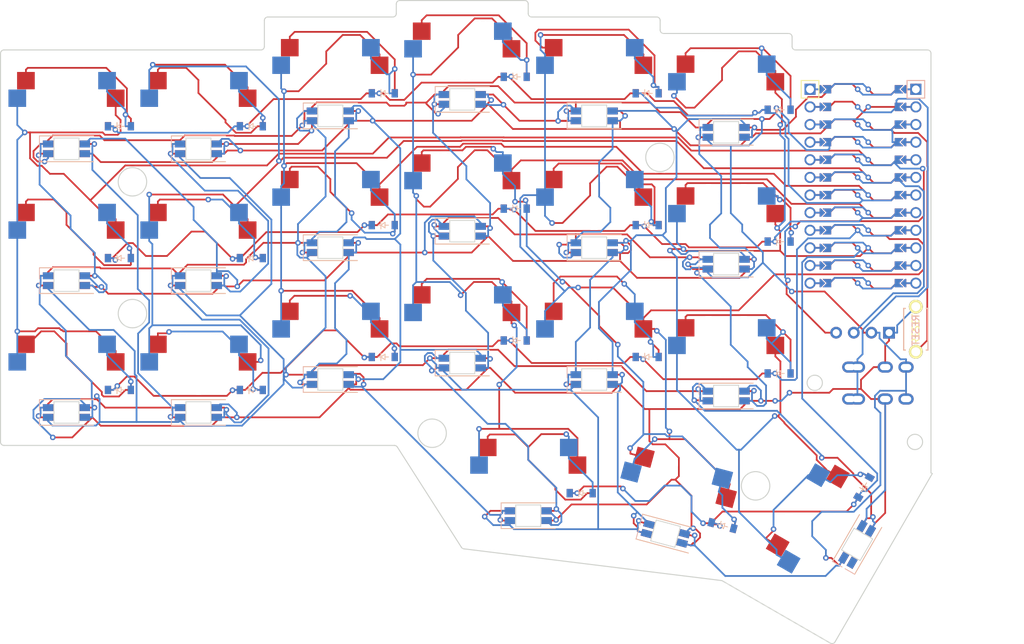
<source format=kicad_pcb>
(kicad_pcb (version 20171130) (host pcbnew 5.0.1-33cea8e~67~ubuntu18.04.1)
  (title_block (title corney_island) (rev 0.1) (company ceoloide))
  (layers (0 F.Cu signal) (31 B.Cu signal) (34 B.Paste user) (35 F.Paste user) (36 B.SilkS user) (37 F.SilkS user) (38 B.Mask user) (39 F.Mask user) (44 Edge.Cuts user))
  (net 0 "")
  (net 1 C0)
  (net 2 outer_bottom)
  (net 3 outer_home)
  (net 4 outer_top)
  (net 5 C1)
  (net 6 pinky_bottom)
  (net 7 pinky_home)
  (net 8 pinky_top)
  (net 9 C2)
  (net 10 ring_bottom)
  (net 11 ring_home)
  (net 12 ring_top)
  (net 13 C3)
  (net 14 middle_bottom)
  (net 15 middle_home)
  (net 16 middle_top)
  (net 17 C4)
  (net 18 index_bottom)
  (net 19 index_home)
  (net 20 index_top)
  (net 21 C5)
  (net 22 inner_bottom)
  (net 23 inner_home)
  (net 24 inner_top)
  (net 25 near_home)
  (net 26 far_home)
  (net 27 R2)
  (net 28 R1)
  (net 29 R0)
  (net 30 R3)
  (net 31 VCC)
  (net 32 LED_21)
  (net 33 GND)
  (net 34 LED_20)
  (net 35 LED_19)
  (net 36 LED_18)
  (net 37 LED_17)
  (net 38 LED_16)
  (net 39 LED_15)
  (net 40 LED_13)
  (net 41 LED_12)
  (net 42 LED_14)
  (net 43 LED_11)
  (net 44 LED_10)
  (net 45 LED_9)
  (net 46 LED_8)
  (net 47 LED_6)
  (net 48 LED_5)
  (net 49 LED_7)
  (net 50 LED_3)
  (net 51 LED_2)
  (net 52 LED_1)
  (net 53 LED)
  (net 54 LED_4)
  (net 55 RAW)
  (net 56 RST)
  (net 57 P16)
  (net 58 P10)
  (net 59 data)
  (net 60 SDA)
  (net 61 SCL)
  (net 62 P8)
  (net 63 P9)
  (module MX (layer F.Cu) (at 100 100)
    (fp_text reference S1 hide)
    (fp_text value "" hide)
    (pad "" np_thru_hole circle (at 0 0) (size 3.9878 3.9878) (drill 3.9878) (layers *.Cu *.Mask))
    (pad "" np_thru_hole circle (at 5.08 0) (size 1.7018 1.7018) (drill 1.7018) (layers *.Cu *.Mask))
    (pad "" np_thru_hole circle (at -5.08 0) (size 1.7018 1.7018) (drill 1.7018) (layers *.Cu *.Mask))
    (pad "" np_thru_hole circle (at 2.54 -5.08) (size 3 3) (drill 3) (layers *.Cu *.Mask))
    (pad "" np_thru_hole circle (at -3.81 -2.54) (size 3 3) (drill 3) (layers *.Cu *.Mask))
    (pad 1 smd rect (at -7.085 -2.54) (size 2.55 2.5) (layers B.Cu B.Paste B.Mask) (net 1 C0))
    (pad 2 smd rect (at 5.842 -5.08) (size 2.55 2.5) (layers B.Cu B.Paste B.Mask) (net 2 outer_bottom))
    (pad "" np_thru_hole circle (at -2.54 -5.08) (size 3 3) (drill 3) (layers *.Cu *.Mask))
    (pad "" np_thru_hole circle (at 3.81 -2.54) (size 3 3) (drill 3) (layers *.Cu *.Mask))
    (pad 1 smd rect (at 7.085 -2.54) (size 2.55 2.5) (layers F.Cu F.Paste F.Mask) (net 1 C0))
    (pad 2 smd rect (at -5.842 -5.08) (size 2.55 2.5) (layers F.Cu F.Paste F.Mask) (net 2 outer_bottom))
  )
  (module MX (layer F.Cu) (at 100 81)
    (fp_text reference S2 hide)
    (fp_text value "" hide)
    (pad "" np_thru_hole circle (at 0 0) (size 3.9878 3.9878) (drill 3.9878) (layers *.Cu *.Mask))
    (pad "" np_thru_hole circle (at 5.08 0) (size 1.7018 1.7018) (drill 1.7018) (layers *.Cu *.Mask))
    (pad "" np_thru_hole circle (at -5.08 0) (size 1.7018 1.7018) (drill 1.7018) (layers *.Cu *.Mask))
    (pad "" np_thru_hole circle (at 2.54 -5.08) (size 3 3) (drill 3) (layers *.Cu *.Mask))
    (pad "" np_thru_hole circle (at -3.81 -2.54) (size 3 3) (drill 3) (layers *.Cu *.Mask))
    (pad 1 smd rect (at -7.085 -2.54) (size 2.55 2.5) (layers B.Cu B.Paste B.Mask) (net 1 C0))
    (pad 2 smd rect (at 5.842 -5.08) (size 2.55 2.5) (layers B.Cu B.Paste B.Mask) (net 3 outer_home))
    (pad "" np_thru_hole circle (at -2.54 -5.08) (size 3 3) (drill 3) (layers *.Cu *.Mask))
    (pad "" np_thru_hole circle (at 3.81 -2.54) (size 3 3) (drill 3) (layers *.Cu *.Mask))
    (pad 1 smd rect (at 7.085 -2.54) (size 2.55 2.5) (layers F.Cu F.Paste F.Mask) (net 1 C0))
    (pad 2 smd rect (at -5.842 -5.08) (size 2.55 2.5) (layers F.Cu F.Paste F.Mask) (net 3 outer_home))
  )
  (module MX (layer F.Cu) (at 100 62)
    (fp_text reference S3 hide)
    (fp_text value "" hide)
    (pad "" np_thru_hole circle (at 0 0) (size 3.9878 3.9878) (drill 3.9878) (layers *.Cu *.Mask))
    (pad "" np_thru_hole circle (at 5.08 0) (size 1.7018 1.7018) (drill 1.7018) (layers *.Cu *.Mask))
    (pad "" np_thru_hole circle (at -5.08 0) (size 1.7018 1.7018) (drill 1.7018) (layers *.Cu *.Mask))
    (pad "" np_thru_hole circle (at 2.54 -5.08) (size 3 3) (drill 3) (layers *.Cu *.Mask))
    (pad "" np_thru_hole circle (at -3.81 -2.54) (size 3 3) (drill 3) (layers *.Cu *.Mask))
    (pad 1 smd rect (at -7.085 -2.54) (size 2.55 2.5) (layers B.Cu B.Paste B.Mask) (net 1 C0))
    (pad 2 smd rect (at 5.842 -5.08) (size 2.55 2.5) (layers B.Cu B.Paste B.Mask) (net 4 outer_top))
    (pad "" np_thru_hole circle (at -2.54 -5.08) (size 3 3) (drill 3) (layers *.Cu *.Mask))
    (pad "" np_thru_hole circle (at 3.81 -2.54) (size 3 3) (drill 3) (layers *.Cu *.Mask))
    (pad 1 smd rect (at 7.085 -2.54) (size 2.55 2.5) (layers F.Cu F.Paste F.Mask) (net 1 C0))
    (pad 2 smd rect (at -5.842 -5.08) (size 2.55 2.5) (layers F.Cu F.Paste F.Mask) (net 4 outer_top))
  )
  (module MX (layer F.Cu) (at 119 100)
    (fp_text reference S4 hide)
    (fp_text value "" hide)
    (pad "" np_thru_hole circle (at 0 0) (size 3.9878 3.9878) (drill 3.9878) (layers *.Cu *.Mask))
    (pad "" np_thru_hole circle (at 5.08 0) (size 1.7018 1.7018) (drill 1.7018) (layers *.Cu *.Mask))
    (pad "" np_thru_hole circle (at -5.08 0) (size 1.7018 1.7018) (drill 1.7018) (layers *.Cu *.Mask))
    (pad "" np_thru_hole circle (at 2.54 -5.08) (size 3 3) (drill 3) (layers *.Cu *.Mask))
    (pad "" np_thru_hole circle (at -3.81 -2.54) (size 3 3) (drill 3) (layers *.Cu *.Mask))
    (pad 1 smd rect (at -7.085 -2.54) (size 2.55 2.5) (layers B.Cu B.Paste B.Mask) (net 5 C1))
    (pad 2 smd rect (at 5.842 -5.08) (size 2.55 2.5) (layers B.Cu B.Paste B.Mask) (net 6 pinky_bottom))
    (pad "" np_thru_hole circle (at -2.54 -5.08) (size 3 3) (drill 3) (layers *.Cu *.Mask))
    (pad "" np_thru_hole circle (at 3.81 -2.54) (size 3 3) (drill 3) (layers *.Cu *.Mask))
    (pad 1 smd rect (at 7.085 -2.54) (size 2.55 2.5) (layers F.Cu F.Paste F.Mask) (net 5 C1))
    (pad 2 smd rect (at -5.842 -5.08) (size 2.55 2.5) (layers F.Cu F.Paste F.Mask) (net 6 pinky_bottom))
  )
  (module MX (layer F.Cu) (at 119 81)
    (fp_text reference S5 hide)
    (fp_text value "" hide)
    (pad "" np_thru_hole circle (at 0 0) (size 3.9878 3.9878) (drill 3.9878) (layers *.Cu *.Mask))
    (pad "" np_thru_hole circle (at 5.08 0) (size 1.7018 1.7018) (drill 1.7018) (layers *.Cu *.Mask))
    (pad "" np_thru_hole circle (at -5.08 0) (size 1.7018 1.7018) (drill 1.7018) (layers *.Cu *.Mask))
    (pad "" np_thru_hole circle (at 2.54 -5.08) (size 3 3) (drill 3) (layers *.Cu *.Mask))
    (pad "" np_thru_hole circle (at -3.81 -2.54) (size 3 3) (drill 3) (layers *.Cu *.Mask))
    (pad 1 smd rect (at -7.085 -2.54) (size 2.55 2.5) (layers B.Cu B.Paste B.Mask) (net 5 C1))
    (pad 2 smd rect (at 5.842 -5.08) (size 2.55 2.5) (layers B.Cu B.Paste B.Mask) (net 7 pinky_home))
    (pad "" np_thru_hole circle (at -2.54 -5.08) (size 3 3) (drill 3) (layers *.Cu *.Mask))
    (pad "" np_thru_hole circle (at 3.81 -2.54) (size 3 3) (drill 3) (layers *.Cu *.Mask))
    (pad 1 smd rect (at 7.085 -2.54) (size 2.55 2.5) (layers F.Cu F.Paste F.Mask) (net 5 C1))
    (pad 2 smd rect (at -5.842 -5.08) (size 2.55 2.5) (layers F.Cu F.Paste F.Mask) (net 7 pinky_home))
  )
  (module MX (layer F.Cu) (at 119 62)
    (fp_text reference S6 hide)
    (fp_text value "" hide)
    (pad "" np_thru_hole circle (at 0 0) (size 3.9878 3.9878) (drill 3.9878) (layers *.Cu *.Mask))
    (pad "" np_thru_hole circle (at 5.08 0) (size 1.7018 1.7018) (drill 1.7018) (layers *.Cu *.Mask))
    (pad "" np_thru_hole circle (at -5.08 0) (size 1.7018 1.7018) (drill 1.7018) (layers *.Cu *.Mask))
    (pad "" np_thru_hole circle (at 2.54 -5.08) (size 3 3) (drill 3) (layers *.Cu *.Mask))
    (pad "" np_thru_hole circle (at -3.81 -2.54) (size 3 3) (drill 3) (layers *.Cu *.Mask))
    (pad 1 smd rect (at -7.085 -2.54) (size 2.55 2.5) (layers B.Cu B.Paste B.Mask) (net 5 C1))
    (pad 2 smd rect (at 5.842 -5.08) (size 2.55 2.5) (layers B.Cu B.Paste B.Mask) (net 8 pinky_top))
    (pad "" np_thru_hole circle (at -2.54 -5.08) (size 3 3) (drill 3) (layers *.Cu *.Mask))
    (pad "" np_thru_hole circle (at 3.81 -2.54) (size 3 3) (drill 3) (layers *.Cu *.Mask))
    (pad 1 smd rect (at 7.085 -2.54) (size 2.55 2.5) (layers F.Cu F.Paste F.Mask) (net 5 C1))
    (pad 2 smd rect (at -5.842 -5.08) (size 2.55 2.5) (layers F.Cu F.Paste F.Mask) (net 8 pinky_top))
  )
  (module MX (layer F.Cu) (at 138 95.25)
    (fp_text reference S7 hide)
    (fp_text value "" hide)
    (pad "" np_thru_hole circle (at 0 0) (size 3.9878 3.9878) (drill 3.9878) (layers *.Cu *.Mask))
    (pad "" np_thru_hole circle (at 5.08 0) (size 1.7018 1.7018) (drill 1.7018) (layers *.Cu *.Mask))
    (pad "" np_thru_hole circle (at -5.08 0) (size 1.7018 1.7018) (drill 1.7018) (layers *.Cu *.Mask))
    (pad "" np_thru_hole circle (at 2.54 -5.08) (size 3 3) (drill 3) (layers *.Cu *.Mask))
    (pad "" np_thru_hole circle (at -3.81 -2.54) (size 3 3) (drill 3) (layers *.Cu *.Mask))
    (pad 1 smd rect (at -7.085 -2.54) (size 2.55 2.5) (layers B.Cu B.Paste B.Mask) (net 9 C2))
    (pad 2 smd rect (at 5.842 -5.08) (size 2.55 2.5) (layers B.Cu B.Paste B.Mask) (net 10 ring_bottom))
    (pad "" np_thru_hole circle (at -2.54 -5.08) (size 3 3) (drill 3) (layers *.Cu *.Mask))
    (pad "" np_thru_hole circle (at 3.81 -2.54) (size 3 3) (drill 3) (layers *.Cu *.Mask))
    (pad 1 smd rect (at 7.085 -2.54) (size 2.55 2.5) (layers F.Cu F.Paste F.Mask) (net 9 C2))
    (pad 2 smd rect (at -5.842 -5.08) (size 2.55 2.5) (layers F.Cu F.Paste F.Mask) (net 10 ring_bottom))
  )
  (module MX (layer F.Cu) (at 138 76.25)
    (fp_text reference S8 hide)
    (fp_text value "" hide)
    (pad "" np_thru_hole circle (at 0 0) (size 3.9878 3.9878) (drill 3.9878) (layers *.Cu *.Mask))
    (pad "" np_thru_hole circle (at 5.08 0) (size 1.7018 1.7018) (drill 1.7018) (layers *.Cu *.Mask))
    (pad "" np_thru_hole circle (at -5.08 0) (size 1.7018 1.7018) (drill 1.7018) (layers *.Cu *.Mask))
    (pad "" np_thru_hole circle (at 2.54 -5.08) (size 3 3) (drill 3) (layers *.Cu *.Mask))
    (pad "" np_thru_hole circle (at -3.81 -2.54) (size 3 3) (drill 3) (layers *.Cu *.Mask))
    (pad 1 smd rect (at -7.085 -2.54) (size 2.55 2.5) (layers B.Cu B.Paste B.Mask) (net 9 C2))
    (pad 2 smd rect (at 5.842 -5.08) (size 2.55 2.5) (layers B.Cu B.Paste B.Mask) (net 11 ring_home))
    (pad "" np_thru_hole circle (at -2.54 -5.08) (size 3 3) (drill 3) (layers *.Cu *.Mask))
    (pad "" np_thru_hole circle (at 3.81 -2.54) (size 3 3) (drill 3) (layers *.Cu *.Mask))
    (pad 1 smd rect (at 7.085 -2.54) (size 2.55 2.5) (layers F.Cu F.Paste F.Mask) (net 9 C2))
    (pad 2 smd rect (at -5.842 -5.08) (size 2.55 2.5) (layers F.Cu F.Paste F.Mask) (net 11 ring_home))
  )
  (module MX (layer F.Cu) (at 138 57.25)
    (fp_text reference S9 hide)
    (fp_text value "" hide)
    (pad "" np_thru_hole circle (at 0 0) (size 3.9878 3.9878) (drill 3.9878) (layers *.Cu *.Mask))
    (pad "" np_thru_hole circle (at 5.08 0) (size 1.7018 1.7018) (drill 1.7018) (layers *.Cu *.Mask))
    (pad "" np_thru_hole circle (at -5.08 0) (size 1.7018 1.7018) (drill 1.7018) (layers *.Cu *.Mask))
    (pad "" np_thru_hole circle (at 2.54 -5.08) (size 3 3) (drill 3) (layers *.Cu *.Mask))
    (pad "" np_thru_hole circle (at -3.81 -2.54) (size 3 3) (drill 3) (layers *.Cu *.Mask))
    (pad 1 smd rect (at -7.085 -2.54) (size 2.55 2.5) (layers B.Cu B.Paste B.Mask) (net 9 C2))
    (pad 2 smd rect (at 5.842 -5.08) (size 2.55 2.5) (layers B.Cu B.Paste B.Mask) (net 12 ring_top))
    (pad "" np_thru_hole circle (at -2.54 -5.08) (size 3 3) (drill 3) (layers *.Cu *.Mask))
    (pad "" np_thru_hole circle (at 3.81 -2.54) (size 3 3) (drill 3) (layers *.Cu *.Mask))
    (pad 1 smd rect (at 7.085 -2.54) (size 2.55 2.5) (layers F.Cu F.Paste F.Mask) (net 9 C2))
    (pad 2 smd rect (at -5.842 -5.08) (size 2.55 2.5) (layers F.Cu F.Paste F.Mask) (net 12 ring_top))
  )
  (module MX (layer F.Cu) (at 157 92.875)
    (fp_text reference S10 hide)
    (fp_text value "" hide)
    (pad "" np_thru_hole circle (at 0 0) (size 3.9878 3.9878) (drill 3.9878) (layers *.Cu *.Mask))
    (pad "" np_thru_hole circle (at 5.08 0) (size 1.7018 1.7018) (drill 1.7018) (layers *.Cu *.Mask))
    (pad "" np_thru_hole circle (at -5.08 0) (size 1.7018 1.7018) (drill 1.7018) (layers *.Cu *.Mask))
    (pad "" np_thru_hole circle (at 2.54 -5.08) (size 3 3) (drill 3) (layers *.Cu *.Mask))
    (pad "" np_thru_hole circle (at -3.81 -2.54) (size 3 3) (drill 3) (layers *.Cu *.Mask))
    (pad 1 smd rect (at -7.085 -2.54) (size 2.55 2.5) (layers B.Cu B.Paste B.Mask) (net 13 C3))
    (pad 2 smd rect (at 5.842 -5.08) (size 2.55 2.5) (layers B.Cu B.Paste B.Mask) (net 14 middle_bottom))
    (pad "" np_thru_hole circle (at -2.54 -5.08) (size 3 3) (drill 3) (layers *.Cu *.Mask))
    (pad "" np_thru_hole circle (at 3.81 -2.54) (size 3 3) (drill 3) (layers *.Cu *.Mask))
    (pad 1 smd rect (at 7.085 -2.54) (size 2.55 2.5) (layers F.Cu F.Paste F.Mask) (net 13 C3))
    (pad 2 smd rect (at -5.842 -5.08) (size 2.55 2.5) (layers F.Cu F.Paste F.Mask) (net 14 middle_bottom))
  )
  (module MX (layer F.Cu) (at 157 73.875)
    (fp_text reference S11 hide)
    (fp_text value "" hide)
    (pad "" np_thru_hole circle (at 0 0) (size 3.9878 3.9878) (drill 3.9878) (layers *.Cu *.Mask))
    (pad "" np_thru_hole circle (at 5.08 0) (size 1.7018 1.7018) (drill 1.7018) (layers *.Cu *.Mask))
    (pad "" np_thru_hole circle (at -5.08 0) (size 1.7018 1.7018) (drill 1.7018) (layers *.Cu *.Mask))
    (pad "" np_thru_hole circle (at 2.54 -5.08) (size 3 3) (drill 3) (layers *.Cu *.Mask))
    (pad "" np_thru_hole circle (at -3.81 -2.54) (size 3 3) (drill 3) (layers *.Cu *.Mask))
    (pad 1 smd rect (at -7.085 -2.54) (size 2.55 2.5) (layers B.Cu B.Paste B.Mask) (net 13 C3))
    (pad 2 smd rect (at 5.842 -5.08) (size 2.55 2.5) (layers B.Cu B.Paste B.Mask) (net 15 middle_home))
    (pad "" np_thru_hole circle (at -2.54 -5.08) (size 3 3) (drill 3) (layers *.Cu *.Mask))
    (pad "" np_thru_hole circle (at 3.81 -2.54) (size 3 3) (drill 3) (layers *.Cu *.Mask))
    (pad 1 smd rect (at 7.085 -2.54) (size 2.55 2.5) (layers F.Cu F.Paste F.Mask) (net 13 C3))
    (pad 2 smd rect (at -5.842 -5.08) (size 2.55 2.5) (layers F.Cu F.Paste F.Mask) (net 15 middle_home))
  )
  (module MX (layer F.Cu) (at 157 54.875)
    (fp_text reference S12 hide)
    (fp_text value "" hide)
    (pad "" np_thru_hole circle (at 0 0) (size 3.9878 3.9878) (drill 3.9878) (layers *.Cu *.Mask))
    (pad "" np_thru_hole circle (at 5.08 0) (size 1.7018 1.7018) (drill 1.7018) (layers *.Cu *.Mask))
    (pad "" np_thru_hole circle (at -5.08 0) (size 1.7018 1.7018) (drill 1.7018) (layers *.Cu *.Mask))
    (pad "" np_thru_hole circle (at 2.54 -5.08) (size 3 3) (drill 3) (layers *.Cu *.Mask))
    (pad "" np_thru_hole circle (at -3.81 -2.54) (size 3 3) (drill 3) (layers *.Cu *.Mask))
    (pad 1 smd rect (at -7.085 -2.54) (size 2.55 2.5) (layers B.Cu B.Paste B.Mask) (net 13 C3))
    (pad 2 smd rect (at 5.842 -5.08) (size 2.55 2.5) (layers B.Cu B.Paste B.Mask) (net 16 middle_top))
    (pad "" np_thru_hole circle (at -2.54 -5.08) (size 3 3) (drill 3) (layers *.Cu *.Mask))
    (pad "" np_thru_hole circle (at 3.81 -2.54) (size 3 3) (drill 3) (layers *.Cu *.Mask))
    (pad 1 smd rect (at 7.085 -2.54) (size 2.55 2.5) (layers F.Cu F.Paste F.Mask) (net 13 C3))
    (pad 2 smd rect (at -5.842 -5.08) (size 2.55 2.5) (layers F.Cu F.Paste F.Mask) (net 16 middle_top))
  )
  (module MX (layer F.Cu) (at 176 95.25)
    (fp_text reference S13 hide)
    (fp_text value "" hide)
    (pad "" np_thru_hole circle (at 0 0) (size 3.9878 3.9878) (drill 3.9878) (layers *.Cu *.Mask))
    (pad "" np_thru_hole circle (at 5.08 0) (size 1.7018 1.7018) (drill 1.7018) (layers *.Cu *.Mask))
    (pad "" np_thru_hole circle (at -5.08 0) (size 1.7018 1.7018) (drill 1.7018) (layers *.Cu *.Mask))
    (pad "" np_thru_hole circle (at 2.54 -5.08) (size 3 3) (drill 3) (layers *.Cu *.Mask))
    (pad "" np_thru_hole circle (at -3.81 -2.54) (size 3 3) (drill 3) (layers *.Cu *.Mask))
    (pad 1 smd rect (at -7.085 -2.54) (size 2.55 2.5) (layers B.Cu B.Paste B.Mask) (net 17 C4))
    (pad 2 smd rect (at 5.842 -5.08) (size 2.55 2.5) (layers B.Cu B.Paste B.Mask) (net 18 index_bottom))
    (pad "" np_thru_hole circle (at -2.54 -5.08) (size 3 3) (drill 3) (layers *.Cu *.Mask))
    (pad "" np_thru_hole circle (at 3.81 -2.54) (size 3 3) (drill 3) (layers *.Cu *.Mask))
    (pad 1 smd rect (at 7.085 -2.54) (size 2.55 2.5) (layers F.Cu F.Paste F.Mask) (net 17 C4))
    (pad 2 smd rect (at -5.842 -5.08) (size 2.55 2.5) (layers F.Cu F.Paste F.Mask) (net 18 index_bottom))
  )
  (module MX (layer F.Cu) (at 176 76.25)
    (fp_text reference S14 hide)
    (fp_text value "" hide)
    (pad "" np_thru_hole circle (at 0 0) (size 3.9878 3.9878) (drill 3.9878) (layers *.Cu *.Mask))
    (pad "" np_thru_hole circle (at 5.08 0) (size 1.7018 1.7018) (drill 1.7018) (layers *.Cu *.Mask))
    (pad "" np_thru_hole circle (at -5.08 0) (size 1.7018 1.7018) (drill 1.7018) (layers *.Cu *.Mask))
    (pad "" np_thru_hole circle (at 2.54 -5.08) (size 3 3) (drill 3) (layers *.Cu *.Mask))
    (pad "" np_thru_hole circle (at -3.81 -2.54) (size 3 3) (drill 3) (layers *.Cu *.Mask))
    (pad 1 smd rect (at -7.085 -2.54) (size 2.55 2.5) (layers B.Cu B.Paste B.Mask) (net 17 C4))
    (pad 2 smd rect (at 5.842 -5.08) (size 2.55 2.5) (layers B.Cu B.Paste B.Mask) (net 19 index_home))
    (pad "" np_thru_hole circle (at -2.54 -5.08) (size 3 3) (drill 3) (layers *.Cu *.Mask))
    (pad "" np_thru_hole circle (at 3.81 -2.54) (size 3 3) (drill 3) (layers *.Cu *.Mask))
    (pad 1 smd rect (at 7.085 -2.54) (size 2.55 2.5) (layers F.Cu F.Paste F.Mask) (net 17 C4))
    (pad 2 smd rect (at -5.842 -5.08) (size 2.55 2.5) (layers F.Cu F.Paste F.Mask) (net 19 index_home))
  )
  (module MX (layer F.Cu) (at 176 57.25)
    (fp_text reference S15 hide)
    (fp_text value "" hide)
    (pad "" np_thru_hole circle (at 0 0) (size 3.9878 3.9878) (drill 3.9878) (layers *.Cu *.Mask))
    (pad "" np_thru_hole circle (at 5.08 0) (size 1.7018 1.7018) (drill 1.7018) (layers *.Cu *.Mask))
    (pad "" np_thru_hole circle (at -5.08 0) (size 1.7018 1.7018) (drill 1.7018) (layers *.Cu *.Mask))
    (pad "" np_thru_hole circle (at 2.54 -5.08) (size 3 3) (drill 3) (layers *.Cu *.Mask))
    (pad "" np_thru_hole circle (at -3.81 -2.54) (size 3 3) (drill 3) (layers *.Cu *.Mask))
    (pad 1 smd rect (at -7.085 -2.54) (size 2.55 2.5) (layers B.Cu B.Paste B.Mask) (net 17 C4))
    (pad 2 smd rect (at 5.842 -5.08) (size 2.55 2.5) (layers B.Cu B.Paste B.Mask) (net 20 index_top))
    (pad "" np_thru_hole circle (at -2.54 -5.08) (size 3 3) (drill 3) (layers *.Cu *.Mask))
    (pad "" np_thru_hole circle (at 3.81 -2.54) (size 3 3) (drill 3) (layers *.Cu *.Mask))
    (pad 1 smd rect (at 7.085 -2.54) (size 2.55 2.5) (layers F.Cu F.Paste F.Mask) (net 17 C4))
    (pad 2 smd rect (at -5.842 -5.08) (size 2.55 2.5) (layers F.Cu F.Paste F.Mask) (net 20 index_top))
  )
  (module MX (layer F.Cu) (at 195 97.625)
    (fp_text reference S16 hide)
    (fp_text value "" hide)
    (pad "" np_thru_hole circle (at 0 0) (size 3.9878 3.9878) (drill 3.9878) (layers *.Cu *.Mask))
    (pad "" np_thru_hole circle (at 5.08 0) (size 1.7018 1.7018) (drill 1.7018) (layers *.Cu *.Mask))
    (pad "" np_thru_hole circle (at -5.08 0) (size 1.7018 1.7018) (drill 1.7018) (layers *.Cu *.Mask))
    (pad "" np_thru_hole circle (at 2.54 -5.08) (size 3 3) (drill 3) (layers *.Cu *.Mask))
    (pad "" np_thru_hole circle (at -3.81 -2.54) (size 3 3) (drill 3) (layers *.Cu *.Mask))
    (pad 1 smd rect (at -7.085 -2.54) (size 2.55 2.5) (layers B.Cu B.Paste B.Mask) (net 21 C5))
    (pad 2 smd rect (at 5.842 -5.08) (size 2.55 2.5) (layers B.Cu B.Paste B.Mask) (net 22 inner_bottom))
    (pad "" np_thru_hole circle (at -2.54 -5.08) (size 3 3) (drill 3) (layers *.Cu *.Mask))
    (pad "" np_thru_hole circle (at 3.81 -2.54) (size 3 3) (drill 3) (layers *.Cu *.Mask))
    (pad 1 smd rect (at 7.085 -2.54) (size 2.55 2.5) (layers F.Cu F.Paste F.Mask) (net 21 C5))
    (pad 2 smd rect (at -5.842 -5.08) (size 2.55 2.5) (layers F.Cu F.Paste F.Mask) (net 22 inner_bottom))
  )
  (module MX (layer F.Cu) (at 195 78.625)
    (fp_text reference S17 hide)
    (fp_text value "" hide)
    (pad "" np_thru_hole circle (at 0 0) (size 3.9878 3.9878) (drill 3.9878) (layers *.Cu *.Mask))
    (pad "" np_thru_hole circle (at 5.08 0) (size 1.7018 1.7018) (drill 1.7018) (layers *.Cu *.Mask))
    (pad "" np_thru_hole circle (at -5.08 0) (size 1.7018 1.7018) (drill 1.7018) (layers *.Cu *.Mask))
    (pad "" np_thru_hole circle (at 2.54 -5.08) (size 3 3) (drill 3) (layers *.Cu *.Mask))
    (pad "" np_thru_hole circle (at -3.81 -2.54) (size 3 3) (drill 3) (layers *.Cu *.Mask))
    (pad 1 smd rect (at -7.085 -2.54) (size 2.55 2.5) (layers B.Cu B.Paste B.Mask) (net 21 C5))
    (pad 2 smd rect (at 5.842 -5.08) (size 2.55 2.5) (layers B.Cu B.Paste B.Mask) (net 23 inner_home))
    (pad "" np_thru_hole circle (at -2.54 -5.08) (size 3 3) (drill 3) (layers *.Cu *.Mask))
    (pad "" np_thru_hole circle (at 3.81 -2.54) (size 3 3) (drill 3) (layers *.Cu *.Mask))
    (pad 1 smd rect (at 7.085 -2.54) (size 2.55 2.5) (layers F.Cu F.Paste F.Mask) (net 21 C5))
    (pad 2 smd rect (at -5.842 -5.08) (size 2.55 2.5) (layers F.Cu F.Paste F.Mask) (net 23 inner_home))
  )
  (module MX (layer F.Cu) (at 195 59.625)
    (fp_text reference S18 hide)
    (fp_text value "" hide)
    (pad "" np_thru_hole circle (at 0 0) (size 3.9878 3.9878) (drill 3.9878) (layers *.Cu *.Mask))
    (pad "" np_thru_hole circle (at 5.08 0) (size 1.7018 1.7018) (drill 1.7018) (layers *.Cu *.Mask))
    (pad "" np_thru_hole circle (at -5.08 0) (size 1.7018 1.7018) (drill 1.7018) (layers *.Cu *.Mask))
    (pad "" np_thru_hole circle (at 2.54 -5.08) (size 3 3) (drill 3) (layers *.Cu *.Mask))
    (pad "" np_thru_hole circle (at -3.81 -2.54) (size 3 3) (drill 3) (layers *.Cu *.Mask))
    (pad 1 smd rect (at -7.085 -2.54) (size 2.55 2.5) (layers B.Cu B.Paste B.Mask) (net 21 C5))
    (pad 2 smd rect (at 5.842 -5.08) (size 2.55 2.5) (layers B.Cu B.Paste B.Mask) (net 24 inner_top))
    (pad "" np_thru_hole circle (at -2.54 -5.08) (size 3 3) (drill 3) (layers *.Cu *.Mask))
    (pad "" np_thru_hole circle (at 3.81 -2.54) (size 3 3) (drill 3) (layers *.Cu *.Mask))
    (pad 1 smd rect (at 7.085 -2.54) (size 2.55 2.5) (layers F.Cu F.Paste F.Mask) (net 21 C5))
    (pad 2 smd rect (at -5.842 -5.08) (size 2.55 2.5) (layers F.Cu F.Paste F.Mask) (net 24 inner_top))
  )
  (module MX (layer F.Cu) (at 166.5 114.875)
    (fp_text reference S19 hide)
    (fp_text value "" hide)
    (pad "" np_thru_hole circle (at 0 0) (size 3.9878 3.9878) (drill 3.9878) (layers *.Cu *.Mask))
    (pad "" np_thru_hole circle (at 5.08 0) (size 1.7018 1.7018) (drill 1.7018) (layers *.Cu *.Mask))
    (pad "" np_thru_hole circle (at -5.08 0) (size 1.7018 1.7018) (drill 1.7018) (layers *.Cu *.Mask))
    (pad "" np_thru_hole circle (at 2.54 -5.08) (size 3 3) (drill 3) (layers *.Cu *.Mask))
    (pad "" np_thru_hole circle (at -3.81 -2.54) (size 3 3) (drill 3) (layers *.Cu *.Mask))
    (pad 1 smd rect (at -7.085 -2.54) (size 2.55 2.5) (layers B.Cu B.Paste B.Mask) (net 13 C3))
    (pad 2 smd rect (at 5.842 -5.08) (size 2.55 2.5) (layers B.Cu B.Paste B.Mask) (net 25 near_home))
    (pad "" np_thru_hole circle (at -2.54 -5.08) (size 3 3) (drill 3) (layers *.Cu *.Mask))
    (pad "" np_thru_hole circle (at 3.81 -2.54) (size 3 3) (drill 3) (layers *.Cu *.Mask))
    (pad 1 smd rect (at 7.085 -2.54) (size 2.55 2.5) (layers F.Cu F.Paste F.Mask) (net 13 C3))
    (pad 2 smd rect (at -5.842 -5.08) (size 2.55 2.5) (layers F.Cu F.Paste F.Mask) (net 25 near_home))
  )
  (module MX (layer F.Cu) (at 187.5 117.625 345)
    (fp_text reference S20 hide)
    (fp_text value "" hide)
    (pad "" np_thru_hole circle (at 0 0) (size 3.9878 3.9878) (drill 3.9878) (layers *.Cu *.Mask))
    (pad "" np_thru_hole circle (at 5.08 0) (size 1.7018 1.7018) (drill 1.7018) (layers *.Cu *.Mask))
    (pad "" np_thru_hole circle (at -5.08 0) (size 1.7018 1.7018) (drill 1.7018) (layers *.Cu *.Mask))
    (pad "" np_thru_hole circle (at 2.54 -5.08) (size 3 3) (drill 3) (layers *.Cu *.Mask))
    (pad "" np_thru_hole circle (at -3.81 -2.54) (size 3 3) (drill 3) (layers *.Cu *.Mask))
    (pad 1 smd rect (at -7.085 -2.54 345) (size 2.55 2.5) (layers B.Cu B.Paste B.Mask) (net 17 C4))
    (pad 2 smd rect (at 5.842 -5.08 345) (size 2.55 2.5) (layers B.Cu B.Paste B.Mask) (net 15 middle_home))
    (pad "" np_thru_hole circle (at -2.54 -5.08) (size 3 3) (drill 3) (layers *.Cu *.Mask))
    (pad "" np_thru_hole circle (at 3.81 -2.54) (size 3 3) (drill 3) (layers *.Cu *.Mask))
    (pad 1 smd rect (at 7.085 -2.54 345) (size 2.55 2.5) (layers F.Cu F.Paste F.Mask) (net 17 C4))
    (pad 2 smd rect (at -5.842 -5.08 345) (size 2.55 2.5) (layers F.Cu F.Paste F.Mask) (net 15 middle_home))
  )
  (module MX (layer F.Cu) (at 209.747 121.389 60)
    (fp_text reference S21 hide)
    (fp_text value "" hide)
    (pad "" np_thru_hole circle (at 0 0) (size 3.9878 3.9878) (drill 3.9878) (layers *.Cu *.Mask))
    (pad "" np_thru_hole circle (at 5.08 0) (size 1.7018 1.7018) (drill 1.7018) (layers *.Cu *.Mask))
    (pad "" np_thru_hole circle (at -5.08 0) (size 1.7018 1.7018) (drill 1.7018) (layers *.Cu *.Mask))
    (pad "" np_thru_hole circle (at 2.54 -5.08) (size 3 3) (drill 3) (layers *.Cu *.Mask))
    (pad "" np_thru_hole circle (at -3.81 -2.54) (size 3 3) (drill 3) (layers *.Cu *.Mask))
    (pad 1 smd rect (at -7.085 -2.54 60) (size 2.55 2.5) (layers B.Cu B.Paste B.Mask) (net 21 C5))
    (pad 2 smd rect (at 5.842 -5.08 60) (size 2.55 2.5) (layers B.Cu B.Paste B.Mask) (net 26 far_home))
    (pad "" np_thru_hole circle (at -2.54 -5.08) (size 3 3) (drill 3) (layers *.Cu *.Mask))
    (pad "" np_thru_hole circle (at 3.81 -2.540001) (size 3 3) (drill 3) (layers *.Cu *.Mask))
    (pad 1 smd rect (at 7.085 -2.54 60) (size 2.55 2.5) (layers F.Cu F.Paste F.Mask) (net 21 C5))
    (pad 2 smd rect (at -5.842 -5.08 60) (size 2.55 2.5) (layers F.Cu F.Paste F.Mask) (net 26 far_home))
  )
  (module ComboDiode (layer F.Cu) (at 107.627 101.5)
    (fp_text reference D1 hide)
    (fp_text value "" hide)
    (pad 1 smd rect (at -1.65 0) (size 0.9 1.2) (layers F.Cu F.Paste F.Mask) (net 27 R2))
    (pad 2 smd rect (at 1.65 0) (size 0.9 1.2) (layers B.Cu B.Paste B.Mask) (net 2 outer_bottom))
    (pad 1 smd rect (at -1.65 0) (size 0.9 1.2) (layers B.Cu B.Paste B.Mask) (net 27 R2))
    (pad 2 smd rect (at 1.65 0) (size 0.9 1.2) (layers F.Cu F.Paste F.Mask) (net 2 outer_bottom))
  )
  (module ComboDiode (layer F.Cu) (at 107.627 82.5)
    (fp_text reference D2 hide)
    (fp_text value "" hide)
    (pad 1 smd rect (at -1.65 0) (size 0.9 1.2) (layers F.Cu F.Paste F.Mask) (net 28 R1))
    (pad 2 smd rect (at 1.65 0) (size 0.9 1.2) (layers B.Cu B.Paste B.Mask) (net 3 outer_home))
    (pad 1 smd rect (at -1.65 0) (size 0.9 1.2) (layers B.Cu B.Paste B.Mask) (net 28 R1))
    (pad 2 smd rect (at 1.65 0) (size 0.9 1.2) (layers F.Cu F.Paste F.Mask) (net 3 outer_home))
  )
  (module ComboDiode (layer F.Cu) (at 107.627 63.5)
    (fp_text reference D3 hide)
    (fp_text value "" hide)
    (pad 1 smd rect (at -1.65 0) (size 0.9 1.2) (layers F.Cu F.Paste F.Mask) (net 29 R0))
    (pad 2 smd rect (at 1.65 0) (size 0.9 1.2) (layers B.Cu B.Paste B.Mask) (net 4 outer_top))
    (pad 1 smd rect (at -1.65 0) (size 0.9 1.2) (layers B.Cu B.Paste B.Mask) (net 29 R0))
    (pad 2 smd rect (at 1.65 0) (size 0.9 1.2) (layers F.Cu F.Paste F.Mask) (net 4 outer_top))
  )
  (module ComboDiode (layer F.Cu) (at 126.627 101.5)
    (fp_text reference D4 hide)
    (fp_text value "" hide)
    (pad 1 smd rect (at -1.65 0) (size 0.9 1.2) (layers F.Cu F.Paste F.Mask) (net 27 R2))
    (pad 2 smd rect (at 1.65 0) (size 0.9 1.2) (layers B.Cu B.Paste B.Mask) (net 6 pinky_bottom))
    (pad 1 smd rect (at -1.65 0) (size 0.9 1.2) (layers B.Cu B.Paste B.Mask) (net 27 R2))
    (pad 2 smd rect (at 1.65 0) (size 0.9 1.2) (layers F.Cu F.Paste F.Mask) (net 6 pinky_bottom))
  )
  (module ComboDiode (layer F.Cu) (at 126.627 82.5)
    (fp_text reference D5 hide)
    (fp_text value "" hide)
    (pad 1 smd rect (at -1.65 0) (size 0.9 1.2) (layers F.Cu F.Paste F.Mask) (net 28 R1))
    (pad 2 smd rect (at 1.65 0) (size 0.9 1.2) (layers B.Cu B.Paste B.Mask) (net 7 pinky_home))
    (pad 1 smd rect (at -1.65 0) (size 0.9 1.2) (layers B.Cu B.Paste B.Mask) (net 28 R1))
    (pad 2 smd rect (at 1.65 0) (size 0.9 1.2) (layers F.Cu F.Paste F.Mask) (net 7 pinky_home))
  )
  (module ComboDiode (layer F.Cu) (at 126.627 63.5)
    (fp_text reference D6 hide)
    (fp_text value "" hide)
    (pad 1 smd rect (at -1.65 0) (size 0.9 1.2) (layers F.Cu F.Paste F.Mask) (net 29 R0))
    (pad 2 smd rect (at 1.65 0) (size 0.9 1.2) (layers B.Cu B.Paste B.Mask) (net 8 pinky_top))
    (pad 1 smd rect (at -1.65 0) (size 0.9 1.2) (layers B.Cu B.Paste B.Mask) (net 29 R0))
    (pad 2 smd rect (at 1.65 0) (size 0.9 1.2) (layers F.Cu F.Paste F.Mask) (net 8 pinky_top))
  )
  (module ComboDiode (layer F.Cu) (at 145.627 96.75)
    (fp_text reference D7 hide)
    (fp_text value "" hide)
    (pad 1 smd rect (at -1.65 0) (size 0.9 1.2) (layers F.Cu F.Paste F.Mask) (net 27 R2))
    (pad 2 smd rect (at 1.65 0) (size 0.9 1.2) (layers B.Cu B.Paste B.Mask) (net 10 ring_bottom))
    (pad 1 smd rect (at -1.65 0) (size 0.9 1.2) (layers B.Cu B.Paste B.Mask) (net 27 R2))
    (pad 2 smd rect (at 1.65 0) (size 0.9 1.2) (layers F.Cu F.Paste F.Mask) (net 10 ring_bottom))
  )
  (module ComboDiode (layer F.Cu) (at 145.627 77.75)
    (fp_text reference D8 hide)
    (fp_text value "" hide)
    (pad 1 smd rect (at -1.65 0) (size 0.9 1.2) (layers F.Cu F.Paste F.Mask) (net 28 R1))
    (pad 2 smd rect (at 1.65 0) (size 0.9 1.2) (layers B.Cu B.Paste B.Mask) (net 11 ring_home))
    (pad 1 smd rect (at -1.65 0) (size 0.9 1.2) (layers B.Cu B.Paste B.Mask) (net 28 R1))
    (pad 2 smd rect (at 1.65 0) (size 0.9 1.2) (layers F.Cu F.Paste F.Mask) (net 11 ring_home))
  )
  (module ComboDiode (layer F.Cu) (at 145.627 58.75)
    (fp_text reference D9 hide)
    (fp_text value "" hide)
    (pad 1 smd rect (at -1.65 0) (size 0.9 1.2) (layers F.Cu F.Paste F.Mask) (net 29 R0))
    (pad 2 smd rect (at 1.65 0) (size 0.9 1.2) (layers B.Cu B.Paste B.Mask) (net 12 ring_top))
    (pad 1 smd rect (at -1.65 0) (size 0.9 1.2) (layers B.Cu B.Paste B.Mask) (net 29 R0))
    (pad 2 smd rect (at 1.65 0) (size 0.9 1.2) (layers F.Cu F.Paste F.Mask) (net 12 ring_top))
  )
  (module ComboDiode (layer F.Cu) (at 164.627 94.375)
    (fp_text reference D10 hide)
    (fp_text value "" hide)
    (pad 1 smd rect (at -1.65 0) (size 0.9 1.2) (layers F.Cu F.Paste F.Mask) (net 27 R2))
    (pad 2 smd rect (at 1.65 0) (size 0.9 1.2) (layers B.Cu B.Paste B.Mask) (net 14 middle_bottom))
    (pad 1 smd rect (at -1.65 0) (size 0.9 1.2) (layers B.Cu B.Paste B.Mask) (net 27 R2))
    (pad 2 smd rect (at 1.65 0) (size 0.9 1.2) (layers F.Cu F.Paste F.Mask) (net 14 middle_bottom))
  )
  (module ComboDiode (layer F.Cu) (at 164.627 75.375)
    (fp_text reference D11 hide)
    (fp_text value "" hide)
    (pad 1 smd rect (at -1.65 0) (size 0.9 1.2) (layers F.Cu F.Paste F.Mask) (net 28 R1))
    (pad 2 smd rect (at 1.65 0) (size 0.9 1.2) (layers B.Cu B.Paste B.Mask) (net 15 middle_home))
    (pad 1 smd rect (at -1.65 0) (size 0.9 1.2) (layers B.Cu B.Paste B.Mask) (net 28 R1))
    (pad 2 smd rect (at 1.65 0) (size 0.9 1.2) (layers F.Cu F.Paste F.Mask) (net 15 middle_home))
  )
  (module ComboDiode (layer F.Cu) (at 164.627 56.375)
    (fp_text reference D12 hide)
    (fp_text value "" hide)
    (pad 1 smd rect (at -1.65 0) (size 0.9 1.2) (layers F.Cu F.Paste F.Mask) (net 29 R0))
    (pad 2 smd rect (at 1.65 0) (size 0.9 1.2) (layers B.Cu B.Paste B.Mask) (net 16 middle_top))
    (pad 1 smd rect (at -1.65 0) (size 0.9 1.2) (layers B.Cu B.Paste B.Mask) (net 29 R0))
    (pad 2 smd rect (at 1.65 0) (size 0.9 1.2) (layers F.Cu F.Paste F.Mask) (net 16 middle_top))
  )
  (module ComboDiode (layer F.Cu) (at 183.627 96.75)
    (fp_text reference D13 hide)
    (fp_text value "" hide)
    (pad 1 smd rect (at -1.65 0) (size 0.9 1.2) (layers F.Cu F.Paste F.Mask) (net 27 R2))
    (pad 2 smd rect (at 1.65 0) (size 0.9 1.2) (layers B.Cu B.Paste B.Mask) (net 18 index_bottom))
    (pad 1 smd rect (at -1.65 0) (size 0.9 1.2) (layers B.Cu B.Paste B.Mask) (net 27 R2))
    (pad 2 smd rect (at 1.65 0) (size 0.9 1.2) (layers F.Cu F.Paste F.Mask) (net 18 index_bottom))
  )
  (module ComboDiode (layer F.Cu) (at 183.627 77.75)
    (fp_text reference D14 hide)
    (fp_text value "" hide)
    (pad 1 smd rect (at -1.65 0) (size 0.9 1.2) (layers F.Cu F.Paste F.Mask) (net 28 R1))
    (pad 2 smd rect (at 1.65 0) (size 0.9 1.2) (layers B.Cu B.Paste B.Mask) (net 19 index_home))
    (pad 1 smd rect (at -1.65 0) (size 0.9 1.2) (layers B.Cu B.Paste B.Mask) (net 28 R1))
    (pad 2 smd rect (at 1.65 0) (size 0.9 1.2) (layers F.Cu F.Paste F.Mask) (net 19 index_home))
  )
  (module ComboDiode (layer F.Cu) (at 183.627 58.75)
    (fp_text reference D15 hide)
    (fp_text value "" hide)
    (pad 1 smd rect (at -1.65 0) (size 0.9 1.2) (layers F.Cu F.Paste F.Mask) (net 29 R0))
    (pad 2 smd rect (at 1.65 0) (size 0.9 1.2) (layers B.Cu B.Paste B.Mask) (net 20 index_top))
    (pad 1 smd rect (at -1.65 0) (size 0.9 1.2) (layers B.Cu B.Paste B.Mask) (net 29 R0))
    (pad 2 smd rect (at 1.65 0) (size 0.9 1.2) (layers F.Cu F.Paste F.Mask) (net 20 index_top))
  )
  (module ComboDiode (layer F.Cu) (at 202.627 99.125)
    (fp_text reference D16 hide)
    (fp_text value "" hide)
    (pad 1 smd rect (at -1.65 0) (size 0.9 1.2) (layers F.Cu F.Paste F.Mask) (net 27 R2))
    (pad 2 smd rect (at 1.65 0) (size 0.9 1.2) (layers B.Cu B.Paste B.Mask) (net 22 inner_bottom))
    (pad 1 smd rect (at -1.65 0) (size 0.9 1.2) (layers B.Cu B.Paste B.Mask) (net 27 R2))
    (pad 2 smd rect (at 1.65 0) (size 0.9 1.2) (layers F.Cu F.Paste F.Mask) (net 22 inner_bottom))
  )
  (module ComboDiode (layer F.Cu) (at 202.627 80.125)
    (fp_text reference D17 hide)
    (fp_text value "" hide)
    (pad 1 smd rect (at -1.65 0) (size 0.9 1.2) (layers F.Cu F.Paste F.Mask) (net 28 R1))
    (pad 2 smd rect (at 1.65 0) (size 0.9 1.2) (layers B.Cu B.Paste B.Mask) (net 23 inner_home))
    (pad 1 smd rect (at -1.65 0) (size 0.9 1.2) (layers B.Cu B.Paste B.Mask) (net 28 R1))
    (pad 2 smd rect (at 1.65 0) (size 0.9 1.2) (layers F.Cu F.Paste F.Mask) (net 23 inner_home))
  )
  (module ComboDiode (layer F.Cu) (at 202.627 61.125)
    (fp_text reference D18 hide)
    (fp_text value "" hide)
    (pad 1 smd rect (at -1.65 0) (size 0.9 1.2) (layers F.Cu F.Paste F.Mask) (net 29 R0))
    (pad 2 smd rect (at 1.65 0) (size 0.9 1.2) (layers B.Cu B.Paste B.Mask) (net 24 inner_top))
    (pad 1 smd rect (at -1.65 0) (size 0.9 1.2) (layers B.Cu B.Paste B.Mask) (net 29 R0))
    (pad 2 smd rect (at 1.65 0) (size 0.9 1.2) (layers F.Cu F.Paste F.Mask) (net 24 inner_top))
  )
  (module ComboDiode (layer F.Cu) (at 174.127 116.375)
    (fp_text reference D19 hide)
    (fp_text value "" hide)
    (pad 1 smd rect (at -1.65 0) (size 0.9 1.2) (layers F.Cu F.Paste F.Mask) (net 30 R3))
    (pad 2 smd rect (at 1.65 0) (size 0.9 1.2) (layers B.Cu B.Paste B.Mask) (net 25 near_home))
    (pad 1 smd rect (at -1.65 0) (size 0.9 1.2) (layers B.Cu B.Paste B.Mask) (net 30 R3))
    (pad 2 smd rect (at 1.65 0) (size 0.9 1.2) (layers F.Cu F.Paste F.Mask) (net 25 near_home))
  )
  (module ComboDiode (layer F.Cu) (at 194.479 121.048 345)
    (fp_text reference D20 hide)
    (fp_text value "" hide)
    (pad 1 smd rect (at -1.65 0.000001 345) (size 0.9 1.2) (layers F.Cu F.Paste F.Mask) (net 30 R3))
    (pad 2 smd rect (at 1.65 -0.000001 345) (size 0.9 1.2) (layers B.Cu B.Paste B.Mask) (net 15 middle_home))
    (pad 1 smd rect (at -1.65 0.000001 345) (size 0.9 1.2) (layers B.Cu B.Paste B.Mask) (net 30 R3))
    (pad 2 smd rect (at 1.65 -0.000001 345) (size 0.9 1.2) (layers F.Cu F.Paste F.Mask) (net 15 middle_home))
  )
  (module ComboDiode (layer F.Cu) (at 214.859 115.534 60)
    (fp_text reference D21 hide)
    (fp_text value "" hide)
    (pad 1 smd rect (at -1.65 0 60) (size 0.9 1.2) (layers F.Cu F.Paste F.Mask) (net 30 R3))
    (pad 2 smd rect (at 1.65 0 60) (size 0.9 1.2) (layers B.Cu B.Paste B.Mask) (net 26 far_home))
    (pad 1 smd rect (at -1.65 0 60) (size 0.9 1.2) (layers B.Cu B.Paste B.Mask) (net 30 R3))
    (pad 2 smd rect (at 1.65 0 60) (size 0.9 1.2) (layers F.Cu F.Paste F.Mask) (net 26 far_home))
  )
  (module YS-SK6812MINI-E (layer F.Cu) (at 100 104.75)
    (fp_text reference LED1 hide)
    (fp_text value YS-SK6812MINI-E)
    (fp_line (start -1.8 -1.55) (end -1.8 1.55) (layer Edge.Cuts) (width 0.12))
    (fp_line (start -1.8 1.55) (end 1.8 1.55) (layer Edge.Cuts) (width 0.12))
    (fp_line (start 1.8 1.55) (end 1.8 -1.55) (layer Edge.Cuts) (width 0.12))
    (fp_line (start 1.8 -1.55) (end -1.8 -1.55) (layer Edge.Cuts) (width 0.12))
    (pad 1 smd rect (at -2.65 -0.7) (size 1.5 1) (layers F.Cu F.Paste F.Mask) (net 31 VCC))
    (pad 2 smd rect (at -2.65 0.7) (size 1.5 1) (layers F.Cu F.Paste F.Mask) (net 32 LED_21))
    (pad 4 smd rect (at 2.65 -0.7) (size 1.5 1) (layers F.Cu F.Paste F.Mask) (net 34 LED_20))
    (pad 3 smd rect (at 2.65 0.7) (size 1.5 1) (layers F.Cu F.Paste F.Mask) (net 33 GND))
    (pad 3 smd rect (at 2.65 -0.7) (size 1.5 1) (layers B.Cu B.Paste B.Mask) (net 33 GND))
    (pad 4 smd rect (at 2.65 0.7) (size 1.5 1) (layers B.Cu B.Paste B.Mask) (net 34 LED_20))
    (pad 2 smd rect (at -2.65 -0.7) (size 1.5 1) (layers B.Cu B.Paste B.Mask) (net 32 LED_21))
    (pad 1 smd rect (at -2.65 0.7) (size 1.5 1) (layers B.Cu B.Paste B.Mask) (net 31 VCC))
  )
  (module YS-SK6812MINI-E (layer F.Cu) (at 100 85.75)
    (fp_text reference LED2 hide)
    (fp_text value YS-SK6812MINI-E)
    (fp_line (start -1.8 -1.55) (end -1.8 1.55) (layer Edge.Cuts) (width 0.12))
    (fp_line (start -1.8 1.55) (end 1.8 1.55) (layer Edge.Cuts) (width 0.12))
    (fp_line (start 1.8 1.55) (end 1.8 -1.55) (layer Edge.Cuts) (width 0.12))
    (fp_line (start 1.8 -1.55) (end -1.8 -1.55) (layer Edge.Cuts) (width 0.12))
    (pad 1 smd rect (at -2.65 -0.7) (size 1.5 1) (layers F.Cu F.Paste F.Mask) (net 31 VCC))
    (pad 2 smd rect (at -2.65 0.7) (size 1.5 1) (layers F.Cu F.Paste F.Mask) (net 34 LED_20))
    (pad 4 smd rect (at 2.65 -0.7) (size 1.5 1) (layers F.Cu F.Paste F.Mask) (net 35 LED_19))
    (pad 3 smd rect (at 2.65 0.7) (size 1.5 1) (layers F.Cu F.Paste F.Mask) (net 33 GND))
    (pad 3 smd rect (at 2.65 -0.7) (size 1.5 1) (layers B.Cu B.Paste B.Mask) (net 33 GND))
    (pad 4 smd rect (at 2.65 0.7) (size 1.5 1) (layers B.Cu B.Paste B.Mask) (net 35 LED_19))
    (pad 2 smd rect (at -2.65 -0.7) (size 1.5 1) (layers B.Cu B.Paste B.Mask) (net 34 LED_20))
    (pad 1 smd rect (at -2.65 0.7) (size 1.5 1) (layers B.Cu B.Paste B.Mask) (net 31 VCC))
  )
  (module YS-SK6812MINI-E (layer F.Cu) (at 100 66.75)
    (fp_text reference LED3 hide)
    (fp_text value YS-SK6812MINI-E)
    (fp_line (start -1.8 -1.55) (end -1.8 1.55) (layer Edge.Cuts) (width 0.12))
    (fp_line (start -1.8 1.55) (end 1.8 1.55) (layer Edge.Cuts) (width 0.12))
    (fp_line (start 1.8 1.55) (end 1.8 -1.55) (layer Edge.Cuts) (width 0.12))
    (fp_line (start 1.8 -1.55) (end -1.8 -1.55) (layer Edge.Cuts) (width 0.12))
    (pad 1 smd rect (at -2.65 -0.7) (size 1.5 1) (layers F.Cu F.Paste F.Mask) (net 31 VCC))
    (pad 2 smd rect (at -2.65 0.7) (size 1.5 1) (layers F.Cu F.Paste F.Mask) (net 35 LED_19))
    (pad 4 smd rect (at 2.65 -0.7) (size 1.5 1) (layers F.Cu F.Paste F.Mask) (net 36 LED_18))
    (pad 3 smd rect (at 2.65 0.7) (size 1.5 1) (layers F.Cu F.Paste F.Mask) (net 33 GND))
    (pad 3 smd rect (at 2.65 -0.7) (size 1.5 1) (layers B.Cu B.Paste B.Mask) (net 33 GND))
    (pad 4 smd rect (at 2.65 0.7) (size 1.5 1) (layers B.Cu B.Paste B.Mask) (net 36 LED_18))
    (pad 2 smd rect (at -2.65 -0.7) (size 1.5 1) (layers B.Cu B.Paste B.Mask) (net 35 LED_19))
    (pad 1 smd rect (at -2.65 0.7) (size 1.5 1) (layers B.Cu B.Paste B.Mask) (net 31 VCC))
  )
  (module YS-SK6812MINI-E (layer F.Cu) (at 119 104.75)
    (fp_text reference LED4 hide)
    (fp_text value YS-SK6812MINI-E)
    (fp_line (start -1.8 -1.55) (end -1.8 1.55) (layer Edge.Cuts) (width 0.12))
    (fp_line (start -1.8 1.55) (end 1.8 1.55) (layer Edge.Cuts) (width 0.12))
    (fp_line (start 1.8 1.55) (end 1.8 -1.55) (layer Edge.Cuts) (width 0.12))
    (fp_line (start 1.8 -1.55) (end -1.8 -1.55) (layer Edge.Cuts) (width 0.12))
    (pad 1 smd rect (at -2.65 -0.7) (size 1.5 1) (layers F.Cu F.Paste F.Mask) (net 31 VCC))
    (pad 2 smd rect (at -2.65 0.7) (size 1.5 1) (layers F.Cu F.Paste F.Mask) (net 36 LED_18))
    (pad 4 smd rect (at 2.65 -0.7) (size 1.5 1) (layers F.Cu F.Paste F.Mask) (net 37 LED_17))
    (pad 3 smd rect (at 2.65 0.7) (size 1.5 1) (layers F.Cu F.Paste F.Mask) (net 33 GND))
    (pad 3 smd rect (at 2.65 -0.7) (size 1.5 1) (layers B.Cu B.Paste B.Mask) (net 33 GND))
    (pad 4 smd rect (at 2.65 0.7) (size 1.5 1) (layers B.Cu B.Paste B.Mask) (net 37 LED_17))
    (pad 2 smd rect (at -2.65 -0.7) (size 1.5 1) (layers B.Cu B.Paste B.Mask) (net 36 LED_18))
    (pad 1 smd rect (at -2.65 0.7) (size 1.5 1) (layers B.Cu B.Paste B.Mask) (net 31 VCC))
  )
  (module YS-SK6812MINI-E (layer F.Cu) (at 119 85.75)
    (fp_text reference LED5 hide)
    (fp_text value YS-SK6812MINI-E)
    (fp_line (start -1.8 -1.55) (end -1.8 1.55) (layer Edge.Cuts) (width 0.12))
    (fp_line (start -1.8 1.55) (end 1.8 1.55) (layer Edge.Cuts) (width 0.12))
    (fp_line (start 1.8 1.55) (end 1.8 -1.55) (layer Edge.Cuts) (width 0.12))
    (fp_line (start 1.8 -1.55) (end -1.8 -1.55) (layer Edge.Cuts) (width 0.12))
    (pad 1 smd rect (at -2.65 -0.7) (size 1.5 1) (layers F.Cu F.Paste F.Mask) (net 31 VCC))
    (pad 2 smd rect (at -2.65 0.7) (size 1.5 1) (layers F.Cu F.Paste F.Mask) (net 37 LED_17))
    (pad 4 smd rect (at 2.65 -0.7) (size 1.5 1) (layers F.Cu F.Paste F.Mask) (net 38 LED_16))
    (pad 3 smd rect (at 2.65 0.7) (size 1.5 1) (layers F.Cu F.Paste F.Mask) (net 33 GND))
    (pad 3 smd rect (at 2.65 -0.7) (size 1.5 1) (layers B.Cu B.Paste B.Mask) (net 33 GND))
    (pad 4 smd rect (at 2.65 0.7) (size 1.5 1) (layers B.Cu B.Paste B.Mask) (net 38 LED_16))
    (pad 2 smd rect (at -2.65 -0.7) (size 1.5 1) (layers B.Cu B.Paste B.Mask) (net 37 LED_17))
    (pad 1 smd rect (at -2.65 0.7) (size 1.5 1) (layers B.Cu B.Paste B.Mask) (net 31 VCC))
  )
  (module YS-SK6812MINI-E (layer F.Cu) (at 119 66.75)
    (fp_text reference LED6 hide)
    (fp_text value YS-SK6812MINI-E)
    (fp_line (start -1.8 -1.55) (end -1.8 1.55) (layer Edge.Cuts) (width 0.12))
    (fp_line (start -1.8 1.55) (end 1.8 1.55) (layer Edge.Cuts) (width 0.12))
    (fp_line (start 1.8 1.55) (end 1.8 -1.55) (layer Edge.Cuts) (width 0.12))
    (fp_line (start 1.8 -1.55) (end -1.8 -1.55) (layer Edge.Cuts) (width 0.12))
    (pad 1 smd rect (at -2.65 -0.7) (size 1.5 1) (layers F.Cu F.Paste F.Mask) (net 31 VCC))
    (pad 2 smd rect (at -2.65 0.7) (size 1.5 1) (layers F.Cu F.Paste F.Mask) (net 38 LED_16))
    (pad 4 smd rect (at 2.65 -0.7) (size 1.5 1) (layers F.Cu F.Paste F.Mask) (net 39 LED_15))
    (pad 3 smd rect (at 2.65 0.7) (size 1.5 1) (layers F.Cu F.Paste F.Mask) (net 33 GND))
    (pad 3 smd rect (at 2.65 -0.7) (size 1.5 1) (layers B.Cu B.Paste B.Mask) (net 33 GND))
    (pad 4 smd rect (at 2.65 0.7) (size 1.5 1) (layers B.Cu B.Paste B.Mask) (net 39 LED_15))
    (pad 2 smd rect (at -2.65 -0.7) (size 1.5 1) (layers B.Cu B.Paste B.Mask) (net 38 LED_16))
    (pad 1 smd rect (at -2.65 0.7) (size 1.5 1) (layers B.Cu B.Paste B.Mask) (net 31 VCC))
  )
  (module YS-SK6812MINI-E (layer F.Cu) (at 138 100)
    (fp_text reference LED7 hide)
    (fp_text value YS-SK6812MINI-E)
    (fp_line (start -1.8 -1.55) (end -1.8 1.55) (layer Edge.Cuts) (width 0.12))
    (fp_line (start -1.8 1.55) (end 1.8 1.55) (layer Edge.Cuts) (width 0.12))
    (fp_line (start 1.8 1.55) (end 1.8 -1.55) (layer Edge.Cuts) (width 0.12))
    (fp_line (start 1.8 -1.55) (end -1.8 -1.55) (layer Edge.Cuts) (width 0.12))
    (pad 1 smd rect (at -2.65 -0.7) (size 1.5 1) (layers F.Cu F.Paste F.Mask) (net 31 VCC))
    (pad 2 smd rect (at -2.65 0.7) (size 1.5 1) (layers F.Cu F.Paste F.Mask) (net 40 LED_13))
    (pad 4 smd rect (at 2.65 -0.7) (size 1.5 1) (layers F.Cu F.Paste F.Mask) (net 41 LED_12))
    (pad 3 smd rect (at 2.65 0.7) (size 1.5 1) (layers F.Cu F.Paste F.Mask) (net 33 GND))
    (pad 3 smd rect (at 2.65 -0.7) (size 1.5 1) (layers B.Cu B.Paste B.Mask) (net 33 GND))
    (pad 4 smd rect (at 2.65 0.7) (size 1.5 1) (layers B.Cu B.Paste B.Mask) (net 41 LED_12))
    (pad 2 smd rect (at -2.65 -0.7) (size 1.5 1) (layers B.Cu B.Paste B.Mask) (net 40 LED_13))
    (pad 1 smd rect (at -2.65 0.7) (size 1.5 1) (layers B.Cu B.Paste B.Mask) (net 31 VCC))
  )
  (module YS-SK6812MINI-E (layer F.Cu) (at 138 81)
    (fp_text reference LED8 hide)
    (fp_text value YS-SK6812MINI-E)
    (fp_line (start -1.8 -1.55) (end -1.8 1.55) (layer Edge.Cuts) (width 0.12))
    (fp_line (start -1.8 1.55) (end 1.8 1.55) (layer Edge.Cuts) (width 0.12))
    (fp_line (start 1.8 1.55) (end 1.8 -1.55) (layer Edge.Cuts) (width 0.12))
    (fp_line (start 1.8 -1.55) (end -1.8 -1.55) (layer Edge.Cuts) (width 0.12))
    (pad 1 smd rect (at -2.65 -0.7) (size 1.5 1) (layers F.Cu F.Paste F.Mask) (net 31 VCC))
    (pad 2 smd rect (at -2.65 0.7) (size 1.5 1) (layers F.Cu F.Paste F.Mask) (net 42 LED_14))
    (pad 4 smd rect (at 2.65 -0.7) (size 1.5 1) (layers F.Cu F.Paste F.Mask) (net 40 LED_13))
    (pad 3 smd rect (at 2.65 0.7) (size 1.5 1) (layers F.Cu F.Paste F.Mask) (net 33 GND))
    (pad 3 smd rect (at 2.65 -0.7) (size 1.5 1) (layers B.Cu B.Paste B.Mask) (net 33 GND))
    (pad 4 smd rect (at 2.65 0.7) (size 1.5 1) (layers B.Cu B.Paste B.Mask) (net 40 LED_13))
    (pad 2 smd rect (at -2.65 -0.7) (size 1.5 1) (layers B.Cu B.Paste B.Mask) (net 42 LED_14))
    (pad 1 smd rect (at -2.65 0.7) (size 1.5 1) (layers B.Cu B.Paste B.Mask) (net 31 VCC))
  )
  (module YS-SK6812MINI-E (layer F.Cu) (at 138 62)
    (fp_text reference LED9 hide)
    (fp_text value YS-SK6812MINI-E)
    (fp_line (start -1.8 -1.55) (end -1.8 1.55) (layer Edge.Cuts) (width 0.12))
    (fp_line (start -1.8 1.55) (end 1.8 1.55) (layer Edge.Cuts) (width 0.12))
    (fp_line (start 1.8 1.55) (end 1.8 -1.55) (layer Edge.Cuts) (width 0.12))
    (fp_line (start 1.8 -1.55) (end -1.8 -1.55) (layer Edge.Cuts) (width 0.12))
    (pad 1 smd rect (at -2.65 -0.7) (size 1.5 1) (layers F.Cu F.Paste F.Mask) (net 31 VCC))
    (pad 2 smd rect (at -2.65 0.7) (size 1.5 1) (layers F.Cu F.Paste F.Mask) (net 39 LED_15))
    (pad 4 smd rect (at 2.65 -0.7) (size 1.5 1) (layers F.Cu F.Paste F.Mask) (net 42 LED_14))
    (pad 3 smd rect (at 2.65 0.7) (size 1.5 1) (layers F.Cu F.Paste F.Mask) (net 33 GND))
    (pad 3 smd rect (at 2.65 -0.7) (size 1.5 1) (layers B.Cu B.Paste B.Mask) (net 33 GND))
    (pad 4 smd rect (at 2.65 0.7) (size 1.5 1) (layers B.Cu B.Paste B.Mask) (net 42 LED_14))
    (pad 2 smd rect (at -2.65 -0.7) (size 1.5 1) (layers B.Cu B.Paste B.Mask) (net 39 LED_15))
    (pad 1 smd rect (at -2.65 0.7) (size 1.5 1) (layers B.Cu B.Paste B.Mask) (net 31 VCC))
  )
  (module YS-SK6812MINI-E (layer F.Cu) (at 157 97.625)
    (fp_text reference LED10 hide)
    (fp_text value YS-SK6812MINI-E)
    (fp_line (start -1.8 -1.55) (end -1.8 1.55) (layer Edge.Cuts) (width 0.12))
    (fp_line (start -1.8 1.55) (end 1.8 1.55) (layer Edge.Cuts) (width 0.12))
    (fp_line (start 1.8 1.55) (end 1.8 -1.55) (layer Edge.Cuts) (width 0.12))
    (fp_line (start 1.8 -1.55) (end -1.8 -1.55) (layer Edge.Cuts) (width 0.12))
    (pad 1 smd rect (at -2.65 -0.7) (size 1.5 1) (layers F.Cu F.Paste F.Mask) (net 31 VCC))
    (pad 2 smd rect (at -2.65 0.7) (size 1.5 1) (layers F.Cu F.Paste F.Mask) (net 43 LED_11))
    (pad 4 smd rect (at 2.65 -0.7) (size 1.5 1) (layers F.Cu F.Paste F.Mask) (net 44 LED_10))
    (pad 3 smd rect (at 2.65 0.7) (size 1.5 1) (layers F.Cu F.Paste F.Mask) (net 33 GND))
    (pad 3 smd rect (at 2.65 -0.7) (size 1.5 1) (layers B.Cu B.Paste B.Mask) (net 33 GND))
    (pad 4 smd rect (at 2.65 0.7) (size 1.5 1) (layers B.Cu B.Paste B.Mask) (net 44 LED_10))
    (pad 2 smd rect (at -2.65 -0.7) (size 1.5 1) (layers B.Cu B.Paste B.Mask) (net 43 LED_11))
    (pad 1 smd rect (at -2.65 0.7) (size 1.5 1) (layers B.Cu B.Paste B.Mask) (net 31 VCC))
  )
  (module YS-SK6812MINI-E (layer F.Cu) (at 157 78.625)
    (fp_text reference LED11 hide)
    (fp_text value YS-SK6812MINI-E)
    (fp_line (start -1.8 -1.55) (end -1.8 1.55) (layer Edge.Cuts) (width 0.12))
    (fp_line (start -1.8 1.55) (end 1.8 1.55) (layer Edge.Cuts) (width 0.12))
    (fp_line (start 1.8 1.55) (end 1.8 -1.55) (layer Edge.Cuts) (width 0.12))
    (fp_line (start 1.8 -1.55) (end -1.8 -1.55) (layer Edge.Cuts) (width 0.12))
    (pad 1 smd rect (at -2.65 -0.7) (size 1.5 1) (layers F.Cu F.Paste F.Mask) (net 31 VCC))
    (pad 2 smd rect (at -2.65 0.7) (size 1.5 1) (layers F.Cu F.Paste F.Mask) (net 44 LED_10))
    (pad 4 smd rect (at 2.65 -0.7) (size 1.5 1) (layers F.Cu F.Paste F.Mask) (net 45 LED_9))
    (pad 3 smd rect (at 2.65 0.7) (size 1.5 1) (layers F.Cu F.Paste F.Mask) (net 33 GND))
    (pad 3 smd rect (at 2.65 -0.7) (size 1.5 1) (layers B.Cu B.Paste B.Mask) (net 33 GND))
    (pad 4 smd rect (at 2.65 0.7) (size 1.5 1) (layers B.Cu B.Paste B.Mask) (net 45 LED_9))
    (pad 2 smd rect (at -2.65 -0.7) (size 1.5 1) (layers B.Cu B.Paste B.Mask) (net 44 LED_10))
    (pad 1 smd rect (at -2.65 0.7) (size 1.5 1) (layers B.Cu B.Paste B.Mask) (net 31 VCC))
  )
  (module YS-SK6812MINI-E (layer F.Cu) (at 157 59.625)
    (fp_text reference LED12 hide)
    (fp_text value YS-SK6812MINI-E)
    (fp_line (start -1.8 -1.55) (end -1.8 1.55) (layer Edge.Cuts) (width 0.12))
    (fp_line (start -1.8 1.55) (end 1.8 1.55) (layer Edge.Cuts) (width 0.12))
    (fp_line (start 1.8 1.55) (end 1.8 -1.55) (layer Edge.Cuts) (width 0.12))
    (fp_line (start 1.8 -1.55) (end -1.8 -1.55) (layer Edge.Cuts) (width 0.12))
    (pad 1 smd rect (at -2.65 -0.7) (size 1.5 1) (layers F.Cu F.Paste F.Mask) (net 31 VCC))
    (pad 2 smd rect (at -2.65 0.7) (size 1.5 1) (layers F.Cu F.Paste F.Mask) (net 45 LED_9))
    (pad 4 smd rect (at 2.65 -0.7) (size 1.5 1) (layers F.Cu F.Paste F.Mask) (net 46 LED_8))
    (pad 3 smd rect (at 2.65 0.7) (size 1.5 1) (layers F.Cu F.Paste F.Mask) (net 33 GND))
    (pad 3 smd rect (at 2.65 -0.7) (size 1.5 1) (layers B.Cu B.Paste B.Mask) (net 33 GND))
    (pad 4 smd rect (at 2.65 0.7) (size 1.5 1) (layers B.Cu B.Paste B.Mask) (net 46 LED_8))
    (pad 2 smd rect (at -2.65 -0.7) (size 1.5 1) (layers B.Cu B.Paste B.Mask) (net 45 LED_9))
    (pad 1 smd rect (at -2.65 0.7) (size 1.5 1) (layers B.Cu B.Paste B.Mask) (net 31 VCC))
  )
  (module YS-SK6812MINI-E (layer F.Cu) (at 176 100)
    (fp_text reference LED13 hide)
    (fp_text value YS-SK6812MINI-E)
    (fp_line (start -1.8 -1.55) (end -1.8 1.55) (layer Edge.Cuts) (width 0.12))
    (fp_line (start -1.8 1.55) (end 1.8 1.55) (layer Edge.Cuts) (width 0.12))
    (fp_line (start 1.8 1.55) (end 1.8 -1.55) (layer Edge.Cuts) (width 0.12))
    (fp_line (start 1.8 -1.55) (end -1.8 -1.55) (layer Edge.Cuts) (width 0.12))
    (pad 1 smd rect (at -2.65 -0.7) (size 1.5 1) (layers F.Cu F.Paste F.Mask) (net 31 VCC))
    (pad 2 smd rect (at -2.65 0.7) (size 1.5 1) (layers F.Cu F.Paste F.Mask) (net 47 LED_6))
    (pad 4 smd rect (at 2.65 -0.7) (size 1.5 1) (layers F.Cu F.Paste F.Mask) (net 48 LED_5))
    (pad 3 smd rect (at 2.65 0.7) (size 1.5 1) (layers F.Cu F.Paste F.Mask) (net 33 GND))
    (pad 3 smd rect (at 2.65 -0.7) (size 1.5 1) (layers B.Cu B.Paste B.Mask) (net 33 GND))
    (pad 4 smd rect (at 2.65 0.7) (size 1.5 1) (layers B.Cu B.Paste B.Mask) (net 48 LED_5))
    (pad 2 smd rect (at -2.65 -0.7) (size 1.5 1) (layers B.Cu B.Paste B.Mask) (net 47 LED_6))
    (pad 1 smd rect (at -2.65 0.7) (size 1.5 1) (layers B.Cu B.Paste B.Mask) (net 31 VCC))
  )
  (module YS-SK6812MINI-E (layer F.Cu) (at 176 81)
    (fp_text reference LED14 hide)
    (fp_text value YS-SK6812MINI-E)
    (fp_line (start -1.8 -1.55) (end -1.8 1.55) (layer Edge.Cuts) (width 0.12))
    (fp_line (start -1.8 1.55) (end 1.8 1.55) (layer Edge.Cuts) (width 0.12))
    (fp_line (start 1.8 1.55) (end 1.8 -1.55) (layer Edge.Cuts) (width 0.12))
    (fp_line (start 1.8 -1.55) (end -1.8 -1.55) (layer Edge.Cuts) (width 0.12))
    (pad 1 smd rect (at -2.65 -0.7) (size 1.5 1) (layers F.Cu F.Paste F.Mask) (net 31 VCC))
    (pad 2 smd rect (at -2.65 0.7) (size 1.5 1) (layers F.Cu F.Paste F.Mask) (net 49 LED_7))
    (pad 4 smd rect (at 2.65 -0.7) (size 1.5 1) (layers F.Cu F.Paste F.Mask) (net 47 LED_6))
    (pad 3 smd rect (at 2.65 0.7) (size 1.5 1) (layers F.Cu F.Paste F.Mask) (net 33 GND))
    (pad 3 smd rect (at 2.65 -0.7) (size 1.5 1) (layers B.Cu B.Paste B.Mask) (net 33 GND))
    (pad 4 smd rect (at 2.65 0.7) (size 1.5 1) (layers B.Cu B.Paste B.Mask) (net 47 LED_6))
    (pad 2 smd rect (at -2.65 -0.7) (size 1.5 1) (layers B.Cu B.Paste B.Mask) (net 49 LED_7))
    (pad 1 smd rect (at -2.65 0.7) (size 1.5 1) (layers B.Cu B.Paste B.Mask) (net 31 VCC))
  )
  (module YS-SK6812MINI-E (layer F.Cu) (at 176 62)
    (fp_text reference LED15 hide)
    (fp_text value YS-SK6812MINI-E)
    (fp_line (start -1.8 -1.55) (end -1.8 1.55) (layer Edge.Cuts) (width 0.12))
    (fp_line (start -1.8 1.55) (end 1.8 1.55) (layer Edge.Cuts) (width 0.12))
    (fp_line (start 1.8 1.55) (end 1.8 -1.55) (layer Edge.Cuts) (width 0.12))
    (fp_line (start 1.8 -1.55) (end -1.8 -1.55) (layer Edge.Cuts) (width 0.12))
    (pad 1 smd rect (at -2.65 -0.7) (size 1.5 1) (layers F.Cu F.Paste F.Mask) (net 31 VCC))
    (pad 2 smd rect (at -2.65 0.7) (size 1.5 1) (layers F.Cu F.Paste F.Mask) (net 46 LED_8))
    (pad 4 smd rect (at 2.65 -0.7) (size 1.5 1) (layers F.Cu F.Paste F.Mask) (net 49 LED_7))
    (pad 3 smd rect (at 2.65 0.7) (size 1.5 1) (layers F.Cu F.Paste F.Mask) (net 33 GND))
    (pad 3 smd rect (at 2.65 -0.7) (size 1.5 1) (layers B.Cu B.Paste B.Mask) (net 33 GND))
    (pad 4 smd rect (at 2.65 0.7) (size 1.5 1) (layers B.Cu B.Paste B.Mask) (net 49 LED_7))
    (pad 2 smd rect (at -2.65 -0.7) (size 1.5 1) (layers B.Cu B.Paste B.Mask) (net 46 LED_8))
    (pad 1 smd rect (at -2.65 0.7) (size 1.5 1) (layers B.Cu B.Paste B.Mask) (net 31 VCC))
  )
  (module YS-SK6812MINI-E (layer F.Cu) (at 195 102.375)
    (fp_text reference LED16 hide)
    (fp_text value YS-SK6812MINI-E)
    (fp_line (start -1.8 -1.55) (end -1.8 1.55) (layer Edge.Cuts) (width 0.12))
    (fp_line (start -1.8 1.55) (end 1.8 1.55) (layer Edge.Cuts) (width 0.12))
    (fp_line (start 1.8 1.55) (end 1.8 -1.55) (layer Edge.Cuts) (width 0.12))
    (fp_line (start 1.8 -1.55) (end -1.8 -1.55) (layer Edge.Cuts) (width 0.12))
    (pad 1 smd rect (at -2.65 -0.7) (size 1.5 1) (layers F.Cu F.Paste F.Mask) (net 31 VCC))
    (pad 2 smd rect (at -2.65 0.7) (size 1.5 1) (layers F.Cu F.Paste F.Mask) (net 50 LED_3))
    (pad 4 smd rect (at 2.65 -0.7) (size 1.5 1) (layers F.Cu F.Paste F.Mask) (net 51 LED_2))
    (pad 3 smd rect (at 2.65 0.7) (size 1.5 1) (layers F.Cu F.Paste F.Mask) (net 33 GND))
    (pad 3 smd rect (at 2.65 -0.7) (size 1.5 1) (layers B.Cu B.Paste B.Mask) (net 33 GND))
    (pad 4 smd rect (at 2.65 0.7) (size 1.5 1) (layers B.Cu B.Paste B.Mask) (net 51 LED_2))
    (pad 2 smd rect (at -2.65 -0.7) (size 1.5 1) (layers B.Cu B.Paste B.Mask) (net 50 LED_3))
    (pad 1 smd rect (at -2.65 0.7) (size 1.5 1) (layers B.Cu B.Paste B.Mask) (net 31 VCC))
  )
  (module YS-SK6812MINI-E (layer F.Cu) (at 195 83.375)
    (fp_text reference LED17 hide)
    (fp_text value YS-SK6812MINI-E)
    (fp_line (start -1.8 -1.55) (end -1.8 1.55) (layer Edge.Cuts) (width 0.12))
    (fp_line (start -1.8 1.55) (end 1.8 1.55) (layer Edge.Cuts) (width 0.12))
    (fp_line (start 1.8 1.55) (end 1.8 -1.55) (layer Edge.Cuts) (width 0.12))
    (fp_line (start 1.8 -1.55) (end -1.8 -1.55) (layer Edge.Cuts) (width 0.12))
    (pad 1 smd rect (at -2.65 -0.7) (size 1.5 1) (layers F.Cu F.Paste F.Mask) (net 31 VCC))
    (pad 2 smd rect (at -2.65 0.7) (size 1.5 1) (layers F.Cu F.Paste F.Mask) (net 51 LED_2))
    (pad 4 smd rect (at 2.65 -0.7) (size 1.5 1) (layers F.Cu F.Paste F.Mask) (net 52 LED_1))
    (pad 3 smd rect (at 2.65 0.7) (size 1.5 1) (layers F.Cu F.Paste F.Mask) (net 33 GND))
    (pad 3 smd rect (at 2.65 -0.7) (size 1.5 1) (layers B.Cu B.Paste B.Mask) (net 33 GND))
    (pad 4 smd rect (at 2.65 0.7) (size 1.5 1) (layers B.Cu B.Paste B.Mask) (net 52 LED_1))
    (pad 2 smd rect (at -2.65 -0.7) (size 1.5 1) (layers B.Cu B.Paste B.Mask) (net 51 LED_2))
    (pad 1 smd rect (at -2.65 0.7) (size 1.5 1) (layers B.Cu B.Paste B.Mask) (net 31 VCC))
  )
  (module YS-SK6812MINI-E (layer F.Cu) (at 195 64.375)
    (fp_text reference LED18 hide)
    (fp_text value YS-SK6812MINI-E)
    (fp_line (start -1.8 -1.55) (end -1.8 1.55) (layer Edge.Cuts) (width 0.12))
    (fp_line (start -1.8 1.55) (end 1.8 1.55) (layer Edge.Cuts) (width 0.12))
    (fp_line (start 1.8 1.55) (end 1.8 -1.55) (layer Edge.Cuts) (width 0.12))
    (fp_line (start 1.8 -1.55) (end -1.8 -1.55) (layer Edge.Cuts) (width 0.12))
    (pad 1 smd rect (at -2.65 -0.7) (size 1.5 1) (layers F.Cu F.Paste F.Mask) (net 31 VCC))
    (pad 2 smd rect (at -2.65 0.7) (size 1.5 1) (layers F.Cu F.Paste F.Mask) (net 52 LED_1))
    (pad 4 smd rect (at 2.65 -0.7) (size 1.5 1) (layers F.Cu F.Paste F.Mask) (net 53 LED))
    (pad 3 smd rect (at 2.65 0.7) (size 1.5 1) (layers F.Cu F.Paste F.Mask) (net 33 GND))
    (pad 3 smd rect (at 2.65 -0.7) (size 1.5 1) (layers B.Cu B.Paste B.Mask) (net 33 GND))
    (pad 4 smd rect (at 2.65 0.7) (size 1.5 1) (layers B.Cu B.Paste B.Mask) (net 53 LED))
    (pad 2 smd rect (at -2.65 -0.7) (size 1.5 1) (layers B.Cu B.Paste B.Mask) (net 52 LED_1))
    (pad 1 smd rect (at -2.65 0.7) (size 1.5 1) (layers B.Cu B.Paste B.Mask) (net 31 VCC))
  )
  (module YS-SK6812MINI-E (layer F.Cu) (at 166.5 119.625)
    (fp_text reference LED19 hide)
    (fp_text value YS-SK6812MINI-E)
    (fp_line (start -1.8 -1.55) (end -1.8 1.55) (layer Edge.Cuts) (width 0.12))
    (fp_line (start -1.8 1.55) (end 1.8 1.55) (layer Edge.Cuts) (width 0.12))
    (fp_line (start 1.8 1.55) (end 1.8 -1.55) (layer Edge.Cuts) (width 0.12))
    (fp_line (start 1.8 -1.55) (end -1.8 -1.55) (layer Edge.Cuts) (width 0.12))
    (pad 1 smd rect (at -2.65 -0.7) (size 1.5 1) (layers F.Cu F.Paste F.Mask) (net 31 VCC))
    (pad 2 smd rect (at -2.65 0.7) (size 1.5 1) (layers F.Cu F.Paste F.Mask) (net 41 LED_12))
    (pad 4 smd rect (at 2.65 -0.7) (size 1.5 1) (layers F.Cu F.Paste F.Mask) (net 43 LED_11))
    (pad 3 smd rect (at 2.65 0.7) (size 1.5 1) (layers F.Cu F.Paste F.Mask) (net 33 GND))
    (pad 3 smd rect (at 2.65 -0.7) (size 1.5 1) (layers B.Cu B.Paste B.Mask) (net 33 GND))
    (pad 4 smd rect (at 2.65 0.7) (size 1.5 1) (layers B.Cu B.Paste B.Mask) (net 43 LED_11))
    (pad 2 smd rect (at -2.65 -0.7) (size 1.5 1) (layers B.Cu B.Paste B.Mask) (net 41 LED_12))
    (pad 1 smd rect (at -2.65 0.7) (size 1.5 1) (layers B.Cu B.Paste B.Mask) (net 31 VCC))
  )
  (module YS-SK6812MINI-E (layer F.Cu) (at 186.271 122.213 345)
    (fp_text reference LED20 hide)
    (fp_text value YS-SK6812MINI-E)
    (fp_line (start -1.8 -1.55) (end -1.8 1.55) (layer Edge.Cuts) (width 0.12))
    (fp_line (start -1.8 1.55) (end 1.8 1.55) (layer Edge.Cuts) (width 0.12))
    (fp_line (start 1.8 1.55) (end 1.8 -1.55) (layer Edge.Cuts) (width 0.12))
    (fp_line (start 1.8 -1.55) (end -1.8 -1.55) (layer Edge.Cuts) (width 0.12))
    (pad 1 smd rect (at -2.65 -0.7 345) (size 1.5 1) (layers F.Cu F.Paste F.Mask) (net 31 VCC))
    (pad 2 smd rect (at -2.65 0.7 345) (size 1.5 1) (layers F.Cu F.Paste F.Mask) (net 48 LED_5))
    (pad 4 smd rect (at 2.65 -0.7 345) (size 1.5 1) (layers F.Cu F.Paste F.Mask) (net 54 LED_4))
    (pad 3 smd rect (at 2.65 0.7 345) (size 1.5 1) (layers F.Cu F.Paste F.Mask) (net 33 GND))
    (pad 3 smd rect (at 2.65 -0.7 345) (size 1.5 1) (layers B.Cu B.Paste B.Mask) (net 33 GND))
    (pad 4 smd rect (at 2.65 0.7 345) (size 1.5 1) (layers B.Cu B.Paste B.Mask) (net 54 LED_4))
    (pad 2 smd rect (at -2.65 -0.7 345) (size 1.5 1) (layers B.Cu B.Paste B.Mask) (net 48 LED_5))
    (pad 1 smd rect (at -2.65 0.7 345) (size 1.5 1) (layers B.Cu B.Paste B.Mask) (net 31 VCC))
  )
  (module YS-SK6812MINI-E (layer F.Cu) (at 213.86 123.764 60)
    (fp_text reference LED21 hide)
    (fp_text value YS-SK6812MINI-E)
    (fp_line (start -1.8 -1.55) (end -1.8 1.55) (layer Edge.Cuts) (width 0.12))
    (fp_line (start -1.8 1.55) (end 1.8 1.55) (layer Edge.Cuts) (width 0.12))
    (fp_line (start 1.8 1.55) (end 1.8 -1.55) (layer Edge.Cuts) (width 0.12))
    (fp_line (start 1.8 -1.55) (end -1.8 -1.55) (layer Edge.Cuts) (width 0.12))
    (pad 1 smd rect (at -2.65 -0.7 60) (size 1.5 1) (layers F.Cu F.Paste F.Mask) (net 31 VCC))
    (pad 2 smd rect (at -2.65 0.7 60) (size 1.5 1) (layers F.Cu F.Paste F.Mask) (net 54 LED_4))
    (pad 4 smd rect (at 2.65 -0.7 60) (size 1.5 1) (layers F.Cu F.Paste F.Mask) (net 50 LED_3))
    (pad 3 smd rect (at 2.65 0.7 60) (size 1.5 1) (layers F.Cu F.Paste F.Mask) (net 33 GND))
    (pad 3 smd rect (at 2.65 -0.7 60) (size 1.5 1) (layers B.Cu B.Paste B.Mask) (net 33 GND))
    (pad 4 smd rect (at 2.65 0.7 60) (size 1.5 1) (layers B.Cu B.Paste B.Mask) (net 50 LED_3))
    (pad 2 smd rect (at -2.65 -0.7 60) (size 1.5 1) (layers B.Cu B.Paste B.Mask) (net 54 LED_4))
    (pad 1 smd rect (at -2.65 0.7 60) (size 1.5 1) (layers B.Cu B.Paste B.Mask) (net 31 VCC))
  )
  (module ProMicro (layer F.Cu) (at 214.704 72.14 270)
    (fp_text reference MCU1 hide)
    (fp_text value "" (at 0 0 270) (layer F.SilkS) (effects (font (size 1.27 1.27))))
    (pad "" thru_hole circle (at -13.97 7.62) (size 1.6 1.6) (drill 1.1) (layers *.Cu *.Mask))
    (pad "" thru_hole circle (at -11.43 7.62) (size 1.6 1.6) (drill 1.1) (layers *.Cu *.Mask))
    (pad "" thru_hole circle (at -8.89 7.62) (size 1.6 1.6) (drill 1.1) (layers *.Cu *.Mask))
    (pad "" thru_hole circle (at -6.35 7.62) (size 1.6 1.6) (drill 1.1) (layers *.Cu *.Mask))
    (pad "" thru_hole circle (at -3.81 7.62) (size 1.6 1.6) (drill 1.1) (layers *.Cu *.Mask))
    (pad "" thru_hole circle (at -1.27 7.62) (size 1.6 1.6) (drill 1.1) (layers *.Cu *.Mask))
    (pad "" thru_hole circle (at 1.27 7.62) (size 1.6 1.6) (drill 1.1) (layers *.Cu *.Mask))
    (pad "" thru_hole circle (at 3.81 7.62) (size 1.6 1.6) (drill 1.1) (layers *.Cu *.Mask))
    (pad "" thru_hole circle (at 6.35 7.62) (size 1.6 1.6) (drill 1.1) (layers *.Cu *.Mask))
    (pad "" thru_hole circle (at 8.89 7.62) (size 1.6 1.6) (drill 1.1) (layers *.Cu *.Mask))
    (pad "" thru_hole circle (at 11.43 7.62) (size 1.6 1.6) (drill 1.1) (layers *.Cu *.Mask))
    (pad "" thru_hole circle (at 13.97 7.62) (size 1.6 1.6) (drill 1.1) (layers *.Cu *.Mask))
    (pad "" thru_hole circle (at 13.97 -7.62) (size 1.6 1.6) (drill 1.1) (layers *.Cu *.Mask))
    (pad "" thru_hole circle (at 11.43 -7.62) (size 1.6 1.6) (drill 1.1) (layers *.Cu *.Mask))
    (pad "" thru_hole circle (at 8.89 -7.62) (size 1.6 1.6) (drill 1.1) (layers *.Cu *.Mask))
    (pad "" thru_hole circle (at 6.35 -7.62) (size 1.6 1.6) (drill 1.1) (layers *.Cu *.Mask))
    (pad "" thru_hole circle (at 3.81 -7.62) (size 1.6 1.6) (drill 1.1) (layers *.Cu *.Mask))
    (pad "" thru_hole circle (at 1.27 -7.62) (size 1.6 1.6) (drill 1.1) (layers *.Cu *.Mask))
    (pad "" thru_hole circle (at -1.27 -7.62) (size 1.6 1.6) (drill 1.1) (layers *.Cu *.Mask))
    (pad "" thru_hole circle (at -3.81 -7.62) (size 1.6 1.6) (drill 1.1) (layers *.Cu *.Mask))
    (pad "" thru_hole circle (at -6.35 -7.62) (size 1.6 1.6) (drill 1.1) (layers *.Cu *.Mask))
    (pad "" thru_hole circle (at -8.89 -7.62) (size 1.6 1.6) (drill 1.1) (layers *.Cu *.Mask))
    (pad "" thru_hole circle (at -11.43 -7.62) (size 1.6 1.6) (drill 1.1) (layers *.Cu *.Mask))
    (pad "" thru_hole circle (at -13.97 -7.62) (size 1.6 1.6) (drill 1.1) (layers *.Cu *.Mask))
    (pad "" smd custom (at -13.97 5.842 90) (size 0.1 0.1) (layers F.Cu F.Mask) (clearance 0.1) (options (clearance outline) (anchor rect)) (primitives (gr_poly (pts (xy 0.6 -0.4) (xy -0.6 -0.4) (xy -0.6 -0.2) (xy 0 0.4) (xy 0.6 -0.2)) (width 0))))
    (pad 24 smd custom (at -13.97 4.826 90) (size 1.2 0.5) (layers F.Cu F.Mask) (net 53 LED) (clearance 0.1) (options (clearance outline) (anchor rect)) (primitives (gr_poly (pts (xy 0.6 0) (xy -0.6 0) (xy -0.6 -1) (xy 0 -0.4) (xy 0.6 -1)) (width 0))))
    (pad "" smd custom (at -13.97 6.35 90) (size 0.25 1) (layers F.Cu) (options (clearance outline) (anchor rect)) (primitives))
    (pad "" thru_hole rect (at -13.97 7.62 270) (size 1.6 1.6) (drill 1.1) (layers F.Cu F.Mask))
    (pad "" thru_hole rect (at -13.97 -7.62 270) (size 1.6 1.6) (drill 1.1) (layers B.Cu B.Mask))
    (pad "" smd custom (at -11.43 6.35 90) (size 0.25 1) (layers F.Cu) (options (clearance outline) (anchor rect)) (primitives))
    (pad "" smd custom (at -11.43 5.842 90) (size 0.1 0.1) (layers F.Cu F.Mask) (clearance 0.1) (options (clearance outline) (anchor rect)) (primitives (gr_poly (pts (xy 0.6 -0.4) (xy -0.6 -0.4) (xy -0.6 -0.2) (xy 0 0.4) (xy 0.6 -0.2)) (width 0))))
    (pad 23 smd custom (at -11.43 4.826 90) (size 1.2 0.5) (layers F.Cu F.Mask) (net 59 data) (clearance 0.1) (options (clearance outline) (anchor rect)) (primitives (gr_poly (pts (xy 0.6 0) (xy -0.6 0) (xy -0.6 -1) (xy 0 -0.4) (xy 0.6 -1)) (width 0))))
    (pad "" smd custom (at -8.89 6.35 90) (size 0.25 1) (layers F.Cu) (options (clearance outline) (anchor rect)) (primitives))
    (pad "" smd custom (at -8.89 5.842 90) (size 0.1 0.1) (layers F.Cu F.Mask) (clearance 0.1) (options (clearance outline) (anchor rect)) (primitives (gr_poly (pts (xy 0.6 -0.4) (xy -0.6 -0.4) (xy -0.6 -0.2) (xy 0 0.4) (xy 0.6 -0.2)) (width 0))))
    (pad 22 smd custom (at -8.89 4.826 90) (size 1.2 0.5) (layers F.Cu F.Mask) (net 33 GND) (clearance 0.1) (options (clearance outline) (anchor rect)) (primitives (gr_poly (pts (xy 0.6 0) (xy -0.6 0) (xy -0.6 -1) (xy 0 -0.4) (xy 0.6 -1)) (width 0))))
    (pad "" smd custom (at -6.35 6.35 90) (size 0.25 1) (layers F.Cu) (options (clearance outline) (anchor rect)) (primitives))
    (pad "" smd custom (at -6.35 5.842 90) (size 0.1 0.1) (layers F.Cu F.Mask) (clearance 0.1) (options (clearance outline) (anchor rect)) (primitives (gr_poly (pts (xy 0.6 -0.4) (xy -0.6 -0.4) (xy -0.6 -0.2) (xy 0 0.4) (xy 0.6 -0.2)) (width 0))))
    (pad 21 smd custom (at -6.35 4.826 90) (size 1.2 0.5) (layers F.Cu F.Mask) (net 33 GND) (clearance 0.1) (options (clearance outline) (anchor rect)) (primitives (gr_poly (pts (xy 0.6 0) (xy -0.6 0) (xy -0.6 -1) (xy 0 -0.4) (xy 0.6 -1)) (width 0))))
    (pad "" smd custom (at -3.81 6.35 90) (size 0.25 1) (layers F.Cu) (options (clearance outline) (anchor rect)) (primitives))
    (pad "" smd custom (at -3.81 5.842 90) (size 0.1 0.1) (layers F.Cu F.Mask) (clearance 0.1) (options (clearance outline) (anchor rect)) (primitives (gr_poly (pts (xy 0.6 -0.4) (xy -0.6 -0.4) (xy -0.6 -0.2) (xy 0 0.4) (xy 0.6 -0.2)) (width 0))))
    (pad 20 smd custom (at -3.81 4.826 90) (size 1.2 0.5) (layers F.Cu F.Mask) (net 60 SDA) (clearance 0.1) (options (clearance outline) (anchor rect)) (primitives (gr_poly (pts (xy 0.6 0) (xy -0.6 0) (xy -0.6 -1) (xy 0 -0.4) (xy 0.6 -1)) (width 0))))
    (pad "" smd custom (at -1.27 6.35 90) (size 0.25 1) (layers F.Cu) (options (clearance outline) (anchor rect)) (primitives))
    (pad "" smd custom (at -1.27 5.842 90) (size 0.1 0.1) (layers F.Cu F.Mask) (clearance 0.1) (options (clearance outline) (anchor rect)) (primitives (gr_poly (pts (xy 0.6 -0.4) (xy -0.6 -0.4) (xy -0.6 -0.2) (xy 0 0.4) (xy 0.6 -0.2)) (width 0))))
    (pad 19 smd custom (at -1.27 4.826 90) (size 1.2 0.5) (layers F.Cu F.Mask) (net 61 SCL) (clearance 0.1) (options (clearance outline) (anchor rect)) (primitives (gr_poly (pts (xy 0.6 0) (xy -0.6 0) (xy -0.6 -1) (xy 0 -0.4) (xy 0.6 -1)) (width 0))))
    (pad "" smd custom (at 1.27 6.35 90) (size 0.25 1) (layers F.Cu) (options (clearance outline) (anchor rect)) (primitives))
    (pad "" smd custom (at 1.27 5.842 90) (size 0.1 0.1) (layers F.Cu F.Mask) (clearance 0.1) (options (clearance outline) (anchor rect)) (primitives (gr_poly (pts (xy 0.6 -0.4) (xy -0.6 -0.4) (xy -0.6 -0.2) (xy 0 0.4) (xy 0.6 -0.2)) (width 0))))
    (pad 18 smd custom (at 1.27 4.826 90) (size 1.2 0.5) (layers F.Cu F.Mask) (net 29 R0) (clearance 0.1) (options (clearance outline) (anchor rect)) (primitives (gr_poly (pts (xy 0.6 0) (xy -0.6 0) (xy -0.6 -1) (xy 0 -0.4) (xy 0.6 -1)) (width 0))))
    (pad "" smd custom (at 3.81 6.35 90) (size 0.25 1) (layers F.Cu) (options (clearance outline) (anchor rect)) (primitives))
    (pad "" smd custom (at 3.81 5.842 90) (size 0.1 0.1) (layers F.Cu F.Mask) (clearance 0.1) (options (clearance outline) (anchor rect)) (primitives (gr_poly (pts (xy 0.6 -0.4) (xy -0.6 -0.4) (xy -0.6 -0.2) (xy 0 0.4) (xy 0.6 -0.2)) (width 0))))
    (pad 17 smd custom (at 3.81 4.826 90) (size 1.2 0.5) (layers F.Cu F.Mask) (net 28 R1) (clearance 0.1) (options (clearance outline) (anchor rect)) (primitives (gr_poly (pts (xy 0.6 0) (xy -0.6 0) (xy -0.6 -1) (xy 0 -0.4) (xy 0.6 -1)) (width 0))))
    (pad "" smd custom (at 6.35 6.35 90) (size 0.25 1) (layers F.Cu) (options (clearance outline) (anchor rect)) (primitives))
    (pad "" smd custom (at 6.35 5.842 90) (size 0.1 0.1) (layers F.Cu F.Mask) (clearance 0.1) (options (clearance outline) (anchor rect)) (primitives (gr_poly (pts (xy 0.6 -0.4) (xy -0.6 -0.4) (xy -0.6 -0.2) (xy 0 0.4) (xy 0.6 -0.2)) (width 0))))
    (pad 16 smd custom (at 6.35 4.826 90) (size 1.2 0.5) (layers F.Cu F.Mask) (net 27 R2) (clearance 0.1) (options (clearance outline) (anchor rect)) (primitives (gr_poly (pts (xy 0.6 0) (xy -0.6 0) (xy -0.6 -1) (xy 0 -0.4) (xy 0.6 -1)) (width 0))))
    (pad "" smd custom (at 8.89 6.35 90) (size 0.25 1) (layers F.Cu) (options (clearance outline) (anchor rect)) (primitives))
    (pad "" smd custom (at 8.89 5.842 90) (size 0.1 0.1) (layers F.Cu F.Mask) (clearance 0.1) (options (clearance outline) (anchor rect)) (primitives (gr_poly (pts (xy 0.6 -0.4) (xy -0.6 -0.4) (xy -0.6 -0.2) (xy 0 0.4) (xy 0.6 -0.2)) (width 0))))
    (pad 15 smd custom (at 8.89 4.826 90) (size 1.2 0.5) (layers F.Cu F.Mask) (net 30 R3) (clearance 0.1) (options (clearance outline) (anchor rect)) (primitives (gr_poly (pts (xy 0.6 0) (xy -0.6 0) (xy -0.6 -1) (xy 0 -0.4) (xy 0.6 -1)) (width 0))))
    (pad "" smd custom (at 11.43 6.35 90) (size 0.25 1) (layers F.Cu) (options (clearance outline) (anchor rect)) (primitives))
    (pad "" smd custom (at 11.43 5.842 90) (size 0.1 0.1) (layers F.Cu F.Mask) (clearance 0.1) (options (clearance outline) (anchor rect)) (primitives (gr_poly (pts (xy 0.6 -0.4) (xy -0.6 -0.4) (xy -0.6 -0.2) (xy 0 0.4) (xy 0.6 -0.2)) (width 0))))
    (pad 14 smd custom (at 11.43 4.826 90) (size 1.2 0.5) (layers F.Cu F.Mask) (net 62 P8) (clearance 0.1) (options (clearance outline) (anchor rect)) (primitives (gr_poly (pts (xy 0.6 0) (xy -0.6 0) (xy -0.6 -1) (xy 0 -0.4) (xy 0.6 -1)) (width 0))))
    (pad "" smd custom (at 13.97 6.35 90) (size 0.25 1) (layers F.Cu) (options (clearance outline) (anchor rect)) (primitives))
    (pad "" smd custom (at 13.97 5.842 90) (size 0.1 0.1) (layers F.Cu F.Mask) (clearance 0.1) (options (clearance outline) (anchor rect)) (primitives (gr_poly (pts (xy 0.6 -0.4) (xy -0.6 -0.4) (xy -0.6 -0.2) (xy 0 0.4) (xy 0.6 -0.2)) (width 0))))
    (pad 13 smd custom (at 13.97 4.826 90) (size 1.2 0.5) (layers F.Cu F.Mask) (net 63 P9) (clearance 0.1) (options (clearance outline) (anchor rect)) (primitives (gr_poly (pts (xy 0.6 0) (xy -0.6 0) (xy -0.6 -1) (xy 0 -0.4) (xy 0.6 -1)) (width 0))))
    (pad 1 smd custom (at -13.97 -4.826 270) (size 1.2 0.5) (layers F.Cu F.Mask) (net 55 RAW) (clearance 0.1) (options (clearance outline) (anchor rect)) (primitives (gr_poly (pts (xy 0.6 0) (xy -0.6 0) (xy -0.6 -1) (xy 0 -0.4) (xy 0.6 -1)) (width 0))))
    (pad 3 smd custom (at -8.89 -4.826 270) (size 1.2 0.5) (layers F.Cu F.Mask) (net 56 RST) (clearance 0.1) (options (clearance outline) (anchor rect)) (primitives (gr_poly (pts (xy 0.6 0) (xy -0.6 0) (xy -0.6 -1) (xy 0 -0.4) (xy 0.6 -1)) (width 0))))
    (pad "" smd custom (at -8.89 -6.35 270) (size 0.25 1) (layers F.Cu) (options (clearance outline) (anchor rect)) (primitives))
    (pad "" smd custom (at -8.89 -5.842 270) (size 0.1 0.1) (layers F.Cu F.Mask) (clearance 0.1) (options (clearance outline) (anchor rect)) (primitives (gr_poly (pts (xy 0.6 -0.4) (xy -0.6 -0.4) (xy -0.6 -0.2) (xy 0 0.4) (xy 0.6 -0.2)) (width 0))))
    (pad "" smd custom (at -13.97 -5.842 270) (size 0.1 0.1) (layers F.Cu F.Mask) (clearance 0.1) (options (clearance outline) (anchor rect)) (primitives (gr_poly (pts (xy 0.6 -0.4) (xy -0.6 -0.4) (xy -0.6 -0.2) (xy 0 0.4) (xy 0.6 -0.2)) (width 0))))
    (pad "" smd custom (at -11.43 -6.35 270) (size 0.25 1) (layers F.Cu) (options (clearance outline) (anchor rect)) (primitives))
    (pad 2 smd custom (at -11.43 -4.826 270) (size 1.2 0.5) (layers F.Cu F.Mask) (net 33 GND) (clearance 0.1) (options (clearance outline) (anchor rect)) (primitives (gr_poly (pts (xy 0.6 0) (xy -0.6 0) (xy -0.6 -1) (xy 0 -0.4) (xy 0.6 -1)) (width 0))))
    (pad "" smd custom (at -13.97 -6.35 270) (size 0.25 1) (layers F.Cu) (options (clearance outline) (anchor rect)) (primitives))
    (pad 4 smd custom (at -6.35 -4.826 270) (size 1.2 0.5) (layers F.Cu F.Mask) (net 31 VCC) (clearance 0.1) (options (clearance outline) (anchor rect)) (primitives (gr_poly (pts (xy 0.6 0) (xy -0.6 0) (xy -0.6 -1) (xy 0 -0.4) (xy 0.6 -1)) (width 0))))
    (pad "" smd custom (at -11.43 -5.842 270) (size 0.1 0.1) (layers F.Cu F.Mask) (clearance 0.1) (options (clearance outline) (anchor rect)) (primitives (gr_poly (pts (xy 0.6 -0.4) (xy -0.6 -0.4) (xy -0.6 -0.2) (xy 0 0.4) (xy 0.6 -0.2)) (width 0))))
    (pad "" smd custom (at -6.35 -5.842 270) (size 0.1 0.1) (layers F.Cu F.Mask) (clearance 0.1) (options (clearance outline) (anchor rect)) (primitives (gr_poly (pts (xy 0.6 -0.4) (xy -0.6 -0.4) (xy -0.6 -0.2) (xy 0 0.4) (xy 0.6 -0.2)) (width 0))))
    (pad 6 smd custom (at -1.27 -4.826 270) (size 1.2 0.5) (layers F.Cu F.Mask) (net 5 C1) (clearance 0.1) (options (clearance outline) (anchor rect)) (primitives (gr_poly (pts (xy 0.6 0) (xy -0.6 0) (xy -0.6 -1) (xy 0 -0.4) (xy 0.6 -1)) (width 0))))
    (pad 7 smd custom (at 1.27 -4.826 270) (size 1.2 0.5) (layers F.Cu F.Mask) (net 9 C2) (clearance 0.1) (options (clearance outline) (anchor rect)) (primitives (gr_poly (pts (xy 0.6 0) (xy -0.6 0) (xy -0.6 -1) (xy 0 -0.4) (xy 0.6 -1)) (width 0))))
    (pad "" smd custom (at 13.97 -6.35 270) (size 0.25 1) (layers F.Cu) (options (clearance outline) (anchor rect)) (primitives))
    (pad "" smd custom (at 1.27 -5.842 270) (size 0.1 0.1) (layers F.Cu F.Mask) (clearance 0.1) (options (clearance outline) (anchor rect)) (primitives (gr_poly (pts (xy 0.6 -0.4) (xy -0.6 -0.4) (xy -0.6 -0.2) (xy 0 0.4) (xy 0.6 -0.2)) (width 0))))
    (pad "" smd custom (at 8.89 -6.35 270) (size 0.25 1) (layers F.Cu) (options (clearance outline) (anchor rect)) (primitives))
    (pad 8 smd custom (at 3.81 -4.826 270) (size 1.2 0.5) (layers F.Cu F.Mask) (net 13 C3) (clearance 0.1) (options (clearance outline) (anchor rect)) (primitives (gr_poly (pts (xy 0.6 0) (xy -0.6 0) (xy -0.6 -1) (xy 0 -0.4) (xy 0.6 -1)) (width 0))))
    (pad "" smd custom (at 1.27 -6.35 270) (size 0.25 1) (layers F.Cu) (options (clearance outline) (anchor rect)) (primitives))
    (pad 12 smd custom (at 13.97 -4.826 270) (size 1.2 0.5) (layers F.Cu F.Mask) (net 58 P10) (clearance 0.1) (options (clearance outline) (anchor rect)) (primitives (gr_poly (pts (xy 0.6 0) (xy -0.6 0) (xy -0.6 -1) (xy 0 -0.4) (xy 0.6 -1)) (width 0))))
    (pad "" smd custom (at 3.81 -5.842 270) (size 0.1 0.1) (layers F.Cu F.Mask) (clearance 0.1) (options (clearance outline) (anchor rect)) (primitives (gr_poly (pts (xy 0.6 -0.4) (xy -0.6 -0.4) (xy -0.6 -0.2) (xy 0 0.4) (xy 0.6 -0.2)) (width 0))))
    (pad "" smd custom (at 6.35 -6.35 270) (size 0.25 1) (layers F.Cu) (options (clearance outline) (anchor rect)) (primitives))
    (pad "" smd custom (at 13.97 -5.842 270) (size 0.1 0.1) (layers F.Cu F.Mask) (clearance 0.1) (options (clearance outline) (anchor rect)) (primitives (gr_poly (pts (xy 0.6 -0.4) (xy -0.6 -0.4) (xy -0.6 -0.2) (xy 0 0.4) (xy 0.6 -0.2)) (width 0))))
    (pad "" smd custom (at -3.81 -6.35 270) (size 0.25 1) (layers F.Cu) (options (clearance outline) (anchor rect)) (primitives))
    (pad "" smd custom (at 3.81 -6.35 270) (size 0.25 1) (layers F.Cu) (options (clearance outline) (anchor rect)) (primitives))
    (pad "" smd custom (at -1.27 -6.35 270) (size 0.25 1) (layers F.Cu) (options (clearance outline) (anchor rect)) (primitives))
    (pad 9 smd custom (at 6.35 -4.826 270) (size 1.2 0.5) (layers F.Cu F.Mask) (net 17 C4) (clearance 0.1) (options (clearance outline) (anchor rect)) (primitives (gr_poly (pts (xy 0.6 0) (xy -0.6 0) (xy -0.6 -1) (xy 0 -0.4) (xy 0.6 -1)) (width 0))))
    (pad "" smd custom (at -6.35 -6.35 270) (size 0.25 1) (layers F.Cu) (options (clearance outline) (anchor rect)) (primitives))
    (pad "" smd custom (at -3.81 -5.842 270) (size 0.1 0.1) (layers F.Cu F.Mask) (clearance 0.1) (options (clearance outline) (anchor rect)) (primitives (gr_poly (pts (xy 0.6 -0.4) (xy -0.6 -0.4) (xy -0.6 -0.2) (xy 0 0.4) (xy 0.6 -0.2)) (width 0))))
    (pad "" smd custom (at -1.27 -5.842 270) (size 0.1 0.1) (layers F.Cu F.Mask) (clearance 0.1) (options (clearance outline) (anchor rect)) (primitives (gr_poly (pts (xy 0.6 -0.4) (xy -0.6 -0.4) (xy -0.6 -0.2) (xy 0 0.4) (xy 0.6 -0.2)) (width 0))))
    (pad "" smd custom (at 6.35 -5.842 270) (size 0.1 0.1) (layers F.Cu F.Mask) (clearance 0.1) (options (clearance outline) (anchor rect)) (primitives (gr_poly (pts (xy 0.6 -0.4) (xy -0.6 -0.4) (xy -0.6 -0.2) (xy 0 0.4) (xy 0.6 -0.2)) (width 0))))
    (pad 10 smd custom (at 8.89 -4.826 270) (size 1.2 0.5) (layers F.Cu F.Mask) (net 21 C5) (clearance 0.1) (options (clearance outline) (anchor rect)) (primitives (gr_poly (pts (xy 0.6 0) (xy -0.6 0) (xy -0.6 -1) (xy 0 -0.4) (xy 0.6 -1)) (width 0))))
    (pad "" smd custom (at 8.89 -5.842 270) (size 0.1 0.1) (layers F.Cu F.Mask) (clearance 0.1) (options (clearance outline) (anchor rect)) (primitives (gr_poly (pts (xy 0.6 -0.4) (xy -0.6 -0.4) (xy -0.6 -0.2) (xy 0 0.4) (xy 0.6 -0.2)) (width 0))))
    (pad "" smd custom (at 11.43 -5.842 270) (size 0.1 0.1) (layers F.Cu F.Mask) (clearance 0.1) (options (clearance outline) (anchor rect)) (primitives (gr_poly (pts (xy 0.6 -0.4) (xy -0.6 -0.4) (xy -0.6 -0.2) (xy 0 0.4) (xy 0.6 -0.2)) (width 0))))
    (pad 11 smd custom (at 11.43 -4.826 270) (size 1.2 0.5) (layers F.Cu F.Mask) (net 57 P16) (clearance 0.1) (options (clearance outline) (anchor rect)) (primitives (gr_poly (pts (xy 0.6 0) (xy -0.6 0) (xy -0.6 -1) (xy 0 -0.4) (xy 0.6 -1)) (width 0))))
    (pad "" smd custom (at 11.43 -6.35 270) (size 0.25 1) (layers F.Cu) (options (clearance outline) (anchor rect)) (primitives))
    (pad 5 smd custom (at -3.81 -4.826 270) (size 1.2 0.5) (layers F.Cu F.Mask) (net 1 C0) (clearance 0.1) (options (clearance outline) (anchor rect)) (primitives (gr_poly (pts (xy 0.6 0) (xy -0.6 0) (xy -0.6 -1) (xy 0 -0.4) (xy 0.6 -1)) (width 0))))
    (pad "" smd custom (at -13.97 6.35 90) (size 0.25 1) (layers B.Cu) (options (clearance outline) (anchor rect)) (primitives))
    (pad 1 smd custom (at -13.97 4.826 90) (size 1.2 0.5) (layers B.Cu B.Mask) (net 55 RAW) (clearance 0.1) (options (clearance outline) (anchor rect)) (primitives (gr_poly (pts (xy 0.6 0) (xy -0.6 0) (xy -0.6 -1) (xy 0 -0.4) (xy 0.6 -1)) (width 0))))
    (pad "" smd custom (at -13.97 5.842 90) (size 0.1 0.1) (layers B.Cu B.Mask) (clearance 0.1) (options (clearance outline) (anchor rect)) (primitives (gr_poly (pts (xy 0.6 -0.4) (xy -0.6 -0.4) (xy -0.6 -0.2) (xy 0 0.4) (xy 0.6 -0.2)) (width 0))))
    (pad "" smd custom (at -11.43 6.35 90) (size 0.25 1) (layers B.Cu) (options (clearance outline) (anchor rect)) (primitives))
    (pad "" smd custom (at -11.43 5.842 90) (size 0.1 0.1) (layers B.Cu B.Mask) (clearance 0.1) (options (clearance outline) (anchor rect)) (primitives (gr_poly (pts (xy 0.6 -0.4) (xy -0.6 -0.4) (xy -0.6 -0.2) (xy 0 0.4) (xy 0.6 -0.2)) (width 0))))
    (pad 2 smd custom (at -11.43 4.826 90) (size 1.2 0.5) (layers B.Cu B.Mask) (clearance 0.1) (options (clearance outline) (anchor rect)) (primitives (gr_poly (pts (xy 0.6 0) (xy -0.6 0) (xy -0.6 -1) (xy 0 -0.4) (xy 0.6 -1)) (width 0))))
    (pad "" smd custom (at -8.89 6.35 90) (size 0.25 1) (layers B.Cu) (options (clearance outline) (anchor rect)) (primitives))
    (pad "" smd custom (at -8.89 5.842 90) (size 0.1 0.1) (layers B.Cu B.Mask) (clearance 0.1) (options (clearance outline) (anchor rect)) (primitives (gr_poly (pts (xy 0.6 -0.4) (xy -0.6 -0.4) (xy -0.6 -0.2) (xy 0 0.4) (xy 0.6 -0.2)) (width 0))))
    (pad 3 smd custom (at -8.89 4.826 90) (size 1.2 0.5) (layers B.Cu B.Mask) (net 56 RST) (clearance 0.1) (options (clearance outline) (anchor rect)) (primitives (gr_poly (pts (xy 0.6 0) (xy -0.6 0) (xy -0.6 -1) (xy 0 -0.4) (xy 0.6 -1)) (width 0))))
    (pad "" smd custom (at -6.35 6.35 90) (size 0.25 1) (layers B.Cu) (options (clearance outline) (anchor rect)) (primitives))
    (pad "" smd custom (at -6.35 5.842 90) (size 0.1 0.1) (layers B.Cu B.Mask) (clearance 0.1) (options (clearance outline) (anchor rect)) (primitives (gr_poly (pts (xy 0.6 -0.4) (xy -0.6 -0.4) (xy -0.6 -0.2) (xy 0 0.4) (xy 0.6 -0.2)) (width 0))))
    (pad 4 smd custom (at -6.35 4.826 90) (size 1.2 0.5) (layers B.Cu B.Mask) (net 31 VCC) (clearance 0.1) (options (clearance outline) (anchor rect)) (primitives (gr_poly (pts (xy 0.6 0) (xy -0.6 0) (xy -0.6 -1) (xy 0 -0.4) (xy 0.6 -1)) (width 0))))
    (pad "" smd custom (at -3.81 6.35 90) (size 0.25 1) (layers B.Cu) (options (clearance outline) (anchor rect)) (primitives))
    (pad "" smd custom (at -3.81 5.842 90) (size 0.1 0.1) (layers B.Cu B.Mask) (clearance 0.1) (options (clearance outline) (anchor rect)) (primitives (gr_poly (pts (xy 0.6 -0.4) (xy -0.6 -0.4) (xy -0.6 -0.2) (xy 0 0.4) (xy 0.6 -0.2)) (width 0))))
    (pad 5 smd custom (at -3.81 4.826 90) (size 1.2 0.5) (layers B.Cu B.Mask) (net 1 C0) (clearance 0.1) (options (clearance outline) (anchor rect)) (primitives (gr_poly (pts (xy 0.6 0) (xy -0.6 0) (xy -0.6 -1) (xy 0 -0.4) (xy 0.6 -1)) (width 0))))
    (pad "" smd custom (at -1.27 6.35 90) (size 0.25 1) (layers B.Cu) (options (clearance outline) (anchor rect)) (primitives))
    (pad "" smd custom (at -1.27 5.842 90) (size 0.1 0.1) (layers B.Cu B.Mask) (clearance 0.1) (options (clearance outline) (anchor rect)) (primitives (gr_poly (pts (xy 0.6 -0.4) (xy -0.6 -0.4) (xy -0.6 -0.2) (xy 0 0.4) (xy 0.6 -0.2)) (width 0))))
    (pad 6 smd custom (at -1.27 4.826 90) (size 1.2 0.5) (layers B.Cu B.Mask) (net 5 C1) (clearance 0.1) (options (clearance outline) (anchor rect)) (primitives (gr_poly (pts (xy 0.6 0) (xy -0.6 0) (xy -0.6 -1) (xy 0 -0.4) (xy 0.6 -1)) (width 0))))
    (pad "" smd custom (at 1.27 6.35 90) (size 0.25 1) (layers B.Cu) (options (clearance outline) (anchor rect)) (primitives))
    (pad "" smd custom (at 1.27 5.842 90) (size 0.1 0.1) (layers B.Cu B.Mask) (clearance 0.1) (options (clearance outline) (anchor rect)) (primitives (gr_poly (pts (xy 0.6 -0.4) (xy -0.6 -0.4) (xy -0.6 -0.2) (xy 0 0.4) (xy 0.6 -0.2)) (width 0))))
    (pad 7 smd custom (at 1.27 4.826 90) (size 1.2 0.5) (layers B.Cu B.Mask) (net 9 C2) (clearance 0.1) (options (clearance outline) (anchor rect)) (primitives (gr_poly (pts (xy 0.6 0) (xy -0.6 0) (xy -0.6 -1) (xy 0 -0.4) (xy 0.6 -1)) (width 0))))
    (pad "" smd custom (at 3.81 6.35 90) (size 0.25 1) (layers B.Cu) (options (clearance outline) (anchor rect)) (primitives))
    (pad "" smd custom (at 3.81 5.842 90) (size 0.1 0.1) (layers B.Cu B.Mask) (clearance 0.1) (options (clearance outline) (anchor rect)) (primitives (gr_poly (pts (xy 0.6 -0.4) (xy -0.6 -0.4) (xy -0.6 -0.2) (xy 0 0.4) (xy 0.6 -0.2)) (width 0))))
    (pad 8 smd custom (at 3.81 4.826 90) (size 1.2 0.5) (layers B.Cu B.Mask) (net 13 C3) (clearance 0.1) (options (clearance outline) (anchor rect)) (primitives (gr_poly (pts (xy 0.6 0) (xy -0.6 0) (xy -0.6 -1) (xy 0 -0.4) (xy 0.6 -1)) (width 0))))
    (pad "" smd custom (at 6.35 6.35 90) (size 0.25 1) (layers B.Cu) (options (clearance outline) (anchor rect)) (primitives))
    (pad "" smd custom (at 6.35 5.842 90) (size 0.1 0.1) (layers B.Cu B.Mask) (clearance 0.1) (options (clearance outline) (anchor rect)) (primitives (gr_poly (pts (xy 0.6 -0.4) (xy -0.6 -0.4) (xy -0.6 -0.2) (xy 0 0.4) (xy 0.6 -0.2)) (width 0))))
    (pad 9 smd custom (at 6.35 4.826 90) (size 1.2 0.5) (layers B.Cu B.Mask) (net 17 C4) (clearance 0.1) (options (clearance outline) (anchor rect)) (primitives (gr_poly (pts (xy 0.6 0) (xy -0.6 0) (xy -0.6 -1) (xy 0 -0.4) (xy 0.6 -1)) (width 0))))
    (pad "" smd custom (at 8.89 6.35 90) (size 0.25 1) (layers B.Cu) (options (clearance outline) (anchor rect)) (primitives))
    (pad "" smd custom (at 8.89 5.842 90) (size 0.1 0.1) (layers B.Cu B.Mask) (clearance 0.1) (options (clearance outline) (anchor rect)) (primitives (gr_poly (pts (xy 0.6 -0.4) (xy -0.6 -0.4) (xy -0.6 -0.2) (xy 0 0.4) (xy 0.6 -0.2)) (width 0))))
    (pad 10 smd custom (at 8.89 4.826 90) (size 1.2 0.5) (layers B.Cu B.Mask) (net 21 C5) (clearance 0.1) (options (clearance outline) (anchor rect)) (primitives (gr_poly (pts (xy 0.6 0) (xy -0.6 0) (xy -0.6 -1) (xy 0 -0.4) (xy 0.6 -1)) (width 0))))
    (pad "" smd custom (at 11.43 6.35 90) (size 0.25 1) (layers B.Cu) (options (clearance outline) (anchor rect)) (primitives))
    (pad "" smd custom (at 11.43 5.842 90) (size 0.1 0.1) (layers B.Cu B.Mask) (clearance 0.1) (options (clearance outline) (anchor rect)) (primitives (gr_poly (pts (xy 0.6 -0.4) (xy -0.6 -0.4) (xy -0.6 -0.2) (xy 0 0.4) (xy 0.6 -0.2)) (width 0))))
    (pad 11 smd custom (at 11.43 4.826 90) (size 1.2 0.5) (layers B.Cu B.Mask) (net 57 P16) (clearance 0.1) (options (clearance outline) (anchor rect)) (primitives (gr_poly (pts (xy 0.6 0) (xy -0.6 0) (xy -0.6 -1) (xy 0 -0.4) (xy 0.6 -1)) (width 0))))
    (pad "" smd custom (at 13.97 6.35 90) (size 0.25 1) (layers B.Cu) (options (clearance outline) (anchor rect)) (primitives))
    (pad "" smd custom (at 13.97 5.842 90) (size 0.1 0.1) (layers B.Cu B.Mask) (clearance 0.1) (options (clearance outline) (anchor rect)) (primitives (gr_poly (pts (xy 0.6 -0.4) (xy -0.6 -0.4) (xy -0.6 -0.2) (xy 0 0.4) (xy 0.6 -0.2)) (width 0))))
    (pad 12 smd custom (at 13.97 4.826 90) (size 1.2 0.5) (layers B.Cu B.Mask) (net 58 P10) (clearance 0.1) (options (clearance outline) (anchor rect)) (primitives (gr_poly (pts (xy 0.6 0) (xy -0.6 0) (xy -0.6 -1) (xy 0 -0.4) (xy 0.6 -1)) (width 0))))
    (pad "" smd custom (at -13.97 -6.35 270) (size 0.25 1) (layers B.Cu) (options (clearance outline) (anchor rect)) (primitives))
    (pad "" smd custom (at -13.97 -5.842 270) (size 0.1 0.1) (layers B.Cu B.Mask) (clearance 0.1) (options (clearance outline) (anchor rect)) (primitives (gr_poly (pts (xy 0.6 -0.4) (xy -0.6 -0.4) (xy -0.6 -0.2) (xy 0 0.4) (xy 0.6 -0.2)) (width 0))))
    (pad 24 smd custom (at -13.97 -4.826 270) (size 1.2 0.5) (layers B.Cu B.Mask) (net 53 LED) (clearance 0.1) (options (clearance outline) (anchor rect)) (primitives (gr_poly (pts (xy 0.6 0) (xy -0.6 0) (xy -0.6 -1) (xy 0 -0.4) (xy 0.6 -1)) (width 0))))
    (pad 23 smd custom (at -11.43 -4.826 270) (size 1.2 0.5) (layers B.Cu B.Mask) (net 59 data) (clearance 0.1) (options (clearance outline) (anchor rect)) (primitives (gr_poly (pts (xy 0.6 0) (xy -0.6 0) (xy -0.6 -1) (xy 0 -0.4) (xy 0.6 -1)) (width 0))))
    (pad "" smd custom (at -11.43 -6.35 270) (size 0.25 1) (layers B.Cu) (options (clearance outline) (anchor rect)) (primitives))
    (pad "" smd custom (at -11.43 -5.842 270) (size 0.1 0.1) (layers B.Cu B.Mask) (clearance 0.1) (options (clearance outline) (anchor rect)) (primitives (gr_poly (pts (xy 0.6 -0.4) (xy -0.6 -0.4) (xy -0.6 -0.2) (xy 0 0.4) (xy 0.6 -0.2)) (width 0))))
    (pad 22 smd custom (at -8.89 -4.826 270) (size 1.2 0.5) (layers B.Cu B.Mask) (net 33 GND) (clearance 0.1) (options (clearance outline) (anchor rect)) (primitives (gr_poly (pts (xy 0.6 0) (xy -0.6 0) (xy -0.6 -1) (xy 0 -0.4) (xy 0.6 -1)) (width 0))))
    (pad "" smd custom (at -8.89 -6.35 270) (size 0.25 1) (layers B.Cu) (options (clearance outline) (anchor rect)) (primitives))
    (pad "" smd custom (at -8.89 -5.842 270) (size 0.1 0.1) (layers B.Cu B.Mask) (clearance 0.1) (options (clearance outline) (anchor rect)) (primitives (gr_poly (pts (xy 0.6 -0.4) (xy -0.6 -0.4) (xy -0.6 -0.2) (xy 0 0.4) (xy 0.6 -0.2)) (width 0))))
    (pad 21 smd custom (at -6.35 -4.826 270) (size 1.2 0.5) (layers B.Cu B.Mask) (net 33 GND) (clearance 0.1) (options (clearance outline) (anchor rect)) (primitives (gr_poly (pts (xy 0.6 0) (xy -0.6 0) (xy -0.6 -1) (xy 0 -0.4) (xy 0.6 -1)) (width 0))))
    (pad "" smd custom (at -6.35 -6.35 270) (size 0.25 1) (layers B.Cu) (options (clearance outline) (anchor rect)) (primitives))
    (pad "" smd custom (at -6.35 -5.842 270) (size 0.1 0.1) (layers B.Cu B.Mask) (clearance 0.1) (options (clearance outline) (anchor rect)) (primitives (gr_poly (pts (xy 0.6 -0.4) (xy -0.6 -0.4) (xy -0.6 -0.2) (xy 0 0.4) (xy 0.6 -0.2)) (width 0))))
    (pad 20 smd custom (at -3.81 -4.826 270) (size 1.2 0.5) (layers B.Cu B.Mask) (net 60 SDA) (clearance 0.1) (options (clearance outline) (anchor rect)) (primitives (gr_poly (pts (xy 0.6 0) (xy -0.6 0) (xy -0.6 -1) (xy 0 -0.4) (xy 0.6 -1)) (width 0))))
    (pad "" smd custom (at -3.81 -6.35 270) (size 0.25 1) (layers B.Cu) (options (clearance outline) (anchor rect)) (primitives))
    (pad "" smd custom (at -3.81 -5.842 270) (size 0.1 0.1) (layers B.Cu B.Mask) (clearance 0.1) (options (clearance outline) (anchor rect)) (primitives (gr_poly (pts (xy 0.6 -0.4) (xy -0.6 -0.4) (xy -0.6 -0.2) (xy 0 0.4) (xy 0.6 -0.2)) (width 0))))
    (pad 19 smd custom (at -1.27 -4.826 270) (size 1.2 0.5) (layers B.Cu B.Mask) (net 61 SCL) (clearance 0.1) (options (clearance outline) (anchor rect)) (primitives (gr_poly (pts (xy 0.6 0) (xy -0.6 0) (xy -0.6 -1) (xy 0 -0.4) (xy 0.6 -1)) (width 0))))
    (pad "" smd custom (at -1.27 -6.35 270) (size 0.25 1) (layers B.Cu) (options (clearance outline) (anchor rect)) (primitives))
    (pad "" smd custom (at -1.27 -5.842 270) (size 0.1 0.1) (layers B.Cu B.Mask) (clearance 0.1) (options (clearance outline) (anchor rect)) (primitives (gr_poly (pts (xy 0.6 -0.4) (xy -0.6 -0.4) (xy -0.6 -0.2) (xy 0 0.4) (xy 0.6 -0.2)) (width 0))))
    (pad 18 smd custom (at 1.27 -4.826 270) (size 1.2 0.5) (layers B.Cu B.Mask) (net 29 R0) (clearance 0.1) (options (clearance outline) (anchor rect)) (primitives (gr_poly (pts (xy 0.6 0) (xy -0.6 0) (xy -0.6 -1) (xy 0 -0.4) (xy 0.6 -1)) (width 0))))
    (pad "" smd custom (at 1.27 -6.35 270) (size 0.25 1) (layers B.Cu) (options (clearance outline) (anchor rect)) (primitives))
    (pad "" smd custom (at 1.27 -5.842 270) (size 0.1 0.1) (layers B.Cu B.Mask) (clearance 0.1) (options (clearance outline) (anchor rect)) (primitives (gr_poly (pts (xy 0.6 -0.4) (xy -0.6 -0.4) (xy -0.6 -0.2) (xy 0 0.4) (xy 0.6 -0.2)) (width 0))))
    (pad 17 smd custom (at 3.81 -4.826 270) (size 1.2 0.5) (layers B.Cu B.Mask) (net 28 R1) (clearance 0.1) (options (clearance outline) (anchor rect)) (primitives (gr_poly (pts (xy 0.6 0) (xy -0.6 0) (xy -0.6 -1) (xy 0 -0.4) (xy 0.6 -1)) (width 0))))
    (pad "" smd custom (at 3.81 -6.35 270) (size 0.25 1) (layers B.Cu) (options (clearance outline) (anchor rect)) (primitives))
    (pad "" smd custom (at 3.81 -5.842 270) (size 0.1 0.1) (layers B.Cu B.Mask) (clearance 0.1) (options (clearance outline) (anchor rect)) (primitives (gr_poly (pts (xy 0.6 -0.4) (xy -0.6 -0.4) (xy -0.6 -0.2) (xy 0 0.4) (xy 0.6 -0.2)) (width 0))))
    (pad 16 smd custom (at 6.35 -4.826 270) (size 1.2 0.5) (layers B.Cu B.Mask) (net 27 R2) (clearance 0.1) (options (clearance outline) (anchor rect)) (primitives (gr_poly (pts (xy 0.6 0) (xy -0.6 0) (xy -0.6 -1) (xy 0 -0.4) (xy 0.6 -1)) (width 0))))
    (pad "" smd custom (at 6.35 -6.35 270) (size 0.25 1) (layers B.Cu) (options (clearance outline) (anchor rect)) (primitives))
    (pad "" smd custom (at 6.35 -5.842 270) (size 0.1 0.1) (layers B.Cu B.Mask) (clearance 0.1) (options (clearance outline) (anchor rect)) (primitives (gr_poly (pts (xy 0.6 -0.4) (xy -0.6 -0.4) (xy -0.6 -0.2) (xy 0 0.4) (xy 0.6 -0.2)) (width 0))))
    (pad 15 smd custom (at 8.89 -4.826 270) (size 1.2 0.5) (layers B.Cu B.Mask) (net 30 R3) (clearance 0.1) (options (clearance outline) (anchor rect)) (primitives (gr_poly (pts (xy 0.6 0) (xy -0.6 0) (xy -0.6 -1) (xy 0 -0.4) (xy 0.6 -1)) (width 0))))
    (pad "" smd custom (at 8.89 -6.35 270) (size 0.25 1) (layers B.Cu) (options (clearance outline) (anchor rect)) (primitives))
    (pad "" smd custom (at 8.89 -5.842 270) (size 0.1 0.1) (layers B.Cu B.Mask) (clearance 0.1) (options (clearance outline) (anchor rect)) (primitives (gr_poly (pts (xy 0.6 -0.4) (xy -0.6 -0.4) (xy -0.6 -0.2) (xy 0 0.4) (xy 0.6 -0.2)) (width 0))))
    (pad 14 smd custom (at 11.43 -4.826 270) (size 1.2 0.5) (layers B.Cu B.Mask) (net 62 P8) (clearance 0.1) (options (clearance outline) (anchor rect)) (primitives (gr_poly (pts (xy 0.6 0) (xy -0.6 0) (xy -0.6 -1) (xy 0 -0.4) (xy 0.6 -1)) (width 0))))
    (pad "" smd custom (at 11.43 -6.35 270) (size 0.25 1) (layers B.Cu) (options (clearance outline) (anchor rect)) (primitives))
    (pad "" smd custom (at 11.43 -5.842 270) (size 0.1 0.1) (layers B.Cu B.Mask) (clearance 0.1) (options (clearance outline) (anchor rect)) (primitives (gr_poly (pts (xy 0.6 -0.4) (xy -0.6 -0.4) (xy -0.6 -0.2) (xy 0 0.4) (xy 0.6 -0.2)) (width 0))))
    (pad 13 smd custom (at 13.97 -4.826 270) (size 1.2 0.5) (layers B.Cu B.Mask) (net 63 P9) (clearance 0.1) (options (clearance outline) (anchor rect)) (primitives (gr_poly (pts (xy 0.6 0) (xy -0.6 0) (xy -0.6 -1) (xy 0 -0.4) (xy 0.6 -1)) (width 0))))
    (pad "" smd custom (at 13.97 -6.35 270) (size 0.25 1) (layers B.Cu) (options (clearance outline) (anchor rect)) (primitives))
    (pad "" smd custom (at 13.97 -5.842 270) (size 0.1 0.1) (layers B.Cu B.Mask) (clearance 0.1) (options (clearance outline) (anchor rect)) (primitives (gr_poly (pts (xy 0.6 -0.4) (xy -0.6 -0.4) (xy -0.6 -0.2) (xy 0 0.4) (xy 0.6 -0.2)) (width 0))))
  )
  (module lib:OLED_headers (layer F.Cu) (at 208.661 94.848 90)
    (fp_text reference OLED1 hide)
    (fp_text value OLED)
    (pad 4 thru_hole oval (at 1.6 2.18) (size 1.7 1.7) (drill 1) (layers *.Cu *.Mask) (net 60 SDA))
    (pad 3 thru_hole oval (at 1.6 4.72) (size 1.7 1.7) (drill 1) (layers *.Cu *.Mask) (net 61 SCL))
    (pad 2 thru_hole oval (at 1.6 7.26) (size 1.7 1.7) (drill 1) (layers *.Cu *.Mask) (net 31 VCC))
    (pad 1 thru_hole rect (at 1.6 9.8) (size 1.7 1.7) (drill 1) (layers *.Cu *.Mask) (net 33 GND))
  )
  (module kbd:ResetSW (layer F.Cu) (at 222.317 92.751 270)
    (fp_text reference B1 hide)
    (fp_text value "")
    (fp_text user RESET (at 0 0 270) (layer F.SilkS))
    (fp_text user RESET (at 0.127 0 270) (layer B.SilkS) (effects (justify mirror)))
    (pad 2 thru_hole circle (at -3.25 0 270) (size 2 2) (drill 1.3) (layers *.Cu *.Mask F.SilkS) (net 33 GND))
    (pad 1 thru_hole circle (at 3.25 0 270) (size 2 2) (drill 1.3) (layers *.Cu *.Mask F.SilkS) (net 56 RST))
  )
  (module TRRS-PJ-320A-dual (layer F.Cu) (at 224.11 102.81 270)
    (fp_text reference TRRS1)
    (fp_text value TRRS-PJ-320A-dual)
    (pad "" np_thru_hole circle (at -2.3 8.6) (size 1.5 1.5) (drill 1.5) (layers *.Cu *.Mask))
    (pad "" np_thru_hole circle (at -2.3 1.6) (size 1.5 1.5) (drill 1.5) (layers *.Cu *.Mask))
    (pad 1 thru_hole oval (at 0 11.3 270) (size 1.6 2.2) (drill oval 0.9 1.5) (layers *.Cu *.Mask) (net 59 data))
    (pad 2 thru_hole oval (at -4.6 10.2 270) (size 1.6 2.2) (drill oval 0.9 1.5) (layers *.Cu *.Mask) (net 59 data))
    (pad 3 thru_hole oval (at -4.6 6.2 270) (size 1.6 2.2) (drill oval 0.9 1.5) (layers *.Cu *.Mask) (net 33 GND))
    (pad 4 thru_hole oval (at -4.6 3.2 270) (size 1.6 2.2) (drill oval 0.9 1.5) (layers *.Cu *.Mask) (net 31 VCC))
    (pad 1 thru_hole oval (at -4.6 11.3 270) (size 1.6 2.2) (drill oval 0.9 1.5) (layers *.Cu *.Mask) (net 59 data))
    (pad 2 thru_hole oval (at 0 10.2 270) (size 1.6 2.2) (drill oval 0.9 1.5) (layers *.Cu *.Mask) (net 59 data))
    (pad 3 thru_hole oval (at 0 6.2 270) (size 1.6 2.2) (drill oval 0.9 1.5) (layers *.Cu *.Mask) (net 33 GND))
    (pad 4 thru_hole oval (at 0 3.2 270) (size 1.6 2.2) (drill oval 0.9 1.5) (layers *.Cu *.Mask) (net 31 VCC))
  )
  (gr_line (start 91 109.5) (end 147.226057 109.5) (angle 90) (layer Edge.Cuts) (width 0.15))
  (gr_line (start 90.5 109) (end 90.5 53) (angle 90) (layer Edge.Cuts) (width 0.15))
  (gr_line (start 91 52.5) (end 128 52.5) (angle 90) (layer Edge.Cuts) (width 0.15))
  (gr_line (start 147 47.75) (end 129 47.75) (angle 90) (layer Edge.Cuts) (width 0.15))
  (gr_line (start 128.5 48.25) (end 128.5 52) (angle 90) (layer Edge.Cuts) (width 0.15))
  (gr_line (start 166.5 47.25) (end 166.5 45.875) (angle 90) (layer Edge.Cuts) (width 0.15))
  (gr_line (start 166 45.375) (end 148 45.375) (angle 90) (layer Edge.Cuts) (width 0.15))
  (gr_line (start 147.5 45.875) (end 147.5 47.25) (angle 90) (layer Edge.Cuts) (width 0.15))
  (gr_line (start 185.5 49.625) (end 185.5 48.25) (angle 90) (layer Edge.Cuts) (width 0.15))
  (gr_line (start 185 47.75) (end 167 47.75) (angle 90) (layer Edge.Cuts) (width 0.15))
  (gr_line (start 204.5 52) (end 204.5 50.625) (angle 90) (layer Edge.Cuts) (width 0.15))
  (gr_line (start 204 50.125) (end 186 50.125) (angle 90) (layer Edge.Cuts) (width 0.15))
  (gr_line (start 210.687685 137.809507) (end 224.687685 113.560796) (angle 90) (layer Edge.Cuts) (width 0.15))
  (gr_line (start 224.5 113.452436) (end 224.687685 113.560796) (angle 90) (layer Edge.Cuts) (width 0.15))
  (gr_line (start 194.482581 129.030836) (end 210.004672 137.99252) (angle 90) (layer Edge.Cuts) (width 0.15))
  (gr_line (start 147.64745 109.730875) (end 156.873317 124.17664) (angle 90) (layer Edge.Cuts) (width 0.15))
  (gr_line (start 157.233598 124.403767) (end 194.293693 128.967598) (angle 90) (layer Edge.Cuts) (width 0.15))
  (gr_line (start 224.5 113.452436) (end 224.5 53) (angle 90) (layer Edge.Cuts) (width 0.15))
  (gr_line (start 224 52.5) (end 205 52.5) (angle 90) (layer Edge.Cuts) (width 0.15))
  (gr_arc (start 147.226057 110) (end 147.64745 109.730875) (angle -57.43543972) (layer Edge.Cuts) (width 0.15))
  (gr_arc (start 157.294709 123.907515) (end 156.873317 124.17664) (angle -50.41499519) (layer Edge.Cuts) (width 0.15))
  (gr_arc (start 194.232581 129.463849) (end 194.482581 129.030836) (angle -22.97955558) (layer Edge.Cuts) (width 0.15))
  (gr_arc (start 210.254672 137.559507) (end 210.004672 137.99252) (angle -90) (layer Edge.Cuts) (width 0.15))
  (gr_arc (start 224 53) (end 224.5 53) (angle -90) (layer Edge.Cuts) (width 0.15))
  (gr_arc (start 205 52) (end 204.5 52) (angle -90) (layer Edge.Cuts) (width 0.15))
  (gr_arc (start 204 50.625) (end 204.5 50.625) (angle -90) (layer Edge.Cuts) (width 0.15))
  (gr_arc (start 186 49.625) (end 185.5 49.625) (angle -90) (layer Edge.Cuts) (width 0.15))
  (gr_arc (start 185 48.25) (end 185.5 48.25) (angle -90) (layer Edge.Cuts) (width 0.15))
  (gr_arc (start 167 47.25) (end 166.5 47.25) (angle -90) (layer Edge.Cuts) (width 0.15))
  (gr_arc (start 166 45.875) (end 166.5 45.875) (angle -90) (layer Edge.Cuts) (width 0.15))
  (gr_arc (start 148 45.875) (end 148 45.375) (angle -90) (layer Edge.Cuts) (width 0.15))
  (gr_arc (start 147 47.25) (end 147 47.75) (angle -90) (layer Edge.Cuts) (width 0.15))
  (gr_arc (start 129 48.25) (end 129 47.75) (angle -90) (layer Edge.Cuts) (width 0.15))
  (gr_arc (start 128 52) (end 128 52.5) (angle -90) (layer Edge.Cuts) (width 0.15))
  (gr_arc (start 91 53) (end 91 52.5) (angle -90) (layer Edge.Cuts) (width 0.15))
  (gr_arc (start 91 109) (end 90.5 109) (angle -90) (layer Edge.Cuts) (width 0.15))
  (gr_circle (center 109.5 71.5) (end 111.55 71.5) (layer Edge.Cuts) (width 0.15))
  (gr_circle (center 109.5 90.5) (end 111.55 90.5) (layer Edge.Cuts) (width 0.15))
  (gr_circle (center 185.468 67.986) (end 187.518 67.986) (layer Edge.Cuts) (width 0.15))
  (gr_circle (center 152.657 107.74) (end 154.707 107.74) (layer Edge.Cuts) (width 0.15))
  (gr_circle (center 199.241052 115.323658) (end 201.291052 115.323658) (layer Edge.Cuts) (width 0.15))
  (gr_circle (center 207.762 100.476) (end 208.862 100.476) (layer Edge.Cuts) (width 0.15))
  (gr_circle (center 222.194 108.995) (end 223.294 108.995) (layer Edge.Cuts) (width 0.15))
  (segment (start 215.466 68.33) (end 214.1424 67.0064) (width 0.25) (layer F.Cu) (net 1))
  (segment (start 214.1424 67.0064) (end 189.9844 67.0064) (width 0.25) (layer F.Cu) (net 1))
  (segment (start 189.9844 67.0064) (end 188.0939 65.1159) (width 0.25) (layer F.Cu) (net 1))
  (segment (start 188.0939 65.1159) (end 162.9779 65.1159) (width 0.25) (layer F.Cu) (net 1))
  (segment (start 162.9779 65.1159) (end 162.9646 65.1026) (width 0.25) (layer F.Cu) (net 1))
  (segment (start 162.9646 65.1026) (end 156.7541 65.1026) (width 0.25) (layer F.Cu) (net 1))
  (segment (start 156.7541 65.1026) (end 156.7408 65.1159) (width 0.25) (layer F.Cu) (net 1))
  (segment (start 156.7408 65.1159) (end 146.4446 65.1159) (width 0.25) (layer F.Cu) (net 1))
  (segment (start 146.4446 65.1159) (end 144.1157 67.4448) (width 0.25) (layer F.Cu) (net 1))
  (segment (start 144.1157 67.4448) (end 130.5674 67.4448) (width 0.25) (layer F.Cu) (net 1))
  (segment (start 130.5674 67.4448) (end 128.8666 69.1456) (width 0.25) (layer F.Cu) (net 1))
  (segment (start 128.8666 69.1456) (end 108.4659 69.1456) (width 0.25) (layer F.Cu) (net 1))
  (segment (start 108.4659 69.1456) (end 103.4336 74.1779) (width 0.25) (layer F.Cu) (net 1))
  (segment (start 94.7518 64.3866) (end 93.9871 64.3866) (width 0.25) (layer F.Cu) (net 1))
  (segment (start 107.085 59.46) (end 107.085 61.8829) (width 0.25) (layer F.Cu) (net 1))
  (segment (start 107.085 61.8829) (end 107.7907 62.5886) (width 0.25) (layer F.Cu) (net 1))
  (segment (start 107.7907 62.5886) (end 107.7907 64.3182) (width 0.25) (layer F.Cu) (net 1))
  (segment (start 107.7907 64.3182) (end 107.3845 64.7244) (width 0.25) (layer F.Cu) (net 1))
  (segment (start 107.3845 64.7244) (end 105.5394 64.7244) (width 0.25) (layer F.Cu) (net 1))
  (segment (start 105.5394 64.7244) (end 105.2016 64.3866) (width 0.25) (layer F.Cu) (net 1))
  (segment (start 105.2016 64.3866) (end 94.7518 64.3866) (width 0.25) (layer F.Cu) (net 1))
  (segment (start 94.7518 64.3866) (end 94.7518 68.1257) (width 0.25) (layer F.Cu) (net 1))
  (segment (start 94.7518 68.1257) (end 95.8186 69.1925) (width 0.25) (layer F.Cu) (net 1))
  (segment (start 95.8186 69.1925) (end 96.4399 69.1925) (width 0.25) (layer F.Cu) (net 1))
  (segment (start 96.4399 69.1925) (end 97.1552 69.9078) (width 0.25) (layer F.Cu) (net 1))
  (segment (start 97.1552 69.9078) (end 97.1708 69.9078) (width 0.25) (layer F.Cu) (net 1))
  (segment (start 97.1708 69.9078) (end 97.6106 70.3476) (width 0.25) (layer F.Cu) (net 1))
  (segment (start 97.6106 70.3476) (end 99.6032 70.3476) (width 0.25) (layer F.Cu) (net 1))
  (segment (start 99.6032 70.3476) (end 103.4336 74.1779) (width 0.25) (layer F.Cu) (net 1))
  (segment (start 107.085 76.8847) (end 106.1403 76.8847) (width 0.25) (layer F.Cu) (net 1))
  (segment (start 106.1403 76.8847) (end 103.4336 74.1779) (width 0.25) (layer F.Cu) (net 1))
  (segment (start 107.085 95.8847) (end 104.2566 93.0563) (width 0.25) (layer F.Cu) (net 1))
  (segment (start 104.2566 93.0563) (end 99.5474 93.0563) (width 0.25) (layer F.Cu) (net 1))
  (segment (start 99.5474 93.0563) (end 99.3607 92.8696) (width 0.25) (layer F.Cu) (net 1))
  (segment (start 99.3607 92.8696) (end 99.2305 92.8696) (width 0.25) (layer F.Cu) (net 1))
  (segment (start 99.2305 92.8696) (end 98.9669 92.606) (width 0.25) (layer F.Cu) (net 1))
  (segment (start 98.9669 92.606) (end 95.9019 92.606) (width 0.25) (layer F.Cu) (net 1))
  (segment (start 95.9019 92.606) (end 95.4516 93.0563) (width 0.25) (layer F.Cu) (net 1))
  (segment (start 95.4516 93.0563) (end 92.915 93.0563) (width 0.25) (layer F.Cu) (net 1))
  (segment (start 92.915 93.0563) (end 92.915 97.46) (width 0.25) (layer B.Cu) (net 1))
  (segment (start 92.915 78.46) (end 92.915 93.0563) (width 0.25) (layer B.Cu) (net 1))
  (segment (start 107.085 97.46) (end 107.085 95.8847) (width 0.25) (layer F.Cu) (net 1))
  (segment (start 93.9871 64.3866) (end 92.915 65.4587) (width 0.25) (layer B.Cu) (net 1))
  (segment (start 92.915 65.4587) (end 92.915 78.46) (width 0.25) (layer B.Cu) (net 1))
  (segment (start 107.085 78.46) (end 107.085 76.8847) (width 0.25) (layer F.Cu) (net 1))
  (segment (start 92.915 59.46) (end 92.915 63.3145) (width 0.25) (layer B.Cu) (net 1))
  (segment (start 92.915 63.3145) (end 93.9871 64.3866) (width 0.25) (layer B.Cu) (net 1))
  (segment (start 215.466 68.33) (end 216.232 69.096) (width 0.25) (layer F.Cu) (net 1))
  (segment (start 216.232 69.096) (end 218.764 69.096) (width 0.25) (layer F.Cu) (net 1))
  (segment (start 218.764 69.096) (end 219.53 68.33) (width 0.25) (layer F.Cu) (net 1))
  (segment (start 215.466 68.33) (end 214.7 67.564) (width 0.25) (layer B.Cu) (net 1))
  (segment (start 214.7 67.564) (end 210.644 67.564) (width 0.25) (layer B.Cu) (net 1))
  (segment (start 210.644 67.564) (end 209.878 68.33) (width 0.25) (layer B.Cu) (net 1))
  (via (at 92.915 93.0563) (size 0.8) (layers F.Cu B.Cu) (net 1))
  (via (at 93.9871 64.3866) (size 0.8) (layers F.Cu B.Cu) (net 1))
  (via (at 215.466 68.33) (size 0.8) (layers F.Cu B.Cu) (net 1))
  (segment (start 108.5017 101.5) (end 107.5587 102.443) (width 0.25) (layer F.Cu) (net 2))
  (segment (start 107.5587 102.443) (end 105.343 102.443) (width 0.25) (layer F.Cu) (net 2))
  (segment (start 105.343 102.443) (end 105.0885 102.1885) (width 0.25) (layer F.Cu) (net 2))
  (segment (start 105.0885 102.1885) (end 105.0885 101.7895) (width 0.25) (layer F.Cu) (net 2))
  (segment (start 105.0885 101.7895) (end 100.0001 96.7011) (width 0.25) (layer F.Cu) (net 2))
  (segment (start 100.0001 96.7011) (end 100.0001 94.8066) (width 0.25) (layer F.Cu) (net 2))
  (segment (start 100.0001 94.8066) (end 98.2498 93.0563) (width 0.25) (layer F.Cu) (net 2))
  (segment (start 98.2498 93.0563) (end 96.36 93.0563) (width 0.25) (layer F.Cu) (net 2))
  (segment (start 96.36 93.0563) (end 94.4963 94.92) (width 0.25) (layer F.Cu) (net 2))
  (segment (start 94.4963 94.92) (end 94.158 94.92) (width 0.25) (layer F.Cu) (net 2))
  (segment (start 109.277 101.5) (end 108.5017 101.5) (width 0.25) (layer F.Cu) (net 2))
  (segment (start 109.277 101.5) (end 109.277 100.3055) (width 0.25) (layer F.Cu) (net 2))
  (segment (start 109.277 100.3055) (end 109.2643 100.2928) (width 0.25) (layer F.Cu) (net 2))
  (segment (start 109.2643 100.2928) (end 109.2643 99.9176) (width 0.25) (layer B.Cu) (net 2))
  (segment (start 109.2643 99.9176) (end 105.842 96.4953) (width 0.25) (layer B.Cu) (net 2))
  (segment (start 109.277 101.5) (end 109.277 100.3055) (width 0.25) (layer B.Cu) (net 2))
  (segment (start 109.277 100.3055) (end 109.2643 100.2928) (width 0.25) (layer B.Cu) (net 2))
  (segment (start 105.842 94.92) (end 105.842 96.4953) (width 0.25) (layer B.Cu) (net 2))
  (via (at 109.2643 100.2928) (size 0.8) (layers F.Cu B.Cu) (net 2))
  (segment (start 94.158 75.92) (end 94.158 74.3447) (width 0.25) (layer F.Cu) (net 3))
  (segment (start 109.277 82.5) (end 109.277 83.4253) (width 0.25) (layer F.Cu) (net 3))
  (segment (start 109.277 83.4253) (end 109.1837 83.5186) (width 0.25) (layer F.Cu) (net 3))
  (segment (start 109.1837 83.5186) (end 105.4186 83.5186) (width 0.25) (layer F.Cu) (net 3))
  (segment (start 105.4186 83.5186) (end 103.9037 82.0037) (width 0.25) (layer F.Cu) (net 3))
  (segment (start 103.9037 82.0037) (end 103.9037 81.6047) (width 0.25) (layer F.Cu) (net 3))
  (segment (start 103.9037 81.6047) (end 100.0001 77.7011) (width 0.25) (layer F.Cu) (net 3))
  (segment (start 100.0001 77.7011) (end 100.0001 75.8758) (width 0.25) (layer F.Cu) (net 3))
  (segment (start 100.0001 75.8758) (end 98.18 74.0557) (width 0.25) (layer F.Cu) (net 3))
  (segment (start 98.18 74.0557) (end 94.447 74.0557) (width 0.25) (layer F.Cu) (net 3))
  (segment (start 94.447 74.0557) (end 94.158 74.3447) (width 0.25) (layer F.Cu) (net 3))
  (segment (start 109.0738 81.0925) (end 109.277 81.2957) (width 0.25) (layer F.Cu) (net 3))
  (segment (start 109.277 81.2957) (end 109.277 82.5) (width 0.25) (layer F.Cu) (net 3))
  (segment (start 109.277 82.5) (end 109.277 81.2957) (width 0.25) (layer B.Cu) (net 3))
  (segment (start 109.277 81.2957) (end 109.0738 81.0925) (width 0.25) (layer B.Cu) (net 3))
  (segment (start 109.0738 81.0925) (end 109.0738 80.7271) (width 0.25) (layer B.Cu) (net 3))
  (segment (start 109.0738 80.7271) (end 105.842 77.4953) (width 0.25) (layer B.Cu) (net 3))
  (segment (start 105.842 75.92) (end 105.842 77.4953) (width 0.25) (layer B.Cu) (net 3))
  (via (at 109.0738 81.0925) (size 0.8) (layers F.Cu B.Cu) (net 3))
  (segment (start 108.6955 61.827) (end 108.5017 61.827) (width 0.25) (layer F.Cu) (net 4))
  (segment (start 109.277 63.5) (end 109.277 62.4085) (width 0.25) (layer F.Cu) (net 4))
  (segment (start 109.277 62.4085) (end 108.6955 61.827) (width 0.25) (layer F.Cu) (net 4))
  (segment (start 94.158 55.3447) (end 94.4231 55.0796) (width 0.25) (layer F.Cu) (net 4))
  (segment (start 94.4231 55.0796) (end 105.7328 55.0796) (width 0.25) (layer F.Cu) (net 4))
  (segment (start 105.7328 55.0796) (end 108.6955 58.0423) (width 0.25) (layer F.Cu) (net 4))
  (segment (start 108.6955 58.0423) (end 108.6955 61.827) (width 0.25) (layer F.Cu) (net 4))
  (segment (start 108.5017 61.827) (end 108.5017 61.155) (width 0.25) (layer B.Cu) (net 4))
  (segment (start 108.5017 61.155) (end 105.842 58.4953) (width 0.25) (layer B.Cu) (net 4))
  (segment (start 108.5017 63.5) (end 108.5017 61.827) (width 0.25) (layer B.Cu) (net 4))
  (segment (start 105.842 56.92) (end 105.842 58.4953) (width 0.25) (layer B.Cu) (net 4))
  (segment (start 109.277 63.5) (end 108.5017 63.5) (width 0.25) (layer B.Cu) (net 4))
  (segment (start 94.158 56.92) (end 94.158 55.3447) (width 0.25) (layer F.Cu) (net 4))
  (via (at 108.5017 61.827) (size 0.8) (layers F.Cu B.Cu) (net 4))
  (segment (start 112.4212 54.8777) (end 125.8504 54.8777) (width 0.25) (layer B.Cu) (net 5))
  (segment (start 125.8504 54.8777) (end 130.5875 59.6148) (width 0.25) (layer B.Cu) (net 5))
  (segment (start 130.5875 59.6148) (end 130.5875 68.4837) (width 0.25) (layer B.Cu) (net 5))
  (segment (start 111.915 59.46) (end 111.915 55.3839) (width 0.25) (layer B.Cu) (net 5))
  (segment (start 111.915 55.3839) (end 112.4212 54.8777) (width 0.25) (layer B.Cu) (net 5))
  (segment (start 112.4212 54.6246) (end 112.4212 54.8777) (width 0.25) (layer B.Cu) (net 5))
  (segment (start 130.5875 68.4837) (end 130.692 68.5882) (width 0.25) (layer F.Cu) (net 5))
  (segment (start 124.2403 75.0399) (end 122.5359 73.3356) (width 0.25) (layer F.Cu) (net 5))
  (segment (start 122.5359 73.3356) (end 111.915 73.3356) (width 0.25) (layer F.Cu) (net 5))
  (segment (start 126.085 76.8847) (end 124.2403 75.0399) (width 0.25) (layer F.Cu) (net 5))
  (segment (start 130.692 68.5882) (end 124.2403 75.0399) (width 0.25) (layer F.Cu) (net 5))
  (segment (start 130.692 68.5882) (end 131.2484 68.0318) (width 0.25) (layer F.Cu) (net 5))
  (segment (start 131.2484 68.0318) (end 146.1519 68.0318) (width 0.25) (layer F.Cu) (net 5))
  (segment (start 146.1519 68.0318) (end 148.5611 65.6226) (width 0.25) (layer F.Cu) (net 5))
  (segment (start 148.5611 65.6226) (end 156.871 65.6226) (width 0.25) (layer F.Cu) (net 5))
  (segment (start 156.871 65.6226) (end 156.9407 65.5529) (width 0.25) (layer F.Cu) (net 5))
  (segment (start 156.9407 65.5529) (end 162.778 65.5529) (width 0.25) (layer F.Cu) (net 5))
  (segment (start 162.778 65.5529) (end 162.8477 65.6226) (width 0.25) (layer F.Cu) (net 5))
  (segment (start 162.8477 65.6226) (end 187.8575 65.6226) (width 0.25) (layer F.Cu) (net 5))
  (segment (start 187.8575 65.6226) (end 191.7813 69.5464) (width 0.25) (layer F.Cu) (net 5))
  (segment (start 191.7813 69.5464) (end 214.1424 69.5464) (width 0.25) (layer F.Cu) (net 5))
  (segment (start 214.1424 69.5464) (end 215.466 70.87) (width 0.25) (layer F.Cu) (net 5))
  (segment (start 112.3653 92.1823) (end 125.1132 92.1823) (width 0.25) (layer B.Cu) (net 5))
  (segment (start 125.1132 92.1823) (end 127.9724 95.0415) (width 0.25) (layer B.Cu) (net 5))
  (segment (start 127.9724 95.0415) (end 127.9724 97.2404) (width 0.25) (layer B.Cu) (net 5))
  (segment (start 111.915 97.46) (end 111.915 92.6326) (width 0.25) (layer B.Cu) (net 5))
  (segment (start 111.915 92.6326) (end 112.3653 92.1823) (width 0.25) (layer B.Cu) (net 5))
  (segment (start 112.3653 92.1823) (end 112.3653 80.4856) (width 0.25) (layer B.Cu) (net 5))
  (segment (start 112.3653 80.4856) (end 111.915 80.0353) (width 0.25) (layer B.Cu) (net 5))
  (segment (start 111.915 78.46) (end 111.915 80.0353) (width 0.25) (layer B.Cu) (net 5))
  (segment (start 127.9724 97.2404) (end 127.9049 97.2404) (width 0.25) (layer F.Cu) (net 5))
  (segment (start 127.9049 97.2404) (end 127.6853 97.46) (width 0.25) (layer F.Cu) (net 5))
  (segment (start 126.085 97.46) (end 127.6853 97.46) (width 0.25) (layer F.Cu) (net 5))
  (segment (start 111.915 73.3356) (end 111.915 78.46) (width 0.25) (layer B.Cu) (net 5))
  (segment (start 126.085 78.46) (end 126.085 76.8847) (width 0.25) (layer F.Cu) (net 5))
  (segment (start 126.085 57.8847) (end 122.8249 54.6246) (width 0.25) (layer F.Cu) (net 5))
  (segment (start 122.8249 54.6246) (end 112.4212 54.6246) (width 0.25) (layer F.Cu) (net 5))
  (segment (start 126.085 59.46) (end 126.085 57.8847) (width 0.25) (layer F.Cu) (net 5))
  (segment (start 215.466 70.87) (end 216.232 71.636) (width 0.25) (layer F.Cu) (net 5))
  (segment (start 216.232 71.636) (end 218.764 71.636) (width 0.25) (layer F.Cu) (net 5))
  (segment (start 218.764 71.636) (end 219.53 70.87) (width 0.25) (layer F.Cu) (net 5))
  (segment (start 215.466 70.87) (end 214.7 70.104) (width 0.25) (layer B.Cu) (net 5))
  (segment (start 214.7 70.104) (end 210.644 70.104) (width 0.25) (layer B.Cu) (net 5))
  (segment (start 210.644 70.104) (end 209.878 70.87) (width 0.25) (layer B.Cu) (net 5))
  (via (at 130.5875 68.4837) (size 0.8) (layers F.Cu B.Cu) (net 5))
  (via (at 127.9724 97.2404) (size 0.8) (layers F.Cu B.Cu) (net 5))
  (via (at 111.915 73.3356) (size 0.8) (layers F.Cu B.Cu) (net 5))
  (via (at 112.4212 54.6246) (size 0.8) (layers F.Cu B.Cu) (net 5))
  (via (at 215.466 70.87) (size 0.8) (layers F.Cu B.Cu) (net 5))
  (segment (start 114.7704 93.1329) (end 114.5586 93.3447) (width 0.25) (layer F.Cu) (net 6))
  (segment (start 114.5586 93.3447) (end 113.158 93.3447) (width 0.25) (layer F.Cu) (net 6))
  (segment (start 124.842 95.4395) (end 122.4839 93.0814) (width 0.25) (layer B.Cu) (net 6))
  (segment (start 122.4839 93.0814) (end 114.8219 93.0814) (width 0.25) (layer B.Cu) (net 6))
  (segment (start 114.8219 93.0814) (end 114.7704 93.1329) (width 0.25) (layer B.Cu) (net 6))
  (segment (start 113.158 94.92) (end 113.158 93.3447) (width 0.25) (layer F.Cu) (net 6))
  (segment (start 124.842 95.4395) (end 124.842 96.4953) (width 0.25) (layer B.Cu) (net 6))
  (segment (start 124.842 94.92) (end 124.842 95.4395) (width 0.25) (layer B.Cu) (net 6))
  (segment (start 128.277 101.5) (end 127.5017 101.5) (width 0.25) (layer B.Cu) (net 6))
  (segment (start 126.8963 101.3883) (end 126.8963 98.5496) (width 0.25) (layer B.Cu) (net 6))
  (segment (start 126.8963 98.5496) (end 124.842 96.4953) (width 0.25) (layer B.Cu) (net 6))
  (segment (start 127.5017 101.5) (end 127.39 101.3883) (width 0.25) (layer B.Cu) (net 6))
  (segment (start 127.39 101.3883) (end 126.8963 101.3883) (width 0.25) (layer B.Cu) (net 6))
  (segment (start 126.8963 101.3883) (end 127.39 101.3883) (width 0.25) (layer F.Cu) (net 6))
  (segment (start 127.39 101.3883) (end 127.5017 101.5) (width 0.25) (layer F.Cu) (net 6))
  (segment (start 128.277 101.5) (end 127.5017 101.5) (width 0.25) (layer F.Cu) (net 6))
  (via (at 114.7704 93.1329) (size 0.8) (layers F.Cu B.Cu) (net 6))
  (via (at 126.8963 101.3883) (size 0.8) (layers F.Cu B.Cu) (net 6))
  (segment (start 113.158 74.3447) (end 113.4416 74.0611) (width 0.25) (layer F.Cu) (net 7))
  (segment (start 113.4416 74.0611) (end 120.4147 74.0611) (width 0.25) (layer F.Cu) (net 7))
  (segment (start 124.842 76.4395) (end 122.4636 74.0611) (width 0.25) (layer B.Cu) (net 7))
  (segment (start 122.4636 74.0611) (end 120.4147 74.0611) (width 0.25) (layer B.Cu) (net 7))
  (segment (start 113.158 75.92) (end 113.158 74.3447) (width 0.25) (layer F.Cu) (net 7))
  (segment (start 124.842 76.4395) (end 124.842 77.4953) (width 0.25) (layer B.Cu) (net 7))
  (segment (start 124.842 75.92) (end 124.842 76.4395) (width 0.25) (layer B.Cu) (net 7))
  (segment (start 127.3139 82.3121) (end 127.0376 82.0359) (width 0.25) (layer B.Cu) (net 7))
  (segment (start 127.0376 82.0359) (end 127.0376 79.6909) (width 0.25) (layer B.Cu) (net 7))
  (segment (start 127.0376 79.6909) (end 124.842 77.4953) (width 0.25) (layer B.Cu) (net 7))
  (segment (start 127.5017 82.5) (end 127.3139 82.3121) (width 0.25) (layer B.Cu) (net 7))
  (segment (start 127.3139 82.3121) (end 127.223 82.403) (width 0.25) (layer B.Cu) (net 7))
  (segment (start 127.223 82.403) (end 127.4047 82.403) (width 0.25) (layer F.Cu) (net 7))
  (segment (start 127.4047 82.403) (end 127.5017 82.5) (width 0.25) (layer F.Cu) (net 7))
  (segment (start 128.277 82.5) (end 127.5017 82.5) (width 0.25) (layer B.Cu) (net 7))
  (segment (start 128.277 82.5) (end 127.5017 82.5) (width 0.25) (layer F.Cu) (net 7))
  (via (at 120.4147 74.0611) (size 0.8) (layers F.Cu B.Cu) (net 7))
  (via (at 127.223 82.403) (size 0.8) (layers F.Cu B.Cu) (net 7))
  (segment (start 113.158 55.3447) (end 113.4231 55.0796) (width 0.25) (layer F.Cu) (net 8))
  (segment (start 113.4231 55.0796) (end 117.2465 55.0796) (width 0.25) (layer F.Cu) (net 8))
  (segment (start 117.2465 55.0796) (end 119.0001 56.8332) (width 0.25) (layer F.Cu) (net 8))
  (segment (start 119.0001 56.8332) (end 119.0001 58.7011) (width 0.25) (layer F.Cu) (net 8))
  (segment (start 119.0001 58.7011) (end 122.9037 62.6047) (width 0.25) (layer F.Cu) (net 8))
  (segment (start 122.9037 62.6047) (end 122.9037 62.9368) (width 0.25) (layer F.Cu) (net 8))
  (segment (start 122.9037 62.9368) (end 124.3978 64.4309) (width 0.25) (layer F.Cu) (net 8))
  (segment (start 124.3978 64.4309) (end 126.5708 64.4309) (width 0.25) (layer F.Cu) (net 8))
  (segment (start 126.5708 64.4309) (end 127.5017 63.5) (width 0.25) (layer F.Cu) (net 8))
  (segment (start 127.8894 63.5) (end 128.277 63.1124) (width 0.25) (layer F.Cu) (net 8))
  (segment (start 128.277 63.1124) (end 128.277 62.2869) (width 0.25) (layer F.Cu) (net 8))
  (segment (start 128.277 62.2869) (end 128.277 61.9303) (width 0.25) (layer B.Cu) (net 8))
  (segment (start 128.277 61.9303) (end 124.842 58.4953) (width 0.25) (layer B.Cu) (net 8))
  (segment (start 128.277 63.5) (end 128.277 62.2869) (width 0.25) (layer B.Cu) (net 8))
  (segment (start 127.8894 63.5) (end 127.5017 63.5) (width 0.25) (layer F.Cu) (net 8))
  (segment (start 128.277 63.5) (end 127.8894 63.5) (width 0.25) (layer F.Cu) (net 8))
  (segment (start 124.842 56.92) (end 124.842 58.4953) (width 0.25) (layer B.Cu) (net 8))
  (segment (start 113.158 56.92) (end 113.158 55.3447) (width 0.25) (layer F.Cu) (net 8))
  (via (at 128.277 62.2869) (size 0.8) (layers F.Cu B.Cu) (net 8))
  (segment (start 215.466 73.41) (end 214.1424 72.0864) (width 0.25) (layer F.Cu) (net 9))
  (segment (start 214.1424 72.0864) (end 203.6157 72.0864) (width 0.25) (layer F.Cu) (net 9))
  (segment (start 203.6157 72.0864) (end 201.8698 70.3405) (width 0.25) (layer F.Cu) (net 9))
  (segment (start 201.8698 70.3405) (end 183.0718 70.3405) (width 0.25) (layer F.Cu) (net 9))
  (segment (start 183.0718 70.3405) (end 179.1848 66.4535) (width 0.25) (layer F.Cu) (net 9))
  (segment (start 179.1848 66.4535) (end 163.0417 66.4535) (width 0.25) (layer F.Cu) (net 9))
  (segment (start 163.0417 66.4535) (end 162.5914 66.0032) (width 0.25) (layer F.Cu) (net 9))
  (segment (start 162.5914 66.0032) (end 157.1274 66.0032) (width 0.25) (layer F.Cu) (net 9))
  (segment (start 157.1274 66.0032) (end 156.6771 66.4535) (width 0.25) (layer F.Cu) (net 9))
  (segment (start 156.6771 66.4535) (end 150.4918 66.4535) (width 0.25) (layer F.Cu) (net 9))
  (segment (start 150.4918 66.4535) (end 144.9478 71.9975) (width 0.25) (layer F.Cu) (net 9))
  (segment (start 144.9478 71.9975) (end 141.7636 68.8133) (width 0.25) (layer F.Cu) (net 9))
  (segment (start 141.7636 68.8133) (end 131.717 68.8133) (width 0.25) (layer F.Cu) (net 9))
  (segment (start 131.717 68.8133) (end 131.323 69.2073) (width 0.25) (layer F.Cu) (net 9))
  (segment (start 145.085 91.1347) (end 141.1608 87.2105) (width 0.25) (layer F.Cu) (net 9))
  (segment (start 141.1608 87.2105) (end 130.915 87.2105) (width 0.25) (layer F.Cu) (net 9))
  (segment (start 145.085 72.1347) (end 144.9478 71.9975) (width 0.25) (layer F.Cu) (net 9))
  (segment (start 130.915 87.2105) (end 130.915 92.71) (width 0.25) (layer B.Cu) (net 9))
  (segment (start 130.915 75.2853) (end 130.915 87.2105) (width 0.25) (layer B.Cu) (net 9))
  (segment (start 145.085 92.71) (end 145.085 91.1347) (width 0.25) (layer F.Cu) (net 9))
  (segment (start 130.915 73.71) (end 130.915 75.2853) (width 0.25) (layer B.Cu) (net 9))
  (segment (start 130.915 72.9223) (end 130.915 73.71) (width 0.25) (layer B.Cu) (net 9))
  (segment (start 130.915 72.9223) (end 130.915 72.1347) (width 0.25) (layer B.Cu) (net 9))
  (segment (start 131.323 69.2073) (end 131.323 71.7267) (width 0.25) (layer B.Cu) (net 9))
  (segment (start 131.323 71.7267) (end 130.915 72.1347) (width 0.25) (layer B.Cu) (net 9))
  (segment (start 131.323 58.4501) (end 131.323 69.2073) (width 0.25) (layer B.Cu) (net 9))
  (segment (start 145.085 73.71) (end 145.085 72.1347) (width 0.25) (layer F.Cu) (net 9))
  (segment (start 145.085 53.1347) (end 142.2921 50.3418) (width 0.25) (layer F.Cu) (net 9))
  (segment (start 142.2921 50.3418) (end 139.7797 50.3418) (width 0.25) (layer F.Cu) (net 9))
  (segment (start 139.7797 50.3418) (end 137.41 52.7115) (width 0.25) (layer F.Cu) (net 9))
  (segment (start 137.41 52.7115) (end 137.41 54.4726) (width 0.25) (layer F.Cu) (net 9))
  (segment (start 137.41 54.4726) (end 133.4325 58.4501) (width 0.25) (layer F.Cu) (net 9))
  (segment (start 133.4325 58.4501) (end 131.323 58.4501) (width 0.25) (layer F.Cu) (net 9))
  (segment (start 130.915 54.71) (end 130.915 58.0421) (width 0.25) (layer B.Cu) (net 9))
  (segment (start 130.915 58.0421) (end 131.323 58.4501) (width 0.25) (layer B.Cu) (net 9))
  (segment (start 145.085 54.71) (end 145.085 53.1347) (width 0.25) (layer F.Cu) (net 9))
  (segment (start 215.466 73.41) (end 214.7 72.644) (width 0.25) (layer B.Cu) (net 9))
  (segment (start 214.7 72.644) (end 210.644 72.644) (width 0.25) (layer B.Cu) (net 9))
  (segment (start 210.644 72.644) (end 209.878 73.41) (width 0.25) (layer B.Cu) (net 9))
  (segment (start 215.466 73.41) (end 216.232 74.176) (width 0.25) (layer F.Cu) (net 9))
  (segment (start 216.232 74.176) (end 218.764 74.176) (width 0.25) (layer F.Cu) (net 9))
  (segment (start 218.764 74.176) (end 219.53 73.41) (width 0.25) (layer F.Cu) (net 9))
  (via (at 130.915 87.2105) (size 0.8) (layers F.Cu B.Cu) (net 9))
  (via (at 131.323 69.2073) (size 0.8) (layers F.Cu B.Cu) (net 9))
  (via (at 131.323 58.4501) (size 0.8) (layers F.Cu B.Cu) (net 9))
  (via (at 215.466 73.41) (size 0.8) (layers F.Cu B.Cu) (net 9))
  (segment (start 132.158 88.5947) (end 132.8168 87.9359) (width 0.25) (layer F.Cu) (net 10))
  (segment (start 132.8168 87.9359) (end 140.8519 87.9359) (width 0.25) (layer F.Cu) (net 10))
  (segment (start 143.842 90.6895) (end 141.0884 87.9359) (width 0.25) (layer B.Cu) (net 10))
  (segment (start 141.0884 87.9359) (end 140.8519 87.9359) (width 0.25) (layer B.Cu) (net 10))
  (segment (start 132.158 90.17) (end 132.158 88.5947) (width 0.25) (layer F.Cu) (net 10))
  (segment (start 143.842 90.6895) (end 143.842 91.7453) (width 0.25) (layer B.Cu) (net 10))
  (segment (start 143.842 90.17) (end 143.842 90.6895) (width 0.25) (layer B.Cu) (net 10))
  (segment (start 143.842 91.7453) (end 147.2279 95.1312) (width 0.25) (layer B.Cu) (net 10))
  (segment (start 147.2279 95.1312) (end 147.2279 95.5353) (width 0.25) (layer B.Cu) (net 10))
  (segment (start 147.277 95.8247) (end 147.2279 95.7756) (width 0.25) (layer F.Cu) (net 10))
  (segment (start 147.2279 95.7756) (end 147.2279 95.5353) (width 0.25) (layer F.Cu) (net 10))
  (segment (start 147.277 96.75) (end 147.277 95.5844) (width 0.25) (layer B.Cu) (net 10))
  (segment (start 147.277 95.5844) (end 147.2279 95.5353) (width 0.25) (layer B.Cu) (net 10))
  (segment (start 147.277 96.75) (end 147.277 95.8247) (width 0.25) (layer F.Cu) (net 10))
  (via (at 140.8519 87.9359) (size 0.8) (layers F.Cu B.Cu) (net 10))
  (via (at 147.2279 95.5353) (size 0.8) (layers F.Cu B.Cu) (net 10))
  (segment (start 147.277 77.75) (end 147.277 78.6753) (width 0.25) (layer B.Cu) (net 11))
  (segment (start 146.9879 78.8356) (end 142.9459 78.8356) (width 0.25) (layer B.Cu) (net 11))
  (segment (start 142.9459 78.8356) (end 141.0643 76.954) (width 0.25) (layer B.Cu) (net 11))
  (segment (start 141.0643 76.954) (end 141.0643 76.0153) (width 0.25) (layer B.Cu) (net 11))
  (segment (start 147.277 78.6753) (end 147.1482 78.6753) (width 0.25) (layer B.Cu) (net 11))
  (segment (start 147.1482 78.6753) (end 146.9879 78.8356) (width 0.25) (layer B.Cu) (net 11))
  (segment (start 146.9879 78.9802) (end 146.9879 78.8356) (width 0.25) (layer B.Cu) (net 11))
  (segment (start 132.158 71.17) (end 132.158 69.5947) (width 0.25) (layer F.Cu) (net 11))
  (segment (start 141.0643 76.0153) (end 138.0001 72.9511) (width 0.25) (layer F.Cu) (net 11))
  (segment (start 138.0001 72.9511) (end 138.0001 71.1146) (width 0.25) (layer F.Cu) (net 11))
  (segment (start 138.0001 71.1146) (end 136.2053 69.3198) (width 0.25) (layer F.Cu) (net 11))
  (segment (start 136.2053 69.3198) (end 132.4329 69.3198) (width 0.25) (layer F.Cu) (net 11))
  (segment (start 132.4329 69.3198) (end 132.158 69.5947) (width 0.25) (layer F.Cu) (net 11))
  (segment (start 143.842 71.17) (end 143.842 72.7453) (width 0.25) (layer B.Cu) (net 11))
  (segment (start 147.277 77.75) (end 147.277 76.1803) (width 0.25) (layer B.Cu) (net 11))
  (segment (start 147.277 76.1803) (end 143.842 72.7453) (width 0.25) (layer B.Cu) (net 11))
  (segment (start 147.277 77.75) (end 147.277 78.6911) (width 0.25) (layer F.Cu) (net 11))
  (segment (start 147.277 78.6911) (end 146.9879 78.9802) (width 0.25) (layer F.Cu) (net 11))
  (via (at 141.0643 76.0153) (size 0.8) (layers F.Cu B.Cu) (net 11))
  (via (at 146.9879 78.9802) (size 0.8) (layers F.Cu B.Cu) (net 11))
  (segment (start 146.5017 56.0096) (end 147.277 55.2343) (width 0.25) (layer B.Cu) (net 12))
  (segment (start 146.5017 58.75) (end 146.5017 56.0096) (width 0.25) (layer B.Cu) (net 12))
  (segment (start 146.5017 56.0096) (end 146.1063 56.0096) (width 0.25) (layer B.Cu) (net 12))
  (segment (start 146.1063 56.0096) (end 143.842 53.7453) (width 0.25) (layer B.Cu) (net 12))
  (segment (start 147.277 55.2343) (end 147.277 53.8739) (width 0.25) (layer F.Cu) (net 12))
  (segment (start 147.277 53.8739) (end 143.2946 49.8915) (width 0.25) (layer F.Cu) (net 12))
  (segment (start 143.2946 49.8915) (end 132.8612 49.8915) (width 0.25) (layer F.Cu) (net 12))
  (segment (start 132.8612 49.8915) (end 132.158 50.5947) (width 0.25) (layer F.Cu) (net 12))
  (segment (start 147.277 58.75) (end 147.277 55.2343) (width 0.25) (layer F.Cu) (net 12))
  (segment (start 132.158 52.17) (end 132.158 50.5947) (width 0.25) (layer F.Cu) (net 12))
  (segment (start 143.842 52.17) (end 143.842 53.7453) (width 0.25) (layer B.Cu) (net 12))
  (segment (start 147.277 58.75) (end 146.5017 58.75) (width 0.25) (layer B.Cu) (net 12))
  (via (at 147.277 55.2343) (size 0.8) (layers F.Cu B.Cu) (net 12))
  (segment (start 162.3223 107.1122) (end 159.415 107.1122) (width 0.25) (layer F.Cu) (net 13))
  (segment (start 173.585 112.335) (end 173.585 108.4339) (width 0.25) (layer F.Cu) (net 13))
  (segment (start 173.585 108.4339) (end 172.2633 107.1122) (width 0.25) (layer F.Cu) (net 13))
  (segment (start 172.2633 107.1122) (end 162.3223 107.1122) (width 0.25) (layer F.Cu) (net 13))
  (segment (start 162.3223 107.1122) (end 162.3223 100.7338) (width 0.25) (layer F.Cu) (net 13))
  (segment (start 164.4781 92.1905) (end 164.8362 92.5486) (width 0.25) (layer B.Cu) (net 13))
  (segment (start 164.8362 92.5486) (end 164.8362 98.2199) (width 0.25) (layer B.Cu) (net 13))
  (segment (start 164.8362 98.2199) (end 162.3223 100.7338) (width 0.25) (layer B.Cu) (net 13))
  (segment (start 164.4781 92.1905) (end 164.1979 91.9103) (width 0.25) (layer F.Cu) (net 13))
  (segment (start 164.1979 91.9103) (end 164.085 91.9103) (width 0.25) (layer F.Cu) (net 13))
  (segment (start 164.085 90.335) (end 164.085 91.9103) (width 0.25) (layer F.Cu) (net 13))
  (segment (start 150.3791 85.9446) (end 155.2086 85.9446) (width 0.25) (layer B.Cu) (net 13))
  (segment (start 155.2086 85.9446) (end 156.76 87.496) (width 0.25) (layer B.Cu) (net 13))
  (segment (start 156.76 87.496) (end 156.76 87.8488) (width 0.25) (layer B.Cu) (net 13))
  (segment (start 149.915 90.335) (end 149.915 86.4087) (width 0.25) (layer B.Cu) (net 13))
  (segment (start 149.915 86.4087) (end 150.3791 85.9446) (width 0.25) (layer B.Cu) (net 13))
  (segment (start 150.3791 85.9446) (end 150.3791 73.5312) (width 0.25) (layer B.Cu) (net 13))
  (segment (start 164.085 88.7597) (end 161.2666 85.9413) (width 0.25) (layer F.Cu) (net 13))
  (segment (start 161.2666 85.9413) (end 158.6675 85.9413) (width 0.25) (layer F.Cu) (net 13))
  (segment (start 158.6675 85.9413) (end 156.76 87.8488) (width 0.25) (layer F.Cu) (net 13))
  (segment (start 164.085 90.335) (end 164.085 88.7597) (width 0.25) (layer F.Cu) (net 13))
  (segment (start 150.3791 73.5312) (end 150.3792 73.5312) (width 0.25) (layer F.Cu) (net 13))
  (segment (start 150.3792 73.5312) (end 150.3792 73.9976) (width 0.25) (layer F.Cu) (net 13))
  (segment (start 150.3792 73.9976) (end 151.4635 75.0819) (width 0.25) (layer F.Cu) (net 13))
  (segment (start 151.4635 75.0819) (end 152.3767 75.0819) (width 0.25) (layer F.Cu) (net 13))
  (segment (start 152.3767 75.0819) (end 156.365 71.0936) (width 0.25) (layer F.Cu) (net 13))
  (segment (start 156.365 71.0936) (end 156.365 69.3815) (width 0.25) (layer F.Cu) (net 13))
  (segment (start 156.365 69.3815) (end 158.7928 66.9537) (width 0.25) (layer F.Cu) (net 13))
  (segment (start 158.7928 66.9537) (end 160.6092 66.9537) (width 0.25) (layer F.Cu) (net 13))
  (segment (start 160.6092 66.9537) (end 163.4152 69.7597) (width 0.25) (layer F.Cu) (net 13))
  (segment (start 163.4152 69.7597) (end 164.085 69.7597) (width 0.25) (layer F.Cu) (net 13))
  (segment (start 215.466 75.95) (end 214.196 74.68) (width 0.25) (layer F.Cu) (net 13))
  (segment (start 214.196 74.68) (end 204.4104 74.68) (width 0.25) (layer F.Cu) (net 13))
  (segment (start 204.4104 74.68) (end 200.8743 71.1439) (width 0.25) (layer F.Cu) (net 13))
  (segment (start 200.8743 71.1439) (end 182.8001 71.1439) (width 0.25) (layer F.Cu) (net 13))
  (segment (start 182.8001 71.1439) (end 180.0756 68.4194) (width 0.25) (layer F.Cu) (net 13))
  (segment (start 180.0756 68.4194) (end 165.4253 68.4194) (width 0.25) (layer F.Cu) (net 13))
  (segment (start 165.4253 68.4194) (end 164.085 69.7597) (width 0.25) (layer F.Cu) (net 13))
  (segment (start 164.085 50.7597) (end 161.2812 47.9559) (width 0.25) (layer F.Cu) (net 13))
  (segment (start 161.2812 47.9559) (end 158.7906 47.9559) (width 0.25) (layer F.Cu) (net 13))
  (segment (start 158.7906 47.9559) (end 156.41 50.3365) (width 0.25) (layer F.Cu) (net 13))
  (segment (start 156.41 50.3365) (end 156.41 52.139) (width 0.25) (layer F.Cu) (net 13))
  (segment (start 156.41 52.139) (end 152.4978 56.0512) (width 0.25) (layer F.Cu) (net 13))
  (segment (start 152.4978 56.0512) (end 149.915 56.0512) (width 0.25) (layer F.Cu) (net 13))
  (segment (start 149.915 56.0512) (end 149.915 71.335) (width 0.25) (layer B.Cu) (net 13))
  (segment (start 149.915 52.335) (end 149.915 56.0512) (width 0.25) (layer B.Cu) (net 13))
  (segment (start 164.085 52.335) (end 164.085 50.7597) (width 0.25) (layer F.Cu) (net 13))
  (segment (start 159.415 112.335) (end 159.415 107.1122) (width 0.25) (layer B.Cu) (net 13))
  (segment (start 150.3791 73.5312) (end 149.915 73.0671) (width 0.25) (layer B.Cu) (net 13))
  (segment (start 149.915 73.0671) (end 149.915 71.335) (width 0.25) (layer B.Cu) (net 13))
  (segment (start 164.085 71.335) (end 164.085 69.7597) (width 0.25) (layer F.Cu) (net 13))
  (segment (start 215.466 75.95) (end 214.7 75.184) (width 0.25) (layer B.Cu) (net 13))
  (segment (start 214.7 75.184) (end 210.644 75.184) (width 0.25) (layer B.Cu) (net 13))
  (segment (start 210.644 75.184) (end 209.878 75.95) (width 0.25) (layer B.Cu) (net 13))
  (segment (start 215.466 75.95) (end 216.232 76.716) (width 0.25) (layer F.Cu) (net 13))
  (segment (start 216.232 76.716) (end 218.764 76.716) (width 0.25) (layer F.Cu) (net 13))
  (segment (start 218.764 76.716) (end 219.53 75.95) (width 0.25) (layer F.Cu) (net 13))
  (via (at 164.4781 92.1905) (size 0.8) (layers F.Cu B.Cu) (net 13))
  (via (at 162.3223 100.7338) (size 0.8) (layers F.Cu B.Cu) (net 13))
  (via (at 156.76 87.8488) (size 0.8) (layers F.Cu B.Cu) (net 13))
  (via (at 149.915 56.0512) (size 0.8) (layers F.Cu B.Cu) (net 13))
  (via (at 150.3791 73.5312) (size 0.8) (layers F.Cu B.Cu) (net 13))
  (via (at 159.415 107.1122) (size 0.8) (layers F.Cu B.Cu) (net 13))
  (via (at 215.466 75.95) (size 0.8) (layers F.Cu B.Cu) (net 13))
  (segment (start 162.7353 85.9412) (end 162.285 85.4909) (width 0.25) (layer F.Cu) (net 14))
  (segment (start 162.285 85.4909) (end 151.8868 85.4909) (width 0.25) (layer F.Cu) (net 14))
  (segment (start 151.8868 85.4909) (end 151.158 86.2197) (width 0.25) (layer F.Cu) (net 14))
  (segment (start 162.7353 85.9412) (end 166.277 89.4829) (width 0.25) (layer F.Cu) (net 14))
  (segment (start 166.277 89.4829) (end 166.277 94.375) (width 0.25) (layer F.Cu) (net 14))
  (segment (start 162.842 86.2197) (end 162.7353 86.113) (width 0.25) (layer B.Cu) (net 14))
  (segment (start 162.7353 86.113) (end 162.7353 85.9412) (width 0.25) (layer B.Cu) (net 14))
  (segment (start 162.842 87.795) (end 162.842 86.2197) (width 0.25) (layer B.Cu) (net 14))
  (segment (start 162.842 87.795) (end 162.842 89.3703) (width 0.25) (layer B.Cu) (net 14))
  (segment (start 166.277 94.375) (end 166.277 92.8053) (width 0.25) (layer B.Cu) (net 14))
  (segment (start 166.277 92.8053) (end 162.842 89.3703) (width 0.25) (layer B.Cu) (net 14))
  (segment (start 151.158 87.795) (end 151.158 86.2197) (width 0.25) (layer F.Cu) (net 14))
  (via (at 162.7353 85.9412) (size 0.8) (layers F.Cu B.Cu) (net 14))
  (segment (start 151.158 68.795) (end 151.158 67.2197) (width 0.25) (layer F.Cu) (net 15))
  (segment (start 162.842 68.795) (end 162.842 67.2197) (width 0.25) (layer B.Cu) (net 15))
  (segment (start 151.158 67.2197) (end 151.4081 66.9696) (width 0.25) (layer F.Cu) (net 15))
  (segment (start 151.4081 66.9696) (end 157.0228 66.9696) (width 0.25) (layer F.Cu) (net 15))
  (segment (start 157.0228 66.9696) (end 157.5387 66.4537) (width 0.25) (layer F.Cu) (net 15))
  (segment (start 157.5387 66.4537) (end 161.1764 66.4537) (width 0.25) (layer F.Cu) (net 15))
  (segment (start 161.1764 66.4537) (end 161.4658 66.7431) (width 0.25) (layer F.Cu) (net 15))
  (segment (start 162.842 67.2197) (end 161.9424 67.2197) (width 0.25) (layer B.Cu) (net 15))
  (segment (start 161.9424 67.2197) (end 161.4658 66.7431) (width 0.25) (layer B.Cu) (net 15))
  (segment (start 183.076 107.8673) (end 186.209 107.8673) (width 0.25) (layer B.Cu) (net 15))
  (segment (start 186.209 107.8673) (end 186.5369 108.1952) (width 0.25) (layer B.Cu) (net 15))
  (segment (start 186.5369 108.1952) (end 188.6883 108.1952) (width 0.25) (layer B.Cu) (net 15))
  (segment (start 188.6883 108.1952) (end 194.4577 113.9646) (width 0.25) (layer B.Cu) (net 15))
  (segment (start 194.4577 113.9646) (end 194.4577 114.2301) (width 0.25) (layer B.Cu) (net 15))
  (segment (start 166.1132 74.3678) (end 164.6014 74.3678) (width 0.25) (layer F.Cu) (net 15))
  (segment (start 166.277 74.4497) (end 166.1951 74.3678) (width 0.25) (layer F.Cu) (net 15))
  (segment (start 166.1951 74.3678) (end 166.1132 74.3678) (width 0.25) (layer F.Cu) (net 15))
  (segment (start 166.1132 74.3678) (end 166.1132 74.172) (width 0.25) (layer F.Cu) (net 15))
  (segment (start 162.842 68.795) (end 162.842 70.3703) (width 0.25) (layer B.Cu) (net 15))
  (segment (start 162.842 70.3703) (end 164.6014 72.1297) (width 0.25) (layer B.Cu) (net 15))
  (segment (start 164.6014 72.1297) (end 164.6014 74.3678) (width 0.25) (layer B.Cu) (net 15))
  (segment (start 183.076 107.8673) (end 183.076 100.349) (width 0.25) (layer B.Cu) (net 15))
  (segment (start 183.076 100.349) (end 179.4019 96.6749) (width 0.25) (layer B.Cu) (net 15))
  (segment (start 179.4019 96.6749) (end 179.4019 94.9677) (width 0.25) (layer B.Cu) (net 15))
  (segment (start 181.1679 109.8886) (end 183.076 107.9805) (width 0.25) (layer B.Cu) (net 15))
  (segment (start 183.076 107.9805) (end 183.076 107.8673) (width 0.25) (layer B.Cu) (net 15))
  (segment (start 179.4019 94.9677) (end 176.7146 92.2804) (width 0.25) (layer F.Cu) (net 15))
  (segment (start 176.7146 92.2804) (end 176.7146 90.8324) (width 0.25) (layer F.Cu) (net 15))
  (segment (start 176.7146 90.8324) (end 171.7931 85.9109) (width 0.25) (layer F.Cu) (net 15))
  (segment (start 171.7931 85.9109) (end 171.4283 85.9109) (width 0.25) (layer F.Cu) (net 15))
  (segment (start 171.4283 85.9109) (end 166.277 80.7596) (width 0.25) (layer B.Cu) (net 15))
  (segment (start 166.277 80.7596) (end 166.277 75.375) (width 0.25) (layer B.Cu) (net 15))
  (segment (start 181.1679 109.8886) (end 181.2183 109.939) (width 0.25) (layer F.Cu) (net 15))
  (segment (start 181.2183 109.939) (end 181.2183 110.6827) (width 0.25) (layer F.Cu) (net 15))
  (segment (start 183.1719 111.2061) (end 181.2183 110.6827) (width 0.25) (layer F.Cu) (net 15))
  (segment (start 194.4577 114.2301) (end 193.939 116.166) (width 0.25) (layer B.Cu) (net 15))
  (segment (start 166.1132 74.172) (end 166.277 74.3358) (width 0.25) (layer B.Cu) (net 15))
  (segment (start 166.277 74.3358) (end 166.277 75.375) (width 0.25) (layer B.Cu) (net 15))
  (segment (start 193.939 116.166) (end 193.9391 116.166) (width 0.25) (layer B.Cu) (net 15))
  (segment (start 193.9391 116.166) (end 194.4577 116.6846) (width 0.25) (layer B.Cu) (net 15))
  (segment (start 194.4577 116.6846) (end 194.4577 118.4722) (width 0.25) (layer B.Cu) (net 15))
  (segment (start 194.4577 118.4722) (end 196.1461 120.1606) (width 0.25) (layer B.Cu) (net 15))
  (segment (start 166.277 75.375) (end 166.277 74.4497) (width 0.25) (layer F.Cu) (net 15))
  (segment (start 196.1461 120.1606) (end 196.366 120.3805) (width 0.25) (layer B.Cu) (net 15))
  (segment (start 196.366 120.3805) (end 196.3661 120.3805) (width 0.25) (layer B.Cu) (net 15))
  (segment (start 196.3661 120.3805) (end 196.366 120.3805) (width 0.25) (layer F.Cu) (net 15))
  (segment (start 196.366 120.3805) (end 196.1461 120.1606) (width 0.25) (layer F.Cu) (net 15))
  (segment (start 196.0728 121.4751) (end 196.3661 120.3805) (width 0.25) (layer F.Cu) (net 15))
  (segment (start 196.0728 121.4751) (end 196.3661 120.3805) (width 0.25) (layer B.Cu) (net 15))
  (via (at 161.4658 66.7431) (size 0.8) (layers F.Cu B.Cu) (net 15))
  (via (at 164.6014 74.3678) (size 0.8) (layers F.Cu B.Cu) (net 15))
  (via (at 171.4283 85.9109) (size 0.8) (layers F.Cu B.Cu) (net 15))
  (via (at 179.4019 94.9677) (size 0.8) (layers F.Cu B.Cu) (net 15))
  (via (at 181.1679 109.8886) (size 0.8) (layers F.Cu B.Cu) (net 15))
  (via (at 166.1132 74.172) (size 0.8) (layers F.Cu B.Cu) (net 15))
  (via (at 196.1461 120.1606) (size 0.8) (layers F.Cu B.Cu) (net 15))
  (segment (start 166.277 53.9514) (end 166.277 51.5325) (width 0.25) (layer F.Cu) (net 16))
  (segment (start 166.277 51.5325) (end 162.2501 47.5056) (width 0.25) (layer F.Cu) (net 16))
  (segment (start 162.2501 47.5056) (end 151.8721 47.5056) (width 0.25) (layer F.Cu) (net 16))
  (segment (start 151.8721 47.5056) (end 151.158 48.2197) (width 0.25) (layer F.Cu) (net 16))
  (segment (start 151.158 49.795) (end 151.158 48.2197) (width 0.25) (layer F.Cu) (net 16))
  (segment (start 166.277 53.9514) (end 165.4231 53.9514) (width 0.25) (layer B.Cu) (net 16))
  (segment (start 165.4231 53.9514) (end 162.842 51.3703) (width 0.25) (layer B.Cu) (net 16))
  (segment (start 166.277 56.375) (end 166.277 53.9514) (width 0.25) (layer B.Cu) (net 16))
  (segment (start 166.277 56.375) (end 166.277 53.9514) (width 0.25) (layer F.Cu) (net 16))
  (segment (start 162.842 49.795) (end 162.842 51.3703) (width 0.25) (layer B.Cu) (net 16))
  (via (at 166.277 53.9514) (size 0.8) (layers F.Cu B.Cu) (net 16))
  (segment (start 173.6859 86.7359) (end 178.6862 86.7359) (width 0.25) (layer F.Cu) (net 17))
  (segment (start 178.6862 86.7359) (end 183.085 91.1347) (width 0.25) (layer F.Cu) (net 17))
  (segment (start 183.085 73.71) (end 183.085 73.0804) (width 0.25) (layer F.Cu) (net 17))
  (segment (start 183.085 73.0804) (end 179.3246 69.32) (width 0.25) (layer F.Cu) (net 17))
  (segment (start 179.3246 69.32) (end 177.8015 69.32) (width 0.25) (layer F.Cu) (net 17))
  (segment (start 177.8015 69.32) (end 175.41 71.7115) (width 0.25) (layer F.Cu) (net 17))
  (segment (start 175.41 71.7115) (end 175.41 73.4718) (width 0.25) (layer F.Cu) (net 17))
  (segment (start 175.41 73.4718) (end 171.442 77.4398) (width 0.25) (layer F.Cu) (net 17))
  (segment (start 171.442 77.4398) (end 169.9317 77.4398) (width 0.25) (layer F.Cu) (net 17))
  (segment (start 168.915 73.71) (end 168.915 76.4231) (width 0.25) (layer B.Cu) (net 17))
  (segment (start 168.915 76.4231) (end 169.9317 77.4398) (width 0.25) (layer B.Cu) (net 17))
  (segment (start 171.7641 87.284) (end 172.3122 86.7359) (width 0.25) (layer B.Cu) (net 17))
  (segment (start 172.3122 86.7359) (end 173.6859 86.7359) (width 0.25) (layer B.Cu) (net 17))
  (segment (start 168.915 91.1347) (end 168.915 90.1331) (width 0.25) (layer B.Cu) (net 17))
  (segment (start 168.915 90.1331) (end 171.7641 87.284) (width 0.25) (layer B.Cu) (net 17))
  (segment (start 168.915 73.4277) (end 165.8155 73.4277) (width 0.25) (layer B.Cu) (net 17))
  (segment (start 165.8155 73.4277) (end 165.3532 73.89) (width 0.25) (layer B.Cu) (net 17))
  (segment (start 165.3532 73.89) (end 165.3532 80.8732) (width 0.25) (layer B.Cu) (net 17))
  (segment (start 165.3532 80.8732) (end 171.7641 87.284) (width 0.25) (layer B.Cu) (net 17))
  (segment (start 218.0324 79.256) (end 218.5364 79.76) (width 0.25) (layer F.Cu) (net 17))
  (segment (start 218.5364 79.76) (end 222.6778 79.76) (width 0.25) (layer F.Cu) (net 17))
  (segment (start 222.6778 79.76) (end 223.4651 80.5473) (width 0.25) (layer F.Cu) (net 17))
  (segment (start 223.4651 80.5473) (end 223.4651 84.1055) (width 0.25) (layer F.Cu) (net 17))
  (segment (start 223.4651 84.1055) (end 222.7306 84.84) (width 0.25) (layer F.Cu) (net 17))
  (segment (start 222.7306 84.84) (end 201.9958 84.84) (width 0.25) (layer F.Cu) (net 17))
  (segment (start 201.9958 84.84) (end 196.8054 90.0304) (width 0.25) (layer F.Cu) (net 17))
  (segment (start 196.8054 90.0304) (end 184.1893 90.0304) (width 0.25) (layer F.Cu) (net 17))
  (segment (start 184.1893 90.0304) (end 183.085 91.1347) (width 0.25) (layer F.Cu) (net 17))
  (segment (start 186.8373 108.5938) (end 184.7182 108.5938) (width 0.25) (layer F.Cu) (net 17))
  (segment (start 195.5197 115.0694) (end 195.5196 115.0694) (width 0.25) (layer F.Cu) (net 17))
  (segment (start 195.5196 115.0694) (end 195.001 114.5508) (width 0.25) (layer F.Cu) (net 17))
  (segment (start 195.001 114.5508) (end 195.001 114.4842) (width 0.25) (layer F.Cu) (net 17))
  (segment (start 195.001 114.4842) (end 189.1106 108.5938) (width 0.25) (layer F.Cu) (net 17))
  (segment (start 189.1106 108.5938) (end 186.8373 108.5938) (width 0.25) (layer F.Cu) (net 17))
  (segment (start 186.8373 108.5938) (end 186.8373 107.4699) (width 0.25) (layer F.Cu) (net 17))
  (segment (start 183.085 92.71) (end 184.6853 92.71) (width 0.25) (layer F.Cu) (net 17))
  (segment (start 185.0206 92.9867) (end 184.962 92.9867) (width 0.25) (layer F.Cu) (net 17))
  (segment (start 184.962 92.9867) (end 184.6853 92.71) (width 0.25) (layer F.Cu) (net 17))
  (segment (start 186.8373 107.4699) (end 186.3146 106.9472) (width 0.25) (layer B.Cu) (net 17))
  (segment (start 186.3146 106.9472) (end 186.3146 94.2807) (width 0.25) (layer B.Cu) (net 17))
  (segment (start 186.3146 94.2807) (end 185.0206 92.9867) (width 0.25) (layer B.Cu) (net 17))
  (segment (start 183.085 92.71) (end 183.085 91.1347) (width 0.25) (layer F.Cu) (net 17))
  (segment (start 218.0324 79.256) (end 218.764 79.256) (width 0.25) (layer F.Cu) (net 17))
  (segment (start 218.764 79.256) (end 219.53 78.49) (width 0.25) (layer F.Cu) (net 17))
  (segment (start 215.466 78.49) (end 216.232 79.256) (width 0.25) (layer F.Cu) (net 17))
  (segment (start 216.232 79.256) (end 218.0324 79.256) (width 0.25) (layer F.Cu) (net 17))
  (segment (start 181.3138 113.3378) (end 181.8325 111.4019) (width 0.25) (layer B.Cu) (net 17))
  (segment (start 168.915 73.4277) (end 168.915 73.71) (width 0.25) (layer B.Cu) (net 17))
  (segment (start 168.915 54.71) (end 168.915 73.4277) (width 0.25) (layer B.Cu) (net 17))
  (segment (start 168.915 92.71) (end 168.915 91.1347) (width 0.25) (layer B.Cu) (net 17))
  (segment (start 168.915 53.9223) (end 168.915 54.71) (width 0.25) (layer B.Cu) (net 17))
  (segment (start 168.915 53.9223) (end 168.915 53.1347) (width 0.25) (layer B.Cu) (net 17))
  (segment (start 183.085 53.1347) (end 180.2887 50.3384) (width 0.25) (layer F.Cu) (net 17))
  (segment (start 180.2887 50.3384) (end 168.2784 50.3384) (width 0.25) (layer F.Cu) (net 17))
  (segment (start 168.915 53.1347) (end 168.2784 52.4981) (width 0.25) (layer B.Cu) (net 17))
  (segment (start 168.2784 52.4981) (end 168.2784 50.3384) (width 0.25) (layer B.Cu) (net 17))
  (segment (start 183.085 54.71) (end 183.085 53.1347) (width 0.25) (layer F.Cu) (net 17))
  (segment (start 181.8325 111.4019) (end 181.9101 111.4019) (width 0.25) (layer B.Cu) (net 17))
  (segment (start 181.9101 111.4019) (end 184.7182 108.5938) (width 0.25) (layer B.Cu) (net 17))
  (segment (start 195.001 117.0053) (end 195.5197 115.0694) (width 0.25) (layer F.Cu) (net 17))
  (segment (start 215.466 78.49) (end 214.7 77.724) (width 0.25) (layer B.Cu) (net 17))
  (segment (start 214.7 77.724) (end 210.644 77.724) (width 0.25) (layer B.Cu) (net 17))
  (segment (start 210.644 77.724) (end 209.878 78.49) (width 0.25) (layer B.Cu) (net 17))
  (via (at 169.9317 77.4398) (size 0.8) (layers F.Cu B.Cu) (net 17))
  (via (at 173.6859 86.7359) (size 0.8) (layers F.Cu B.Cu) (net 17))
  (via (at 185.0206 92.9867) (size 0.8) (layers F.Cu B.Cu) (net 17))
  (via (at 186.8373 107.4699) (size 0.8) (layers F.Cu B.Cu) (net 17))
  (via (at 168.2784 50.3384) (size 0.8) (layers F.Cu B.Cu) (net 17))
  (via (at 184.7182 108.5938) (size 0.8) (layers F.Cu B.Cu) (net 17))
  (via (at 215.466 78.49) (size 0.8) (layers F.Cu B.Cu) (net 17))
  (segment (start 180.3297 86.2143) (end 179.2699 85.1545) (width 0.25) (layer F.Cu) (net 18))
  (segment (start 179.2699 85.1545) (end 171.1349 85.1545) (width 0.25) (layer F.Cu) (net 18))
  (segment (start 171.1349 85.1545) (end 170.158 86.1314) (width 0.25) (layer F.Cu) (net 18))
  (segment (start 170.158 86.1314) (end 170.158 90.17) (width 0.25) (layer F.Cu) (net 18))
  (segment (start 181.842 90.17) (end 181.842 87.7266) (width 0.25) (layer B.Cu) (net 18))
  (segment (start 181.842 87.7266) (end 180.3297 86.2143) (width 0.25) (layer B.Cu) (net 18))
  (segment (start 181.842 90.6895) (end 181.842 90.17) (width 0.25) (layer B.Cu) (net 18))
  (segment (start 181.842 90.6895) (end 181.842 91.7453) (width 0.25) (layer B.Cu) (net 18))
  (segment (start 184.5017 96.75) (end 184.5017 94.9632) (width 0.25) (layer B.Cu) (net 18))
  (segment (start 184.5017 94.9632) (end 184.1166 94.5781) (width 0.25) (layer B.Cu) (net 18))
  (segment (start 185.277 96.75) (end 185.277 95.7385) (width 0.25) (layer F.Cu) (net 18))
  (segment (start 185.277 95.7385) (end 184.1166 94.5781) (width 0.25) (layer F.Cu) (net 18))
  (segment (start 184.1166 94.5781) (end 184.1166 94.0199) (width 0.25) (layer B.Cu) (net 18))
  (segment (start 184.1166 94.0199) (end 181.842 91.7453) (width 0.25) (layer B.Cu) (net 18))
  (segment (start 185.277 96.75) (end 184.5017 96.75) (width 0.25) (layer B.Cu) (net 18))
  (via (at 180.3297 86.2143) (size 0.8) (layers F.Cu B.Cu) (net 18))
  (via (at 184.1166 94.5781) (size 0.8) (layers F.Cu B.Cu) (net 18))
  (segment (start 184.5017 77.507) (end 184.6123 77.507) (width 0.25) (layer F.Cu) (net 19))
  (segment (start 184.6123 77.507) (end 184.6854 77.4339) (width 0.25) (layer F.Cu) (net 19))
  (segment (start 184.6854 77.4339) (end 184.6854 72.2713) (width 0.25) (layer F.Cu) (net 19))
  (segment (start 184.6854 72.2713) (end 184.2785 71.8644) (width 0.25) (layer F.Cu) (net 19))
  (segment (start 184.2785 71.8644) (end 182.8837 71.8644) (width 0.25) (layer F.Cu) (net 19))
  (segment (start 182.8837 71.8644) (end 179.889 68.8697) (width 0.25) (layer F.Cu) (net 19))
  (segment (start 179.889 68.8697) (end 170.883 68.8697) (width 0.25) (layer F.Cu) (net 19))
  (segment (start 170.883 68.8697) (end 170.158 69.5947) (width 0.25) (layer F.Cu) (net 19))
  (segment (start 184.2246 77.2507) (end 184.4809 77.507) (width 0.25) (layer F.Cu) (net 19))
  (segment (start 184.4809 77.507) (end 184.5017 77.507) (width 0.25) (layer F.Cu) (net 19))
  (segment (start 184.5017 77.75) (end 184.5017 77.507) (width 0.25) (layer F.Cu) (net 19))
  (segment (start 170.158 71.17) (end 170.158 69.5947) (width 0.25) (layer F.Cu) (net 19))
  (segment (start 181.842 71.17) (end 181.842 72.7453) (width 0.25) (layer B.Cu) (net 19))
  (segment (start 181.842 72.7453) (end 184.2246 75.1279) (width 0.25) (layer B.Cu) (net 19))
  (segment (start 184.2246 75.1279) (end 184.2246 77.2507) (width 0.25) (layer B.Cu) (net 19))
  (segment (start 184.2246 77.2507) (end 184.5017 77.5278) (width 0.25) (layer B.Cu) (net 19))
  (segment (start 184.5017 77.5278) (end 184.5017 77.75) (width 0.25) (layer B.Cu) (net 19))
  (segment (start 185.277 77.75) (end 184.5017 77.75) (width 0.25) (layer F.Cu) (net 19))
  (segment (start 185.277 77.75) (end 184.5017 77.75) (width 0.25) (layer B.Cu) (net 19))
  (via (at 184.2246 77.2507) (size 0.8) (layers F.Cu B.Cu) (net 19))
  (segment (start 170.158 52.17) (end 168.5577 52.17) (width 0.25) (layer F.Cu) (net 20))
  (segment (start 168.5577 52.17) (end 167.5296 51.1419) (width 0.25) (layer F.Cu) (net 20))
  (segment (start 167.5296 51.1419) (end 167.5296 50.0165) (width 0.25) (layer F.Cu) (net 20))
  (segment (start 167.5296 50.0165) (end 167.9755 49.5706) (width 0.25) (layer F.Cu) (net 20))
  (segment (start 167.9755 49.5706) (end 180.9667 49.5706) (width 0.25) (layer F.Cu) (net 20))
  (segment (start 180.9667 49.5706) (end 184.6854 53.2893) (width 0.25) (layer F.Cu) (net 20))
  (segment (start 184.6854 53.2893) (end 184.6854 57.4404) (width 0.25) (layer F.Cu) (net 20))
  (segment (start 184.6854 57.4404) (end 184.5368 57.589) (width 0.25) (layer F.Cu) (net 20))
  (segment (start 184.5368 57.589) (end 184.7725 57.8247) (width 0.25) (layer F.Cu) (net 20))
  (segment (start 184.7725 57.8247) (end 185.277 57.8247) (width 0.25) (layer F.Cu) (net 20))
  (segment (start 185.277 58.75) (end 185.277 57.8247) (width 0.25) (layer B.Cu) (net 20))
  (segment (start 184.5368 57.589) (end 184.5368 56.4401) (width 0.25) (layer B.Cu) (net 20))
  (segment (start 184.5368 56.4401) (end 181.842 53.7453) (width 0.25) (layer B.Cu) (net 20))
  (segment (start 185.277 57.8247) (end 184.7725 57.8247) (width 0.25) (layer B.Cu) (net 20))
  (segment (start 184.7725 57.8247) (end 184.5368 57.589) (width 0.25) (layer B.Cu) (net 20))
  (segment (start 185.277 58.75) (end 185.277 57.8247) (width 0.25) (layer F.Cu) (net 20))
  (segment (start 181.842 52.17) (end 181.842 53.7453) (width 0.25) (layer B.Cu) (net 20))
  (via (at 184.5368 57.589) (size 0.8) (layers F.Cu B.Cu) (net 20))
  (segment (start 202.7835 81.4507) (end 189.102 81.4507) (width 0.25) (layer F.Cu) (net 21))
  (segment (start 189.102 81.4507) (end 188.8508 81.1995) (width 0.25) (layer F.Cu) (net 21))
  (segment (start 215.466 81.03) (end 214.2958 82.2002) (width 0.25) (layer F.Cu) (net 21))
  (segment (start 214.2958 82.2002) (end 203.533 82.2002) (width 0.25) (layer F.Cu) (net 21))
  (segment (start 203.533 82.2002) (end 202.7835 81.4507) (width 0.25) (layer F.Cu) (net 21))
  (segment (start 202.7835 81.4507) (end 202.7835 78.6011) (width 0.25) (layer F.Cu) (net 21))
  (segment (start 202.7835 78.6011) (end 202.3395 78.1571) (width 0.25) (layer F.Cu) (net 21))
  (segment (start 202.3395 78.1571) (end 202.3395 77.9148) (width 0.25) (layer F.Cu) (net 21))
  (segment (start 202.3395 77.9148) (end 202.085 77.6603) (width 0.25) (layer F.Cu) (net 21))
  (segment (start 202.7898 63.2891) (end 202.7898 64.7667) (width 0.25) (layer B.Cu) (net 21))
  (segment (start 202.7898 64.7667) (end 203.4467 65.4236) (width 0.25) (layer B.Cu) (net 21))
  (segment (start 203.4467 65.4236) (end 203.4467 77.0499) (width 0.25) (layer B.Cu) (net 21))
  (segment (start 203.4467 77.0499) (end 202.3395 78.1571) (width 0.25) (layer B.Cu) (net 21))
  (segment (start 202.453 105.2624) (end 203.384 106.1934) (width 0.25) (layer F.Cu) (net 21))
  (segment (start 203.384 106.1934) (end 203.384 106.2774) (width 0.25) (layer F.Cu) (net 21))
  (segment (start 203.384 106.2774) (end 208.0438 110.9372) (width 0.25) (layer F.Cu) (net 21))
  (segment (start 208.0438 110.9372) (end 208.0438 111.5772) (width 0.25) (layer F.Cu) (net 21))
  (segment (start 208.0438 111.5772) (end 209.3542 112.8876) (width 0.25) (layer F.Cu) (net 21))
  (segment (start 209.3542 112.8876) (end 209.3542 112.9811) (width 0.25) (layer F.Cu) (net 21))
  (segment (start 202.453 105.2624) (end 202.8157 104.8997) (width 0.25) (layer F.Cu) (net 21))
  (segment (start 202.8157 104.8997) (end 202.8157 97.391) (width 0.25) (layer F.Cu) (net 21))
  (segment (start 202.8157 97.391) (end 202.085 96.6603) (width 0.25) (layer F.Cu) (net 21))
  (segment (start 186.9053 81.4055) (end 187.1113 81.1995) (width 0.25) (layer F.Cu) (net 21))
  (segment (start 187.1113 81.1995) (end 188.8508 81.1995) (width 0.25) (layer F.Cu) (net 21))
  (segment (start 187.915 95.085) (end 187.915 82.4152) (width 0.25) (layer B.Cu) (net 21))
  (segment (start 187.915 82.4152) (end 186.9053 81.4055) (width 0.25) (layer B.Cu) (net 21))
  (segment (start 196.8485 110.1178) (end 196.5134 110.1178) (width 0.25) (layer B.Cu) (net 21))
  (segment (start 196.5134 110.1178) (end 187.915 101.5194) (width 0.25) (layer B.Cu) (net 21))
  (segment (start 187.915 101.5194) (end 187.915 95.085) (width 0.25) (layer B.Cu) (net 21))
  (segment (start 188.8508 81.1995) (end 187.915 80.2637) (width 0.25) (layer B.Cu) (net 21))
  (segment (start 187.915 80.2637) (end 187.915 76.085) (width 0.25) (layer B.Cu) (net 21))
  (segment (start 202.085 58.6603) (end 203.0286 59.6039) (width 0.25) (layer F.Cu) (net 21))
  (segment (start 203.0286 59.6039) (end 203.0286 63.0503) (width 0.25) (layer F.Cu) (net 21))
  (segment (start 203.0286 63.0503) (end 202.7898 63.2891) (width 0.25) (layer F.Cu) (net 21))
  (segment (start 202.453 105.2624) (end 201.994 105.2624) (width 0.25) (layer F.Cu) (net 21))
  (segment (start 196.8485 110.1178) (end 197.1386 110.1178) (width 0.25) (layer B.Cu) (net 21))
  (segment (start 197.1386 110.1178) (end 201.994 105.2624) (width 0.25) (layer B.Cu) (net 21))
  (segment (start 202.085 57.085) (end 202.085 58.6603) (width 0.25) (layer F.Cu) (net 21))
  (segment (start 202.2692 125.2527) (end 202.2692 124.5192) (width 0.25) (layer B.Cu) (net 21))
  (segment (start 202.2692 124.5192) (end 196.8485 119.0985) (width 0.25) (layer B.Cu) (net 21))
  (segment (start 196.8485 119.0985) (end 196.8485 110.1178) (width 0.25) (layer B.Cu) (net 21))
  (segment (start 202.085 76.085) (end 202.085 77.6603) (width 0.25) (layer F.Cu) (net 21))
  (segment (start 215.466 81.03) (end 214.7 80.264) (width 0.25) (layer B.Cu) (net 21))
  (segment (start 214.7 80.264) (end 210.644 80.264) (width 0.25) (layer B.Cu) (net 21))
  (segment (start 210.644 80.264) (end 209.878 81.03) (width 0.25) (layer B.Cu) (net 21))
  (segment (start 211.0898 113.9832) (end 209.3542 112.9811) (width 0.25) (layer F.Cu) (net 21))
  (segment (start 202.085 95.085) (end 202.085 96.6603) (width 0.25) (layer F.Cu) (net 21))
  (segment (start 187.915 57.085) (end 187.915 58.6694) (width 0.25) (layer B.Cu) (net 21))
  (segment (start 187.915 58.6694) (end 187.4733 59.1111) (width 0.25) (layer B.Cu) (net 21))
  (segment (start 202.085 57.085) (end 202.085 55.5097) (width 0.25) (layer F.Cu) (net 21))
  (segment (start 202.085 55.5097) (end 199.276 52.7007) (width 0.25) (layer F.Cu) (net 21))
  (segment (start 199.276 52.7007) (end 196.7958 52.7007) (width 0.25) (layer F.Cu) (net 21))
  (segment (start 196.7958 52.7007) (end 194.41 55.0865) (width 0.25) (layer F.Cu) (net 21))
  (segment (start 194.41 55.0865) (end 194.41 56.8488) (width 0.25) (layer F.Cu) (net 21))
  (segment (start 194.41 56.8488) (end 190.44 60.8188) (width 0.25) (layer F.Cu) (net 21))
  (segment (start 190.44 60.8188) (end 189.181 60.8188) (width 0.25) (layer F.Cu) (net 21))
  (segment (start 189.181 60.8188) (end 187.4733 59.1111) (width 0.25) (layer F.Cu) (net 21))
  (segment (start 204.0048 126.2548) (end 202.2692 125.2527) (width 0.25) (layer B.Cu) (net 21))
  (segment (start 215.466 81.03) (end 216.232 81.796) (width 0.25) (layer F.Cu) (net 21))
  (segment (start 216.232 81.796) (end 218.764 81.796) (width 0.25) (layer F.Cu) (net 21))
  (segment (start 218.764 81.796) (end 219.53 81.03) (width 0.25) (layer F.Cu) (net 21))
  (via (at 186.9053 81.4055) (size 0.8) (layers F.Cu B.Cu) (net 21))
  (via (at 188.8508 81.1995) (size 0.8) (layers F.Cu B.Cu) (net 21))
  (via (at 202.7898 63.2891) (size 0.8) (layers F.Cu B.Cu) (net 21))
  (via (at 202.3395 78.1571) (size 0.8) (layers F.Cu B.Cu) (net 21))
  (via (at 201.994 105.2624) (size 0.8) (layers F.Cu B.Cu) (net 21))
  (via (at 187.4733 59.1111) (size 0.8) (layers F.Cu B.Cu) (net 21))
  (via (at 215.466 81.03) (size 0.8) (layers F.Cu B.Cu) (net 21))
  (segment (start 201.5343 94.8126) (end 200.842 94.1203) (width 0.25) (layer B.Cu) (net 22))
  (segment (start 204.277 99.125) (end 204.277 97.5553) (width 0.25) (layer B.Cu) (net 22))
  (segment (start 204.277 97.5553) (end 201.5343 94.8126) (width 0.25) (layer B.Cu) (net 22))
  (segment (start 201.5343 94.8126) (end 203.187 93.1599) (width 0.25) (layer B.Cu) (net 22))
  (segment (start 203.187 93.1599) (end 204.277 94.2499) (width 0.25) (layer F.Cu) (net 22))
  (segment (start 204.277 94.2499) (end 204.277 99.125) (width 0.25) (layer F.Cu) (net 22))
  (segment (start 189.158 90.9697) (end 189.4155 90.7122) (width 0.25) (layer F.Cu) (net 22))
  (segment (start 189.4155 90.7122) (end 200.7393 90.7122) (width 0.25) (layer F.Cu) (net 22))
  (segment (start 200.7393 90.7122) (end 203.187 93.1599) (width 0.25) (layer F.Cu) (net 22))
  (segment (start 189.158 92.545) (end 189.158 90.9697) (width 0.25) (layer F.Cu) (net 22))
  (segment (start 200.842 92.545) (end 200.842 94.1203) (width 0.25) (layer B.Cu) (net 22))
  (via (at 203.187 93.1599) (size 0.8) (layers F.Cu B.Cu) (net 22))
  (segment (start 202.7213 74.0755) (end 203.0955 74.0755) (width 0.25) (layer F.Cu) (net 23))
  (segment (start 203.0955 74.0755) (end 204.277 75.257) (width 0.25) (layer F.Cu) (net 23))
  (segment (start 204.277 75.257) (end 204.277 77.5971) (width 0.25) (layer F.Cu) (net 23))
  (segment (start 204.277 77.5971) (end 204.2249 77.6492) (width 0.25) (layer F.Cu) (net 23))
  (segment (start 204.2249 77.6492) (end 204.2249 78.25) (width 0.25) (layer F.Cu) (net 23))
  (segment (start 204.2249 78.25) (end 204.277 78.3021) (width 0.25) (layer F.Cu) (net 23))
  (segment (start 204.277 78.3021) (end 204.277 78.838) (width 0.25) (layer F.Cu) (net 23))
  (segment (start 204.277 78.838) (end 204.3744 78.838) (width 0.25) (layer F.Cu) (net 23))
  (segment (start 204.277 79.1997) (end 204.3744 79.1023) (width 0.25) (layer B.Cu) (net 23))
  (segment (start 204.3744 79.1023) (end 204.3744 78.838) (width 0.25) (layer B.Cu) (net 23))
  (segment (start 204.277 80.125) (end 204.277 79.1997) (width 0.25) (layer B.Cu) (net 23))
  (segment (start 204.277 80.125) (end 204.277 78.838) (width 0.25) (layer F.Cu) (net 23))
  (segment (start 200.842 73.545) (end 202.4423 73.545) (width 0.25) (layer B.Cu) (net 23))
  (segment (start 189.158 71.9697) (end 189.4373 71.6904) (width 0.25) (layer F.Cu) (net 23))
  (segment (start 189.4373 71.6904) (end 200.3362 71.6904) (width 0.25) (layer F.Cu) (net 23))
  (segment (start 200.3362 71.6904) (end 202.7213 74.0755) (width 0.25) (layer F.Cu) (net 23))
  (segment (start 202.4423 73.545) (end 202.4423 73.7965) (width 0.25) (layer B.Cu) (net 23))
  (segment (start 202.4423 73.7965) (end 202.7213 74.0755) (width 0.25) (layer B.Cu) (net 23))
  (segment (start 189.158 73.545) (end 189.158 71.9697) (width 0.25) (layer F.Cu) (net 23))
  (via (at 204.3744 78.838) (size 0.8) (layers F.Cu B.Cu) (net 23))
  (via (at 202.7213 74.0755) (size 0.8) (layers F.Cu B.Cu) (net 23))
  (segment (start 200.842 55.0645) (end 200.1133 54.3358) (width 0.25) (layer B.Cu) (net 24))
  (segment (start 200.1133 54.3358) (end 200.1133 52.2504) (width 0.25) (layer B.Cu) (net 24))
  (segment (start 200.1133 52.2504) (end 189.8773 52.2504) (width 0.25) (layer F.Cu) (net 24))
  (segment (start 189.8773 52.2504) (end 189.158 52.9697) (width 0.25) (layer F.Cu) (net 24))
  (segment (start 204.277 61.125) (end 204.277 56.2485) (width 0.25) (layer F.Cu) (net 24))
  (segment (start 204.277 56.2485) (end 200.2789 52.2504) (width 0.25) (layer F.Cu) (net 24))
  (segment (start 200.2789 52.2504) (end 200.1133 52.2504) (width 0.25) (layer F.Cu) (net 24))
  (segment (start 200.842 55.0645) (end 200.842 56.1203) (width 0.25) (layer B.Cu) (net 24))
  (segment (start 200.842 54.545) (end 200.842 55.0645) (width 0.25) (layer B.Cu) (net 24))
  (segment (start 189.158 54.545) (end 189.158 52.9697) (width 0.25) (layer F.Cu) (net 24))
  (segment (start 204.277 61.125) (end 204.277 59.5553) (width 0.25) (layer B.Cu) (net 24))
  (segment (start 204.277 59.5553) (end 200.842 56.1203) (width 0.25) (layer B.Cu) (net 24))
  (via (at 200.1133 52.2504) (size 0.8) (layers F.Cu B.Cu) (net 24))
  (segment (start 172.342 111.3703) (end 175.777 114.8053) (width 0.25) (layer B.Cu) (net 25))
  (segment (start 175.777 114.8053) (end 175.777 116.375) (width 0.25) (layer B.Cu) (net 25))
  (segment (start 172.342 109.795) (end 172.342 108.2197) (width 0.25) (layer B.Cu) (net 25))
  (segment (start 166.5001 109.7529) (end 164.6675 107.9203) (width 0.25) (layer F.Cu) (net 25))
  (segment (start 164.6675 107.9203) (end 160.9574 107.9203) (width 0.25) (layer F.Cu) (net 25))
  (segment (start 160.9574 107.9203) (end 160.658 108.2197) (width 0.25) (layer F.Cu) (net 25))
  (segment (start 175.0017 116.375) (end 174.0672 117.3095) (width 0.25) (layer F.Cu) (net 25))
  (segment (start 174.0672 117.3095) (end 171.842 117.3095) (width 0.25) (layer F.Cu) (net 25))
  (segment (start 171.842 117.3095) (end 170.4037 115.8712) (width 0.25) (layer F.Cu) (net 25))
  (segment (start 170.4037 115.8712) (end 170.4037 115.4797) (width 0.25) (layer F.Cu) (net 25))
  (segment (start 170.4037 115.4797) (end 166.5001 111.5761) (width 0.25) (layer F.Cu) (net 25))
  (segment (start 166.5001 111.5761) (end 166.5001 109.7529) (width 0.25) (layer F.Cu) (net 25))
  (segment (start 166.5001 109.7529) (end 168.3817 107.8713) (width 0.25) (layer F.Cu) (net 25))
  (segment (start 168.3817 107.8713) (end 171.9723 107.8713) (width 0.25) (layer F.Cu) (net 25))
  (segment (start 171.9723 107.8713) (end 172.3207 108.2197) (width 0.25) (layer B.Cu) (net 25))
  (segment (start 172.3207 108.2197) (end 172.342 108.2197) (width 0.25) (layer B.Cu) (net 25))
  (segment (start 172.342 109.795) (end 172.342 111.3703) (width 0.25) (layer B.Cu) (net 25))
  (segment (start 160.658 109.795) (end 160.658 108.2197) (width 0.25) (layer F.Cu) (net 25))
  (segment (start 175.777 116.375) (end 175.0017 116.375) (width 0.25) (layer F.Cu) (net 25))
  (via (at 171.9723 107.8713) (size 0.8) (layers F.Cu B.Cu) (net 25))
  (segment (start 201.8252 121.5646) (end 201.8252 118.7952) (width 0.25) (layer B.Cu) (net 26))
  (segment (start 201.8252 118.7952) (end 206.8307 113.7897) (width 0.25) (layer B.Cu) (net 26))
  (segment (start 206.8307 113.7897) (end 208.2686 113.7897) (width 0.25) (layer B.Cu) (net 26))
  (segment (start 201.8252 121.5646) (end 201.8252 121.772) (width 0.25) (layer F.Cu) (net 26))
  (segment (start 201.8252 121.772) (end 200.691 122.9062) (width 0.25) (layer F.Cu) (net 26))
  (segment (start 202.4266 123.9083) (end 200.691 122.9062) (width 0.25) (layer F.Cu) (net 26))
  (segment (start 208.2686 113.7897) (end 210.0042 114.7918) (width 0.25) (layer B.Cu) (net 26))
  (segment (start 214.3295 113.6673) (end 214.2071 113.7897) (width 0.25) (layer B.Cu) (net 26))
  (segment (start 214.2071 113.7897) (end 211.0063 113.7897) (width 0.25) (layer B.Cu) (net 26))
  (segment (start 211.0063 113.7897) (end 210.0042 114.7918) (width 0.25) (layer B.Cu) (net 26))
  (segment (start 215.684 114.1051) (end 214.7027 113.5385) (width 0.25) (layer F.Cu) (net 26))
  (segment (start 214.7027 113.5385) (end 214.5739 113.6673) (width 0.25) (layer F.Cu) (net 26))
  (segment (start 214.5739 113.6673) (end 214.3295 113.6673) (width 0.25) (layer F.Cu) (net 26))
  (segment (start 214.3295 113.6673) (end 214.5739 113.6673) (width 0.25) (layer B.Cu) (net 26))
  (segment (start 214.5739 113.6673) (end 214.7027 113.5385) (width 0.25) (layer B.Cu) (net 26))
  (segment (start 215.684 114.1051) (end 214.7027 113.5385) (width 0.25) (layer B.Cu) (net 26))
  (via (at 201.8252 121.5646) (size 0.8) (layers F.Cu B.Cu) (net 26))
  (via (at 214.3295 113.6673) (size 0.8) (layers F.Cu B.Cu) (net 26))
  (segment (start 105.977 101.5) (end 106.7523 101.5) (width 0.25) (layer B.Cu) (net 27))
  (segment (start 106.7523 101.5) (end 107.3206 100.9317) (width 0.25) (layer B.Cu) (net 27))
  (segment (start 107.3206 100.9317) (end 106.7523 101.5) (width 0.25) (layer F.Cu) (net 27))
  (segment (start 123.9108 101.5423) (end 123.099 102.3541) (width 0.25) (layer F.Cu) (net 27))
  (segment (start 123.099 102.3541) (end 112.5544 102.3541) (width 0.25) (layer F.Cu) (net 27))
  (segment (start 112.5544 102.3541) (end 109.7676 99.5673) (width 0.25) (layer F.Cu) (net 27))
  (segment (start 109.7676 99.5673) (end 108.685 99.5673) (width 0.25) (layer F.Cu) (net 27))
  (segment (start 108.685 99.5673) (end 107.3206 100.9317) (width 0.25) (layer F.Cu) (net 27))
  (segment (start 105.977 101.5) (end 106.7523 101.5) (width 0.25) (layer F.Cu) (net 27))
  (segment (start 124.2017 101.5) (end 124.1594 101.5423) (width 0.25) (layer F.Cu) (net 27))
  (segment (start 124.1594 101.5423) (end 123.9108 101.5423) (width 0.25) (layer F.Cu) (net 27))
  (segment (start 162.2017 94.375) (end 161.3665 95.2102) (width 0.25) (layer F.Cu) (net 27))
  (segment (start 161.3665 95.2102) (end 147.9539 95.2102) (width 0.25) (layer F.Cu) (net 27))
  (segment (start 147.9539 95.2102) (end 147.5386 94.7949) (width 0.25) (layer F.Cu) (net 27))
  (segment (start 147.5386 94.7949) (end 146.7074 94.7949) (width 0.25) (layer F.Cu) (net 27))
  (segment (start 146.7074 94.7949) (end 144.7523 96.75) (width 0.25) (layer F.Cu) (net 27))
  (segment (start 142.8946 96.8346) (end 138.9835 92.9235) (width 0.25) (layer F.Cu) (net 27))
  (segment (start 138.9835 92.9235) (end 136.9661 92.9235) (width 0.25) (layer F.Cu) (net 27))
  (segment (start 136.9661 92.9235) (end 130.8542 99.0354) (width 0.25) (layer F.Cu) (net 27))
  (segment (start 130.8542 99.0354) (end 128.2169 99.0354) (width 0.25) (layer F.Cu) (net 27))
  (segment (start 128.2169 99.0354) (end 125.7523 101.5) (width 0.25) (layer F.Cu) (net 27))
  (segment (start 143.2017 96.75) (end 143.1171 96.8346) (width 0.25) (layer F.Cu) (net 27))
  (segment (start 143.1171 96.8346) (end 142.8946 96.8346) (width 0.25) (layer F.Cu) (net 27))
  (segment (start 124.977 101.5) (end 125.7523 101.5) (width 0.25) (layer F.Cu) (net 27))
  (segment (start 163.7523 94.375) (end 164.0366 94.375) (width 0.25) (layer F.Cu) (net 27))
  (segment (start 162.977 94.375) (end 164.0366 94.375) (width 0.25) (layer B.Cu) (net 27))
  (segment (start 162.977 94.375) (end 163.7523 94.375) (width 0.25) (layer F.Cu) (net 27))
  (segment (start 181.977 96.75) (end 181.2017 96.75) (width 0.25) (layer F.Cu) (net 27))
  (segment (start 181.2017 96.75) (end 180.335 97.6167) (width 0.25) (layer F.Cu) (net 27))
  (segment (start 180.335 97.6167) (end 166.994 97.6167) (width 0.25) (layer F.Cu) (net 27))
  (segment (start 166.994 97.6167) (end 163.7523 94.375) (width 0.25) (layer F.Cu) (net 27))
  (segment (start 182.3647 96.75) (end 181.977 96.75) (width 0.25) (layer F.Cu) (net 27))
  (segment (start 182.3647 96.75) (end 182.7523 96.75) (width 0.25) (layer F.Cu) (net 27))
  (segment (start 181.977 96.75) (end 182.7523 96.75) (width 0.25) (layer B.Cu) (net 27))
  (segment (start 183.0365 97.075) (end 182.7523 96.7908) (width 0.25) (layer F.Cu) (net 27))
  (segment (start 182.7523 96.7908) (end 182.7523 96.75) (width 0.25) (layer F.Cu) (net 27))
  (segment (start 182.7523 96.75) (end 182.7523 96.7908) (width 0.25) (layer B.Cu) (net 27))
  (segment (start 182.7523 96.7908) (end 183.0365 97.075) (width 0.25) (layer B.Cu) (net 27))
  (segment (start 200.977 99.125) (end 200.2017 99.125) (width 0.25) (layer F.Cu) (net 27))
  (segment (start 200.2017 99.125) (end 199.3797 99.947) (width 0.25) (layer F.Cu) (net 27))
  (segment (start 199.3797 99.947) (end 185.9493 99.947) (width 0.25) (layer F.Cu) (net 27))
  (segment (start 185.9493 99.947) (end 182.7523 96.75) (width 0.25) (layer F.Cu) (net 27))
  (segment (start 202.0432 99.125) (end 200.977 99.125) (width 0.25) (layer F.Cu) (net 27))
  (segment (start 202.0432 99.125) (end 202.9832 100.065) (width 0.25) (layer B.Cu) (net 27))
  (segment (start 202.9832 100.065) (end 204.9199 100.065) (width 0.25) (layer B.Cu) (net 27))
  (segment (start 204.9199 100.065) (end 205.197 99.7879) (width 0.25) (layer B.Cu) (net 27))
  (segment (start 205.197 99.7879) (end 205.197 81.25) (width 0.25) (layer B.Cu) (net 27))
  (segment (start 205.197 81.25) (end 206.7921 79.6549) (width 0.25) (layer B.Cu) (net 27))
  (segment (start 206.7921 79.6549) (end 212.7833 79.6549) (width 0.25) (layer B.Cu) (net 27))
  (segment (start 212.7833 79.6549) (end 213.936 78.5022) (width 0.25) (layer B.Cu) (net 27))
  (segment (start 201.7523 99.125) (end 202.0432 99.125) (width 0.25) (layer B.Cu) (net 27))
  (segment (start 124.977 101.5) (end 123.9531 101.5) (width 0.25) (layer B.Cu) (net 27))
  (segment (start 123.9531 101.5) (end 123.9108 101.5423) (width 0.25) (layer B.Cu) (net 27))
  (segment (start 124.977 101.5) (end 124.2017 101.5) (width 0.25) (layer F.Cu) (net 27))
  (segment (start 143.977 96.75) (end 142.9792 96.75) (width 0.25) (layer B.Cu) (net 27))
  (segment (start 142.9792 96.75) (end 142.8946 96.8346) (width 0.25) (layer B.Cu) (net 27))
  (segment (start 143.977 96.75) (end 143.2017 96.75) (width 0.25) (layer F.Cu) (net 27))
  (segment (start 143.977 96.75) (end 144.7523 96.75) (width 0.25) (layer F.Cu) (net 27))
  (segment (start 162.977 94.375) (end 162.2017 94.375) (width 0.25) (layer F.Cu) (net 27))
  (segment (start 200.977 99.125) (end 201.7523 99.125) (width 0.25) (layer B.Cu) (net 27))
  (segment (start 213.936 78.5022) (end 214.702 79.2682) (width 0.25) (layer B.Cu) (net 27))
  (segment (start 214.702 79.2682) (end 218.758 79.2682) (width 0.25) (layer B.Cu) (net 27))
  (segment (start 218.758 79.2682) (end 219.524 78.5022) (width 0.25) (layer B.Cu) (net 27))
  (segment (start 213.9329 78.4991) (end 213.17 77.7362) (width 0.25) (layer F.Cu) (net 27))
  (segment (start 213.17 77.7362) (end 210.638 77.7362) (width 0.25) (layer F.Cu) (net 27))
  (segment (start 210.638 77.7362) (end 210.255 78.1192) (width 0.25) (layer F.Cu) (net 27))
  (segment (start 213.936 78.5022) (end 213.9329 78.4991) (width 0.25) (layer F.Cu) (net 27))
  (segment (start 213.942 78.49) (end 213.9329 78.4991) (width 0.25) (layer F.Cu) (net 27))
  (segment (start 210.255 78.1192) (end 210.2488 78.1192) (width 0.25) (layer F.Cu) (net 27))
  (segment (start 210.2488 78.1192) (end 209.878 78.49) (width 0.25) (layer F.Cu) (net 27))
  (segment (start 210.255 78.1192) (end 209.872 78.5022) (width 0.25) (layer F.Cu) (net 27))
  (segment (start 219.524 78.5022) (end 219.53 78.4962) (width 0.25) (layer B.Cu) (net 27))
  (segment (start 219.53 78.4962) (end 219.53 78.49) (width 0.25) (layer B.Cu) (net 27))
  (segment (start 213.942 78.49) (end 213.936 78.496) (width 0.25) (layer B.Cu) (net 27))
  (segment (start 213.936 78.496) (end 213.936 78.5022) (width 0.25) (layer B.Cu) (net 27))
  (via (at 107.3206 100.9317) (size 0.8) (layers F.Cu B.Cu) (net 27))
  (via (at 164.0366 94.375) (size 0.8) (layers F.Cu B.Cu) (net 27))
  (via (at 183.0365 97.075) (size 0.8) (layers F.Cu B.Cu) (net 27))
  (via (at 123.9108 101.5423) (size 0.8) (layers F.Cu B.Cu) (net 27))
  (via (at 142.8946 96.8346) (size 0.8) (layers F.Cu B.Cu) (net 27))
  (via (at 202.0432 99.125) (size 0.8) (layers F.Cu B.Cu) (net 27))
  (via (at 213.942 78.49) (size 0.8) (layers F.Cu B.Cu) (net 27))
  (segment (start 214.663 76.6892) (end 214.1279 77.2243) (width 0.25) (layer B.Cu) (net 28))
  (segment (start 214.1279 77.2243) (end 204.2982 77.2243) (width 0.25) (layer B.Cu) (net 28))
  (segment (start 204.2982 77.2243) (end 202.0344 79.4881) (width 0.25) (layer B.Cu) (net 28))
  (segment (start 202.0344 79.4881) (end 202.0344 80.125) (width 0.25) (layer B.Cu) (net 28))
  (segment (start 200.2017 80.125) (end 199.3753 80.9514) (width 0.25) (layer F.Cu) (net 28))
  (segment (start 199.3753 80.9514) (end 189.6285 80.9514) (width 0.25) (layer F.Cu) (net 28))
  (segment (start 189.6285 80.9514) (end 189.1513 80.4742) (width 0.25) (layer F.Cu) (net 28))
  (segment (start 189.1513 80.4742) (end 185.7755 80.4742) (width 0.25) (layer F.Cu) (net 28))
  (segment (start 185.7755 80.4742) (end 183.2137 77.9124) (width 0.25) (layer F.Cu) (net 28))
  (segment (start 124.977 82.5) (end 125.0426 82.5) (width 0.25) (layer F.Cu) (net 28))
  (segment (start 125.0426 82.5) (end 128.7875 78.7551) (width 0.25) (layer F.Cu) (net 28))
  (segment (start 128.7875 78.7551) (end 141.9043 78.7551) (width 0.25) (layer F.Cu) (net 28))
  (segment (start 141.9043 78.7551) (end 142.9094 77.75) (width 0.25) (layer F.Cu) (net 28))
  (segment (start 124.5894 82.5) (end 124.977 82.5) (width 0.25) (layer F.Cu) (net 28))
  (segment (start 124.5894 82.5) (end 124.2017 82.5) (width 0.25) (layer F.Cu) (net 28))
  (segment (start 123.9203 82.6092) (end 119.9893 78.6782) (width 0.25) (layer F.Cu) (net 28))
  (segment (start 119.9893 78.6782) (end 117.9959 78.6782) (width 0.25) (layer F.Cu) (net 28))
  (segment (start 117.9959 78.6782) (end 114.4829 82.1912) (width 0.25) (layer F.Cu) (net 28))
  (segment (start 114.4829 82.1912) (end 111.4247 82.1912) (width 0.25) (layer F.Cu) (net 28))
  (segment (start 111.4247 82.1912) (end 109.567 80.3335) (width 0.25) (layer F.Cu) (net 28))
  (segment (start 109.567 80.3335) (end 108.7762 80.3335) (width 0.25) (layer F.Cu) (net 28))
  (segment (start 108.7762 80.3335) (end 106.7523 82.3574) (width 0.25) (layer F.Cu) (net 28))
  (segment (start 106.7523 82.3574) (end 106.7523 82.5) (width 0.25) (layer F.Cu) (net 28))
  (segment (start 124.2017 82.5) (end 124.0925 82.6092) (width 0.25) (layer F.Cu) (net 28))
  (segment (start 124.0925 82.6092) (end 123.9203 82.6092) (width 0.25) (layer F.Cu) (net 28))
  (segment (start 143.977 77.75) (end 142.9094 77.75) (width 0.25) (layer F.Cu) (net 28))
  (segment (start 143.2017 77.75) (end 142.9094 77.75) (width 0.25) (layer B.Cu) (net 28))
  (segment (start 143.977 77.75) (end 143.2017 77.75) (width 0.25) (layer B.Cu) (net 28))
  (segment (start 144.3647 77.75) (end 143.977 77.75) (width 0.25) (layer F.Cu) (net 28))
  (segment (start 144.3647 77.75) (end 144.7523 77.75) (width 0.25) (layer F.Cu) (net 28))
  (segment (start 202.0344 80.125) (end 201.7523 80.125) (width 0.25) (layer B.Cu) (net 28))
  (segment (start 200.977 80.125) (end 202.0344 80.125) (width 0.25) (layer F.Cu) (net 28))
  (segment (start 181.2017 77.75) (end 180.3709 78.5808) (width 0.25) (layer F.Cu) (net 28))
  (segment (start 180.3709 78.5808) (end 167.5389 78.5808) (width 0.25) (layer F.Cu) (net 28))
  (segment (start 167.5389 78.5808) (end 164.4632 75.5051) (width 0.25) (layer F.Cu) (net 28))
  (segment (start 200.977 80.125) (end 201.7523 80.125) (width 0.25) (layer B.Cu) (net 28))
  (segment (start 213.936 75.9622) (end 214.663 76.6892) (width 0.25) (layer B.Cu) (net 28))
  (segment (start 214.663 76.6892) (end 214.702 76.7282) (width 0.25) (layer B.Cu) (net 28))
  (segment (start 214.702 76.7282) (end 218.758 76.7282) (width 0.25) (layer B.Cu) (net 28))
  (segment (start 218.758 76.7282) (end 219.524 75.9622) (width 0.25) (layer B.Cu) (net 28))
  (segment (start 106.7523 82.5) (end 107.0335 82.7812) (width 0.25) (layer F.Cu) (net 28))
  (segment (start 105.977 82.5) (end 106.7523 82.5) (width 0.25) (layer B.Cu) (net 28))
  (segment (start 106.7523 82.5) (end 107.0335 82.7812) (width 0.25) (layer B.Cu) (net 28))
  (segment (start 200.5894 80.125) (end 200.977 80.125) (width 0.25) (layer F.Cu) (net 28))
  (segment (start 200.5894 80.125) (end 200.2017 80.125) (width 0.25) (layer F.Cu) (net 28))
  (segment (start 105.977 82.5) (end 106.7523 82.5) (width 0.25) (layer F.Cu) (net 28))
  (segment (start 124.977 82.5) (end 124.0295 82.5) (width 0.25) (layer B.Cu) (net 28))
  (segment (start 124.0295 82.5) (end 123.9203 82.6092) (width 0.25) (layer B.Cu) (net 28))
  (segment (start 162.977 75.375) (end 162.2017 75.375) (width 0.25) (layer F.Cu) (net 28))
  (segment (start 162.2017 75.375) (end 161.3665 76.2102) (width 0.25) (layer F.Cu) (net 28))
  (segment (start 161.3665 76.2102) (end 146.2921 76.2102) (width 0.25) (layer F.Cu) (net 28))
  (segment (start 146.2921 76.2102) (end 144.7523 77.75) (width 0.25) (layer F.Cu) (net 28))
  (segment (start 163.3647 75.375) (end 162.977 75.375) (width 0.25) (layer F.Cu) (net 28))
  (segment (start 163.3647 75.375) (end 163.7523 75.375) (width 0.25) (layer F.Cu) (net 28))
  (segment (start 164.4632 75.5051) (end 163.8824 75.5051) (width 0.25) (layer F.Cu) (net 28))
  (segment (start 163.8824 75.5051) (end 163.7523 75.375) (width 0.25) (layer F.Cu) (net 28))
  (segment (start 162.977 75.375) (end 164.3331 75.375) (width 0.25) (layer B.Cu) (net 28))
  (segment (start 164.3331 75.375) (end 164.4632 75.5051) (width 0.25) (layer B.Cu) (net 28))
  (segment (start 181.977 77.75) (end 181.2017 77.75) (width 0.25) (layer F.Cu) (net 28))
  (segment (start 182.3647 77.75) (end 181.977 77.75) (width 0.25) (layer F.Cu) (net 28))
  (segment (start 182.3647 77.75) (end 182.7523 77.75) (width 0.25) (layer F.Cu) (net 28))
  (segment (start 183.2137 77.9124) (end 182.9147 77.9124) (width 0.25) (layer F.Cu) (net 28))
  (segment (start 182.9147 77.9124) (end 182.7523 77.75) (width 0.25) (layer F.Cu) (net 28))
  (segment (start 181.977 77.75) (end 183.0513 77.75) (width 0.25) (layer B.Cu) (net 28))
  (segment (start 183.0513 77.75) (end 183.2137 77.9124) (width 0.25) (layer B.Cu) (net 28))
  (segment (start 213.9329 75.9591) (end 213.17 75.1962) (width 0.25) (layer F.Cu) (net 28))
  (segment (start 213.17 75.1962) (end 210.638 75.1962) (width 0.25) (layer F.Cu) (net 28))
  (segment (start 210.638 75.1962) (end 210.255 75.5792) (width 0.25) (layer F.Cu) (net 28))
  (segment (start 213.936 75.9622) (end 213.9329 75.9591) (width 0.25) (layer F.Cu) (net 28))
  (segment (start 213.942 75.95) (end 213.9329 75.9591) (width 0.25) (layer F.Cu) (net 28))
  (segment (start 210.255 75.5792) (end 210.2488 75.5792) (width 0.25) (layer F.Cu) (net 28))
  (segment (start 210.2488 75.5792) (end 209.878 75.95) (width 0.25) (layer F.Cu) (net 28))
  (segment (start 210.255 75.5792) (end 209.872 75.9622) (width 0.25) (layer F.Cu) (net 28))
  (segment (start 219.524 75.9622) (end 219.53 75.9562) (width 0.25) (layer B.Cu) (net 28))
  (segment (start 219.53 75.9562) (end 219.53 75.95) (width 0.25) (layer B.Cu) (net 28))
  (segment (start 213.942 75.95) (end 213.936 75.956) (width 0.25) (layer B.Cu) (net 28))
  (segment (start 213.936 75.956) (end 213.936 75.9622) (width 0.25) (layer B.Cu) (net 28))
  (via (at 142.9094 77.75) (size 0.8) (layers F.Cu B.Cu) (net 28))
  (via (at 202.0344 80.125) (size 0.8) (layers F.Cu B.Cu) (net 28))
  (via (at 107.0335 82.7812) (size 0.8) (layers F.Cu B.Cu) (net 28))
  (via (at 123.9203 82.6092) (size 0.8) (layers F.Cu B.Cu) (net 28))
  (via (at 164.4632 75.5051) (size 0.8) (layers F.Cu B.Cu) (net 28))
  (via (at 183.2137 77.9124) (size 0.8) (layers F.Cu B.Cu) (net 28))
  (via (at 213.942 75.95) (size 0.8) (layers F.Cu B.Cu) (net 28))
  (segment (start 200.977 61.125) (end 201.4543 61.6023) (width 0.25) (layer B.Cu) (net 29))
  (segment (start 201.4543 61.6023) (end 202.1289 61.6023) (width 0.25) (layer B.Cu) (net 29))
  (segment (start 202.1289 61.6023) (end 203.5425 63.0159) (width 0.25) (layer B.Cu) (net 29))
  (segment (start 203.5425 63.0159) (end 203.5425 64.8824) (width 0.25) (layer B.Cu) (net 29))
  (segment (start 203.5425 64.8824) (end 203.9928 65.3327) (width 0.25) (layer B.Cu) (net 29))
  (segment (start 203.9928 65.3327) (end 203.9928 71.9523) (width 0.25) (layer B.Cu) (net 29))
  (segment (start 203.9928 71.9523) (end 206.5878 74.5473) (width 0.25) (layer B.Cu) (net 29))
  (segment (start 206.5878 74.5473) (end 214.2649 74.5473) (width 0.25) (layer B.Cu) (net 29))
  (segment (start 214.2649 74.5473) (end 214.663 74.1492) (width 0.25) (layer B.Cu) (net 29))
  (segment (start 213.936 73.4222) (end 214.663 74.1492) (width 0.25) (layer B.Cu) (net 29))
  (segment (start 214.663 74.1492) (end 214.702 74.1882) (width 0.25) (layer B.Cu) (net 29))
  (segment (start 214.702 74.1882) (end 218.758 74.1882) (width 0.25) (layer B.Cu) (net 29))
  (segment (start 218.758 74.1882) (end 219.524 73.4222) (width 0.25) (layer B.Cu) (net 29))
  (segment (start 200.5894 61.125) (end 200.977 61.125) (width 0.25) (layer B.Cu) (net 29))
  (segment (start 200.5894 61.125) (end 200.2017 61.125) (width 0.25) (layer B.Cu) (net 29))
  (segment (start 124.977 63.5) (end 124.2017 63.5) (width 0.25) (layer B.Cu) (net 29))
  (segment (start 124.2017 63.5) (end 123.2763 64.4254) (width 0.25) (layer B.Cu) (net 29))
  (segment (start 123.2763 64.4254) (end 107.4578 64.4254) (width 0.25) (layer B.Cu) (net 29))
  (segment (start 107.4578 64.4254) (end 107.0291 63.9967) (width 0.25) (layer B.Cu) (net 29))
  (segment (start 126.0388 63.5) (end 124.977 63.5) (width 0.25) (layer B.Cu) (net 29))
  (segment (start 143.2017 58.75) (end 142.3701 59.5816) (width 0.25) (layer F.Cu) (net 29))
  (segment (start 142.3701 59.5816) (end 129.8262 59.5816) (width 0.25) (layer F.Cu) (net 29))
  (segment (start 129.8262 59.5816) (end 126.0388 63.369) (width 0.25) (layer F.Cu) (net 29))
  (segment (start 126.0388 63.369) (end 126.0388 63.5) (width 0.25) (layer F.Cu) (net 29))
  (segment (start 124.977 63.5) (end 126.0388 63.5) (width 0.25) (layer F.Cu) (net 29))
  (segment (start 162.977 56.375) (end 163.7523 56.375) (width 0.25) (layer F.Cu) (net 29))
  (segment (start 164.0396 56.3293) (end 163.798 56.3293) (width 0.25) (layer F.Cu) (net 29))
  (segment (start 163.798 56.3293) (end 163.7523 56.375) (width 0.25) (layer F.Cu) (net 29))
  (segment (start 162.977 56.375) (end 163.9939 56.375) (width 0.25) (layer B.Cu) (net 29))
  (segment (start 163.9939 56.375) (end 164.0396 56.3293) (width 0.25) (layer B.Cu) (net 29))
  (segment (start 199.151 61.5415) (end 198.7367 61.9558) (width 0.25) (layer B.Cu) (net 29))
  (segment (start 198.7367 61.9558) (end 189.2922 61.9558) (width 0.25) (layer B.Cu) (net 29))
  (segment (start 189.2922 61.9558) (end 188.1607 60.8243) (width 0.25) (layer B.Cu) (net 29))
  (segment (start 188.1607 60.8243) (end 184.8266 60.8243) (width 0.25) (layer B.Cu) (net 29))
  (segment (start 184.8266 60.8243) (end 182.7523 58.75) (width 0.25) (layer B.Cu) (net 29))
  (segment (start 200.2017 61.125) (end 199.7852 61.5415) (width 0.25) (layer B.Cu) (net 29))
  (segment (start 199.7852 61.5415) (end 199.151 61.5415) (width 0.25) (layer B.Cu) (net 29))
  (segment (start 199.151 61.5415) (end 198.7347 61.9578) (width 0.25) (layer F.Cu) (net 29))
  (segment (start 198.7347 61.9578) (end 189.5494 61.9578) (width 0.25) (layer F.Cu) (net 29))
  (segment (start 189.5494 61.9578) (end 187.4535 59.8619) (width 0.25) (layer F.Cu) (net 29))
  (segment (start 187.4535 59.8619) (end 184.7269 59.8619) (width 0.25) (layer F.Cu) (net 29))
  (segment (start 184.7269 59.8619) (end 183.615 58.75) (width 0.25) (layer F.Cu) (net 29))
  (segment (start 183.615 58.75) (end 181.977 58.75) (width 0.25) (layer F.Cu) (net 29))
  (segment (start 200.2017 61.125) (end 199.7852 61.5415) (width 0.25) (layer F.Cu) (net 29))
  (segment (start 199.7852 61.5415) (end 199.151 61.5415) (width 0.25) (layer F.Cu) (net 29))
  (segment (start 144.7523 58.75) (end 145.0408 58.75) (width 0.25) (layer B.Cu) (net 29))
  (segment (start 162.977 56.375) (end 162.2017 56.375) (width 0.25) (layer F.Cu) (net 29))
  (segment (start 145.0408 58.75) (end 144.5585 58.75) (width 0.25) (layer F.Cu) (net 29))
  (segment (start 162.2017 56.375) (end 161.3665 57.2102) (width 0.25) (layer F.Cu) (net 29))
  (segment (start 161.3665 57.2102) (end 151.1278 57.2102) (width 0.25) (layer F.Cu) (net 29))
  (segment (start 151.1278 57.2102) (end 148.6444 59.6936) (width 0.25) (layer F.Cu) (net 29))
  (segment (start 148.6444 59.6936) (end 146.558 59.6936) (width 0.25) (layer F.Cu) (net 29))
  (segment (start 146.558 59.6936) (end 145.6144 58.75) (width 0.25) (layer F.Cu) (net 29))
  (segment (start 145.6144 58.75) (end 145.0408 58.75) (width 0.25) (layer F.Cu) (net 29))
  (segment (start 181.977 58.75) (end 182.7523 58.75) (width 0.25) (layer B.Cu) (net 29))
  (segment (start 105.977 63.5) (end 106.7523 63.5) (width 0.25) (layer F.Cu) (net 29))
  (segment (start 106.7523 63.5) (end 106.7523 63.7199) (width 0.25) (layer F.Cu) (net 29))
  (segment (start 106.7523 63.7199) (end 107.0291 63.9967) (width 0.25) (layer F.Cu) (net 29))
  (segment (start 107.0291 63.9967) (end 106.7523 63.7199) (width 0.25) (layer B.Cu) (net 29))
  (segment (start 106.7523 63.7199) (end 106.7523 63.5) (width 0.25) (layer B.Cu) (net 29))
  (segment (start 105.977 63.5) (end 106.7523 63.5) (width 0.25) (layer B.Cu) (net 29))
  (segment (start 144.3647 58.75) (end 144.5585 58.75) (width 0.25) (layer F.Cu) (net 29))
  (segment (start 143.977 58.75) (end 144.7523 58.75) (width 0.25) (layer B.Cu) (net 29))
  (segment (start 143.977 58.75) (end 143.2017 58.75) (width 0.25) (layer F.Cu) (net 29))
  (segment (start 144.3647 58.75) (end 143.977 58.75) (width 0.25) (layer F.Cu) (net 29))
  (segment (start 181.977 58.75) (end 181.2017 58.75) (width 0.25) (layer F.Cu) (net 29))
  (segment (start 181.2017 58.75) (end 180.3709 59.5808) (width 0.25) (layer F.Cu) (net 29))
  (segment (start 180.3709 59.5808) (end 166.9581 59.5808) (width 0.25) (layer F.Cu) (net 29))
  (segment (start 166.9581 59.5808) (end 163.7523 56.375) (width 0.25) (layer F.Cu) (net 29))
  (segment (start 200.977 61.125) (end 200.2017 61.125) (width 0.25) (layer F.Cu) (net 29))
  (segment (start 213.9329 73.4191) (end 213.17 72.6562) (width 0.25) (layer F.Cu) (net 29))
  (segment (start 213.17 72.6562) (end 210.638 72.6562) (width 0.25) (layer F.Cu) (net 29))
  (segment (start 210.638 72.6562) (end 210.255 73.0392) (width 0.25) (layer F.Cu) (net 29))
  (segment (start 213.936 73.4222) (end 213.9329 73.4191) (width 0.25) (layer F.Cu) (net 29))
  (segment (start 213.942 73.41) (end 213.9329 73.4191) (width 0.25) (layer F.Cu) (net 29))
  (segment (start 210.255 73.0392) (end 210.2488 73.0392) (width 0.25) (layer F.Cu) (net 29))
  (segment (start 210.2488 73.0392) (end 209.878 73.41) (width 0.25) (layer F.Cu) (net 29))
  (segment (start 210.255 73.0392) (end 209.872 73.4222) (width 0.25) (layer F.Cu) (net 29))
  (segment (start 219.524 73.4222) (end 219.53 73.4162) (width 0.25) (layer B.Cu) (net 29))
  (segment (start 219.53 73.4162) (end 219.53 73.41) (width 0.25) (layer B.Cu) (net 29))
  (segment (start 213.942 73.41) (end 213.936 73.416) (width 0.25) (layer B.Cu) (net 29))
  (segment (start 213.936 73.416) (end 213.936 73.4222) (width 0.25) (layer B.Cu) (net 29))
  (via (at 126.0388 63.5) (size 0.8) (layers F.Cu B.Cu) (net 29))
  (via (at 164.0396 56.3293) (size 0.8) (layers F.Cu B.Cu) (net 29))
  (via (at 199.151 61.5415) (size 0.8) (layers F.Cu B.Cu) (net 29))
  (via (at 107.0291 63.9967) (size 0.8) (layers F.Cu B.Cu) (net 29))
  (via (at 145.0408 58.75) (size 0.8) (layers F.Cu B.Cu) (net 29))
  (via (at 213.942 73.41) (size 0.8) (layers F.Cu B.Cu) (net 29))
  (segment (start 194.0931 121.1052) (end 193.8737 120.8858) (width 0.25) (layer F.Cu) (net 30))
  (segment (start 193.8737 120.8858) (end 192.6895 120.8858) (width 0.25) (layer F.Cu) (net 30))
  (segment (start 192.6895 120.8858) (end 192.5164 120.7127) (width 0.25) (layer F.Cu) (net 30))
  (segment (start 192.5164 120.7127) (end 191.6771 120.7127) (width 0.25) (layer F.Cu) (net 30))
  (segment (start 180.1354 115.717) (end 181.9246 117.5062) (width 0.25) (layer B.Cu) (net 30))
  (segment (start 181.9246 117.5062) (end 183.9128 117.5062) (width 0.25) (layer B.Cu) (net 30))
  (segment (start 183.9128 117.5062) (end 186.1309 115.2881) (width 0.25) (layer B.Cu) (net 30))
  (segment (start 186.1309 115.2881) (end 188.4879 115.2881) (width 0.25) (layer B.Cu) (net 30))
  (segment (start 188.4879 115.2881) (end 190.0122 116.8124) (width 0.25) (layer B.Cu) (net 30))
  (segment (start 190.0122 116.8124) (end 190.0122 119.0478) (width 0.25) (layer B.Cu) (net 30))
  (segment (start 190.0122 119.0478) (end 191.6771 120.7127) (width 0.25) (layer B.Cu) (net 30))
  (segment (start 180.1354 115.717) (end 179.8255 115.4071) (width 0.25) (layer F.Cu) (net 30))
  (segment (start 179.8255 115.4071) (end 174.5087 115.4071) (width 0.25) (layer F.Cu) (net 30))
  (segment (start 174.5087 115.4071) (end 173.5408 116.375) (width 0.25) (layer F.Cu) (net 30))
  (segment (start 214.034 116.9629) (end 214.5456 116.0768) (width 0.25) (layer B.Cu) (net 30))
  (segment (start 214.319 81.4252) (end 213.3906 82.3536) (width 0.25) (layer B.Cu) (net 30))
  (segment (start 213.3906 82.3536) (end 206.7088 82.3536) (width 0.25) (layer B.Cu) (net 30))
  (segment (start 206.7088 82.3536) (end 205.9548 83.1076) (width 0.25) (layer B.Cu) (net 30))
  (segment (start 205.9548 83.1076) (end 205.9548 102.7394) (width 0.25) (layer B.Cu) (net 30))
  (segment (start 205.9548 102.7394) (end 216.768 113.5526) (width 0.25) (layer B.Cu) (net 30))
  (segment (start 216.768 113.5526) (end 216.768 114.5233) (width 0.25) (layer B.Cu) (net 30))
  (segment (start 216.768 114.5233) (end 215.2144 116.0769) (width 0.25) (layer B.Cu) (net 30))
  (segment (start 215.2144 116.0769) (end 214.5457 116.0769) (width 0.25) (layer B.Cu) (net 30))
  (segment (start 214.5457 116.0769) (end 214.5456 116.0768) (width 0.25) (layer B.Cu) (net 30))
  (segment (start 214.319 81.4252) (end 214.702 81.8082) (width 0.25) (layer B.Cu) (net 30))
  (segment (start 214.702 81.8082) (end 218.758 81.8082) (width 0.25) (layer B.Cu) (net 30))
  (segment (start 218.758 81.8082) (end 219.524 81.0422) (width 0.25) (layer B.Cu) (net 30))
  (segment (start 213.936 81.0422) (end 214.319 81.4252) (width 0.25) (layer B.Cu) (net 30))
  (segment (start 214.034 116.9629) (end 213.5224 117.849) (width 0.25) (layer B.Cu) (net 30))
  (segment (start 192.8852 120.6209) (end 194.4788 119.0273) (width 0.25) (layer F.Cu) (net 30))
  (segment (start 194.4788 119.0273) (end 212.3442 119.0273) (width 0.25) (layer F.Cu) (net 30))
  (segment (start 212.3442 119.0273) (end 213.3785 117.993) (width 0.25) (layer F.Cu) (net 30))
  (segment (start 213.5224 117.849) (end 213.5224 117.8491) (width 0.25) (layer B.Cu) (net 30))
  (segment (start 213.5224 117.8491) (end 213.3785 117.993) (width 0.25) (layer B.Cu) (net 30))
  (segment (start 172.477 116.375) (end 173.5408 116.375) (width 0.25) (layer B.Cu) (net 30))
  (segment (start 173.5408 116.375) (end 172.477 116.375) (width 0.25) (layer F.Cu) (net 30))
  (segment (start 213.5224 117.8491) (end 213.3785 117.993) (width 0.25) (layer F.Cu) (net 30))
  (segment (start 214.034 116.9629) (end 213.5224 117.8491) (width 0.25) (layer F.Cu) (net 30))
  (segment (start 192.8852 120.6209) (end 193.8737 120.8858) (width 0.25) (layer B.Cu) (net 30))
  (segment (start 193.8737 120.8858) (end 194.0931 121.1052) (width 0.25) (layer B.Cu) (net 30))
  (segment (start 192.8852 120.6209) (end 193.8737 120.8858) (width 0.25) (layer F.Cu) (net 30))
  (segment (start 219.524 81.0422) (end 219.53 81.0362) (width 0.25) (layer B.Cu) (net 30))
  (segment (start 219.53 81.0362) (end 219.53 81.03) (width 0.25) (layer B.Cu) (net 30))
  (segment (start 213.9329 81.0391) (end 213.17 80.2762) (width 0.25) (layer F.Cu) (net 30))
  (segment (start 213.17 80.2762) (end 210.638 80.2762) (width 0.25) (layer F.Cu) (net 30))
  (segment (start 210.638 80.2762) (end 210.255 80.6592) (width 0.25) (layer F.Cu) (net 30))
  (segment (start 213.936 81.0422) (end 213.9329 81.0391) (width 0.25) (layer F.Cu) (net 30))
  (segment (start 213.942 81.03) (end 213.9329 81.0391) (width 0.25) (layer F.Cu) (net 30))
  (segment (start 210.255 80.6592) (end 210.2488 80.6592) (width 0.25) (layer F.Cu) (net 30))
  (segment (start 210.2488 80.6592) (end 209.878 81.03) (width 0.25) (layer F.Cu) (net 30))
  (segment (start 210.255 80.6592) (end 209.872 81.0422) (width 0.25) (layer F.Cu) (net 30))
  (segment (start 213.942 81.03) (end 213.936 81.036) (width 0.25) (layer B.Cu) (net 30))
  (segment (start 213.936 81.036) (end 213.936 81.0422) (width 0.25) (layer B.Cu) (net 30))
  (via (at 180.1354 115.717) (size 0.8) (layers F.Cu B.Cu) (net 30))
  (via (at 191.6771 120.7127) (size 0.8) (layers F.Cu B.Cu) (net 30))
  (via (at 173.5408 116.375) (size 0.8) (layers F.Cu B.Cu) (net 30))
  (via (at 213.3785 117.993) (size 0.8) (layers F.Cu B.Cu) (net 30))
  (via (at 194.0931 121.1052) (size 0.8) (layers F.Cu B.Cu) (net 30))
  (via (at 213.942 81.03) (size 0.8) (layers F.Cu B.Cu) (net 30))
  (segment (start 195.6719 66.2586) (end 198.2777 66.2586) (width 0.25) (layer B.Cu) (net 31))
  (segment (start 198.2777 66.2586) (end 200.1478 64.3885) (width 0.25) (layer B.Cu) (net 31))
  (segment (start 200.1478 64.3885) (end 200.1478 62.4539) (width 0.25) (layer B.Cu) (net 31))
  (segment (start 192.35 65.075) (end 192.35 65.5353) (width 0.25) (layer B.Cu) (net 31))
  (segment (start 192.35 65.5353) (end 193.0733 66.2586) (width 0.25) (layer B.Cu) (net 31))
  (segment (start 193.0733 66.2586) (end 195.6719 66.2586) (width 0.25) (layer B.Cu) (net 31))
  (segment (start 195.6719 66.2586) (end 195.6719 76.0169) (width 0.25) (layer B.Cu) (net 31))
  (segment (start 195.6719 76.0169) (end 197.3192 77.6642) (width 0.25) (layer B.Cu) (net 31))
  (segment (start 197.3192 77.6642) (end 197.3192 78.6948) (width 0.25) (layer B.Cu) (net 31))
  (segment (start 197.3192 78.6948) (end 200.2861 81.6617) (width 0.25) (layer B.Cu) (net 31))
  (segment (start 200.2861 81.6617) (end 200.2861 83.155) (width 0.25) (layer B.Cu) (net 31))
  (segment (start 200.1478 62.4539) (end 193.0487 62.4539) (width 0.25) (layer F.Cu) (net 31))
  (segment (start 193.0487 62.4539) (end 192.35 63.1526) (width 0.25) (layer F.Cu) (net 31))
  (segment (start 192.35 63.1526) (end 192.35 63.675) (width 0.25) (layer F.Cu) (net 31))
  (segment (start 202.2519 60.877) (end 202.2519 61.4405) (width 0.25) (layer F.Cu) (net 31))
  (segment (start 202.2519 61.4405) (end 201.2385 62.4539) (width 0.25) (layer F.Cu) (net 31))
  (segment (start 201.2385 62.4539) (end 200.1478 62.4539) (width 0.25) (layer F.Cu) (net 31))
  (segment (start 191.2747 103.075) (end 191.2747 101.675) (width 0.25) (layer B.Cu) (net 31))
  (segment (start 191.2747 101.675) (end 190.9766 101.3769) (width 0.25) (layer B.Cu) (net 31))
  (segment (start 189.7419 82.3864) (end 184.036 82.3864) (width 0.25) (layer F.Cu) (net 31))
  (segment (start 184.036 82.3864) (end 180.7366 79.087) (width 0.25) (layer F.Cu) (net 31))
  (segment (start 180.7366 79.087) (end 173.35 79.087) (width 0.25) (layer F.Cu) (net 31))
  (segment (start 191.2747 82.675) (end 190.9861 82.3864) (width 0.25) (layer F.Cu) (net 31))
  (segment (start 190.9861 82.3864) (end 189.7419 82.3864) (width 0.25) (layer F.Cu) (net 31))
  (segment (start 192.35 84.075) (end 192.1667 83.8917) (width 0.25) (layer B.Cu) (net 31))
  (segment (start 192.1667 83.8917) (end 190.0578 83.8917) (width 0.25) (layer B.Cu) (net 31))
  (segment (start 190.0578 83.8917) (end 189.8363 84.1132) (width 0.25) (layer B.Cu) (net 31))
  (segment (start 189.8363 84.1132) (end 189.1936 84.1132) (width 0.25) (layer B.Cu) (net 31))
  (segment (start 189.1936 84.1132) (end 188.7754 83.695) (width 0.25) (layer B.Cu) (net 31))
  (segment (start 188.7754 83.695) (end 188.7754 83.0444) (width 0.25) (layer B.Cu) (net 31))
  (segment (start 188.7754 83.0444) (end 189.4334 82.3864) (width 0.25) (layer B.Cu) (net 31))
  (segment (start 189.4334 82.3864) (end 189.7419 82.3864) (width 0.25) (layer B.Cu) (net 31))
  (segment (start 192.35 103.075) (end 191.2747 103.075) (width 0.25) (layer B.Cu) (net 31))
  (segment (start 191.2747 101.675) (end 190.9766 101.3769) (width 0.25) (layer F.Cu) (net 31))
  (segment (start 209.878 65.79) (end 209.878 66.7153) (width 0.25) (layer B.Cu) (net 31))
  (segment (start 209.878 66.7153) (end 209.6779 66.9154) (width 0.25) (layer B.Cu) (net 31))
  (segment (start 209.6779 66.9154) (end 206.54 66.9154) (width 0.25) (layer B.Cu) (net 31))
  (segment (start 206.54 66.9154) (end 203.9928 64.3682) (width 0.25) (layer B.Cu) (net 31))
  (segment (start 203.9928 64.3682) (end 203.9928 62.6179) (width 0.25) (layer B.Cu) (net 31))
  (segment (start 203.9928 62.6179) (end 202.2519 60.877) (width 0.25) (layer B.Cu) (net 31))
  (segment (start 215.466 65.79) (end 214.7 65.024) (width 0.25) (layer B.Cu) (net 31))
  (segment (start 214.7 65.024) (end 210.644 65.024) (width 0.25) (layer B.Cu) (net 31))
  (segment (start 210.644 65.024) (end 209.878 65.79) (width 0.25) (layer B.Cu) (net 31))
  (segment (start 124.9637 90.759) (end 120.1558 90.759) (width 0.25) (layer B.Cu) (net 31))
  (segment (start 120.1558 90.759) (end 116.35 86.9532) (width 0.25) (layer B.Cu) (net 31))
  (segment (start 116.35 86.9532) (end 116.35 86.45) (width 0.25) (layer B.Cu) (net 31))
  (segment (start 131.2741 99.9565) (end 131.2741 97.0694) (width 0.25) (layer B.Cu) (net 31))
  (segment (start 131.2741 97.0694) (end 124.9637 90.759) (width 0.25) (layer B.Cu) (net 31))
  (segment (start 116.35 67.45) (end 116.35 68.0139) (width 0.25) (layer B.Cu) (net 31))
  (segment (start 116.35 68.0139) (end 119.2881 70.952) (width 0.25) (layer B.Cu) (net 31))
  (segment (start 119.2881 70.952) (end 123.5054 70.952) (width 0.25) (layer B.Cu) (net 31))
  (segment (start 123.5054 70.952) (end 129.5089 76.9555) (width 0.25) (layer B.Cu) (net 31))
  (segment (start 129.5089 76.9555) (end 129.5089 86.2138) (width 0.25) (layer B.Cu) (net 31))
  (segment (start 129.5089 86.2138) (end 124.9637 90.759) (width 0.25) (layer B.Cu) (net 31))
  (segment (start 191.2747 101.675) (end 183.5138 101.675) (width 0.25) (layer F.Cu) (net 31))
  (segment (start 183.5138 101.675) (end 179.9059 98.0671) (width 0.25) (layer F.Cu) (net 31))
  (segment (start 179.9059 98.0671) (end 173.35 98.0671) (width 0.25) (layer F.Cu) (net 31))
  (segment (start 192.35 101.675) (end 191.2747 101.675) (width 0.25) (layer F.Cu) (net 31))
  (segment (start 200.2861 83.155) (end 198.1742 85.2669) (width 0.25) (layer B.Cu) (net 31))
  (segment (start 198.1742 85.2669) (end 193.0239 85.2669) (width 0.25) (layer B.Cu) (net 31))
  (segment (start 193.0239 85.2669) (end 192.35 84.593) (width 0.25) (layer B.Cu) (net 31))
  (segment (start 192.35 84.593) (end 192.35 84.075) (width 0.25) (layer B.Cu) (net 31))
  (segment (start 204.444 87.313) (end 200.2861 83.155) (width 0.25) (layer B.Cu) (net 31))
  (segment (start 116.35 105.9229) (end 117.0746 106.6475) (width 0.25) (layer B.Cu) (net 31))
  (segment (start 117.0746 106.6475) (end 125.2894 106.6475) (width 0.25) (layer B.Cu) (net 31))
  (segment (start 125.2894 106.6475) (end 131.2741 100.6628) (width 0.25) (layer B.Cu) (net 31))
  (segment (start 131.2741 100.6628) (end 131.2741 99.9565) (width 0.25) (layer B.Cu) (net 31))
  (segment (start 131.3435 99.9565) (end 131.2741 99.9565) (width 0.25) (layer B.Cu) (net 31))
  (segment (start 220.91 101.619) (end 217.1625 101.619) (width 0.25) (layer B.Cu) (net 31))
  (segment (start 217.1625 101.619) (end 216.4291 102.3524) (width 0.25) (layer B.Cu) (net 31))
  (segment (start 216.4291 102.3524) (end 216.4291 104.0283) (width 0.25) (layer B.Cu) (net 31))
  (segment (start 216.4291 104.0283) (end 217.2184 104.8176) (width 0.25) (layer B.Cu) (net 31))
  (segment (start 217.2184 104.8176) (end 217.2184 115.2231) (width 0.25) (layer B.Cu) (net 31))
  (segment (start 217.2184 115.2231) (end 213.3754 119.0661) (width 0.25) (layer B.Cu) (net 31))
  (segment (start 213.3754 119.0661) (end 208.7401 119.0661) (width 0.25) (layer B.Cu) (net 31))
  (segment (start 208.7401 119.0661) (end 207.3961 120.4101) (width 0.25) (layer B.Cu) (net 31))
  (segment (start 207.3961 120.4101) (end 207.3961 122.5908) (width 0.25) (layer B.Cu) (net 31))
  (segment (start 207.3961 122.5908) (end 209.3645 124.5592) (width 0.25) (layer B.Cu) (net 31))
  (segment (start 209.3645 124.5592) (end 209.3645 125.709) (width 0.25) (layer B.Cu) (net 31))
  (segment (start 96.2747 66.05) (end 95.2523 67.0724) (width 0.25) (layer F.Cu) (net 31))
  (segment (start 95.2523 67.0724) (end 95.2523 67.9893) (width 0.25) (layer F.Cu) (net 31))
  (segment (start 95.2523 67.9893) (end 95.8459 68.5829) (width 0.25) (layer F.Cu) (net 31))
  (segment (start 95.8459 68.5829) (end 96.856 68.5829) (width 0.25) (layer F.Cu) (net 31))
  (segment (start 97.35 67.45) (end 97.35 68.0889) (width 0.25) (layer B.Cu) (net 31))
  (segment (start 97.35 68.0889) (end 96.856 68.5829) (width 0.25) (layer B.Cu) (net 31))
  (segment (start 97.35 66.05) (end 96.2747 66.05) (width 0.25) (layer F.Cu) (net 31))
  (segment (start 97.35 66.05) (end 97.35 65.5091) (width 0.25) (layer F.Cu) (net 31))
  (segment (start 97.35 65.5091) (end 98.0221 64.837) (width 0.25) (layer F.Cu) (net 31))
  (segment (start 98.0221 64.837) (end 104.7898 64.837) (width 0.25) (layer F.Cu) (net 31))
  (segment (start 104.7898 64.837) (end 105.4618 65.509) (width 0.25) (layer F.Cu) (net 31))
  (segment (start 105.4618 65.509) (end 116.35 65.509) (width 0.25) (layer F.Cu) (net 31))
  (segment (start 163.85 120.9851) (end 163.85 120.325) (width 0.25) (layer B.Cu) (net 31))
  (segment (start 176.5703 121.5714) (end 164.4363 121.5714) (width 0.25) (layer B.Cu) (net 31))
  (segment (start 164.4363 121.5714) (end 163.85 120.9851) (width 0.25) (layer B.Cu) (net 31))
  (segment (start 163.85 120.9851) (end 161.4579 120.9851) (width 0.25) (layer B.Cu) (net 31))
  (segment (start 161.4579 120.9851) (end 160.2293 119.7565) (width 0.25) (layer B.Cu) (net 31))
  (segment (start 160.2293 119.7565) (end 161.0608 118.925) (width 0.25) (layer F.Cu) (net 31))
  (segment (start 161.0608 118.925) (end 163.85 118.925) (width 0.25) (layer F.Cu) (net 31))
  (segment (start 220.91 101.619) (end 220.91 98.21) (width 0.25) (layer B.Cu) (net 31))
  (segment (start 220.91 102.81) (end 220.91 101.619) (width 0.25) (layer B.Cu) (net 31))
  (segment (start 211.9288 125.709) (end 211.2806 126.8317) (width 0.25) (layer F.Cu) (net 31))
  (segment (start 211.2806 126.8317) (end 210.1579 125.709) (width 0.25) (layer F.Cu) (net 31))
  (segment (start 210.1579 125.709) (end 209.3645 125.709) (width 0.25) (layer F.Cu) (net 31))
  (segment (start 215.921 93.248) (end 214.7457 93.248) (width 0.25) (layer F.Cu) (net 31))
  (segment (start 214.7457 93.248) (end 214.7457 92.8807) (width 0.25) (layer F.Cu) (net 31))
  (segment (start 214.7457 92.8807) (end 209.178 87.313) (width 0.25) (layer F.Cu) (net 31))
  (segment (start 209.178 87.313) (end 204.444 87.313) (width 0.25) (layer F.Cu) (net 31))
  (segment (start 116.0937 84.7936) (end 117.4382 83.4491) (width 0.25) (layer F.Cu) (net 31))
  (segment (start 117.4382 83.4491) (end 125.5448 83.4491) (width 0.25) (layer F.Cu) (net 31))
  (segment (start 125.5448 83.4491) (end 125.8686 83.1253) (width 0.25) (layer F.Cu) (net 31))
  (segment (start 125.8686 83.1253) (end 125.8686 82.6516) (width 0.25) (layer F.Cu) (net 31))
  (segment (start 125.8686 82.6516) (end 126.8426 81.6776) (width 0.25) (layer F.Cu) (net 31))
  (segment (start 126.8426 81.6776) (end 126.9826 81.6776) (width 0.25) (layer F.Cu) (net 31))
  (segment (start 126.9826 81.6776) (end 128.3602 80.3) (width 0.25) (layer F.Cu) (net 31))
  (segment (start 128.3602 80.3) (end 133.3389 80.3) (width 0.25) (layer F.Cu) (net 31))
  (segment (start 116.35 65.509) (end 117.0215 64.8375) (width 0.25) (layer F.Cu) (net 31))
  (segment (start 117.0215 64.8375) (end 124.1675 64.8375) (width 0.25) (layer F.Cu) (net 31))
  (segment (start 124.1675 64.8375) (end 124.2204 64.8904) (width 0.25) (layer F.Cu) (net 31))
  (segment (start 124.2204 64.8904) (end 132.4381 64.8904) (width 0.25) (layer F.Cu) (net 31))
  (segment (start 132.4381 64.8904) (end 133.9481 63.3804) (width 0.25) (layer F.Cu) (net 31))
  (segment (start 135.35 61.3) (end 135.35 60.759) (width 0.25) (layer F.Cu) (net 31))
  (segment (start 135.35 60.759) (end 136.0214 60.0876) (width 0.25) (layer F.Cu) (net 31))
  (segment (start 136.0214 60.0876) (end 146.0898 60.0876) (width 0.25) (layer F.Cu) (net 31))
  (segment (start 146.0898 60.0876) (end 146.5401 60.5379) (width 0.25) (layer F.Cu) (net 31))
  (segment (start 146.5401 60.5379) (end 148.662 60.5379) (width 0.25) (layer F.Cu) (net 31))
  (segment (start 148.662 60.5379) (end 148.9257 60.2742) (width 0.25) (layer F.Cu) (net 31))
  (segment (start 148.9257 60.2742) (end 148.9257 60.0876) (width 0.25) (layer F.Cu) (net 31))
  (segment (start 148.9257 60.0876) (end 151.8404 60.0876) (width 0.25) (layer F.Cu) (net 31))
  (segment (start 110.0897 106.1204) (end 116.1525 106.1204) (width 0.25) (layer B.Cu) (net 31))
  (segment (start 116.1525 106.1204) (end 116.35 105.9229) (width 0.25) (layer B.Cu) (net 31))
  (segment (start 104.7673 106.1204) (end 110.0897 106.1204) (width 0.25) (layer B.Cu) (net 31))
  (segment (start 97.35 86.45) (end 97.35 86.9102) (width 0.25) (layer B.Cu) (net 31))
  (segment (start 97.35 86.9102) (end 103.2943 92.8545) (width 0.25) (layer B.Cu) (net 31))
  (segment (start 103.2943 92.8545) (end 106.7854 92.8545) (width 0.25) (layer B.Cu) (net 31))
  (segment (start 106.7854 92.8545) (end 109.8271 95.8962) (width 0.25) (layer B.Cu) (net 31))
  (segment (start 109.8271 95.8962) (end 109.8271 99.2393) (width 0.25) (layer B.Cu) (net 31))
  (segment (start 109.8271 99.2393) (end 110.0897 99.5019) (width 0.25) (layer B.Cu) (net 31))
  (segment (start 110.0897 99.5019) (end 110.0897 106.1204) (width 0.25) (layer B.Cu) (net 31))
  (segment (start 154.35 98.325) (end 153.2747 98.325) (width 0.25) (layer B.Cu) (net 31))
  (segment (start 152.335 96.925) (end 153.2747 97.8647) (width 0.25) (layer B.Cu) (net 31))
  (segment (start 153.2747 97.8647) (end 153.2747 98.325) (width 0.25) (layer B.Cu) (net 31))
  (segment (start 152.335 96.925) (end 151.3297 97.9303) (width 0.25) (layer F.Cu) (net 31))
  (segment (start 151.3297 97.9303) (end 136.2548 97.9303) (width 0.25) (layer F.Cu) (net 31))
  (segment (start 136.2548 97.9303) (end 135.35 98.8351) (width 0.25) (layer F.Cu) (net 31))
  (segment (start 135.35 98.8351) (end 135.35 99.3) (width 0.25) (layer F.Cu) (net 31))
  (segment (start 154.35 96.925) (end 152.335 96.925) (width 0.25) (layer F.Cu) (net 31))
  (segment (start 116.0937 84.7936) (end 116.0846 84.7846) (width 0.25) (layer F.Cu) (net 31))
  (segment (start 116.0846 84.7846) (end 116.0294 84.7846) (width 0.25) (layer F.Cu) (net 31))
  (segment (start 116.0294 84.7846) (end 115.2334 83.9886) (width 0.25) (layer F.Cu) (net 31))
  (segment (start 115.2334 83.9886) (end 104.9414 83.9886) (width 0.25) (layer F.Cu) (net 31))
  (segment (start 104.9414 83.9886) (end 104.7898 83.837) (width 0.25) (layer F.Cu) (net 31))
  (segment (start 104.7898 83.837) (end 98.0221 83.837) (width 0.25) (layer F.Cu) (net 31))
  (segment (start 98.0221 83.837) (end 97.35 84.5091) (width 0.25) (layer F.Cu) (net 31))
  (segment (start 97.35 84.5091) (end 97.35 85.05) (width 0.25) (layer F.Cu) (net 31))
  (segment (start 116.35 85.05) (end 116.0937 84.7936) (width 0.25) (layer F.Cu) (net 31))
  (segment (start 104.7673 106.1204) (end 104.7673 102.8023) (width 0.25) (layer B.Cu) (net 31))
  (segment (start 104.7673 102.8023) (end 104.3632 102.3982) (width 0.25) (layer B.Cu) (net 31))
  (segment (start 97.35 105.45) (end 97.35 106.0052) (width 0.25) (layer B.Cu) (net 31))
  (segment (start 97.35 106.0052) (end 97.9702 106.6254) (width 0.25) (layer B.Cu) (net 31))
  (segment (start 97.9702 106.6254) (end 104.2623 106.6254) (width 0.25) (layer B.Cu) (net 31))
  (segment (start 104.2623 106.6254) (end 104.7673 106.1204) (width 0.25) (layer B.Cu) (net 31))
  (segment (start 104.3632 102.837) (end 105.5762 104.05) (width 0.25) (layer F.Cu) (net 31))
  (segment (start 105.5762 104.05) (end 116.35 104.05) (width 0.25) (layer F.Cu) (net 31))
  (segment (start 97.35 104.05) (end 97.35 103.5091) (width 0.25) (layer F.Cu) (net 31))
  (segment (start 97.35 103.5091) (end 98.0221 102.837) (width 0.25) (layer F.Cu) (net 31))
  (segment (start 98.0221 102.837) (end 104.3632 102.837) (width 0.25) (layer F.Cu) (net 31))
  (segment (start 104.3632 102.3982) (end 104.3632 102.837) (width 0.25) (layer F.Cu) (net 31))
  (segment (start 134.6146 82.4354) (end 133.6439 82.4354) (width 0.25) (layer B.Cu) (net 31))
  (segment (start 133.6439 82.4354) (end 133.2463 82.0378) (width 0.25) (layer B.Cu) (net 31))
  (segment (start 133.2463 82.0378) (end 133.2463 80.3926) (width 0.25) (layer B.Cu) (net 31))
  (segment (start 133.2463 80.3926) (end 133.3389 80.3) (width 0.25) (layer B.Cu) (net 31))
  (segment (start 135.35 81.7) (end 134.6146 82.4354) (width 0.25) (layer B.Cu) (net 31))
  (segment (start 134.6146 82.4354) (end 137.3206 85.1414) (width 0.25) (layer B.Cu) (net 31))
  (segment (start 137.3206 85.1414) (end 137.3206 92.5129) (width 0.25) (layer B.Cu) (net 31))
  (segment (start 137.3206 92.5129) (end 131.6154 98.2181) (width 0.25) (layer B.Cu) (net 31))
  (segment (start 131.6154 98.2181) (end 131.6154 99.3) (width 0.25) (layer B.Cu) (net 31))
  (segment (start 134.2747 61.3) (end 134.2747 63.0538) (width 0.25) (layer F.Cu) (net 31))
  (segment (start 134.2747 63.0538) (end 133.9481 63.3804) (width 0.25) (layer F.Cu) (net 31))
  (segment (start 134.2747 62.7) (end 134.2747 63.0538) (width 0.25) (layer B.Cu) (net 31))
  (segment (start 134.2747 63.0538) (end 133.9481 63.3804) (width 0.25) (layer B.Cu) (net 31))
  (segment (start 133.3389 80.3) (end 133.3389 77.5851) (width 0.25) (layer B.Cu) (net 31))
  (segment (start 133.3389 77.5851) (end 137.3206 73.6034) (width 0.25) (layer B.Cu) (net 31))
  (segment (start 137.3206 73.6034) (end 137.3206 65.1455) (width 0.25) (layer B.Cu) (net 31))
  (segment (start 137.3206 65.1455) (end 134.8751 62.7) (width 0.25) (layer B.Cu) (net 31))
  (segment (start 134.8751 62.7) (end 134.7416 62.7) (width 0.25) (layer B.Cu) (net 31))
  (segment (start 152.9487 77.718) (end 153.0677 77.718) (width 0.25) (layer F.Cu) (net 31))
  (segment (start 153.0677 77.718) (end 153.2747 77.925) (width 0.25) (layer F.Cu) (net 31))
  (segment (start 154.35 79.325) (end 154.0363 79.325) (width 0.25) (layer B.Cu) (net 31))
  (segment (start 154.0363 79.325) (end 152.9487 78.2374) (width 0.25) (layer B.Cu) (net 31))
  (segment (start 152.9487 78.2374) (end 152.9487 77.718) (width 0.25) (layer B.Cu) (net 31))
  (segment (start 154.35 77.925) (end 153.2747 77.925) (width 0.25) (layer F.Cu) (net 31))
  (segment (start 151.8404 60.0876) (end 153.003 58.925) (width 0.25) (layer F.Cu) (net 31))
  (segment (start 153.003 58.925) (end 154.35 58.925) (width 0.25) (layer F.Cu) (net 31))
  (segment (start 153.5207 61.7) (end 153.2678 61.7) (width 0.25) (layer F.Cu) (net 31))
  (segment (start 153.2678 61.7) (end 151.8404 60.2726) (width 0.25) (layer F.Cu) (net 31))
  (segment (start 151.8404 60.2726) (end 151.8404 60.0876) (width 0.25) (layer F.Cu) (net 31))
  (segment (start 154.35 60.325) (end 154.35 60.8707) (width 0.25) (layer B.Cu) (net 31))
  (segment (start 154.35 60.8707) (end 153.5207 61.7) (width 0.25) (layer B.Cu) (net 31))
  (segment (start 182.6401 120.5154) (end 182.4838 120.3591) (width 0.25) (layer F.Cu) (net 31))
  (segment (start 182.4838 120.3591) (end 182.4142 120.3591) (width 0.25) (layer F.Cu) (net 31))
  (segment (start 173.35 80.3) (end 172.2747 80.3) (width 0.25) (layer F.Cu) (net 31))
  (segment (start 170.9539 80.5534) (end 172.0213 80.5534) (width 0.25) (layer F.Cu) (net 31))
  (segment (start 172.0213 80.5534) (end 172.2747 80.3) (width 0.25) (layer F.Cu) (net 31))
  (segment (start 173.35 81.7) (end 172.6245 82.4255) (width 0.25) (layer B.Cu) (net 31))
  (segment (start 172.6245 82.4255) (end 171.6027 82.4255) (width 0.25) (layer B.Cu) (net 31))
  (segment (start 171.6027 82.4255) (end 170.9539 81.7767) (width 0.25) (layer B.Cu) (net 31))
  (segment (start 170.9539 81.7767) (end 170.9539 80.5534) (width 0.25) (layer B.Cu) (net 31))
  (segment (start 134.7416 62.7) (end 134.2747 62.7) (width 0.25) (layer B.Cu) (net 31))
  (segment (start 135.35 62.7) (end 134.7416 62.7) (width 0.25) (layer B.Cu) (net 31))
  (segment (start 173.35 98.0671) (end 164.5191 98.0671) (width 0.25) (layer F.Cu) (net 31))
  (segment (start 164.5191 98.0671) (end 162.164 95.712) (width 0.25) (layer F.Cu) (net 31))
  (segment (start 162.164 95.712) (end 155.0221 95.712) (width 0.25) (layer F.Cu) (net 31))
  (segment (start 155.0221 95.712) (end 154.35 96.3841) (width 0.25) (layer F.Cu) (net 31))
  (segment (start 154.35 96.3841) (end 154.35 96.925) (width 0.25) (layer F.Cu) (net 31))
  (segment (start 192.35 82.675) (end 191.2747 82.675) (width 0.25) (layer F.Cu) (net 31))
  (segment (start 173.35 61.3) (end 171.9993 61.3) (width 0.25) (layer F.Cu) (net 31))
  (segment (start 172.2747 62.7) (end 172.2747 61.5754) (width 0.25) (layer B.Cu) (net 31))
  (segment (start 172.2747 61.5754) (end 171.9993 61.3) (width 0.25) (layer B.Cu) (net 31))
  (segment (start 173.35 60.087) (end 173.35 61.3) (width 0.25) (layer F.Cu) (net 31))
  (segment (start 173.35 62.7) (end 172.2747 62.7) (width 0.25) (layer B.Cu) (net 31))
  (segment (start 182.2778 121.5714) (end 176.5703 121.5714) (width 0.25) (layer B.Cu) (net 31))
  (segment (start 176.5703 121.5714) (end 176.5703 105.4635) (width 0.25) (layer B.Cu) (net 31))
  (segment (start 176.5703 105.4635) (end 172.5784 101.4716) (width 0.25) (layer B.Cu) (net 31))
  (segment (start 172.5784 101.4716) (end 173.35 100.7) (width 0.25) (layer B.Cu) (net 31))
  (segment (start 154.35 98.325) (end 154.35 98.8443) (width 0.25) (layer B.Cu) (net 31))
  (segment (start 154.35 98.8443) (end 156.9773 101.4716) (width 0.25) (layer B.Cu) (net 31))
  (segment (start 156.9773 101.4716) (end 172.5784 101.4716) (width 0.25) (layer B.Cu) (net 31))
  (segment (start 182.2778 121.5714) (end 182.2778 120.4955) (width 0.25) (layer B.Cu) (net 31))
  (segment (start 182.2778 120.4955) (end 182.4142 120.3591) (width 0.25) (layer B.Cu) (net 31))
  (segment (start 182.2778 121.8678) (end 182.2778 121.5714) (width 0.25) (layer B.Cu) (net 31))
  (segment (start 183.5301 122.2033) (end 182.2778 121.8678) (width 0.25) (layer B.Cu) (net 31))
  (segment (start 220.91 97.0847) (end 220.1178 97.0847) (width 0.25) (layer B.Cu) (net 31))
  (segment (start 220.1178 97.0847) (end 217.0963 94.0632) (width 0.25) (layer B.Cu) (net 31))
  (segment (start 217.0963 94.0632) (end 217.0963 93.248) (width 0.25) (layer B.Cu) (net 31))
  (segment (start 135.35 99.3) (end 131.6154 99.3) (width 0.25) (layer F.Cu) (net 31))
  (segment (start 131.3435 99.9565) (end 131.3435 99.5719) (width 0.25) (layer B.Cu) (net 31))
  (segment (start 131.3435 99.5719) (end 131.6154 99.3) (width 0.25) (layer B.Cu) (net 31))
  (segment (start 133.3389 80.3) (end 135.35 80.3) (width 0.25) (layer F.Cu) (net 31))
  (segment (start 173.35 60.087) (end 184.0898 60.087) (width 0.25) (layer F.Cu) (net 31))
  (segment (start 184.0898 60.087) (end 185.4644 61.4616) (width 0.25) (layer F.Cu) (net 31))
  (segment (start 185.4644 61.4616) (end 188.4163 61.4616) (width 0.25) (layer F.Cu) (net 31))
  (segment (start 188.4163 61.4616) (end 190.6297 63.675) (width 0.25) (layer F.Cu) (net 31))
  (segment (start 190.6297 63.675) (end 192.35 63.675) (width 0.25) (layer F.Cu) (net 31))
  (segment (start 134.3873 100.7) (end 133.9221 101.1652) (width 0.25) (layer B.Cu) (net 31))
  (segment (start 133.9221 101.1652) (end 132.5522 101.1652) (width 0.25) (layer B.Cu) (net 31))
  (segment (start 132.5522 101.1652) (end 131.3435 99.9565) (width 0.25) (layer B.Cu) (net 31))
  (segment (start 116.35 105.9229) (end 116.35 105.45) (width 0.25) (layer B.Cu) (net 31))
  (segment (start 135.35 61.3) (end 134.2747 61.3) (width 0.25) (layer F.Cu) (net 31))
  (segment (start 116.35 65.509) (end 116.35 66.05) (width 0.25) (layer F.Cu) (net 31))
  (segment (start 135.35 100.7) (end 134.3873 100.7) (width 0.25) (layer B.Cu) (net 31))
  (segment (start 173.35 79.087) (end 164.539 79.087) (width 0.25) (layer F.Cu) (net 31))
  (segment (start 164.539 79.087) (end 162.164 76.712) (width 0.25) (layer F.Cu) (net 31))
  (segment (start 162.164 76.712) (end 155.0221 76.712) (width 0.25) (layer F.Cu) (net 31))
  (segment (start 155.0221 76.712) (end 154.35 77.3841) (width 0.25) (layer F.Cu) (net 31))
  (segment (start 154.35 77.3841) (end 154.35 77.925) (width 0.25) (layer F.Cu) (net 31))
  (segment (start 173.35 60.087) (end 164.539 60.087) (width 0.25) (layer F.Cu) (net 31))
  (segment (start 164.539 60.087) (end 162.164 57.712) (width 0.25) (layer F.Cu) (net 31))
  (segment (start 162.164 57.712) (end 155.0221 57.712) (width 0.25) (layer F.Cu) (net 31))
  (segment (start 155.0221 57.712) (end 154.35 58.3841) (width 0.25) (layer F.Cu) (net 31))
  (segment (start 154.35 58.3841) (end 154.35 58.925) (width 0.25) (layer F.Cu) (net 31))
  (segment (start 173.35 98.0671) (end 173.35 99.3) (width 0.25) (layer F.Cu) (net 31))
  (segment (start 173.35 79.087) (end 173.35 80.3) (width 0.25) (layer F.Cu) (net 31))
  (segment (start 183.8925 120.851) (end 182.6401 120.5154) (width 0.25) (layer F.Cu) (net 31))
  (segment (start 215.921 93.248) (end 217.0963 93.248) (width 0.25) (layer B.Cu) (net 31))
  (segment (start 220.91 98.21) (end 220.91 97.0847) (width 0.25) (layer B.Cu) (net 31))
  (segment (start 215.466 65.79) (end 216.232 66.556) (width 0.25) (layer F.Cu) (net 31))
  (segment (start 216.232 66.556) (end 218.764 66.556) (width 0.25) (layer F.Cu) (net 31))
  (segment (start 218.764 66.556) (end 219.53 65.79) (width 0.25) (layer F.Cu) (net 31))
  (via (at 200.1478 62.4539) (size 0.8) (layers F.Cu B.Cu) (net 31))
  (via (at 202.2519 60.877) (size 0.8) (layers F.Cu B.Cu) (net 31))
  (via (at 190.9766 101.3769) (size 0.8) (layers F.Cu B.Cu) (net 31))
  (via (at 189.7419 82.3864) (size 0.8) (layers F.Cu B.Cu) (net 31))
  (via (at 96.856 68.5829) (size 0.8) (layers F.Cu B.Cu) (net 31))
  (via (at 160.2293 119.7565) (size 0.8) (layers F.Cu B.Cu) (net 31))
  (via (at 209.3645 125.709) (size 0.8) (layers F.Cu B.Cu) (net 31))
  (via (at 204.444 87.313) (size 0.8) (layers F.Cu B.Cu) (net 31))
  (via (at 152.335 96.925) (size 0.8) (layers F.Cu B.Cu) (net 31))
  (via (at 104.3632 102.3982) (size 0.8) (layers F.Cu B.Cu) (net 31))
  (via (at 152.9487 77.718) (size 0.8) (layers F.Cu B.Cu) (net 31))
  (via (at 153.5207 61.7) (size 0.8) (layers F.Cu B.Cu) (net 31))
  (via (at 170.9539 80.5534) (size 0.8) (layers F.Cu B.Cu) (net 31))
  (via (at 171.9993 61.3) (size 0.8) (layers F.Cu B.Cu) (net 31))
  (via (at 182.4142 120.3591) (size 0.8) (layers F.Cu B.Cu) (net 31))
  (via (at 131.6154 99.3) (size 0.8) (layers F.Cu B.Cu) (net 31))
  (via (at 133.3389 80.3) (size 0.8) (layers F.Cu B.Cu) (net 31))
  (via (at 133.9481 63.3804) (size 0.8) (layers F.Cu B.Cu) (net 31))
  (via (at 215.466 65.79) (size 0.8) (layers F.Cu B.Cu) (net 31))
  (segment (start 97.35 104.05) (end 96.2747 104.05) (width 0.25) (layer B.Cu) (net 32))
  (segment (start 95.9726 105.2624) (end 96.0871 105.2624) (width 0.25) (layer F.Cu) (net 32))
  (segment (start 96.0871 105.2624) (end 96.2747 105.45) (width 0.25) (layer F.Cu) (net 32))
  (segment (start 96.2747 104.05) (end 96.2747 104.9603) (width 0.25) (layer B.Cu) (net 32))
  (segment (start 96.2747 104.9603) (end 95.9726 105.2624) (width 0.25) (layer B.Cu) (net 32))
  (segment (start 97.35 105.45) (end 96.2747 105.45) (width 0.25) (layer F.Cu) (net 32))
  (via (at 95.9726 105.2624) (size 0.8) (layers F.Cu B.Cu) (net 32))
  (segment (start 200.0062 103.075) (end 202.0564 103.075) (width 0.25) (layer F.Cu) (net 33))
  (segment (start 204.1259 101.9014) (end 202.9523 103.075) (width 0.25) (layer B.Cu) (net 33))
  (segment (start 202.9523 103.075) (end 202.0564 103.075) (width 0.25) (layer B.Cu) (net 33))
  (segment (start 204.1259 101.9014) (end 209.8646 101.9014) (width 0.25) (layer F.Cu) (net 33))
  (segment (start 209.8646 101.9014) (end 210.4059 101.3601) (width 0.25) (layer F.Cu) (net 33))
  (segment (start 210.4059 101.3601) (end 214.4254 101.3601) (width 0.25) (layer F.Cu) (net 33))
  (segment (start 214.4254 101.3601) (end 215.8753 102.81) (width 0.25) (layer F.Cu) (net 33))
  (segment (start 215.8753 102.81) (end 217.91 102.81) (width 0.25) (layer F.Cu) (net 33))
  (segment (start 214.4254 101.3601) (end 214.4254 100.0331) (width 0.25) (layer F.Cu) (net 33))
  (segment (start 214.4254 100.0331) (end 216.2485 98.21) (width 0.25) (layer F.Cu) (net 33))
  (segment (start 216.2485 98.21) (end 217.91 98.21) (width 0.25) (layer F.Cu) (net 33))
  (segment (start 197.65 103.075) (end 200.0062 103.075) (width 0.25) (layer F.Cu) (net 33))
  (segment (start 179.7253 82.9074) (end 182.1604 85.3425) (width 0.25) (layer F.Cu) (net 33))
  (segment (start 182.1604 85.3425) (end 196.9225 85.3425) (width 0.25) (layer F.Cu) (net 33))
  (segment (start 196.9225 85.3425) (end 197.65 84.615) (width 0.25) (layer F.Cu) (net 33))
  (segment (start 197.65 84.615) (end 197.65 84.075) (width 0.25) (layer F.Cu) (net 33))
  (segment (start 185.8271 79.2015) (end 188.5504 81.9248) (width 0.25) (layer B.Cu) (net 33))
  (segment (start 188.5504 81.9248) (end 189.1513 81.9248) (width 0.25) (layer B.Cu) (net 33))
  (segment (start 189.1513 81.9248) (end 189.5843 81.4918) (width 0.25) (layer B.Cu) (net 33))
  (segment (start 189.5843 81.4918) (end 196.967 81.4918) (width 0.25) (layer B.Cu) (net 33))
  (segment (start 196.967 81.4918) (end 197.65 82.1748) (width 0.25) (layer B.Cu) (net 33))
  (segment (start 197.65 82.1748) (end 197.65 82.675) (width 0.25) (layer B.Cu) (net 33))
  (segment (start 187.8542 64.2352) (end 187.8542 70.8644) (width 0.25) (layer B.Cu) (net 33))
  (segment (start 187.8542 70.8644) (end 186.3146 72.404) (width 0.25) (layer B.Cu) (net 33))
  (segment (start 186.3146 72.404) (end 186.3146 78.714) (width 0.25) (layer B.Cu) (net 33))
  (segment (start 186.3146 78.714) (end 185.8271 79.2015) (width 0.25) (layer B.Cu) (net 33))
  (segment (start 185.8271 79.2015) (end 182.0774 79.2015) (width 0.25) (layer B.Cu) (net 33))
  (segment (start 182.0774 79.2015) (end 181.278 80.0009) (width 0.25) (layer B.Cu) (net 33))
  (segment (start 179.7253 100.7) (end 178.5286 101.8967) (width 0.25) (layer F.Cu) (net 33))
  (segment (start 178.5286 101.8967) (end 164.6068 101.8967) (width 0.25) (layer F.Cu) (net 33))
  (segment (start 164.6068 101.8967) (end 161.0351 98.325) (width 0.25) (layer F.Cu) (net 33))
  (segment (start 161.0351 98.325) (end 160.7253 98.325) (width 0.25) (layer F.Cu) (net 33))
  (segment (start 159.65 77.925) (end 159.65 77.4108) (width 0.25) (layer B.Cu) (net 33))
  (segment (start 159.65 77.4108) (end 158.7335 76.4943) (width 0.25) (layer B.Cu) (net 33))
  (segment (start 158.7335 76.4943) (end 152.504 76.4943) (width 0.25) (layer B.Cu) (net 33))
  (segment (start 152.504 76.4943) (end 151.6018 77.3965) (width 0.25) (layer B.Cu) (net 33))
  (segment (start 151.6018 77.3965) (end 151.6018 81.7) (width 0.25) (layer B.Cu) (net 33))
  (segment (start 151.6018 81.7) (end 158.3503 81.7) (width 0.25) (layer F.Cu) (net 33))
  (segment (start 158.3503 81.7) (end 160.7253 79.325) (width 0.25) (layer F.Cu) (net 33))
  (segment (start 141.7253 81.7) (end 151.6018 81.7) (width 0.25) (layer F.Cu) (net 33))
  (segment (start 213.936 65.8022) (end 214.702 66.5682) (width 0.25) (layer B.Cu) (net 33))
  (segment (start 214.702 66.5682) (end 218.758 66.5682) (width 0.25) (layer B.Cu) (net 33))
  (segment (start 218.758 66.5682) (end 219.524 65.8022) (width 0.25) (layer B.Cu) (net 33))
  (segment (start 219.6363 93.248) (end 219.6363 92.1817) (width 0.25) (layer B.Cu) (net 33))
  (segment (start 219.6363 92.1817) (end 222.317 89.501) (width 0.25) (layer B.Cu) (net 33))
  (segment (start 121.65 66.05) (end 122.385 65.315) (width 0.25) (layer B.Cu) (net 33))
  (segment (start 122.385 65.315) (end 123.3618 65.315) (width 0.25) (layer B.Cu) (net 33))
  (segment (start 123.3618 65.315) (end 125.0413 66.9945) (width 0.25) (layer B.Cu) (net 33))
  (segment (start 125.0413 66.9945) (end 123.1808 66.9945) (width 0.25) (layer F.Cu) (net 33))
  (segment (start 123.1808 66.9945) (end 122.7253 67.45) (width 0.25) (layer F.Cu) (net 33))
  (segment (start 140.65 62.7) (end 140.65 63.165) (width 0.25) (layer F.Cu) (net 33))
  (segment (start 140.65 63.165) (end 136.8205 66.9945) (width 0.25) (layer F.Cu) (net 33))
  (segment (start 136.8205 66.9945) (end 125.0413 66.9945) (width 0.25) (layer F.Cu) (net 33))
  (segment (start 102.65 66.05) (end 103.4207 65.2793) (width 0.25) (layer B.Cu) (net 33))
  (segment (start 103.4207 65.2793) (end 108.4494 65.2793) (width 0.25) (layer B.Cu) (net 33))
  (segment (start 108.4494 65.2793) (end 118.3096 75.1395) (width 0.25) (layer B.Cu) (net 33))
  (segment (start 118.3096 75.1395) (end 118.3096 76.9835) (width 0.25) (layer B.Cu) (net 33))
  (segment (start 118.3096 76.9835) (end 121.65 80.3239) (width 0.25) (layer B.Cu) (net 33))
  (segment (start 121.65 80.3239) (end 121.65 84.3748) (width 0.25) (layer B.Cu) (net 33))
  (segment (start 140.65 101.2374) (end 140.8854 101.4728) (width 0.25) (layer F.Cu) (net 33))
  (segment (start 140.8854 101.4728) (end 157.5775 101.4728) (width 0.25) (layer F.Cu) (net 33))
  (segment (start 157.5775 101.4728) (end 160.7253 98.325) (width 0.25) (layer F.Cu) (net 33))
  (segment (start 140.65 101.2374) (end 136.4374 105.45) (width 0.25) (layer F.Cu) (net 33))
  (segment (start 136.4374 105.45) (end 124.5335 105.45) (width 0.25) (layer F.Cu) (net 33))
  (segment (start 140.65 100.7) (end 140.65 101.2374) (width 0.25) (layer F.Cu) (net 33))
  (segment (start 148.085 95.7197) (end 148.085 97.4836) (width 0.25) (layer B.Cu) (net 33))
  (segment (start 148.085 97.4836) (end 145.6157 99.9529) (width 0.25) (layer B.Cu) (net 33))
  (segment (start 145.6157 99.9529) (end 142.0271 99.9529) (width 0.25) (layer B.Cu) (net 33))
  (segment (start 147.2812 79.7495) (end 148.085 80.5533) (width 0.25) (layer B.Cu) (net 33))
  (segment (start 148.085 80.5533) (end 148.085 95.7197) (width 0.25) (layer B.Cu) (net 33))
  (segment (start 159.65 96.925) (end 159.65 96.3851) (width 0.25) (layer B.Cu) (net 33))
  (segment (start 159.65 96.3851) (end 158.9846 95.7197) (width 0.25) (layer B.Cu) (net 33))
  (segment (start 158.9846 95.7197) (end 148.085 95.7197) (width 0.25) (layer B.Cu) (net 33))
  (segment (start 144.0909 62.7) (end 148.0674 66.6765) (width 0.25) (layer B.Cu) (net 33))
  (segment (start 148.0674 66.6765) (end 148.0674 78.9633) (width 0.25) (layer B.Cu) (net 33))
  (segment (start 148.0674 78.9633) (end 147.2812 79.7495) (width 0.25) (layer B.Cu) (net 33))
  (segment (start 140.65 61.3) (end 141.4108 60.5392) (width 0.25) (layer B.Cu) (net 33))
  (segment (start 141.4108 60.5392) (end 142.3385 60.5392) (width 0.25) (layer B.Cu) (net 33))
  (segment (start 142.3385 60.5392) (end 144.0909 62.2916) (width 0.25) (layer B.Cu) (net 33))
  (segment (start 144.0909 62.2916) (end 144.0909 62.7) (width 0.25) (layer B.Cu) (net 33))
  (segment (start 144.0909 62.7) (end 140.65 62.7) (width 0.25) (layer F.Cu) (net 33))
  (segment (start 160.7253 60.325) (end 158.3503 62.7) (width 0.25) (layer F.Cu) (net 33))
  (segment (start 158.3503 62.7) (end 144.0909 62.7) (width 0.25) (layer F.Cu) (net 33))
  (segment (start 103.7253 105.45) (end 100.8315 108.3438) (width 0.25) (layer F.Cu) (net 33))
  (segment (start 100.8315 108.3438) (end 98.0251 108.3438) (width 0.25) (layer F.Cu) (net 33))
  (segment (start 102.65 104.05) (end 102.65 103.5899) (width 0.25) (layer B.Cu) (net 33))
  (segment (start 102.65 103.5899) (end 101.8658 102.8057) (width 0.25) (layer B.Cu) (net 33))
  (segment (start 101.8658 102.8057) (end 96.8188 102.8057) (width 0.25) (layer B.Cu) (net 33))
  (segment (start 96.8188 102.8057) (end 95.246 104.3785) (width 0.25) (layer B.Cu) (net 33))
  (segment (start 95.246 104.3785) (end 95.246 105.5647) (width 0.25) (layer B.Cu) (net 33))
  (segment (start 95.246 105.5647) (end 98.0251 108.3438) (width 0.25) (layer B.Cu) (net 33))
  (segment (start 121.65 105.45) (end 121.65 105.9496) (width 0.25) (layer F.Cu) (net 33))
  (segment (start 121.65 105.9496) (end 120.9411 106.6585) (width 0.25) (layer F.Cu) (net 33))
  (segment (start 120.9411 106.6585) (end 104.9338 106.6585) (width 0.25) (layer F.Cu) (net 33))
  (segment (start 104.9338 106.6585) (end 103.7253 105.45) (width 0.25) (layer F.Cu) (net 33))
  (segment (start 121.65 86.45) (end 121.65 87.0132) (width 0.25) (layer F.Cu) (net 33))
  (segment (start 121.65 87.0132) (end 121.0304 87.6328) (width 0.25) (layer F.Cu) (net 33))
  (segment (start 121.0304 87.6328) (end 106.0152 87.6328) (width 0.25) (layer F.Cu) (net 33))
  (segment (start 106.0152 87.6328) (end 105.0304 86.648) (width 0.25) (layer F.Cu) (net 33))
  (segment (start 105.0304 86.648) (end 103.9233 86.648) (width 0.25) (layer F.Cu) (net 33))
  (segment (start 103.9233 86.648) (end 103.7253 86.45) (width 0.25) (layer F.Cu) (net 33))
  (segment (start 102.65 85.05) (end 103.013 85.05) (width 0.25) (layer B.Cu) (net 33))
  (segment (start 103.013 85.05) (end 104.611 86.648) (width 0.25) (layer B.Cu) (net 33))
  (segment (start 104.611 86.648) (end 105.0304 86.648) (width 0.25) (layer B.Cu) (net 33))
  (segment (start 121.65 104.05) (end 122.1211 103.5789) (width 0.25) (layer B.Cu) (net 33))
  (segment (start 122.1211 103.5789) (end 123.3397 103.5789) (width 0.25) (layer B.Cu) (net 33))
  (segment (start 123.3397 103.5789) (end 124.5335 104.7727) (width 0.25) (layer B.Cu) (net 33))
  (segment (start 124.5335 104.7727) (end 124.5335 105.45) (width 0.25) (layer B.Cu) (net 33))
  (segment (start 124.5335 105.45) (end 121.65 105.45) (width 0.25) (layer F.Cu) (net 33))
  (segment (start 124.5991 86.5853) (end 125.4683 85.7161) (width 0.25) (layer F.Cu) (net 33))
  (segment (start 125.4683 85.7161) (end 137.1444 85.7161) (width 0.25) (layer F.Cu) (net 33))
  (segment (start 137.1444 85.7161) (end 140.65 82.2105) (width 0.25) (layer F.Cu) (net 33))
  (segment (start 140.65 82.2105) (end 140.65 81.7) (width 0.25) (layer F.Cu) (net 33))
  (segment (start 124.5991 86.5853) (end 122.8606 86.5853) (width 0.25) (layer F.Cu) (net 33))
  (segment (start 122.8606 86.5853) (end 122.7253 86.45) (width 0.25) (layer F.Cu) (net 33))
  (segment (start 121.65 84.3748) (end 121.65 85.05) (width 0.25) (layer B.Cu) (net 33))
  (segment (start 121.65 84.3748) (end 123.308 84.3748) (width 0.25) (layer B.Cu) (net 33))
  (segment (start 123.308 84.3748) (end 124.5991 85.6659) (width 0.25) (layer B.Cu) (net 33))
  (segment (start 124.5991 85.6659) (end 124.5991 86.5853) (width 0.25) (layer B.Cu) (net 33))
  (segment (start 121.65 86.45) (end 122.7253 86.45) (width 0.25) (layer F.Cu) (net 33))
  (segment (start 141.7253 100.7) (end 141.7253 100.2547) (width 0.25) (layer F.Cu) (net 33))
  (segment (start 141.7253 100.2547) (end 142.0271 99.9529) (width 0.25) (layer F.Cu) (net 33))
  (segment (start 187.508 63.889) (end 187.8542 64.2352) (width 0.25) (layer B.Cu) (net 33))
  (segment (start 187.8542 64.2352) (end 189.6274 62.462) (width 0.25) (layer B.Cu) (net 33))
  (segment (start 189.6274 62.462) (end 196.9779 62.462) (width 0.25) (layer B.Cu) (net 33))
  (segment (start 196.9779 62.462) (end 197.65 63.1341) (width 0.25) (layer B.Cu) (net 33))
  (segment (start 197.65 63.1341) (end 197.65 63.675) (width 0.25) (layer B.Cu) (net 33))
  (segment (start 147.2812 79.7495) (end 143.2214 79.7495) (width 0.25) (layer B.Cu) (net 33))
  (segment (start 143.2214 79.7495) (end 142.9933 79.5214) (width 0.25) (layer B.Cu) (net 33))
  (segment (start 142.9933 79.5214) (end 141.4286 79.5214) (width 0.25) (layer B.Cu) (net 33))
  (segment (start 141.4286 79.5214) (end 140.65 80.3) (width 0.25) (layer B.Cu) (net 33))
  (segment (start 121.65 67.45) (end 122.7253 67.45) (width 0.25) (layer F.Cu) (net 33))
  (segment (start 159.65 58.925) (end 160.7253 58.925) (width 0.25) (layer B.Cu) (net 33))
  (segment (start 161.1707 59.7209) (end 160.7253 60.1663) (width 0.25) (layer F.Cu) (net 33))
  (segment (start 160.7253 60.1663) (end 160.7253 60.325) (width 0.25) (layer F.Cu) (net 33))
  (segment (start 160.7253 58.925) (end 160.7253 59.2755) (width 0.25) (layer B.Cu) (net 33))
  (segment (start 160.7253 59.2755) (end 161.1707 59.7209) (width 0.25) (layer B.Cu) (net 33))
  (segment (start 181.278 80.0009) (end 180.5816 80.0009) (width 0.25) (layer B.Cu) (net 33))
  (segment (start 178.65 99.3) (end 178.65 94.601) (width 0.25) (layer B.Cu) (net 33))
  (segment (start 178.65 94.601) (end 176.6798 92.6308) (width 0.25) (layer B.Cu) (net 33))
  (segment (start 176.6798 92.6308) (end 176.6798 88.8133) (width 0.25) (layer B.Cu) (net 33))
  (segment (start 176.6798 88.8133) (end 181.278 84.2151) (width 0.25) (layer B.Cu) (net 33))
  (segment (start 181.278 84.2151) (end 181.278 80.0009) (width 0.25) (layer B.Cu) (net 33))
  (segment (start 197.65 101.675) (end 198.4412 100.8838) (width 0.25) (layer B.Cu) (net 33))
  (segment (start 198.4412 100.8838) (end 199.3064 100.8838) (width 0.25) (layer B.Cu) (net 33))
  (segment (start 199.3064 100.8838) (end 200.0062 101.5836) (width 0.25) (layer B.Cu) (net 33))
  (segment (start 200.0062 101.5836) (end 200.0062 103.075) (width 0.25) (layer B.Cu) (net 33))
  (segment (start 140.65 100.7) (end 141.7253 100.7) (width 0.25) (layer F.Cu) (net 33))
  (segment (start 140.65 99.3) (end 141.7253 99.3) (width 0.25) (layer B.Cu) (net 33))
  (segment (start 141.7253 99.3) (end 141.7253 99.6511) (width 0.25) (layer B.Cu) (net 33))
  (segment (start 141.7253 99.6511) (end 142.0271 99.9529) (width 0.25) (layer B.Cu) (net 33))
  (segment (start 187.6811 114.438) (end 188.1919 113.9272) (width 0.25) (layer F.Cu) (net 33))
  (segment (start 188.1919 113.9272) (end 188.1919 111.2897) (width 0.25) (layer F.Cu) (net 33))
  (segment (start 188.1919 111.2897) (end 186.2455 109.3433) (width 0.25) (layer F.Cu) (net 33))
  (segment (start 186.2455 109.3433) (end 184.4233 109.3433) (width 0.25) (layer F.Cu) (net 33))
  (segment (start 184.4233 109.3433) (end 183.9456 108.8656) (width 0.25) (layer F.Cu) (net 33))
  (segment (start 183.9456 108.8656) (end 183.9456 104.255) (width 0.25) (layer F.Cu) (net 33))
  (segment (start 170.5018 120.235) (end 172.7349 118.0019) (width 0.25) (layer F.Cu) (net 33))
  (segment (start 172.7349 118.0019) (end 183.5598 118.0019) (width 0.25) (layer F.Cu) (net 33))
  (segment (start 183.5598 118.0019) (end 187.1237 114.438) (width 0.25) (layer F.Cu) (net 33))
  (segment (start 187.1237 114.438) (end 187.6811 114.438) (width 0.25) (layer F.Cu) (net 33))
  (segment (start 190.2458 121.4381) (end 190.0122 121.2045) (width 0.25) (layer F.Cu) (net 33))
  (segment (start 190.0122 121.2045) (end 190.0122 116.7691) (width 0.25) (layer F.Cu) (net 33))
  (segment (start 190.0122 116.7691) (end 187.6811 114.438) (width 0.25) (layer F.Cu) (net 33))
  (segment (start 170.2253 120.325) (end 170.3153 120.235) (width 0.25) (layer F.Cu) (net 33))
  (segment (start 170.3153 120.235) (end 170.5018 120.235) (width 0.25) (layer F.Cu) (net 33))
  (segment (start 169.15 118.925) (end 169.4716 118.925) (width 0.25) (layer B.Cu) (net 33))
  (segment (start 169.4716 118.925) (end 170.5018 119.9552) (width 0.25) (layer B.Cu) (net 33))
  (segment (start 170.5018 119.9552) (end 170.5018 120.235) (width 0.25) (layer B.Cu) (net 33))
  (segment (start 169.15 120.325) (end 170.2253 120.325) (width 0.25) (layer F.Cu) (net 33))
  (segment (start 183.9456 104.255) (end 183.2803 104.255) (width 0.25) (layer F.Cu) (net 33))
  (segment (start 183.2803 104.255) (end 179.7253 100.7) (width 0.25) (layer F.Cu) (net 33))
  (segment (start 197.65 103.075) (end 197.65 103.634) (width 0.25) (layer F.Cu) (net 33))
  (segment (start 197.65 103.634) (end 197.029 104.255) (width 0.25) (layer F.Cu) (net 33))
  (segment (start 197.029 104.255) (end 183.9456 104.255) (width 0.25) (layer F.Cu) (net 33))
  (segment (start 189.9019 123.9106) (end 189.9019 123.9105) (width 0.25) (layer F.Cu) (net 33))
  (segment (start 189.9019 123.9105) (end 190.2374 123.575) (width 0.25) (layer F.Cu) (net 33))
  (segment (start 190.2374 123.575) (end 190.4314 123.575) (width 0.25) (layer F.Cu) (net 33))
  (segment (start 190.4314 123.575) (end 191.2425 122.7639) (width 0.25) (layer F.Cu) (net 33))
  (segment (start 191.2425 122.7639) (end 191.2425 122.1746) (width 0.25) (layer F.Cu) (net 33))
  (segment (start 191.2425 122.1746) (end 190.506 121.4381) (width 0.25) (layer F.Cu) (net 33))
  (segment (start 190.506 121.4381) (end 190.2458 121.4381) (width 0.25) (layer F.Cu) (net 33))
  (segment (start 215.7912 121.819) (end 216.4394 120.6963) (width 0.25) (layer F.Cu) (net 33))
  (segment (start 216.4394 120.6963) (end 217.91 119.2257) (width 0.25) (layer F.Cu) (net 33))
  (segment (start 217.91 119.2257) (end 217.91 102.81) (width 0.25) (layer F.Cu) (net 33))
  (segment (start 179.7253 81.7755) (end 179.7253 81.7) (width 0.25) (layer F.Cu) (net 33))
  (segment (start 179.7253 82.9074) (end 179.7253 81.7755) (width 0.25) (layer F.Cu) (net 33))
  (segment (start 179.7253 81.7755) (end 180.8703 81.7755) (width 0.25) (layer F.Cu) (net 33))
  (segment (start 180.8703 81.7755) (end 181.278 81.3678) (width 0.25) (layer F.Cu) (net 33))
  (segment (start 181.278 81.3678) (end 181.278 80.6973) (width 0.25) (layer F.Cu) (net 33))
  (segment (start 181.278 80.6973) (end 180.5816 80.0009) (width 0.25) (layer F.Cu) (net 33))
  (segment (start 180.5816 80.0009) (end 180.2825 80.3) (width 0.25) (layer B.Cu) (net 33))
  (segment (start 180.2825 80.3) (end 178.65 80.3) (width 0.25) (layer B.Cu) (net 33))
  (segment (start 214.5788 121.119) (end 215.227 119.9963) (width 0.25) (layer B.Cu) (net 33))
  (segment (start 217.91 102.81) (end 217.91 115.9557) (width 0.25) (layer B.Cu) (net 33))
  (segment (start 217.91 115.9557) (end 215.227 118.6387) (width 0.25) (layer B.Cu) (net 33))
  (segment (start 215.227 118.6387) (end 215.227 119.9963) (width 0.25) (layer B.Cu) (net 33))
  (segment (start 198.7253 65.075) (end 199.2803 64.52) (width 0.25) (layer F.Cu) (net 33))
  (segment (start 199.2803 64.52) (end 208.6142 64.52) (width 0.25) (layer F.Cu) (net 33))
  (segment (start 208.6142 64.52) (end 209.872 63.2622) (width 0.25) (layer F.Cu) (net 33))
  (segment (start 179.7253 61.3) (end 179.7506 61.2747) (width 0.25) (layer B.Cu) (net 33))
  (segment (start 179.7506 61.2747) (end 184.8937 61.2747) (width 0.25) (layer B.Cu) (net 33))
  (segment (start 184.8937 61.2747) (end 187.508 63.889) (width 0.25) (layer B.Cu) (net 33))
  (segment (start 187.508 63.889) (end 179.7253 63.889) (width 0.25) (layer F.Cu) (net 33))
  (segment (start 198.2585 65.075) (end 197.0817 66.2518) (width 0.25) (layer F.Cu) (net 33))
  (segment (start 197.0817 66.2518) (end 189.8708 66.2518) (width 0.25) (layer F.Cu) (net 33))
  (segment (start 189.8708 66.2518) (end 187.508 63.889) (width 0.25) (layer F.Cu) (net 33))
  (segment (start 213.936 63.2622) (end 214.702 64.0282) (width 0.25) (layer B.Cu) (net 33))
  (segment (start 214.702 64.0282) (end 218.758 64.0282) (width 0.25) (layer B.Cu) (net 33))
  (segment (start 102.65 105.45) (end 103.7253 105.45) (width 0.25) (layer F.Cu) (net 33))
  (segment (start 102.65 86.45) (end 103.7253 86.45) (width 0.25) (layer F.Cu) (net 33))
  (segment (start 121.65 67.45) (end 121.65 67.9982) (width 0.25) (layer F.Cu) (net 33))
  (segment (start 121.65 67.9982) (end 120.9904 68.6578) (width 0.25) (layer F.Cu) (net 33))
  (segment (start 120.9904 68.6578) (end 104.9331 68.6578) (width 0.25) (layer F.Cu) (net 33))
  (segment (start 104.9331 68.6578) (end 103.7253 67.45) (width 0.25) (layer F.Cu) (net 33))
  (segment (start 102.65 67.45) (end 103.7253 67.45) (width 0.25) (layer F.Cu) (net 33))
  (segment (start 140.65 81.7) (end 141.7253 81.7) (width 0.25) (layer F.Cu) (net 33))
  (segment (start 179.7253 82.9074) (end 164.3077 82.9074) (width 0.25) (layer F.Cu) (net 33))
  (segment (start 164.3077 82.9074) (end 160.7253 79.325) (width 0.25) (layer F.Cu) (net 33))
  (segment (start 179.7253 63.889) (end 164.2893 63.889) (width 0.25) (layer F.Cu) (net 33))
  (segment (start 164.2893 63.889) (end 160.7253 60.325) (width 0.25) (layer F.Cu) (net 33))
  (segment (start 159.65 98.325) (end 160.7253 98.325) (width 0.25) (layer F.Cu) (net 33))
  (segment (start 159.65 79.325) (end 160.7253 79.325) (width 0.25) (layer F.Cu) (net 33))
  (segment (start 178.65 61.3) (end 179.7253 61.3) (width 0.25) (layer B.Cu) (net 33))
  (segment (start 179.7253 62.7) (end 179.7253 63.889) (width 0.25) (layer F.Cu) (net 33))
  (segment (start 178.65 62.7) (end 179.7253 62.7) (width 0.25) (layer F.Cu) (net 33))
  (segment (start 159.65 60.325) (end 160.7253 60.325) (width 0.25) (layer F.Cu) (net 33))
  (segment (start 178.65 100.7) (end 179.7253 100.7) (width 0.25) (layer F.Cu) (net 33))
  (segment (start 178.65 81.7) (end 179.7253 81.7) (width 0.25) (layer F.Cu) (net 33))
  (segment (start 198.2585 65.075) (end 198.7253 65.075) (width 0.25) (layer F.Cu) (net 33))
  (segment (start 197.65 65.075) (end 198.2585 65.075) (width 0.25) (layer F.Cu) (net 33))
  (segment (start 189.0119 122.2227) (end 189.7965 121.4381) (width 0.25) (layer B.Cu) (net 33))
  (segment (start 189.7965 121.4381) (end 190.2458 121.4381) (width 0.25) (layer B.Cu) (net 33))
  (segment (start 188.6495 123.575) (end 189.9019 123.9106) (width 0.25) (layer F.Cu) (net 33))
  (segment (start 210.255 62.8792) (end 209.872 63.2622) (width 0.25) (layer F.Cu) (net 33))
  (segment (start 219.53 65.79) (end 218.9547 65.79) (width 0.25) (layer B.Cu) (net 33))
  (segment (start 218.9547 65.79) (end 218.9547 64.2249) (width 0.25) (layer B.Cu) (net 33))
  (segment (start 218.9547 64.2249) (end 218.758 64.0282) (width 0.25) (layer B.Cu) (net 33))
  (segment (start 219.524 65.8022) (end 219.53 65.7962) (width 0.25) (layer B.Cu) (net 33))
  (segment (start 219.53 65.7962) (end 219.53 65.79) (width 0.25) (layer B.Cu) (net 33))
  (segment (start 218.758 64.0282) (end 219.524 63.2622) (width 0.25) (layer B.Cu) (net 33))
  (segment (start 215.466 60.71) (end 213.4249 62.7511) (width 0.25) (layer F.Cu) (net 33))
  (segment (start 215.466 60.71) (end 219.53 60.71) (width 0.25) (layer F.Cu) (net 33))
  (segment (start 213.4249 62.7511) (end 213.17 62.4962) (width 0.25) (layer F.Cu) (net 33))
  (segment (start 213.17 62.4962) (end 210.638 62.4962) (width 0.25) (layer F.Cu) (net 33))
  (segment (start 210.638 62.4962) (end 210.255 62.8792) (width 0.25) (layer F.Cu) (net 33))
  (segment (start 213.9329 63.2591) (end 213.4249 62.7511) (width 0.25) (layer F.Cu) (net 33))
  (segment (start 213.936 63.2622) (end 213.9329 63.2591) (width 0.25) (layer F.Cu) (net 33))
  (segment (start 213.942 63.25) (end 213.9329 63.2591) (width 0.25) (layer F.Cu) (net 33))
  (segment (start 213.9329 65.7991) (end 213.17 65.0362) (width 0.25) (layer F.Cu) (net 33))
  (segment (start 213.17 65.0362) (end 210.638 65.0362) (width 0.25) (layer F.Cu) (net 33))
  (segment (start 210.638 65.0362) (end 210.0501 65.6241) (width 0.25) (layer F.Cu) (net 33))
  (segment (start 213.936 65.8022) (end 213.9329 65.7991) (width 0.25) (layer F.Cu) (net 33))
  (segment (start 213.942 65.79) (end 213.9329 65.7991) (width 0.25) (layer F.Cu) (net 33))
  (segment (start 218.461 93.248) (end 219.6363 93.248) (width 0.25) (layer B.Cu) (net 33))
  (segment (start 217.91 98.21) (end 217.91 94.9743) (width 0.25) (layer F.Cu) (net 33))
  (segment (start 217.91 94.9743) (end 218.461 94.4233) (width 0.25) (layer F.Cu) (net 33))
  (segment (start 218.461 93.248) (end 218.461 94.4233) (width 0.25) (layer F.Cu) (net 33))
  (segment (start 210.255 62.8792) (end 210.2488 62.8792) (width 0.25) (layer F.Cu) (net 33))
  (segment (start 210.2488 62.8792) (end 209.878 63.25) (width 0.25) (layer F.Cu) (net 33))
  (segment (start 210.0501 65.6241) (end 210.0439 65.6241) (width 0.25) (layer F.Cu) (net 33))
  (segment (start 210.0439 65.6241) (end 209.878 65.79) (width 0.25) (layer F.Cu) (net 33))
  (segment (start 210.0501 65.6241) (end 209.872 65.8022) (width 0.25) (layer F.Cu) (net 33))
  (segment (start 219.524 63.2622) (end 219.53 63.2562) (width 0.25) (layer B.Cu) (net 33))
  (segment (start 219.53 63.2562) (end 219.53 63.25) (width 0.25) (layer B.Cu) (net 33))
  (segment (start 213.942 63.25) (end 213.936 63.256) (width 0.25) (layer B.Cu) (net 33))
  (segment (start 213.936 63.256) (end 213.936 63.2622) (width 0.25) (layer B.Cu) (net 33))
  (segment (start 213.942 65.79) (end 213.936 65.796) (width 0.25) (layer B.Cu) (net 33))
  (segment (start 213.936 65.796) (end 213.936 65.8022) (width 0.25) (layer B.Cu) (net 33))
  (via (at 204.1259 101.9014) (size 0.8) (layers F.Cu B.Cu) (net 33))
  (via (at 202.0564 103.075) (size 0.8) (layers F.Cu B.Cu) (net 33))
  (via (at 151.6018 81.7) (size 0.8) (layers F.Cu B.Cu) (net 33))
  (via (at 125.0413 66.9945) (size 0.8) (layers F.Cu B.Cu) (net 33))
  (via (at 144.0909 62.7) (size 0.8) (layers F.Cu B.Cu) (net 33))
  (via (at 98.0251 108.3438) (size 0.8) (layers F.Cu B.Cu) (net 33))
  (via (at 105.0304 86.648) (size 0.8) (layers F.Cu B.Cu) (net 33))
  (via (at 124.5335 105.45) (size 0.8) (layers F.Cu B.Cu) (net 33))
  (via (at 124.5991 86.5853) (size 0.8) (layers F.Cu B.Cu) (net 33))
  (via (at 161.1707 59.7209) (size 0.8) (layers F.Cu B.Cu) (net 33))
  (via (at 200.0062 103.075) (size 0.8) (layers F.Cu B.Cu) (net 33))
  (via (at 142.0271 99.9529) (size 0.8) (layers F.Cu B.Cu) (net 33))
  (via (at 170.5018 120.235) (size 0.8) (layers F.Cu B.Cu) (net 33))
  (via (at 180.5816 80.0009) (size 0.8) (layers F.Cu B.Cu) (net 33))
  (via (at 187.508 63.889) (size 0.8) (layers F.Cu B.Cu) (net 33))
  (via (at 190.2458 121.4381) (size 0.8) (layers F.Cu B.Cu) (net 33))
  (via (at 213.942 65.79) (size 0.8) (layers F.Cu B.Cu) (net 33))
  (via (at 213.942 63.25) (size 0.8) (layers F.Cu B.Cu) (net 33))
  (via (at 215.466 60.71) (size 0.8) (layers F.Cu B.Cu) (net 33))
  (segment (start 96.1365 86.45) (end 96.1365 89.1761) (width 0.25) (layer B.Cu) (net 34))
  (segment (start 96.1365 89.1761) (end 99.9047 92.9443) (width 0.25) (layer B.Cu) (net 34))
  (segment (start 99.9047 92.9443) (end 99.9047 96.5786) (width 0.25) (layer B.Cu) (net 34))
  (segment (start 99.9047 96.5786) (end 103.6379 100.3118) (width 0.25) (layer B.Cu) (net 34))
  (segment (start 103.6379 100.3118) (end 103.6379 102.6986) (width 0.25) (layer B.Cu) (net 34))
  (segment (start 103.6379 102.6986) (end 103.7253 102.786) (width 0.25) (layer B.Cu) (net 34))
  (segment (start 103.7253 102.786) (end 103.7253 104.05) (width 0.25) (layer B.Cu) (net 34))
  (segment (start 103.7253 104.05) (end 104.0309 104.05) (width 0.25) (layer B.Cu) (net 34))
  (segment (start 103.7253 105.45) (end 103.7253 104.05) (width 0.25) (layer B.Cu) (net 34))
  (segment (start 104.0309 104.05) (end 102.65 104.05) (width 0.25) (layer F.Cu) (net 34))
  (segment (start 96.2747 85.05) (end 96.2747 86.3118) (width 0.25) (layer B.Cu) (net 34))
  (segment (start 96.2747 86.3118) (end 96.1365 86.45) (width 0.25) (layer B.Cu) (net 34))
  (segment (start 96.1365 86.45) (end 95.9983 86.45) (width 0.25) (layer B.Cu) (net 34))
  (segment (start 102.65 105.45) (end 103.7253 105.45) (width 0.25) (layer B.Cu) (net 34))
  (segment (start 96.2747 86.45) (end 95.9983 86.45) (width 0.25) (layer F.Cu) (net 34))
  (segment (start 97.35 85.05) (end 96.2747 85.05) (width 0.25) (layer B.Cu) (net 34))
  (segment (start 97.35 86.45) (end 96.2747 86.45) (width 0.25) (layer F.Cu) (net 34))
  (via (at 104.0309 104.05) (size 0.8) (layers F.Cu B.Cu) (net 34))
  (via (at 95.9983 86.45) (size 0.8) (layers F.Cu B.Cu) (net 34))
  (segment (start 104.0797 85.05) (end 104.4793 85.05) (width 0.25) (layer B.Cu) (net 35))
  (segment (start 104.4793 85.05) (end 105.7776 86.3483) (width 0.25) (layer B.Cu) (net 35))
  (segment (start 105.7776 86.3483) (end 105.7776 86.9415) (width 0.25) (layer B.Cu) (net 35))
  (segment (start 105.7776 86.9415) (end 105.2981 87.421) (width 0.25) (layer B.Cu) (net 35))
  (segment (start 105.2981 87.421) (end 104.6963 87.421) (width 0.25) (layer B.Cu) (net 35))
  (segment (start 104.6963 87.421) (end 103.7253 86.45) (width 0.25) (layer B.Cu) (net 35))
  (segment (start 96.1289 67.6758) (end 96.1289 71.9104) (width 0.25) (layer B.Cu) (net 35))
  (segment (start 96.1289 71.9104) (end 100.5901 76.3716) (width 0.25) (layer B.Cu) (net 35))
  (segment (start 100.5901 76.3716) (end 100.5901 78.264) (width 0.25) (layer B.Cu) (net 35))
  (segment (start 100.5901 78.264) (end 104.0797 81.7536) (width 0.25) (layer B.Cu) (net 35))
  (segment (start 104.0797 81.7536) (end 104.0797 85.05) (width 0.25) (layer B.Cu) (net 35))
  (segment (start 102.65 86.45) (end 103.7253 86.45) (width 0.25) (layer B.Cu) (net 35))
  (segment (start 102.65 85.05) (end 104.0797 85.05) (width 0.25) (layer F.Cu) (net 35))
  (segment (start 96.2747 66.05) (end 96.2747 67.53) (width 0.25) (layer B.Cu) (net 35))
  (segment (start 96.2747 67.53) (end 96.1289 67.6758) (width 0.25) (layer B.Cu) (net 35))
  (segment (start 96.1289 67.6758) (end 95.9831 67.6758) (width 0.25) (layer B.Cu) (net 35))
  (segment (start 96.2747 67.45) (end 96.0489 67.6758) (width 0.25) (layer F.Cu) (net 35))
  (segment (start 96.0489 67.6758) (end 95.9831 67.6758) (width 0.25) (layer F.Cu) (net 35))
  (segment (start 97.35 66.05) (end 96.2747 66.05) (width 0.25) (layer B.Cu) (net 35))
  (segment (start 97.35 67.45) (end 96.2747 67.45) (width 0.25) (layer F.Cu) (net 35))
  (via (at 104.0797 85.05) (size 0.8) (layers F.Cu B.Cu) (net 35))
  (via (at 95.9831 67.6758) (size 0.8) (layers F.Cu B.Cu) (net 35))
  (segment (start 115.2747 104.05) (end 110.3146 99.0899) (width 0.25) (layer B.Cu) (net 36))
  (segment (start 110.3146 99.0899) (end 110.3146 93.371) (width 0.25) (layer B.Cu) (net 36))
  (segment (start 110.3146 93.371) (end 111.915 91.7706) (width 0.25) (layer B.Cu) (net 36))
  (segment (start 111.915 91.7706) (end 111.915 88.5959) (width 0.25) (layer B.Cu) (net 36))
  (segment (start 111.915 88.5959) (end 110.2632 86.9441) (width 0.25) (layer B.Cu) (net 36))
  (segment (start 110.2632 86.9441) (end 110.2632 76.321) (width 0.25) (layer B.Cu) (net 36))
  (segment (start 110.2632 76.321) (end 103.7253 69.7831) (width 0.25) (layer B.Cu) (net 36))
  (segment (start 103.7253 69.7831) (end 103.7253 67.45) (width 0.25) (layer B.Cu) (net 36))
  (segment (start 115.2747 104.05) (end 115.2747 105.0848) (width 0.25) (layer B.Cu) (net 36))
  (segment (start 115.2747 105.0848) (end 114.9856 105.3739) (width 0.25) (layer B.Cu) (net 36))
  (segment (start 104.006 66.05) (end 102.65 66.05) (width 0.25) (layer F.Cu) (net 36))
  (segment (start 103.7253 67.45) (end 103.7253 66.3307) (width 0.25) (layer B.Cu) (net 36))
  (segment (start 103.7253 66.3307) (end 104.006 66.05) (width 0.25) (layer B.Cu) (net 36))
  (segment (start 102.65 67.45) (end 103.7253 67.45) (width 0.25) (layer B.Cu) (net 36))
  (segment (start 114.9856 105.3739) (end 115.1986 105.3739) (width 0.25) (layer F.Cu) (net 36))
  (segment (start 115.1986 105.3739) (end 115.2747 105.45) (width 0.25) (layer F.Cu) (net 36))
  (segment (start 116.35 104.05) (end 115.2747 104.05) (width 0.25) (layer B.Cu) (net 36))
  (segment (start 116.35 105.45) (end 115.2747 105.45) (width 0.25) (layer F.Cu) (net 36))
  (via (at 104.006 66.05) (size 0.8) (layers F.Cu B.Cu) (net 36))
  (via (at 114.9856 105.3739) (size 0.8) (layers F.Cu B.Cu) (net 36))
  (segment (start 115.2747 86.45) (end 114.9934 86.45) (width 0.25) (layer F.Cu) (net 37))
  (segment (start 115.1341 86.5443) (end 115.0877 86.5443) (width 0.25) (layer B.Cu) (net 37))
  (segment (start 115.0877 86.5443) (end 114.9934 86.45) (width 0.25) (layer B.Cu) (net 37))
  (segment (start 115.1341 86.5443) (end 115.1341 86.9683) (width 0.25) (layer B.Cu) (net 37))
  (segment (start 115.1341 86.9683) (end 119.5341 91.3683) (width 0.25) (layer B.Cu) (net 37))
  (segment (start 119.5341 91.3683) (end 124.9361 91.3683) (width 0.25) (layer B.Cu) (net 37))
  (segment (start 124.9361 91.3683) (end 129.099 95.5312) (width 0.25) (layer B.Cu) (net 37))
  (segment (start 129.099 95.5312) (end 129.099 102.201) (width 0.25) (layer B.Cu) (net 37))
  (segment (start 129.099 102.201) (end 125.1184 106.1816) (width 0.25) (layer B.Cu) (net 37))
  (segment (start 125.1184 106.1816) (end 124.2014 106.1816) (width 0.25) (layer B.Cu) (net 37))
  (segment (start 124.2014 106.1816) (end 123.0292 105.0094) (width 0.25) (layer B.Cu) (net 37))
  (segment (start 123.0292 105.0094) (end 123.0292 104.3539) (width 0.25) (layer B.Cu) (net 37))
  (segment (start 115.2747 85.05) (end 115.2747 86.4037) (width 0.25) (layer B.Cu) (net 37))
  (segment (start 115.2747 86.4037) (end 115.1341 86.5443) (width 0.25) (layer B.Cu) (net 37))
  (segment (start 122.7253 104.05) (end 123.0292 104.3539) (width 0.25) (layer F.Cu) (net 37))
  (segment (start 122.7253 105.45) (end 122.7253 104.6578) (width 0.25) (layer B.Cu) (net 37))
  (segment (start 122.7253 104.6578) (end 123.0292 104.3539) (width 0.25) (layer B.Cu) (net 37))
  (segment (start 121.65 104.05) (end 122.7253 104.05) (width 0.25) (layer F.Cu) (net 37))
  (segment (start 121.65 105.45) (end 122.7253 105.45) (width 0.25) (layer B.Cu) (net 37))
  (segment (start 116.35 85.05) (end 115.2747 85.05) (width 0.25) (layer B.Cu) (net 37))
  (segment (start 116.35 86.45) (end 115.2747 86.45) (width 0.25) (layer F.Cu) (net 37))
  (via (at 123.0292 104.3539) (size 0.8) (layers F.Cu B.Cu) (net 37))
  (via (at 114.9934 86.45) (size 0.8) (layers F.Cu B.Cu) (net 37))
  (segment (start 114.9983 67.45) (end 114.9983 67.8629) (width 0.25) (layer B.Cu) (net 38))
  (segment (start 114.9983 67.8629) (end 119.9071 72.7717) (width 0.25) (layer B.Cu) (net 38))
  (segment (start 119.9071 72.7717) (end 124.6803 72.7717) (width 0.25) (layer B.Cu) (net 38))
  (segment (start 124.6803 72.7717) (end 129.0524 77.1438) (width 0.25) (layer B.Cu) (net 38))
  (segment (start 129.0524 77.1438) (end 129.0524 83.2969) (width 0.25) (layer B.Cu) (net 38))
  (segment (start 129.0524 83.2969) (end 125.0303 87.319) (width 0.25) (layer B.Cu) (net 38))
  (segment (start 125.0303 87.319) (end 123.5943 87.319) (width 0.25) (layer B.Cu) (net 38))
  (segment (start 123.5943 87.319) (end 122.7253 86.45) (width 0.25) (layer B.Cu) (net 38))
  (segment (start 115.2747 66.05) (end 115.2747 67.1736) (width 0.25) (layer B.Cu) (net 38))
  (segment (start 115.2747 67.1736) (end 114.9983 67.45) (width 0.25) (layer B.Cu) (net 38))
  (segment (start 116.35 66.05) (end 115.2747 66.05) (width 0.25) (layer B.Cu) (net 38))
  (segment (start 115.2747 67.45) (end 114.9983 67.45) (width 0.25) (layer F.Cu) (net 38))
  (segment (start 116.35 67.45) (end 115.2747 67.45) (width 0.25) (layer F.Cu) (net 38))
  (segment (start 123.0005 85.1002) (end 122.7253 85.3754) (width 0.25) (layer B.Cu) (net 38))
  (segment (start 122.7253 85.3754) (end 122.7253 86.45) (width 0.25) (layer B.Cu) (net 38))
  (segment (start 122.7253 85.05) (end 122.7755 85.1002) (width 0.25) (layer F.Cu) (net 38))
  (segment (start 122.7755 85.1002) (end 123.0005 85.1002) (width 0.25) (layer F.Cu) (net 38))
  (segment (start 121.65 85.05) (end 122.7253 85.05) (width 0.25) (layer F.Cu) (net 38))
  (segment (start 121.65 86.45) (end 122.7253 86.45) (width 0.25) (layer B.Cu) (net 38))
  (via (at 114.9983 67.45) (size 0.8) (layers F.Cu B.Cu) (net 38))
  (via (at 123.0005 85.1002) (size 0.8) (layers F.Cu B.Cu) (net 38))
  (segment (start 135.281 64.1317) (end 133.3627 66.05) (width 0.25) (layer F.Cu) (net 39))
  (segment (start 133.3627 66.05) (end 123.0285 66.05) (width 0.25) (layer F.Cu) (net 39))
  (segment (start 134.2747 61.3) (end 133.21 62.3647) (width 0.25) (layer B.Cu) (net 39))
  (segment (start 133.21 62.3647) (end 133.21 63.6923) (width 0.25) (layer B.Cu) (net 39))
  (segment (start 133.21 63.6923) (end 133.6494 64.1317) (width 0.25) (layer B.Cu) (net 39))
  (segment (start 133.6494 64.1317) (end 135.281 64.1317) (width 0.25) (layer B.Cu) (net 39))
  (segment (start 135.35 62.7) (end 135.35 64.0627) (width 0.25) (layer F.Cu) (net 39))
  (segment (start 135.35 64.0627) (end 135.281 64.1317) (width 0.25) (layer F.Cu) (net 39))
  (segment (start 135.35 61.3) (end 134.2747 61.3) (width 0.25) (layer B.Cu) (net 39))
  (segment (start 123.0285 66.05) (end 121.65 66.05) (width 0.25) (layer F.Cu) (net 39))
  (segment (start 122.7253 67.45) (end 122.7253 66.3532) (width 0.25) (layer B.Cu) (net 39))
  (segment (start 122.7253 66.3532) (end 123.0285 66.05) (width 0.25) (layer B.Cu) (net 39))
  (segment (start 121.65 67.45) (end 122.7253 67.45) (width 0.25) (layer B.Cu) (net 39))
  (via (at 135.281 64.1317) (size 0.8) (layers F.Cu B.Cu) (net 39))
  (via (at 123.0285 66.05) (size 0.8) (layers F.Cu B.Cu) (net 39))
  (segment (start 140.65 81.7) (end 141.7253 81.7) (width 0.25) (layer B.Cu) (net 40))
  (segment (start 140.65 80.3) (end 142.0173 80.3) (width 0.25) (layer F.Cu) (net 40))
  (segment (start 141.7253 81.7) (end 141.7253 80.592) (width 0.25) (layer B.Cu) (net 40))
  (segment (start 141.7253 80.592) (end 142.0173 80.3) (width 0.25) (layer B.Cu) (net 40))
  (segment (start 134.2747 100.7) (end 133.9293 100.7) (width 0.25) (layer F.Cu) (net 40))
  (segment (start 133.9293 100.7) (end 133.641 100.4117) (width 0.25) (layer F.Cu) (net 40))
  (segment (start 134.2747 99.3) (end 134.2747 99.778) (width 0.25) (layer B.Cu) (net 40))
  (segment (start 134.2747 99.778) (end 133.641 100.4117) (width 0.25) (layer B.Cu) (net 40))
  (segment (start 135.35 99.3) (end 134.2747 99.3) (width 0.25) (layer B.Cu) (net 40))
  (segment (start 135.35 100.7) (end 134.2747 100.7) (width 0.25) (layer F.Cu) (net 40))
  (segment (start 140.65 81.7) (end 140.65 84.1432) (width 0.25) (layer B.Cu) (net 40))
  (segment (start 140.65 84.1432) (end 138.679 86.1142) (width 0.25) (layer B.Cu) (net 40))
  (segment (start 138.679 86.1142) (end 138.679 92.6029) (width 0.25) (layer B.Cu) (net 40))
  (segment (start 138.679 92.6029) (end 140.3236 94.2475) (width 0.25) (layer B.Cu) (net 40))
  (segment (start 140.3236 94.2475) (end 140.3236 96.3022) (width 0.25) (layer B.Cu) (net 40))
  (segment (start 140.3236 96.3022) (end 138.9323 97.6935) (width 0.25) (layer B.Cu) (net 40))
  (segment (start 138.9323 97.6935) (end 136.4155 97.6935) (width 0.25) (layer B.Cu) (net 40))
  (segment (start 136.4155 97.6935) (end 135.35 98.759) (width 0.25) (layer B.Cu) (net 40))
  (segment (start 135.35 98.759) (end 135.35 99.3) (width 0.25) (layer B.Cu) (net 40))
  (via (at 133.641 100.4117) (size 0.8) (layers F.Cu B.Cu) (net 40))
  (via (at 142.0173 80.3) (size 0.8) (layers F.Cu B.Cu) (net 40))
  (segment (start 142.5487 101.0389) (end 142.7909 100.7967) (width 0.25) (layer B.Cu) (net 41))
  (segment (start 142.7909 100.7967) (end 142.7909 100.6983) (width 0.25) (layer B.Cu) (net 41))
  (segment (start 141.191 100.7) (end 141.5299 101.0389) (width 0.25) (layer B.Cu) (net 41))
  (segment (start 141.5299 101.0389) (end 142.5487 101.0389) (width 0.25) (layer B.Cu) (net 41))
  (segment (start 162.4749 119.5054) (end 161.0152 119.5054) (width 0.25) (layer B.Cu) (net 41))
  (segment (start 161.0152 119.5054) (end 142.5487 101.0389) (width 0.25) (layer B.Cu) (net 41))
  (segment (start 140.65 99.3) (end 140.7682 99.1818) (width 0.25) (layer F.Cu) (net 41))
  (segment (start 140.7682 99.1818) (end 142.2819 99.1818) (width 0.25) (layer F.Cu) (net 41))
  (segment (start 142.2819 99.1818) (end 142.7909 99.6908) (width 0.25) (layer F.Cu) (net 41))
  (segment (start 142.7909 99.6908) (end 142.7909 100.6983) (width 0.25) (layer F.Cu) (net 41))
  (segment (start 140.65 100.7) (end 141.191 100.7) (width 0.25) (layer B.Cu) (net 41))
  (segment (start 162.7747 118.925) (end 162.7747 119.2056) (width 0.25) (layer B.Cu) (net 41))
  (segment (start 162.7747 119.2056) (end 162.4749 119.5054) (width 0.25) (layer B.Cu) (net 41))
  (segment (start 162.4749 119.5054) (end 162.4749 120.2366) (width 0.25) (layer B.Cu) (net 41))
  (segment (start 163.85 118.925) (end 162.7747 118.925) (width 0.25) (layer B.Cu) (net 41))
  (segment (start 162.4749 120.2366) (end 162.6863 120.2366) (width 0.25) (layer F.Cu) (net 41))
  (segment (start 162.6863 120.2366) (end 162.7747 120.325) (width 0.25) (layer F.Cu) (net 41))
  (segment (start 163.85 120.325) (end 162.7747 120.325) (width 0.25) (layer F.Cu) (net 41))
  (via (at 142.7909 100.6983) (size 0.8) (layers F.Cu B.Cu) (net 41))
  (via (at 162.4749 120.2366) (size 0.8) (layers F.Cu B.Cu) (net 41))
  (segment (start 141.7253 61.3) (end 142.0236 61.3) (width 0.25) (layer F.Cu) (net 42))
  (segment (start 141.7253 62.7) (end 141.7253 61.5983) (width 0.25) (layer B.Cu) (net 42))
  (segment (start 141.7253 61.5983) (end 142.0236 61.3) (width 0.25) (layer B.Cu) (net 42))
  (segment (start 135.35 80.3) (end 134.2747 80.3) (width 0.25) (layer B.Cu) (net 42))
  (segment (start 134.2747 80.3) (end 134.2747 81.402) (width 0.25) (layer B.Cu) (net 42))
  (segment (start 134.2747 81.402) (end 133.9767 81.7) (width 0.25) (layer B.Cu) (net 42))
  (segment (start 134.2747 81.7) (end 133.9767 81.7) (width 0.25) (layer F.Cu) (net 42))
  (segment (start 135.35 81.7) (end 134.2747 81.7) (width 0.25) (layer F.Cu) (net 42))
  (segment (start 140.65 62.7) (end 140.65 65.1432) (width 0.25) (layer B.Cu) (net 42))
  (segment (start 140.65 65.1432) (end 138.679 67.1142) (width 0.25) (layer B.Cu) (net 42))
  (segment (start 138.679 67.1142) (end 138.679 73.6029) (width 0.25) (layer B.Cu) (net 42))
  (segment (start 138.679 73.6029) (end 140.3236 75.2475) (width 0.25) (layer B.Cu) (net 42))
  (segment (start 140.3236 75.2475) (end 140.3236 77.3022) (width 0.25) (layer B.Cu) (net 42))
  (segment (start 140.3236 77.3022) (end 138.9323 78.6935) (width 0.25) (layer B.Cu) (net 42))
  (segment (start 138.9323 78.6935) (end 136.4155 78.6935) (width 0.25) (layer B.Cu) (net 42))
  (segment (start 136.4155 78.6935) (end 135.35 79.759) (width 0.25) (layer B.Cu) (net 42))
  (segment (start 135.35 79.759) (end 135.35 80.3) (width 0.25) (layer B.Cu) (net 42))
  (segment (start 140.65 62.7) (end 141.7253 62.7) (width 0.25) (layer B.Cu) (net 42))
  (segment (start 140.65 61.3) (end 141.7253 61.3) (width 0.25) (layer F.Cu) (net 42))
  (via (at 133.9767 81.7) (size 0.8) (layers F.Cu B.Cu) (net 42))
  (via (at 142.0236 61.3) (size 0.8) (layers F.Cu B.Cu) (net 42))
  (segment (start 152.7901 98.5304) (end 152.3672 98.1076) (width 0.25) (layer B.Cu) (net 43))
  (segment (start 152.3672 98.1076) (end 152.3672 98.1075) (width 0.25) (layer B.Cu) (net 43))
  (segment (start 152.3672 98.1075) (end 151.6074 97.3477) (width 0.25) (layer B.Cu) (net 43))
  (segment (start 151.6074 97.3477) (end 151.6074 96.6001) (width 0.25) (layer B.Cu) (net 43))
  (segment (start 151.6074 96.6001) (end 152.025 96.1825) (width 0.25) (layer B.Cu) (net 43))
  (segment (start 152.025 96.1825) (end 152.6251 96.1825) (width 0.25) (layer B.Cu) (net 43))
  (segment (start 152.6251 96.1825) (end 153.2747 96.8321) (width 0.25) (layer B.Cu) (net 43))
  (segment (start 153.2747 96.8321) (end 153.2747 96.925) (width 0.25) (layer B.Cu) (net 43))
  (segment (start 170.5506 118.6638) (end 170.5506 115.6266) (width 0.25) (layer B.Cu) (net 43))
  (segment (start 170.5506 115.6266) (end 166.5001 111.5761) (width 0.25) (layer B.Cu) (net 43))
  (segment (start 166.5001 111.5761) (end 166.5001 109.6601) (width 0.25) (layer B.Cu) (net 43))
  (segment (start 166.5001 109.6601) (end 163.2268 106.3868) (width 0.25) (layer B.Cu) (net 43))
  (segment (start 163.2268 106.3868) (end 160.6464 106.3868) (width 0.25) (layer B.Cu) (net 43))
  (segment (start 160.6464 106.3868) (end 152.7901 98.5304) (width 0.25) (layer B.Cu) (net 43))
  (segment (start 152.7901 98.5304) (end 152.6034 98.7171) (width 0.25) (layer B.Cu) (net 43))
  (segment (start 152.6034 98.7171) (end 152.8826 98.7171) (width 0.25) (layer F.Cu) (net 43))
  (segment (start 152.8826 98.7171) (end 153.2747 98.325) (width 0.25) (layer F.Cu) (net 43))
  (segment (start 154.35 98.325) (end 153.2747 98.325) (width 0.25) (layer F.Cu) (net 43))
  (segment (start 154.35 96.925) (end 153.2747 96.925) (width 0.25) (layer B.Cu) (net 43))
  (segment (start 169.15 120.325) (end 169.7924 120.9674) (width 0.25) (layer B.Cu) (net 43))
  (segment (start 169.7924 120.9674) (end 170.8117 120.9674) (width 0.25) (layer B.Cu) (net 43))
  (segment (start 170.8117 120.9674) (end 171.2724 120.5067) (width 0.25) (layer B.Cu) (net 43))
  (segment (start 171.2724 120.5067) (end 171.2724 119.3856) (width 0.25) (layer B.Cu) (net 43))
  (segment (start 171.2724 119.3856) (end 170.5506 118.6638) (width 0.25) (layer B.Cu) (net 43))
  (segment (start 170.2253 118.925) (end 170.4865 118.6638) (width 0.25) (layer F.Cu) (net 43))
  (segment (start 170.4865 118.6638) (end 170.5506 118.6638) (width 0.25) (layer F.Cu) (net 43))
  (segment (start 169.15 118.925) (end 170.2253 118.925) (width 0.25) (layer F.Cu) (net 43))
  (via (at 152.6034 98.7171) (size 0.8) (layers F.Cu B.Cu) (net 43))
  (via (at 170.5506 118.6638) (size 0.8) (layers F.Cu B.Cu) (net 43))
  (segment (start 160.7253 97.0185) (end 160.7253 93.2742) (width 0.25) (layer B.Cu) (net 44))
  (segment (start 160.7253 93.2742) (end 157.5186 90.0675) (width 0.25) (layer B.Cu) (net 44))
  (segment (start 157.5186 90.0675) (end 157.5186 87.5382) (width 0.25) (layer B.Cu) (net 44))
  (segment (start 157.5186 87.5382) (end 152.8244 82.844) (width 0.25) (layer B.Cu) (net 44))
  (segment (start 152.8244 82.844) (end 152.8244 79.325) (width 0.25) (layer B.Cu) (net 44))
  (segment (start 154.35 77.925) (end 153.3697 76.9447) (width 0.25) (layer B.Cu) (net 44))
  (segment (start 153.3697 76.9447) (end 152.6905 76.9447) (width 0.25) (layer B.Cu) (net 44))
  (segment (start 152.6905 76.9447) (end 152.199 77.4362) (width 0.25) (layer B.Cu) (net 44))
  (segment (start 152.199 77.4362) (end 152.199 78.6996) (width 0.25) (layer B.Cu) (net 44))
  (segment (start 152.199 78.6996) (end 152.8244 79.325) (width 0.25) (layer B.Cu) (net 44))
  (segment (start 154.35 79.325) (end 152.8244 79.325) (width 0.25) (layer F.Cu) (net 44))
  (segment (start 160.7253 97.0185) (end 160.7253 98.325) (width 0.25) (layer B.Cu) (net 44))
  (segment (start 160.7253 97.0185) (end 161.0099 97.0185) (width 0.25) (layer B.Cu) (net 44))
  (segment (start 161.0099 97.0185) (end 160.8188 97.0185) (width 0.25) (layer F.Cu) (net 44))
  (segment (start 160.8188 97.0185) (end 160.7253 96.925) (width 0.25) (layer F.Cu) (net 44))
  (segment (start 159.65 96.925) (end 160.7253 96.925) (width 0.25) (layer F.Cu) (net 44))
  (segment (start 159.65 98.325) (end 160.7253 98.325) (width 0.25) (layer B.Cu) (net 44))
  (via (at 161.0099 97.0185) (size 0.8) (layers F.Cu B.Cu) (net 44))
  (via (at 152.8244 79.325) (size 0.8) (layers F.Cu B.Cu) (net 44))
  (segment (start 152.978 60.325) (end 152.7936 60.5094) (width 0.25) (layer B.Cu) (net 45))
  (segment (start 152.7936 60.5094) (end 152.7936 64.4501) (width 0.25) (layer B.Cu) (net 45))
  (segment (start 152.7936 64.4501) (end 157.5901 69.2466) (width 0.25) (layer B.Cu) (net 45))
  (segment (start 157.5901 69.2466) (end 157.5901 71.139) (width 0.25) (layer B.Cu) (net 45))
  (segment (start 157.5901 71.139) (end 161.0087 74.5576) (width 0.25) (layer B.Cu) (net 45))
  (segment (start 161.0087 74.5576) (end 161.0087 78.1809) (width 0.25) (layer B.Cu) (net 45))
  (segment (start 153.2747 58.925) (end 152.978 59.2217) (width 0.25) (layer B.Cu) (net 45))
  (segment (start 152.978 59.2217) (end 152.978 60.325) (width 0.25) (layer B.Cu) (net 45))
  (segment (start 160.7253 77.925) (end 160.9812 78.1809) (width 0.25) (layer F.Cu) (net 45))
  (segment (start 160.9812 78.1809) (end 161.0087 78.1809) (width 0.25) (layer F.Cu) (net 45))
  (segment (start 160.7253 79.325) (end 160.7253 78.4643) (width 0.25) (layer B.Cu) (net 45))
  (segment (start 160.7253 78.4643) (end 161.0087 78.1809) (width 0.25) (layer B.Cu) (net 45))
  (segment (start 159.65 77.925) (end 160.7253 77.925) (width 0.25) (layer F.Cu) (net 45))
  (segment (start 153.2747 60.325) (end 152.978 60.325) (width 0.25) (layer F.Cu) (net 45))
  (segment (start 154.35 60.325) (end 153.2747 60.325) (width 0.25) (layer F.Cu) (net 45))
  (segment (start 159.65 79.325) (end 160.7253 79.325) (width 0.25) (layer B.Cu) (net 45))
  (segment (start 154.35 58.925) (end 153.2747 58.925) (width 0.25) (layer B.Cu) (net 45))
  (via (at 161.0087 78.1809) (size 0.8) (layers F.Cu B.Cu) (net 45))
  (via (at 152.978 60.325) (size 0.8) (layers F.Cu B.Cu) (net 45))
  (segment (start 160.7253 60.325) (end 160.8465 60.4462) (width 0.25) (layer B.Cu) (net 46))
  (segment (start 160.8465 60.4462) (end 162.877 60.4462) (width 0.25) (layer B.Cu) (net 46))
  (segment (start 162.877 60.4462) (end 162.9286 60.3946) (width 0.25) (layer B.Cu) (net 46))
  (segment (start 172.2747 62.7) (end 165.234 62.7) (width 0.25) (layer F.Cu) (net 46))
  (segment (start 165.234 62.7) (end 162.9286 60.3946) (width 0.25) (layer F.Cu) (net 46))
  (segment (start 173.35 62.7) (end 172.2747 62.7) (width 0.25) (layer F.Cu) (net 46))
  (segment (start 170.8009 62.732) (end 172.2427 62.732) (width 0.25) (layer F.Cu) (net 46))
  (segment (start 172.2427 62.732) (end 172.2747 62.7) (width 0.25) (layer F.Cu) (net 46))
  (segment (start 173.35 61.3) (end 172.5702 60.5202) (width 0.25) (layer B.Cu) (net 46))
  (segment (start 172.5702 60.5202) (end 171.7136 60.5202) (width 0.25) (layer B.Cu) (net 46))
  (segment (start 171.7136 60.5202) (end 170.8009 61.4329) (width 0.25) (layer B.Cu) (net 46))
  (segment (start 170.8009 61.4329) (end 170.8009 62.732) (width 0.25) (layer B.Cu) (net 46))
  (segment (start 162.9286 60.3946) (end 161.459 58.925) (width 0.25) (layer F.Cu) (net 46))
  (segment (start 161.459 58.925) (end 159.65 58.925) (width 0.25) (layer F.Cu) (net 46))
  (segment (start 159.65 60.325) (end 160.7253 60.325) (width 0.25) (layer B.Cu) (net 46))
  (via (at 170.8009 62.732) (size 0.8) (layers F.Cu B.Cu) (net 46))
  (via (at 162.9286 60.3946) (size 0.8) (layers F.Cu B.Cu) (net 46))
  (segment (start 178.65 81.7) (end 178.65 82.3858) (width 0.25) (layer B.Cu) (net 47))
  (segment (start 178.65 82.3858) (end 175.41 85.6258) (width 0.25) (layer B.Cu) (net 47))
  (segment (start 175.41 85.6258) (end 175.41 92.514) (width 0.25) (layer B.Cu) (net 47))
  (segment (start 175.41 92.514) (end 173.35 94.574) (width 0.25) (layer B.Cu) (net 47))
  (segment (start 173.35 94.574) (end 173.35 99.3) (width 0.25) (layer B.Cu) (net 47))
  (segment (start 180.5526 81.0274) (end 179.88 81.7) (width 0.25) (layer B.Cu) (net 47))
  (segment (start 179.88 81.7) (end 178.65 81.7) (width 0.25) (layer B.Cu) (net 47))
  (segment (start 173.35 99.3) (end 172.2747 99.3) (width 0.25) (layer B.Cu) (net 47))
  (segment (start 172.2747 99.3) (end 172.2747 100.4069) (width 0.25) (layer B.Cu) (net 47))
  (segment (start 172.2747 100.4069) (end 171.9816 100.7) (width 0.25) (layer B.Cu) (net 47))
  (segment (start 171.9816 100.7) (end 173.35 100.7) (width 0.25) (layer F.Cu) (net 47))
  (segment (start 178.65 80.3) (end 179.8252 80.3) (width 0.25) (layer F.Cu) (net 47))
  (segment (start 179.8252 80.3) (end 180.5526 81.0274) (width 0.25) (layer F.Cu) (net 47))
  (via (at 171.9816 100.7) (size 0.8) (layers F.Cu B.Cu) (net 47))
  (via (at 180.5526 81.0274) (size 0.8) (layers F.Cu B.Cu) (net 47))
  (segment (start 182.2199 119.1036) (end 181.6888 119.6347) (width 0.25) (layer B.Cu) (net 48))
  (segment (start 179.7253 100.7) (end 179.7253 101.5253) (width 0.25) (layer B.Cu) (net 48))
  (segment (start 179.7253 101.5253) (end 179.3892 101.8614) (width 0.25) (layer B.Cu) (net 48))
  (segment (start 179.3892 101.8614) (end 179.3892 116.2729) (width 0.25) (layer B.Cu) (net 48))
  (segment (start 179.3892 116.2729) (end 182.2199 119.1036) (width 0.25) (layer B.Cu) (net 48))
  (segment (start 183.8925 120.851) (end 183.8925 120.7762) (width 0.25) (layer B.Cu) (net 48))
  (segment (start 183.8925 120.7762) (end 182.2199 119.1036) (width 0.25) (layer B.Cu) (net 48))
  (segment (start 182.2778 121.8678) (end 182.2778 121.3089) (width 0.25) (layer F.Cu) (net 48))
  (segment (start 182.2778 121.3089) (end 181.6888 120.7199) (width 0.25) (layer F.Cu) (net 48))
  (segment (start 181.6888 120.7199) (end 181.6888 119.6347) (width 0.25) (layer F.Cu) (net 48))
  (segment (start 183.5301 122.2033) (end 182.2778 121.8678) (width 0.25) (layer F.Cu) (net 48))
  (segment (start 179.7253 100.7) (end 180.0119 100.4134) (width 0.25) (layer B.Cu) (net 48))
  (segment (start 180.0119 100.4134) (end 180.0119 99.3) (width 0.25) (layer B.Cu) (net 48))
  (segment (start 179.7253 99.3) (end 180.0119 99.3) (width 0.25) (layer F.Cu) (net 48))
  (segment (start 178.65 99.3) (end 179.7253 99.3) (width 0.25) (layer F.Cu) (net 48))
  (segment (start 178.65 100.7) (end 179.7253 100.7) (width 0.25) (layer B.Cu) (net 48))
  (via (at 181.6888 119.6347) (size 0.8) (layers F.Cu B.Cu) (net 48))
  (via (at 180.0119 99.3) (size 0.8) (layers F.Cu B.Cu) (net 48))
  (segment (start 173.35 80.3) (end 172.2747 80.3) (width 0.25) (layer B.Cu) (net 49))
  (segment (start 172.2747 80.3) (end 172.2747 81.402) (width 0.25) (layer B.Cu) (net 49))
  (segment (start 172.2747 81.402) (end 171.9767 81.7) (width 0.25) (layer B.Cu) (net 49))
  (segment (start 172.2747 81.7) (end 171.9767 81.7) (width 0.25) (layer F.Cu) (net 49))
  (segment (start 173.35 81.7) (end 172.2747 81.7) (width 0.25) (layer F.Cu) (net 49))
  (segment (start 178.65 62.7) (end 178.65 66.7449) (width 0.25) (layer B.Cu) (net 49))
  (segment (start 178.65 66.7449) (end 176.7125 68.6824) (width 0.25) (layer B.Cu) (net 49))
  (segment (start 176.7125 68.6824) (end 176.7125 73.6364) (width 0.25) (layer B.Cu) (net 49))
  (segment (start 176.7125 73.6364) (end 178.3236 75.2475) (width 0.25) (layer B.Cu) (net 49))
  (segment (start 178.3236 75.2475) (end 178.3236 77.3022) (width 0.25) (layer B.Cu) (net 49))
  (segment (start 178.3236 77.3022) (end 176.9323 78.6935) (width 0.25) (layer B.Cu) (net 49))
  (segment (start 176.9323 78.6935) (end 174.4155 78.6935) (width 0.25) (layer B.Cu) (net 49))
  (segment (start 174.4155 78.6935) (end 173.35 79.759) (width 0.25) (layer B.Cu) (net 49))
  (segment (start 173.35 79.759) (end 173.35 80.3) (width 0.25) (layer B.Cu) (net 49))
  (segment (start 180.4551 62) (end 179.7551 62.7) (width 0.25) (layer B.Cu) (net 49))
  (segment (start 179.7551 62.7) (end 178.65 62.7) (width 0.25) (layer B.Cu) (net 49))
  (segment (start 178.65 61.3) (end 179.7551 61.3) (width 0.25) (layer F.Cu) (net 49))
  (segment (start 179.7551 61.3) (end 180.4551 62) (width 0.25) (layer F.Cu) (net 49))
  (via (at 171.9767 81.7) (size 0.8) (layers F.Cu B.Cu) (net 49))
  (via (at 180.4551 62) (size 0.8) (layers F.Cu B.Cu) (net 49))
  (segment (start 215.8876 119.8102) (end 216.1354 119.8102) (width 0.25) (layer F.Cu) (net 50))
  (segment (start 215.227 119.9963) (end 215.2271 119.9964) (width 0.25) (layer F.Cu) (net 50))
  (segment (start 215.2271 119.9964) (end 215.7014 119.9964) (width 0.25) (layer F.Cu) (net 50))
  (segment (start 215.7014 119.9964) (end 215.8876 119.8102) (width 0.25) (layer F.Cu) (net 50))
  (segment (start 215.8876 119.8102) (end 215.8876 116.4402) (width 0.25) (layer F.Cu) (net 50))
  (segment (start 215.8876 116.4402) (end 213.3233 113.8759) (width 0.25) (layer F.Cu) (net 50))
  (segment (start 213.3233 113.8759) (end 213.3233 113.5573) (width 0.25) (layer F.Cu) (net 50))
  (segment (start 213.3233 113.5573) (end 211.0428 111.2768) (width 0.25) (layer F.Cu) (net 50))
  (segment (start 211.0428 111.2768) (end 208.7691 111.2768) (width 0.25) (layer F.Cu) (net 50))
  (segment (start 208.7691 111.2768) (end 208.7691 110.942) (width 0.25) (layer B.Cu) (net 50))
  (segment (start 208.7691 110.942) (end 202.3347 104.5076) (width 0.25) (layer B.Cu) (net 50))
  (segment (start 202.3347 104.5076) (end 191.9289 104.5076) (width 0.25) (layer B.Cu) (net 50))
  (segment (start 191.9289 104.5076) (end 190.4079 102.9866) (width 0.25) (layer B.Cu) (net 50))
  (segment (start 192.35 103.075) (end 191.2747 103.075) (width 0.25) (layer F.Cu) (net 50))
  (segment (start 190.4079 102.9866) (end 191.1863 102.9866) (width 0.25) (layer F.Cu) (net 50))
  (segment (start 191.1863 102.9866) (end 191.2747 103.075) (width 0.25) (layer F.Cu) (net 50))
  (segment (start 192.35 101.675) (end 191.277 100.602) (width 0.25) (layer B.Cu) (net 50))
  (segment (start 191.277 100.602) (end 190.705 100.602) (width 0.25) (layer B.Cu) (net 50))
  (segment (start 190.705 100.602) (end 190.2019 101.1051) (width 0.25) (layer B.Cu) (net 50))
  (segment (start 190.2019 101.1051) (end 190.2019 102.7806) (width 0.25) (layer B.Cu) (net 50))
  (segment (start 190.2019 102.7806) (end 190.4079 102.9866) (width 0.25) (layer B.Cu) (net 50))
  (segment (start 215.7912 121.819) (end 216.4394 120.6963) (width 0.25) (layer B.Cu) (net 50))
  (segment (start 214.5788 121.119) (end 215.227 119.9963) (width 0.25) (layer F.Cu) (net 50))
  (segment (start 216.1354 119.8102) (end 216.1354 120.3923) (width 0.25) (layer B.Cu) (net 50))
  (segment (start 216.1354 120.3923) (end 216.4394 120.6963) (width 0.25) (layer B.Cu) (net 50))
  (via (at 208.7691 111.2768) (size 0.8) (layers F.Cu B.Cu) (net 50))
  (via (at 190.4079 102.9866) (size 0.8) (layers F.Cu B.Cu) (net 50))
  (via (at 216.1354 119.8102) (size 0.8) (layers F.Cu B.Cu) (net 50))
  (segment (start 192.35 82.675) (end 191.2747 82.675) (width 0.25) (layer B.Cu) (net 51))
  (segment (start 190.798 84.075) (end 190.2038 84.075) (width 0.25) (layer F.Cu) (net 51))
  (segment (start 190.2038 84.075) (end 189.5167 83.3879) (width 0.25) (layer F.Cu) (net 51))
  (segment (start 191.2747 82.675) (end 190.5618 83.3879) (width 0.25) (layer B.Cu) (net 51))
  (segment (start 190.5618 83.3879) (end 189.5167 83.3879) (width 0.25) (layer B.Cu) (net 51))
  (segment (start 190.798 84.075) (end 192.35 84.075) (width 0.25) (layer F.Cu) (net 51))
  (segment (start 190.798 84.075) (end 190.798 84.6172) (width 0.25) (layer F.Cu) (net 51))
  (segment (start 190.798 84.6172) (end 195.6626 89.4818) (width 0.25) (layer B.Cu) (net 51))
  (segment (start 195.6626 89.4818) (end 195.6626 94.9886) (width 0.25) (layer B.Cu) (net 51))
  (segment (start 195.6626 94.9886) (end 198.1004 97.4264) (width 0.25) (layer B.Cu) (net 51))
  (segment (start 198.1004 97.4264) (end 198.1004 98.2037) (width 0.25) (layer B.Cu) (net 51))
  (segment (start 198.1004 98.2037) (end 200.7468 100.8501) (width 0.25) (layer B.Cu) (net 51))
  (segment (start 200.7468 100.8501) (end 200.7468 103.439) (width 0.25) (layer B.Cu) (net 51))
  (segment (start 200.7468 103.439) (end 200.3784 103.8074) (width 0.25) (layer B.Cu) (net 51))
  (segment (start 200.3784 103.8074) (end 199.4577 103.8074) (width 0.25) (layer B.Cu) (net 51))
  (segment (start 199.4577 103.8074) (end 198.7253 103.075) (width 0.25) (layer B.Cu) (net 51))
  (segment (start 198.7253 103.075) (end 198.7253 101.8874) (width 0.25) (layer B.Cu) (net 51))
  (segment (start 198.7253 101.8874) (end 199.0035 101.6092) (width 0.25) (layer B.Cu) (net 51))
  (segment (start 198.7253 101.675) (end 198.7911 101.6092) (width 0.25) (layer F.Cu) (net 51))
  (segment (start 198.7911 101.6092) (end 199.0035 101.6092) (width 0.25) (layer F.Cu) (net 51))
  (segment (start 197.65 103.075) (end 198.7253 103.075) (width 0.25) (layer B.Cu) (net 51))
  (segment (start 197.65 101.675) (end 198.7253 101.675) (width 0.25) (layer F.Cu) (net 51))
  (via (at 189.5167 83.3879) (size 0.8) (layers F.Cu B.Cu) (net 51))
  (via (at 190.798 84.6172) (size 0.8) (layers F.Cu B.Cu) (net 51))
  (via (at 199.0035 101.6092) (size 0.8) (layers F.Cu B.Cu) (net 51))
  (segment (start 198.7253 82.675) (end 199.0206 82.675) (width 0.25) (layer F.Cu) (net 52))
  (segment (start 199.0206 82.675) (end 199.0206 83.7797) (width 0.25) (layer B.Cu) (net 52))
  (segment (start 199.0206 83.7797) (end 198.7253 84.075) (width 0.25) (layer B.Cu) (net 52))
  (segment (start 191.1308 65.0996) (end 191.1308 67.5196) (width 0.25) (layer B.Cu) (net 52))
  (segment (start 191.1308 67.5196) (end 194.2935 70.6823) (width 0.25) (layer B.Cu) (net 52))
  (segment (start 194.2935 70.6823) (end 194.2935 76.0516) (width 0.25) (layer B.Cu) (net 52))
  (segment (start 194.2935 76.0516) (end 192.6757 77.6694) (width 0.25) (layer B.Cu) (net 52))
  (segment (start 192.6757 77.6694) (end 192.6757 79.6139) (width 0.25) (layer B.Cu) (net 52))
  (segment (start 192.6757 79.6139) (end 194.0949 81.0331) (width 0.25) (layer B.Cu) (net 52))
  (segment (start 194.0949 81.0331) (end 197.7352 81.0331) (width 0.25) (layer B.Cu) (net 52))
  (segment (start 197.7352 81.0331) (end 199.0206 82.3185) (width 0.25) (layer B.Cu) (net 52))
  (segment (start 199.0206 82.3185) (end 199.0206 82.675) (width 0.25) (layer B.Cu) (net 52))
  (segment (start 191.2747 63.675) (end 191.2747 64.9557) (width 0.25) (layer B.Cu) (net 52))
  (segment (start 191.2747 64.9557) (end 191.1308 65.0996) (width 0.25) (layer B.Cu) (net 52))
  (segment (start 191.1308 65.0996) (end 190.9868 65.0996) (width 0.25) (layer B.Cu) (net 52))
  (segment (start 197.65 82.675) (end 198.7253 82.675) (width 0.25) (layer F.Cu) (net 52))
  (segment (start 197.65 84.075) (end 198.7253 84.075) (width 0.25) (layer B.Cu) (net 52))
  (segment (start 192.35 63.675) (end 191.2747 63.675) (width 0.25) (layer B.Cu) (net 52))
  (segment (start 190.9868 65.0996) (end 191.2501 65.0996) (width 0.25) (layer F.Cu) (net 52))
  (segment (start 191.2501 65.0996) (end 191.2747 65.075) (width 0.25) (layer F.Cu) (net 52))
  (segment (start 192.35 65.075) (end 191.2747 65.075) (width 0.25) (layer F.Cu) (net 52))
  (via (at 199.0206 82.675) (size 0.8) (layers F.Cu B.Cu) (net 52))
  (via (at 190.9868 65.0996) (size 0.8) (layers F.Cu B.Cu) (net 52))
  (segment (start 199.0773 63.675) (end 199.4167 64.0144) (width 0.25) (layer F.Cu) (net 53))
  (segment (start 199.4167 64.0144) (end 203.1685 64.0144) (width 0.25) (layer F.Cu) (net 53))
  (segment (start 203.1685 64.0144) (end 205.0524 62.1305) (width 0.25) (layer F.Cu) (net 53))
  (segment (start 205.0524 62.1305) (end 205.0524 61.0898) (width 0.25) (layer F.Cu) (net 53))
  (segment (start 205.0524 61.0898) (end 206.8468 59.2954) (width 0.25) (layer F.Cu) (net 53))
  (segment (start 206.8468 59.2954) (end 208.7588 59.2954) (width 0.25) (layer F.Cu) (net 53))
  (segment (start 208.7588 59.2954) (end 209.872 58.1822) (width 0.25) (layer F.Cu) (net 53))
  (segment (start 198.7253 65.075) (end 198.7253 64.027) (width 0.25) (layer B.Cu) (net 53))
  (segment (start 198.7253 64.027) (end 199.0773 63.675) (width 0.25) (layer B.Cu) (net 53))
  (segment (start 197.65 65.075) (end 198.7253 65.075) (width 0.25) (layer B.Cu) (net 53))
  (segment (start 199.0773 63.675) (end 197.65 63.675) (width 0.25) (layer F.Cu) (net 53))
  (segment (start 210.255 57.7992) (end 209.872 58.1822) (width 0.25) (layer F.Cu) (net 53))
  (segment (start 213.9329 58.1791) (end 213.17 57.4162) (width 0.25) (layer F.Cu) (net 53))
  (segment (start 213.17 57.4162) (end 210.638 57.4162) (width 0.25) (layer F.Cu) (net 53))
  (segment (start 210.638 57.4162) (end 210.255 57.7992) (width 0.25) (layer F.Cu) (net 53))
  (segment (start 213.936 58.1822) (end 213.9329 58.1791) (width 0.25) (layer F.Cu) (net 53))
  (segment (start 213.942 58.17) (end 213.9329 58.1791) (width 0.25) (layer F.Cu) (net 53))
  (segment (start 210.255 57.7992) (end 210.2488 57.7992) (width 0.25) (layer F.Cu) (net 53))
  (segment (start 210.2488 57.7992) (end 209.878 58.17) (width 0.25) (layer F.Cu) (net 53))
  (segment (start 219.524 58.1822) (end 219.53 58.1762) (width 0.25) (layer B.Cu) (net 53))
  (segment (start 219.53 58.1762) (end 219.53 58.17) (width 0.25) (layer B.Cu) (net 53))
  (segment (start 213.936 58.1822) (end 214.702 58.9482) (width 0.25) (layer B.Cu) (net 53))
  (segment (start 214.702 58.9482) (end 218.758 58.9482) (width 0.25) (layer B.Cu) (net 53))
  (segment (start 218.758 58.9482) (end 219.524 58.1822) (width 0.25) (layer B.Cu) (net 53))
  (segment (start 213.942 58.17) (end 213.936 58.176) (width 0.25) (layer B.Cu) (net 53))
  (segment (start 213.936 58.176) (end 213.936 58.1822) (width 0.25) (layer B.Cu) (net 53))
  (via (at 199.0773 63.675) (size 0.8) (layers F.Cu B.Cu) (net 53))
  (via (at 213.942 58.17) (size 0.8) (layers F.Cu B.Cu) (net 53))
  (segment (start 190.4683 123.9106) (end 189.9019 123.9106) (width 0.25) (layer B.Cu) (net 54))
  (segment (start 211.2806 126.8317) (end 211.2805 126.8316) (width 0.25) (layer B.Cu) (net 54))
  (segment (start 211.2805 126.8316) (end 210.8062 126.8316) (width 0.25) (layer B.Cu) (net 54))
  (segment (start 210.8062 126.8316) (end 209.3209 128.3169) (width 0.25) (layer B.Cu) (net 54))
  (segment (start 209.3209 128.3169) (end 194.8747 128.3169) (width 0.25) (layer B.Cu) (net 54))
  (segment (start 194.8747 128.3169) (end 190.4684 123.9106) (width 0.25) (layer B.Cu) (net 54))
  (segment (start 190.4684 123.9106) (end 190.4683 123.9106) (width 0.25) (layer B.Cu) (net 54))
  (segment (start 190.4683 123.9106) (end 190.4683 122.4543) (width 0.25) (layer B.Cu) (net 54))
  (segment (start 190.2642 122.5582) (end 190.3681 122.4543) (width 0.25) (layer F.Cu) (net 54))
  (segment (start 190.3681 122.4543) (end 190.4683 122.4543) (width 0.25) (layer F.Cu) (net 54))
  (segment (start 189.0119 122.2227) (end 190.2642 122.5582) (width 0.25) (layer F.Cu) (net 54))
  (segment (start 188.6495 123.575) (end 189.9019 123.9106) (width 0.25) (layer B.Cu) (net 54))
  (segment (start 211.9288 125.709) (end 211.2806 126.8317) (width 0.25) (layer B.Cu) (net 54))
  (via (at 190.4683 122.4543) (size 0.8) (layers F.Cu B.Cu) (net 54))
  (segment (start 215.466 58.17) (end 214.7 57.404) (width 0.25) (layer B.Cu) (net 55))
  (segment (start 214.7 57.404) (end 210.644 57.404) (width 0.25) (layer B.Cu) (net 55))
  (segment (start 210.644 57.404) (end 209.878 58.17) (width 0.25) (layer B.Cu) (net 55))
  (segment (start 215.466 58.17) (end 216.232 58.936) (width 0.25) (layer F.Cu) (net 55))
  (segment (start 216.232 58.936) (end 218.764 58.936) (width 0.25) (layer F.Cu) (net 55))
  (segment (start 218.764 58.936) (end 219.53 58.17) (width 0.25) (layer F.Cu) (net 55))
  (via (at 215.466 58.17) (size 0.8) (layers F.Cu B.Cu) (net 55))
  (segment (start 222.317 96.001) (end 223.9663 94.3517) (width 0.25) (layer F.Cu) (net 56))
  (segment (start 223.9663 94.3517) (end 223.9663 69.9668) (width 0.25) (layer F.Cu) (net 56))
  (segment (start 223.9663 69.9668) (end 224.0326 69.9005) (width 0.25) (layer F.Cu) (net 56))
  (segment (start 224.0326 69.9005) (end 224.0326 69.2995) (width 0.25) (layer F.Cu) (net 56))
  (segment (start 224.0326 69.2995) (end 223.9663 69.2332) (width 0.25) (layer F.Cu) (net 56))
  (segment (start 223.9663 69.2332) (end 223.9663 65.7759) (width 0.25) (layer F.Cu) (net 56))
  (segment (start 223.9663 65.7759) (end 222.6558 64.4654) (width 0.25) (layer F.Cu) (net 56))
  (segment (start 222.6558 64.4654) (end 219.2134 64.4654) (width 0.25) (layer F.Cu) (net 56))
  (segment (start 219.2134 64.4654) (end 218.764 64.016) (width 0.25) (layer F.Cu) (net 56))
  (segment (start 218.764 64.016) (end 219.53 63.25) (width 0.25) (layer F.Cu) (net 56))
  (segment (start 215.466 63.25) (end 216.232 64.016) (width 0.25) (layer F.Cu) (net 56))
  (segment (start 216.232 64.016) (end 218.764 64.016) (width 0.25) (layer F.Cu) (net 56))
  (segment (start 215.466 63.25) (end 214.7 62.484) (width 0.25) (layer B.Cu) (net 56))
  (segment (start 214.7 62.484) (end 210.644 62.484) (width 0.25) (layer B.Cu) (net 56))
  (segment (start 210.644 62.484) (end 209.878 63.25) (width 0.25) (layer B.Cu) (net 56))
  (via (at 215.466 63.25) (size 0.8) (layers F.Cu B.Cu) (net 56))
  (segment (start 215.466 83.57) (end 214.7 82.804) (width 0.25) (layer B.Cu) (net 57))
  (segment (start 214.7 82.804) (end 210.644 82.804) (width 0.25) (layer B.Cu) (net 57))
  (segment (start 210.644 82.804) (end 209.878 83.57) (width 0.25) (layer B.Cu) (net 57))
  (segment (start 215.466 83.57) (end 216.232 84.336) (width 0.25) (layer F.Cu) (net 57))
  (segment (start 216.232 84.336) (end 218.764 84.336) (width 0.25) (layer F.Cu) (net 57))
  (segment (start 218.764 84.336) (end 219.53 83.57) (width 0.25) (layer F.Cu) (net 57))
  (via (at 215.466 83.57) (size 0.8) (layers F.Cu B.Cu) (net 57))
  (segment (start 215.466 86.11) (end 214.7 85.344) (width 0.25) (layer B.Cu) (net 58))
  (segment (start 214.7 85.344) (end 210.644 85.344) (width 0.25) (layer B.Cu) (net 58))
  (segment (start 210.644 85.344) (end 209.878 86.11) (width 0.25) (layer B.Cu) (net 58))
  (segment (start 215.466 86.11) (end 216.232 86.876) (width 0.25) (layer F.Cu) (net 58))
  (segment (start 216.232 86.876) (end 218.764 86.876) (width 0.25) (layer F.Cu) (net 58))
  (segment (start 218.764 86.876) (end 219.53 86.11) (width 0.25) (layer F.Cu) (net 58))
  (via (at 215.466 86.11) (size 0.8) (layers F.Cu B.Cu) (net 58))
  (segment (start 213.91 97.0847) (end 214.651 96.3437) (width 0.25) (layer B.Cu) (net 59))
  (segment (start 214.651 96.3437) (end 214.651 92.8424) (width 0.25) (layer B.Cu) (net 59))
  (segment (start 214.651 92.8424) (end 219.4793 88.0141) (width 0.25) (layer B.Cu) (net 59))
  (segment (start 219.4793 88.0141) (end 222.7155 88.0141) (width 0.25) (layer B.Cu) (net 59))
  (segment (start 222.7155 88.0141) (end 224.0326 86.697) (width 0.25) (layer B.Cu) (net 59))
  (segment (start 224.0326 86.697) (end 224.0326 60.8167) (width 0.25) (layer B.Cu) (net 59))
  (segment (start 224.0326 60.8167) (end 222.7458 59.5299) (width 0.25) (layer B.Cu) (net 59))
  (segment (start 222.7458 59.5299) (end 219.7848 59.5299) (width 0.25) (layer B.Cu) (net 59))
  (segment (start 219.7848 59.5299) (end 219.53 59.7847) (width 0.25) (layer B.Cu) (net 59))
  (segment (start 219.53 60.71) (end 219.53 59.7847) (width 0.25) (layer B.Cu) (net 59))
  (segment (start 219.524 60.7222) (end 219.53 60.7162) (width 0.25) (layer B.Cu) (net 59))
  (segment (start 219.53 60.7162) (end 219.53 60.71) (width 0.25) (layer B.Cu) (net 59))
  (segment (start 213.91 98.21) (end 213.91 97.0847) (width 0.25) (layer B.Cu) (net 59))
  (segment (start 213.9329 60.7191) (end 213.17 59.9562) (width 0.25) (layer F.Cu) (net 59))
  (segment (start 213.17 59.9562) (end 210.638 59.9562) (width 0.25) (layer F.Cu) (net 59))
  (segment (start 210.638 59.9562) (end 210.0501 60.5441) (width 0.25) (layer F.Cu) (net 59))
  (segment (start 213.936 60.7222) (end 213.9329 60.7191) (width 0.25) (layer F.Cu) (net 59))
  (segment (start 213.942 60.71) (end 213.9329 60.7191) (width 0.25) (layer F.Cu) (net 59))
  (segment (start 213.91 98.21) (end 213.91 102.81) (width 0.25) (layer B.Cu) (net 59))
  (segment (start 212.81 98.21) (end 213.91 98.21) (width 0.25) (layer F.Cu) (net 59))
  (segment (start 213.91 102.81) (end 212.81 102.81) (width 0.25) (layer F.Cu) (net 59))
  (segment (start 210.0501 60.5441) (end 210.0439 60.5441) (width 0.25) (layer F.Cu) (net 59))
  (segment (start 210.0439 60.5441) (end 209.878 60.71) (width 0.25) (layer F.Cu) (net 59))
  (segment (start 210.0501 60.5441) (end 209.872 60.7222) (width 0.25) (layer F.Cu) (net 59))
  (segment (start 213.936 60.7222) (end 214.702 61.4882) (width 0.25) (layer B.Cu) (net 59))
  (segment (start 214.702 61.4882) (end 218.758 61.4882) (width 0.25) (layer B.Cu) (net 59))
  (segment (start 218.758 61.4882) (end 219.524 60.7222) (width 0.25) (layer B.Cu) (net 59))
  (segment (start 213.942 60.71) (end 213.936 60.716) (width 0.25) (layer B.Cu) (net 59))
  (segment (start 213.936 60.716) (end 213.936 60.7222) (width 0.25) (layer B.Cu) (net 59))
  (via (at 213.942 60.71) (size 0.8) (layers F.Cu B.Cu) (net 59))
  (segment (start 203.8926 85.6955) (end 203.7099 85.8782) (width 0.25) (layer F.Cu) (net 60))
  (segment (start 203.7099 85.8782) (end 203.7099 87.6812) (width 0.25) (layer F.Cu) (net 60))
  (segment (start 203.7099 87.6812) (end 209.2767 93.248) (width 0.25) (layer F.Cu) (net 60))
  (segment (start 209.2767 93.248) (end 210.841 93.248) (width 0.25) (layer F.Cu) (net 60))
  (segment (start 204.9502 77.9496) (end 204.2098 77.9496) (width 0.25) (layer B.Cu) (net 60))
  (segment (start 204.2098 77.9496) (end 203.4982 78.6612) (width 0.25) (layer B.Cu) (net 60))
  (segment (start 203.4982 78.6612) (end 203.4982 85.3011) (width 0.25) (layer B.Cu) (net 60))
  (segment (start 203.4982 85.3011) (end 203.8926 85.6955) (width 0.25) (layer B.Cu) (net 60))
  (segment (start 223.3073 69.6) (end 223.4649 69.7576) (width 0.25) (layer F.Cu) (net 60))
  (segment (start 223.4649 69.7576) (end 223.4649 76.4371) (width 0.25) (layer F.Cu) (net 60))
  (segment (start 223.4649 76.4371) (end 222.7215 77.1805) (width 0.25) (layer F.Cu) (net 60))
  (segment (start 222.7215 77.1805) (end 205.7193 77.1805) (width 0.25) (layer F.Cu) (net 60))
  (segment (start 205.7193 77.1805) (end 204.9502 77.9496) (width 0.25) (layer F.Cu) (net 60))
  (segment (start 219.1703 68.6959) (end 220.0743 69.5999) (width 0.25) (layer B.Cu) (net 60))
  (segment (start 220.0743 69.5999) (end 223.3073 69.5999) (width 0.25) (layer B.Cu) (net 60))
  (segment (start 223.3073 69.5999) (end 223.3073 69.6) (width 0.25) (layer B.Cu) (net 60))
  (segment (start 219.1703 68.6959) (end 219.524 68.3422) (width 0.25) (layer B.Cu) (net 60))
  (segment (start 213.936 68.3422) (end 214.702 69.1082) (width 0.25) (layer B.Cu) (net 60))
  (segment (start 214.702 69.1082) (end 218.758 69.1082) (width 0.25) (layer B.Cu) (net 60))
  (segment (start 218.758 69.1082) (end 219.1703 68.6959) (width 0.25) (layer B.Cu) (net 60))
  (segment (start 213.9329 68.3391) (end 213.17 67.5762) (width 0.25) (layer F.Cu) (net 60))
  (segment (start 213.17 67.5762) (end 210.638 67.5762) (width 0.25) (layer F.Cu) (net 60))
  (segment (start 210.638 67.5762) (end 210.0501 68.1641) (width 0.25) (layer F.Cu) (net 60))
  (segment (start 213.936 68.3422) (end 213.9329 68.3391) (width 0.25) (layer F.Cu) (net 60))
  (segment (start 213.942 68.33) (end 213.9329 68.3391) (width 0.25) (layer F.Cu) (net 60))
  (segment (start 210.0501 68.1641) (end 210.0439 68.1641) (width 0.25) (layer F.Cu) (net 60))
  (segment (start 210.0439 68.1641) (end 209.878 68.33) (width 0.25) (layer F.Cu) (net 60))
  (segment (start 210.0501 68.1641) (end 209.872 68.3422) (width 0.25) (layer F.Cu) (net 60))
  (segment (start 219.524 68.3422) (end 219.53 68.3362) (width 0.25) (layer B.Cu) (net 60))
  (segment (start 219.53 68.3362) (end 219.53 68.33) (width 0.25) (layer B.Cu) (net 60))
  (segment (start 213.942 68.33) (end 213.936 68.336) (width 0.25) (layer B.Cu) (net 60))
  (segment (start 213.936 68.336) (end 213.936 68.3422) (width 0.25) (layer B.Cu) (net 60))
  (via (at 203.8926 85.6955) (size 0.8) (layers F.Cu B.Cu) (net 60))
  (via (at 204.9502 77.9496) (size 0.8) (layers F.Cu B.Cu) (net 60))
  (via (at 223.3073 69.6) (size 0.8) (layers F.Cu B.Cu) (net 60))
  (via (at 213.942 68.33) (size 0.8) (layers F.Cu B.Cu) (net 60))
  (segment (start 219.53 70.8762) (end 219.53 70.87) (width 0.25) (layer B.Cu) (net 61))
  (segment (start 219.524 70.8822) (end 219.53 70.8762) (width 0.25) (layer B.Cu) (net 61))
  (segment (start 219.53 70.8762) (end 220.7938 72.14) (width 0.25) (layer B.Cu) (net 61))
  (segment (start 220.7938 72.14) (end 222.7214 72.14) (width 0.25) (layer B.Cu) (net 61))
  (segment (start 222.7214 72.14) (end 223.4744 72.893) (width 0.25) (layer B.Cu) (net 61))
  (segment (start 223.4744 72.893) (end 223.4744 86.6175) (width 0.25) (layer B.Cu) (net 61))
  (segment (start 223.4744 86.6175) (end 222.5281 87.5638) (width 0.25) (layer B.Cu) (net 61))
  (segment (start 222.5281 87.5638) (end 219.0652 87.5638) (width 0.25) (layer B.Cu) (net 61))
  (segment (start 219.0652 87.5638) (end 213.381 93.248) (width 0.25) (layer B.Cu) (net 61))
  (segment (start 213.9329 70.8791) (end 213.17 70.1162) (width 0.25) (layer F.Cu) (net 61))
  (segment (start 213.17 70.1162) (end 210.638 70.1162) (width 0.25) (layer F.Cu) (net 61))
  (segment (start 210.638 70.1162) (end 210.255 70.4992) (width 0.25) (layer F.Cu) (net 61))
  (segment (start 213.936 70.8822) (end 213.9329 70.8791) (width 0.25) (layer F.Cu) (net 61))
  (segment (start 213.942 70.87) (end 213.9329 70.8791) (width 0.25) (layer F.Cu) (net 61))
  (segment (start 210.255 70.4992) (end 210.2488 70.4992) (width 0.25) (layer F.Cu) (net 61))
  (segment (start 210.2488 70.4992) (end 209.878 70.87) (width 0.25) (layer F.Cu) (net 61))
  (segment (start 210.255 70.4992) (end 209.872 70.8822) (width 0.25) (layer F.Cu) (net 61))
  (segment (start 213.936 70.8822) (end 214.702 71.6482) (width 0.25) (layer B.Cu) (net 61))
  (segment (start 214.702 71.6482) (end 218.758 71.6482) (width 0.25) (layer B.Cu) (net 61))
  (segment (start 218.758 71.6482) (end 219.524 70.8822) (width 0.25) (layer B.Cu) (net 61))
  (segment (start 213.942 70.87) (end 213.936 70.876) (width 0.25) (layer B.Cu) (net 61))
  (segment (start 213.936 70.876) (end 213.936 70.8822) (width 0.25) (layer B.Cu) (net 61))
  (via (at 213.942 70.87) (size 0.8) (layers F.Cu B.Cu) (net 61))
  (segment (start 213.9329 83.5791) (end 213.17 82.8162) (width 0.25) (layer F.Cu) (net 62))
  (segment (start 213.17 82.8162) (end 210.638 82.8162) (width 0.25) (layer F.Cu) (net 62))
  (segment (start 210.638 82.8162) (end 210.0501 83.4041) (width 0.25) (layer F.Cu) (net 62))
  (segment (start 213.936 83.5822) (end 213.9329 83.5791) (width 0.25) (layer F.Cu) (net 62))
  (segment (start 213.942 83.57) (end 213.9329 83.5791) (width 0.25) (layer F.Cu) (net 62))
  (segment (start 210.0501 83.4041) (end 210.0439 83.4041) (width 0.25) (layer F.Cu) (net 62))
  (segment (start 210.0439 83.4041) (end 209.878 83.57) (width 0.25) (layer F.Cu) (net 62))
  (segment (start 210.0501 83.4041) (end 209.872 83.5822) (width 0.25) (layer F.Cu) (net 62))
  (segment (start 219.524 83.5822) (end 219.53 83.5762) (width 0.25) (layer B.Cu) (net 62))
  (segment (start 219.53 83.5762) (end 219.53 83.57) (width 0.25) (layer B.Cu) (net 62))
  (segment (start 213.936 83.5822) (end 214.702 84.3482) (width 0.25) (layer B.Cu) (net 62))
  (segment (start 214.702 84.3482) (end 218.758 84.3482) (width 0.25) (layer B.Cu) (net 62))
  (segment (start 218.758 84.3482) (end 219.524 83.5822) (width 0.25) (layer B.Cu) (net 62))
  (segment (start 213.942 83.57) (end 213.936 83.576) (width 0.25) (layer B.Cu) (net 62))
  (segment (start 213.936 83.576) (end 213.936 83.5822) (width 0.25) (layer B.Cu) (net 62))
  (via (at 213.942 83.57) (size 0.8) (layers F.Cu B.Cu) (net 62))
  (segment (start 213.9329 86.1191) (end 213.17 85.3562) (width 0.25) (layer F.Cu) (net 63))
  (segment (start 213.17 85.3562) (end 210.638 85.3562) (width 0.25) (layer F.Cu) (net 63))
  (segment (start 210.638 85.3562) (end 210.0501 85.9441) (width 0.25) (layer F.Cu) (net 63))
  (segment (start 213.936 86.1222) (end 213.9329 86.1191) (width 0.25) (layer F.Cu) (net 63))
  (segment (start 213.942 86.11) (end 213.9329 86.1191) (width 0.25) (layer F.Cu) (net 63))
  (segment (start 210.0501 85.9441) (end 210.0439 85.9441) (width 0.25) (layer F.Cu) (net 63))
  (segment (start 210.0439 85.9441) (end 209.878 86.11) (width 0.25) (layer F.Cu) (net 63))
  (segment (start 210.0501 85.9441) (end 209.872 86.1222) (width 0.25) (layer F.Cu) (net 63))
  (segment (start 219.524 86.1222) (end 219.53 86.1162) (width 0.25) (layer B.Cu) (net 63))
  (segment (start 219.53 86.1162) (end 219.53 86.11) (width 0.25) (layer B.Cu) (net 63))
  (segment (start 213.936 86.1222) (end 214.702 86.8882) (width 0.25) (layer B.Cu) (net 63))
  (segment (start 214.702 86.8882) (end 218.758 86.8882) (width 0.25) (layer B.Cu) (net 63))
  (segment (start 218.758 86.8882) (end 219.524 86.1222) (width 0.25) (layer B.Cu) (net 63))
  (segment (start 213.942 86.11) (end 213.936 86.116) (width 0.25) (layer B.Cu) (net 63))
  (segment (start 213.936 86.116) (end 213.936 86.1222) (width 0.25) (layer B.Cu) (net 63))
  (via (at 213.942 86.11) (size 0.8) (layers F.Cu B.Cu) (net 63))
)
</source>
